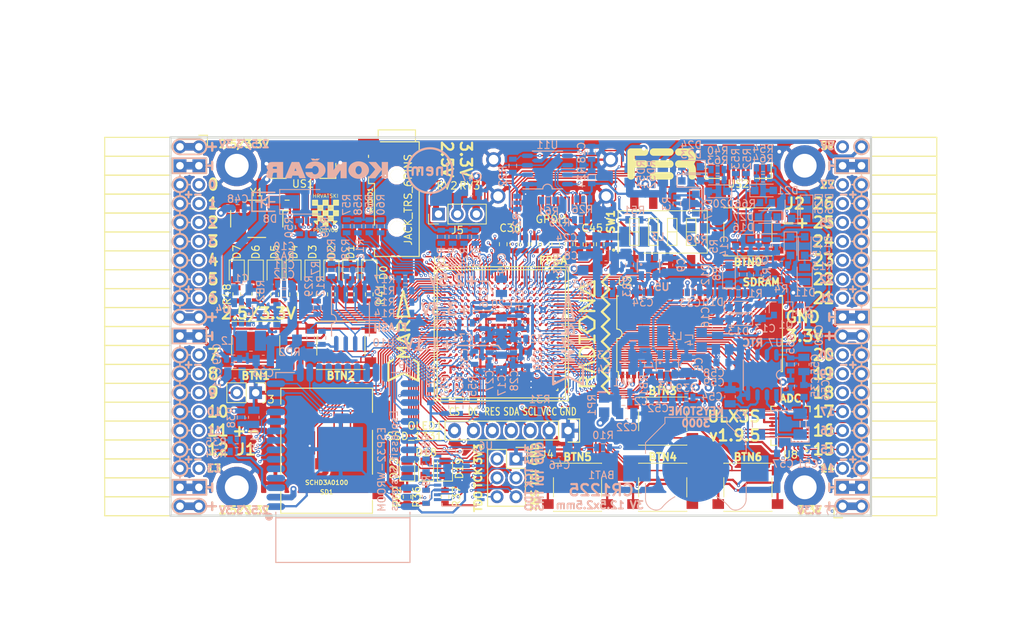
<source format=kicad_pcb>
(kicad_pcb (version 20171130) (host pcbnew 5.0.0-rc2+dfsg1-3)
  (layers (0 F.Cu signal) (1 In1.Cu signal) (2 In2.Cu signal) (31 B.Cu signal) (34 B.Paste user) (35 F.Paste user) (36 B.SilkS user) (37 F.SilkS user) (38 B.Mask user) (39 F.Mask user) (44 Edge.Cuts user))
  (net 0 "")
  (net 1 GND)
  (net 2 +5V)
  (net 3 /gpio/IN5V)
  (net 4 /gpio/OUT5V)
  (net 5 +3V3)
  (net 6 BTN_D)
  (net 7 BTN_F1)
  (net 8 BTN_F2)
  (net 9 BTN_L)
  (net 10 BTN_R)
  (net 11 BTN_U)
  (net 12 /power/FB1)
  (net 13 +2V5)
  (net 14 /power/PWREN)
  (net 15 /power/FB3)
  (net 16 /power/FB2)
  (net 17 /power/VBAT)
  (net 18 JTAG_TDI)
  (net 19 JTAG_TCK)
  (net 20 JTAG_TMS)
  (net 21 JTAG_TDO)
  (net 22 /power/WAKEUPn)
  (net 23 /power/WKUP)
  (net 24 /power/SHUT)
  (net 25 /power/WAKE)
  (net 26 /power/HOLD)
  (net 27 /power/WKn)
  (net 28 /power/OSCI_32k)
  (net 29 /power/OSCO_32k)
  (net 30 SHUTDOWN)
  (net 31 GPDI_SDA)
  (net 32 GPDI_SCL)
  (net 33 /gpdi/VREF2)
  (net 34 SD_CMD)
  (net 35 SD_CLK)
  (net 36 SD_D0)
  (net 37 SD_D1)
  (net 38 USB5V)
  (net 39 GPDI_CEC)
  (net 40 nRESET)
  (net 41 FTDI_nDTR)
  (net 42 SDRAM_CKE)
  (net 43 SDRAM_A7)
  (net 44 SDRAM_D15)
  (net 45 SDRAM_BA1)
  (net 46 SDRAM_D7)
  (net 47 SDRAM_A6)
  (net 48 SDRAM_CLK)
  (net 49 SDRAM_D13)
  (net 50 SDRAM_BA0)
  (net 51 SDRAM_D6)
  (net 52 SDRAM_A5)
  (net 53 SDRAM_D14)
  (net 54 SDRAM_A11)
  (net 55 SDRAM_D12)
  (net 56 SDRAM_D5)
  (net 57 SDRAM_A4)
  (net 58 SDRAM_A10)
  (net 59 SDRAM_D11)
  (net 60 SDRAM_A3)
  (net 61 SDRAM_D4)
  (net 62 SDRAM_D10)
  (net 63 SDRAM_D9)
  (net 64 SDRAM_A9)
  (net 65 SDRAM_D3)
  (net 66 SDRAM_D8)
  (net 67 SDRAM_A8)
  (net 68 SDRAM_A2)
  (net 69 SDRAM_A1)
  (net 70 SDRAM_A0)
  (net 71 SDRAM_D2)
  (net 72 SDRAM_D1)
  (net 73 SDRAM_D0)
  (net 74 SDRAM_DQM0)
  (net 75 SDRAM_nCS)
  (net 76 SDRAM_nRAS)
  (net 77 SDRAM_DQM1)
  (net 78 SDRAM_nCAS)
  (net 79 SDRAM_nWE)
  (net 80 /flash/FLASH_nWP)
  (net 81 /flash/FLASH_nHOLD)
  (net 82 /flash/FLASH_MOSI)
  (net 83 /flash/FLASH_MISO)
  (net 84 /flash/FLASH_SCK)
  (net 85 /flash/FLASH_nCS)
  (net 86 /flash/FPGA_PROGRAMN)
  (net 87 /flash/FPGA_DONE)
  (net 88 /flash/FPGA_INITN)
  (net 89 OLED_RES)
  (net 90 OLED_DC)
  (net 91 OLED_CS)
  (net 92 WIFI_EN)
  (net 93 FTDI_nRTS)
  (net 94 FTDI_TXD)
  (net 95 FTDI_RXD)
  (net 96 WIFI_RXD)
  (net 97 WIFI_GPIO0)
  (net 98 WIFI_TXD)
  (net 99 USB_FTDI_D+)
  (net 100 USB_FTDI_D-)
  (net 101 SD_D3)
  (net 102 AUDIO_L3)
  (net 103 AUDIO_L2)
  (net 104 AUDIO_L1)
  (net 105 AUDIO_L0)
  (net 106 AUDIO_R3)
  (net 107 AUDIO_R2)
  (net 108 AUDIO_R1)
  (net 109 AUDIO_R0)
  (net 110 OLED_CLK)
  (net 111 OLED_MOSI)
  (net 112 LED0)
  (net 113 LED1)
  (net 114 LED2)
  (net 115 LED3)
  (net 116 LED4)
  (net 117 LED5)
  (net 118 LED6)
  (net 119 LED7)
  (net 120 BTN_PWRn)
  (net 121 FTDI_nTXLED)
  (net 122 FTDI_nSLEEP)
  (net 123 /blinkey/LED_PWREN)
  (net 124 /blinkey/LED_TXLED)
  (net 125 /sdcard/SD3V3)
  (net 126 SD_D2)
  (net 127 CLK_25MHz)
  (net 128 /blinkey/BTNPUL)
  (net 129 /blinkey/BTNPUR)
  (net 130 USB_FPGA_D+)
  (net 131 /power/FTDI_nSUSPEND)
  (net 132 /blinkey/ALED0)
  (net 133 /blinkey/ALED1)
  (net 134 /blinkey/ALED2)
  (net 135 /blinkey/ALED3)
  (net 136 /blinkey/ALED4)
  (net 137 /blinkey/ALED5)
  (net 138 /blinkey/ALED6)
  (net 139 /blinkey/ALED7)
  (net 140 /usb/FTD-)
  (net 141 /usb/FTD+)
  (net 142 ADC_MISO)
  (net 143 ADC_MOSI)
  (net 144 ADC_CSn)
  (net 145 ADC_SCLK)
  (net 146 SW3)
  (net 147 SW2)
  (net 148 SW1)
  (net 149 USB_FPGA_D-)
  (net 150 /usb/FPD+)
  (net 151 /usb/FPD-)
  (net 152 WIFI_GPIO16)
  (net 153 /usb/ANT_433MHz)
  (net 154 /power/PWRBTn)
  (net 155 PROG_DONE)
  (net 156 /power/P3V3)
  (net 157 /power/P2V5)
  (net 158 /power/L1)
  (net 159 /power/L3)
  (net 160 /power/L2)
  (net 161 FTDI_TXDEN)
  (net 162 SDRAM_A12)
  (net 163 /analog/AUDIO_V)
  (net 164 AUDIO_V3)
  (net 165 AUDIO_V2)
  (net 166 AUDIO_V1)
  (net 167 AUDIO_V0)
  (net 168 /blinkey/LED_WIFI)
  (net 169 /power/P1V1)
  (net 170 +1V1)
  (net 171 SW4)
  (net 172 /blinkey/SWPU)
  (net 173 /wifi/WIFIEN)
  (net 174 FT2V5)
  (net 175 GN0)
  (net 176 GP0)
  (net 177 GN1)
  (net 178 GP1)
  (net 179 GN2)
  (net 180 GP2)
  (net 181 GN3)
  (net 182 GP3)
  (net 183 GN4)
  (net 184 GP4)
  (net 185 GN5)
  (net 186 GP5)
  (net 187 GN6)
  (net 188 GP6)
  (net 189 GN14)
  (net 190 GP14)
  (net 191 GN15)
  (net 192 GP15)
  (net 193 GN16)
  (net 194 GP16)
  (net 195 GN17)
  (net 196 GP17)
  (net 197 GN18)
  (net 198 GP18)
  (net 199 GN19)
  (net 200 GP19)
  (net 201 GN20)
  (net 202 GP20)
  (net 203 GN21)
  (net 204 GP21)
  (net 205 GN22)
  (net 206 GP22)
  (net 207 GN23)
  (net 208 GP23)
  (net 209 GN24)
  (net 210 GP24)
  (net 211 GN25)
  (net 212 GP25)
  (net 213 GN26)
  (net 214 GP26)
  (net 215 GN27)
  (net 216 GP27)
  (net 217 GN7)
  (net 218 GP7)
  (net 219 GN8)
  (net 220 GP8)
  (net 221 GN9)
  (net 222 GP9)
  (net 223 GN10)
  (net 224 GP10)
  (net 225 GN11)
  (net 226 GP11)
  (net 227 GN12)
  (net 228 GP12)
  (net 229 GN13)
  (net 230 GP13)
  (net 231 WIFI_GPIO5)
  (net 232 WIFI_GPIO17)
  (net 233 USB_FPGA_PULL_D+)
  (net 234 USB_FPGA_PULL_D-)
  (net 235 "Net-(D23-Pad2)")
  (net 236 "Net-(D24-Pad1)")
  (net 237 "Net-(D25-Pad2)")
  (net 238 "Net-(D26-Pad1)")
  (net 239 /gpdi/GPDI_ETH+)
  (net 240 FPDI_ETH+)
  (net 241 /gpdi/GPDI_ETH-)
  (net 242 FPDI_ETH-)
  (net 243 /gpdi/GPDI_D2-)
  (net 244 FPDI_D2-)
  (net 245 /gpdi/GPDI_D1-)
  (net 246 FPDI_D1-)
  (net 247 /gpdi/GPDI_D0-)
  (net 248 FPDI_D0-)
  (net 249 /gpdi/GPDI_CLK-)
  (net 250 FPDI_CLK-)
  (net 251 /gpdi/GPDI_D2+)
  (net 252 FPDI_D2+)
  (net 253 /gpdi/GPDI_D1+)
  (net 254 FPDI_D1+)
  (net 255 /gpdi/GPDI_D0+)
  (net 256 FPDI_D0+)
  (net 257 /gpdi/GPDI_CLK+)
  (net 258 FPDI_CLK+)
  (net 259 FPDI_SDA)
  (net 260 FPDI_SCL)
  (net 261 /gpdi/FPDI_CEC)
  (net 262 2V5_3V3)
  (net 263 "Net-(AUDIO1-Pad5)")
  (net 264 "Net-(AUDIO1-Pad6)")
  (net 265 "Net-(U1-PadA15)")
  (net 266 "Net-(U1-PadC9)")
  (net 267 "Net-(U1-PadD9)")
  (net 268 "Net-(U1-PadD10)")
  (net 269 "Net-(U1-PadD11)")
  (net 270 "Net-(U1-PadD12)")
  (net 271 "Net-(U1-PadE6)")
  (net 272 "Net-(U1-PadE9)")
  (net 273 "Net-(U1-PadE10)")
  (net 274 "Net-(U1-PadE11)")
  (net 275 "Net-(U1-PadJ4)")
  (net 276 "Net-(U1-PadJ5)")
  (net 277 "Net-(U1-PadK5)")
  (net 278 "Net-(U1-PadL5)")
  (net 279 "Net-(U1-PadM4)")
  (net 280 "Net-(U1-PadM5)")
  (net 281 SD_CD)
  (net 282 SD_WP)
  (net 283 "Net-(U1-PadR3)")
  (net 284 "Net-(U1-PadT16)")
  (net 285 "Net-(U1-PadW4)")
  (net 286 "Net-(U1-PadW5)")
  (net 287 "Net-(U1-PadW8)")
  (net 288 "Net-(U1-PadW9)")
  (net 289 "Net-(U1-PadW13)")
  (net 290 "Net-(U1-PadW14)")
  (net 291 "Net-(U1-PadW17)")
  (net 292 "Net-(U1-PadW18)")
  (net 293 FTDI_nRXLED)
  (net 294 "Net-(U8-Pad12)")
  (net 295 "Net-(U8-Pad25)")
  (net 296 "Net-(U9-Pad32)")
  (net 297 "Net-(U9-Pad22)")
  (net 298 "Net-(U9-Pad21)")
  (net 299 "Net-(U9-Pad20)")
  (net 300 "Net-(U9-Pad19)")
  (net 301 "Net-(U9-Pad18)")
  (net 302 "Net-(U9-Pad17)")
  (net 303 "Net-(U9-Pad12)")
  (net 304 "Net-(U9-Pad5)")
  (net 305 "Net-(U9-Pad4)")
  (net 306 "Net-(US1-Pad4)")
  (net 307 "Net-(Y2-Pad3)")
  (net 308 "Net-(Y2-Pad2)")
  (net 309 "Net-(U1-PadK16)")
  (net 310 "Net-(U1-PadK17)")
  (net 311 /usb/US2VBUS)
  (net 312 /power/SHD)
  (net 313 /power/RTCVDD)
  (net 314 "Net-(D27-Pad2)")
  (net 315 US2_ID)
  (net 316 /analog/AUDIO_L)
  (net 317 /analog/AUDIO_R)
  (net 318 /analog/ADC3V3)
  (module Keystone_3000_1x12mm-CoinCell:Keystone_3000_1x12mm-CoinCell (layer B.Cu) (at 164.585 105.87 90)
    (fp_text reference BAT1 (at -0.907 -12.685 180) (layer B.SilkS) (effects (justify mirror)))
    (fp_text value CR1225)
    (pad 1 smd rect (at 0 7.9 180) (size 3.7 3.5) (layers B.Cu B.Paste B.Mask) (net 17 /power/VBAT) (clearance 0.7))
    (pad 1 smd rect (at 0 -7.9 180) (size 3.7 3.5) (layers B.Cu B.Paste B.Mask) (net 17 /power/VBAT) (clearance 0.7))
    (pad 2 smd circle (at 0 0 180) (size 9 9) (layers B.Cu B.Mask) (net 1 GND))
  )
  (module SM8:SM8 (layer B.Cu) (at 144.68 65.8015 90)
    (fp_text reference U11 (at 3.3475 -0.019 -180) (layer B.SilkS) (effects (justify mirror)))
    (fp_text value PCA9306D)
    (pad 1 smd rect (at -1.905 -2.7) (size 1.55 0.6) (layers B.Cu B.Paste B.Mask) (net 1 GND))
    (pad 2 smd oval (at -0.635 -2.7) (size 1.55 0.6) (layers B.Cu B.Paste B.Mask) (net 13 +2V5))
    (pad 3 smd oval (at 0.635 -2.7) (size 1.55 0.6) (layers B.Cu B.Paste B.Mask) (net 260 FPDI_SCL))
    (pad 4 smd oval (at 1.905 -2.7) (size 1.55 0.6) (layers B.Cu B.Paste B.Mask) (net 259 FPDI_SDA))
    (pad 5 smd oval (at 1.905 2.7) (size 1.55 0.6) (layers B.Cu B.Paste B.Mask) (net 31 GPDI_SDA))
    (pad 6 smd oval (at 0.635 2.7) (size 1.55 0.6) (layers B.Cu B.Paste B.Mask) (net 32 GPDI_SCL))
    (pad 7 smd oval (at -0.635 2.7) (size 1.55 0.6) (layers B.Cu B.Paste B.Mask) (net 33 /gpdi/VREF2))
    (pad 8 smd oval (at -1.905 2.7) (size 1.55 0.6) (layers B.Cu B.Paste B.Mask) (net 5 +3V3))
  )
  (module TSOP54:TSOP54 (layer F.Cu) (at 165.093 87.8 90)
    (fp_text reference U2 (at 6.98 -9.993 180) (layer F.SilkS))
    (fp_text value MT48LC16M16A2TG)
    (pad 28 smd rect (at 5.53 10.4 90) (size 0.9 0.56) (layers F.Cu F.Paste F.Mask) (net 1 GND))
    (pad 1 smd rect (at -5.53 -10.4 90) (size 0.9 0.56) (layers F.Cu F.Paste F.Mask) (net 5 +3V3))
    (pad 2 smd rect (at -5.53 -9.6 90) (size 0.9 0.56) (layers F.Cu F.Paste F.Mask) (net 73 SDRAM_D0))
    (pad 3 smd rect (at -5.53 -8.8 90) (size 0.9 0.56) (layers F.Cu F.Paste F.Mask) (net 5 +3V3))
    (pad 4 smd rect (at -5.53 -8 90) (size 0.9 0.56) (layers F.Cu F.Paste F.Mask) (net 72 SDRAM_D1))
    (pad 5 smd rect (at -5.53 -7.2 90) (size 0.9 0.56) (layers F.Cu F.Paste F.Mask) (net 71 SDRAM_D2))
    (pad 6 smd rect (at -5.53 -6.4 90) (size 0.9 0.56) (layers F.Cu F.Paste F.Mask) (net 1 GND))
    (pad 7 smd rect (at -5.53 -5.6 90) (size 0.9 0.56) (layers F.Cu F.Paste F.Mask) (net 65 SDRAM_D3))
    (pad 8 smd rect (at -5.53 -4.8 90) (size 0.9 0.56) (layers F.Cu F.Paste F.Mask) (net 61 SDRAM_D4))
    (pad 9 smd rect (at -5.53 -4 90) (size 0.9 0.56) (layers F.Cu F.Paste F.Mask) (net 5 +3V3))
    (pad 10 smd rect (at -5.53 -3.2 90) (size 0.9 0.56) (layers F.Cu F.Paste F.Mask) (net 56 SDRAM_D5))
    (pad 11 smd rect (at -5.53 -2.4 90) (size 0.9 0.56) (layers F.Cu F.Paste F.Mask) (net 51 SDRAM_D6))
    (pad 12 smd rect (at -5.53 -1.6 90) (size 0.9 0.56) (layers F.Cu F.Paste F.Mask) (net 1 GND))
    (pad 13 smd rect (at -5.53 -0.8 90) (size 0.9 0.56) (layers F.Cu F.Paste F.Mask) (net 46 SDRAM_D7))
    (pad 14 smd rect (at -5.53 0 90) (size 0.9 0.56) (layers F.Cu F.Paste F.Mask) (net 5 +3V3))
    (pad 15 smd rect (at -5.53 0.8 90) (size 0.9 0.56) (layers F.Cu F.Paste F.Mask) (net 74 SDRAM_DQM0))
    (pad 16 smd rect (at -5.53 1.6 90) (size 0.9 0.56) (layers F.Cu F.Paste F.Mask) (net 79 SDRAM_nWE))
    (pad 17 smd rect (at -5.53 2.4 90) (size 0.9 0.56) (layers F.Cu F.Paste F.Mask) (net 78 SDRAM_nCAS))
    (pad 18 smd rect (at -5.53 3.2 90) (size 0.9 0.56) (layers F.Cu F.Paste F.Mask) (net 76 SDRAM_nRAS))
    (pad 19 smd rect (at -5.53 4 90) (size 0.9 0.56) (layers F.Cu F.Paste F.Mask) (net 75 SDRAM_nCS))
    (pad 20 smd rect (at -5.53 4.8 90) (size 0.9 0.56) (layers F.Cu F.Paste F.Mask) (net 50 SDRAM_BA0))
    (pad 21 smd rect (at -5.53 5.6 90) (size 0.9 0.56) (layers F.Cu F.Paste F.Mask) (net 45 SDRAM_BA1))
    (pad 22 smd rect (at -5.53 6.4 90) (size 0.9 0.56) (layers F.Cu F.Paste F.Mask) (net 58 SDRAM_A10))
    (pad 23 smd rect (at -5.53 7.2 90) (size 0.9 0.56) (layers F.Cu F.Paste F.Mask) (net 70 SDRAM_A0))
    (pad 24 smd rect (at -5.53 8 90) (size 0.9 0.56) (layers F.Cu F.Paste F.Mask) (net 69 SDRAM_A1))
    (pad 25 smd rect (at -5.53 8.8 90) (size 0.9 0.56) (layers F.Cu F.Paste F.Mask) (net 68 SDRAM_A2))
    (pad 26 smd rect (at -5.53 9.6 90) (size 0.9 0.56) (layers F.Cu F.Paste F.Mask) (net 60 SDRAM_A3))
    (pad 27 smd rect (at -5.53 10.4 90) (size 0.9 0.56) (layers F.Cu F.Paste F.Mask) (net 5 +3V3))
    (pad 29 smd rect (at 5.53 9.6 90) (size 0.9 0.56) (layers F.Cu F.Paste F.Mask) (net 57 SDRAM_A4))
    (pad 30 smd rect (at 5.53 8.8 90) (size 0.9 0.56) (layers F.Cu F.Paste F.Mask) (net 52 SDRAM_A5))
    (pad 31 smd rect (at 5.53 8 90) (size 0.9 0.56) (layers F.Cu F.Paste F.Mask) (net 47 SDRAM_A6))
    (pad 32 smd rect (at 5.53 7.2 90) (size 0.9 0.56) (layers F.Cu F.Paste F.Mask) (net 43 SDRAM_A7))
    (pad 33 smd rect (at 5.53 6.4 90) (size 0.9 0.56) (layers F.Cu F.Paste F.Mask) (net 67 SDRAM_A8))
    (pad 34 smd rect (at 5.53 5.6 90) (size 0.9 0.56) (layers F.Cu F.Paste F.Mask) (net 64 SDRAM_A9))
    (pad 35 smd rect (at 5.53 4.8 90) (size 0.9 0.56) (layers F.Cu F.Paste F.Mask) (net 54 SDRAM_A11))
    (pad 36 smd rect (at 5.53 4 90) (size 0.9 0.56) (layers F.Cu F.Paste F.Mask) (net 162 SDRAM_A12))
    (pad 37 smd rect (at 5.53 3.2 90) (size 0.9 0.56) (layers F.Cu F.Paste F.Mask) (net 42 SDRAM_CKE))
    (pad 38 smd rect (at 5.53 2.4 90) (size 0.9 0.56) (layers F.Cu F.Paste F.Mask) (net 48 SDRAM_CLK))
    (pad 39 smd rect (at 5.53 1.6 90) (size 0.9 0.56) (layers F.Cu F.Paste F.Mask) (net 77 SDRAM_DQM1))
    (pad 40 smd rect (at 5.53 0.8 90) (size 0.9 0.56) (layers F.Cu F.Paste F.Mask))
    (pad 41 smd rect (at 5.53 0 90) (size 0.9 0.56) (layers F.Cu F.Paste F.Mask) (net 1 GND))
    (pad 42 smd rect (at 5.53 -0.8 90) (size 0.9 0.56) (layers F.Cu F.Paste F.Mask) (net 66 SDRAM_D8))
    (pad 43 smd rect (at 5.53 -1.6 90) (size 0.9 0.56) (layers F.Cu F.Paste F.Mask) (net 5 +3V3))
    (pad 44 smd rect (at 5.53 -2.4 90) (size 0.9 0.56) (layers F.Cu F.Paste F.Mask) (net 63 SDRAM_D9))
    (pad 45 smd rect (at 5.53 -3.2 90) (size 0.9 0.56) (layers F.Cu F.Paste F.Mask) (net 62 SDRAM_D10))
    (pad 46 smd rect (at 5.53 -4 90) (size 0.9 0.56) (layers F.Cu F.Paste F.Mask) (net 1 GND))
    (pad 47 smd rect (at 5.53 -4.8 90) (size 0.9 0.56) (layers F.Cu F.Paste F.Mask) (net 59 SDRAM_D11))
    (pad 48 smd rect (at 5.53 -5.6 90) (size 0.9 0.56) (layers F.Cu F.Paste F.Mask) (net 55 SDRAM_D12))
    (pad 49 smd rect (at 5.53 -6.4 90) (size 0.9 0.56) (layers F.Cu F.Paste F.Mask) (net 5 +3V3))
    (pad 50 smd rect (at 5.53 -7.2 90) (size 0.9 0.56) (layers F.Cu F.Paste F.Mask) (net 49 SDRAM_D13))
    (pad 51 smd rect (at 5.53 -8 90) (size 0.9 0.56) (layers F.Cu F.Paste F.Mask) (net 53 SDRAM_D14))
    (pad 52 smd rect (at 5.53 -8.8 90) (size 0.9 0.56) (layers F.Cu F.Paste F.Mask) (net 1 GND))
    (pad 53 smd rect (at 5.53 -9.6 90) (size 0.9 0.56) (layers F.Cu F.Paste F.Mask) (net 44 SDRAM_D15))
    (pad 54 smd rect (at 5.53 -10.4 90) (size 0.9 0.56) (layers F.Cu F.Paste F.Mask) (net 1 GND))
  )
  (module SOA008-150mil:SOA008-150-208mil (layer B.Cu) (at 118.245 85.822 270)
    (fp_text reference U10 (at 3.175 -4.445) (layer B.SilkS) (effects (justify mirror)))
    (fp_text value IS25LP128F-JBLE)
    (pad 1 smd rect (at -3.302 1.905 270) (size 2.1 0.6) (layers B.Cu B.Paste B.Mask) (net 85 /flash/FLASH_nCS))
    (pad 2 smd oval (at -3.302 0.635 270) (size 2.1 0.6) (layers B.Cu B.Paste B.Mask) (net 83 /flash/FLASH_MISO))
    (pad 3 smd oval (at -3.302 -0.635 270) (size 2.1 0.6) (layers B.Cu B.Paste B.Mask) (net 80 /flash/FLASH_nWP))
    (pad 4 smd oval (at -3.302 -1.905 270) (size 2.1 0.6) (layers B.Cu B.Paste B.Mask) (net 1 GND))
    (pad 5 smd oval (at 3.302 -1.905 270) (size 2.1 0.6) (layers B.Cu B.Paste B.Mask) (net 82 /flash/FLASH_MOSI))
    (pad 6 smd oval (at 3.302 -0.635 270) (size 2.1 0.6) (layers B.Cu B.Paste B.Mask) (net 84 /flash/FLASH_SCK))
    (pad 7 smd oval (at 3.302 0.635 270) (size 2.1 0.6) (layers B.Cu B.Paste B.Mask) (net 81 /flash/FLASH_nHOLD))
    (pad 8 smd oval (at 3.302 1.905 270) (size 2.1 0.6) (layers B.Cu B.Paste B.Mask) (net 5 +3V3))
  )
  (module SOT96-1:SOT96-1 (layer B.Cu) (at 173.49 93.315 90)
    (fp_text reference U7 (at 4.318 1.778 180) (layer B.SilkS) (effects (justify mirror)))
    (fp_text value PCF8523)
    (pad 1 smd rect (at -2.7 1.905 90) (size 1.55 0.6) (layers B.Cu B.Paste B.Mask) (net 28 /power/OSCI_32k))
    (pad 2 smd oval (at -2.7 0.635 90) (size 1.55 0.6) (layers B.Cu B.Paste B.Mask) (net 29 /power/OSCO_32k))
    (pad 3 smd oval (at -2.7 -0.635 90) (size 1.55 0.6) (layers B.Cu B.Paste B.Mask) (net 17 /power/VBAT))
    (pad 4 smd oval (at -2.7 -1.905 90) (size 1.55 0.6) (layers B.Cu B.Paste B.Mask) (net 1 GND))
    (pad 5 smd oval (at 2.7 -1.905 90) (size 1.55 0.6) (layers B.Cu B.Paste B.Mask) (net 259 FPDI_SDA))
    (pad 6 smd oval (at 2.7 -0.635 90) (size 1.55 0.6) (layers B.Cu B.Paste B.Mask) (net 260 FPDI_SCL))
    (pad 7 smd oval (at 2.7 0.635 90) (size 1.55 0.6) (layers B.Cu B.Paste B.Mask) (net 22 /power/WAKEUPn))
    (pad 8 smd oval (at 2.7 1.905 90) (size 1.55 0.6) (layers B.Cu B.Paste B.Mask) (net 313 /power/RTCVDD))
  )
  (module ft231x:FT231X-SSOP-20_4.4x6.5mm_Pitch0.65mm (layer B.Cu) (at 132.835 107.14 180)
    (fp_text reference U6 (at -3.556 4.318 180) (layer B.SilkS) (effects (justify mirror)))
    (fp_text value FT231XS)
    (pad 20 smd rect (at 2.9 2.925 180) (size 1 0.4) (layers B.Cu B.Paste B.Mask) (net 94 FTDI_TXD))
    (pad 19 smd rect (at 2.9 2.275 180) (size 1 0.4) (layers B.Cu B.Paste B.Mask) (net 122 FTDI_nSLEEP))
    (pad 18 smd rect (at 2.9 1.625 180) (size 1 0.4) (layers B.Cu B.Paste B.Mask) (net 161 FTDI_TXDEN))
    (pad 17 smd rect (at 2.9 0.975 180) (size 1 0.4) (layers B.Cu B.Paste B.Mask) (net 293 FTDI_nRXLED))
    (pad 16 smd rect (at 2.9 0.325 180) (size 1 0.4) (layers B.Cu B.Paste B.Mask) (net 1 GND))
    (pad 15 smd rect (at 2.9 -0.325 180) (size 1 0.4) (layers B.Cu B.Paste B.Mask) (net 38 USB5V))
    (pad 14 smd rect (at 2.9 -0.975 180) (size 1 0.4) (layers B.Cu B.Paste B.Mask) (net 40 nRESET))
    (pad 13 smd rect (at 2.9 -1.625 180) (size 1 0.4) (layers B.Cu B.Paste B.Mask) (net 174 FT2V5))
    (pad 12 smd rect (at 2.9 -2.275 180) (size 1 0.4) (layers B.Cu B.Paste B.Mask) (net 100 USB_FTDI_D-))
    (pad 11 smd rect (at 2.9 -2.925 180) (size 1 0.4) (layers B.Cu B.Paste B.Mask) (net 99 USB_FTDI_D+))
    (pad 10 smd rect (at -2.9 -2.925 180) (size 1 0.4) (layers B.Cu B.Paste B.Mask) (net 121 FTDI_nTXLED))
    (pad 9 smd rect (at -2.9 -2.275 180) (size 1 0.4) (layers B.Cu B.Paste B.Mask) (net 21 JTAG_TDO))
    (pad 8 smd rect (at -2.9 -1.625 180) (size 1 0.4) (layers B.Cu B.Paste B.Mask) (net 20 JTAG_TMS))
    (pad 7 smd rect (at -2.9 -0.975 180) (size 1 0.4) (layers B.Cu B.Paste B.Mask) (net 19 JTAG_TCK))
    (pad 6 smd rect (at -2.9 -0.325 180) (size 1 0.4) (layers B.Cu B.Paste B.Mask) (net 1 GND))
    (pad 5 smd rect (at -2.9 0.325 180) (size 1 0.4) (layers B.Cu B.Paste B.Mask) (net 18 JTAG_TDI))
    (pad 4 smd rect (at -2.9 0.975 180) (size 1 0.4) (layers B.Cu B.Paste B.Mask) (net 95 FTDI_RXD))
    (pad 3 smd rect (at -2.9 1.625 180) (size 1 0.4) (layers B.Cu B.Paste B.Mask) (net 174 FT2V5))
    (pad 2 smd rect (at -2.9 2.275 180) (size 1 0.4) (layers B.Cu B.Paste B.Mask) (net 93 FTDI_nRTS))
    (pad 1 smd rect (at -2.9 2.925 180) (size 1 0.4) (layers B.Cu B.Paste B.Mask) (net 41 FTDI_nDTR))
  )
  (module TSOT-25:TSOT-25 (layer B.Cu) (at 158.235 78.692)
    (fp_text reference U5 (at 1.793 2.812) (layer B.SilkS) (effects (font (thickness 0.2)) (justify mirror)))
    (fp_text value TLV62569DBV)
    (pad 1 smd rect (at -0.95 -1.3) (size 0.7 1.2) (layers B.Cu B.Paste B.Mask) (net 14 /power/PWREN))
    (pad 2 smd rect (at 0 -1.3) (size 0.7 1.2) (layers B.Cu B.Paste B.Mask) (net 1 GND))
    (pad 3 smd rect (at 0.95 -1.3) (size 0.7 1.2) (layers B.Cu B.Paste B.Mask) (net 159 /power/L3))
    (pad 4 smd rect (at 0.95 1.3) (size 0.7 1.2) (layers B.Cu B.Paste B.Mask) (net 2 +5V))
    (pad 5 smd rect (at -0.95 1.3) (size 0.7 1.2) (layers B.Cu B.Paste B.Mask) (net 15 /power/FB3))
  )
  (module TSOT-25:TSOT-25 (layer B.Cu) (at 160.775 91.9)
    (fp_text reference U3 (at -0.295 2.9) (layer B.SilkS) (effects (font (thickness 0.2)) (justify mirror)))
    (fp_text value TLV62569DBV)
    (pad 1 smd rect (at -0.95 -1.3) (size 0.7 1.2) (layers B.Cu B.Paste B.Mask) (net 14 /power/PWREN))
    (pad 2 smd rect (at 0 -1.3) (size 0.7 1.2) (layers B.Cu B.Paste B.Mask) (net 1 GND))
    (pad 3 smd rect (at 0.95 -1.3) (size 0.7 1.2) (layers B.Cu B.Paste B.Mask) (net 158 /power/L1))
    (pad 4 smd rect (at 0.95 1.3) (size 0.7 1.2) (layers B.Cu B.Paste B.Mask) (net 2 +5V))
    (pad 5 smd rect (at -0.95 1.3) (size 0.7 1.2) (layers B.Cu B.Paste B.Mask) (net 12 /power/FB1))
  )
  (module TSOT-25:TSOT-25 (layer B.Cu) (at 103.625 84.915 180)
    (fp_text reference U4 (at 2.525 0.4265 180) (layer B.SilkS) (effects (font (thickness 0.2)) (justify mirror)))
    (fp_text value TLV62569DBV)
    (pad 1 smd rect (at -0.95 -1.3 180) (size 0.7 1.2) (layers B.Cu B.Paste B.Mask) (net 14 /power/PWREN))
    (pad 2 smd rect (at 0 -1.3 180) (size 0.7 1.2) (layers B.Cu B.Paste B.Mask) (net 1 GND))
    (pad 3 smd rect (at 0.95 -1.3 180) (size 0.7 1.2) (layers B.Cu B.Paste B.Mask) (net 160 /power/L2))
    (pad 4 smd rect (at 0.95 1.3 180) (size 0.7 1.2) (layers B.Cu B.Paste B.Mask) (net 2 +5V))
    (pad 5 smd rect (at -0.95 1.3 180) (size 0.7 1.2) (layers B.Cu B.Paste B.Mask) (net 16 /power/FB2))
  )
  (module ESP32:ESP32-WROOM (layer B.Cu) (at 117.23 105.75 180)
    (fp_text reference U9 (at -8.366 13.85 180) (layer B.SilkS) (effects (justify mirror)))
    (fp_text value ESP-WROOM32)
    (fp_text user "Espressif Systems" (at -6.858 0.889 90) (layer B.SilkS) (effects (justify mirror)))
    (fp_text user ESP32-WROOM (at -5.207 -0.254 90) (layer B.SilkS) (effects (justify mirror)))
    (pad 38 smd oval (at -9 -5.25 180) (size 2.5 0.9) (layers B.Cu B.Paste B.Mask) (net 1 GND))
    (pad 37 smd oval (at -9 -3.98 180) (size 2.5 0.9) (layers B.Cu B.Paste B.Mask) (net 18 JTAG_TDI))
    (pad 36 smd oval (at -9 -2.71 180) (size 2.5 0.9) (layers B.Cu B.Paste B.Mask) (net 155 PROG_DONE))
    (pad 35 smd oval (at -9 -1.44 180) (size 2.5 0.9) (layers B.Cu B.Paste B.Mask) (net 98 WIFI_TXD))
    (pad 34 smd oval (at -9 -0.17 180) (size 2.5 0.9) (layers B.Cu B.Paste B.Mask) (net 96 WIFI_RXD))
    (pad 33 smd oval (at -9 1.1 180) (size 2.5 0.9) (layers B.Cu B.Paste B.Mask) (net 20 JTAG_TMS))
    (pad 32 smd oval (at -9 2.37 180) (size 2.5 0.9) (layers B.Cu B.Paste B.Mask) (net 296 "Net-(U9-Pad32)"))
    (pad 31 smd oval (at -9 3.64 180) (size 2.5 0.9) (layers B.Cu B.Paste B.Mask) (net 21 JTAG_TDO))
    (pad 30 smd oval (at -9 4.91 180) (size 2.5 0.9) (layers B.Cu B.Paste B.Mask) (net 19 JTAG_TCK))
    (pad 29 smd oval (at -9 6.18 180) (size 2.5 0.9) (layers B.Cu B.Paste B.Mask) (net 231 WIFI_GPIO5))
    (pad 28 smd oval (at -9 7.45 180) (size 2.5 0.9) (layers B.Cu B.Paste B.Mask) (net 232 WIFI_GPIO17))
    (pad 27 smd oval (at -9 8.72 180) (size 2.5 0.9) (layers B.Cu B.Paste B.Mask) (net 152 WIFI_GPIO16))
    (pad 26 smd oval (at -9 9.99 180) (size 2.5 0.9) (layers B.Cu B.Paste B.Mask) (net 37 SD_D1))
    (pad 25 smd oval (at -9 11.26 180) (size 2.5 0.9) (layers B.Cu B.Paste B.Mask) (net 97 WIFI_GPIO0))
    (pad 24 smd oval (at -5.715 12.75 180) (size 0.9 2.5) (layers B.Cu B.Paste B.Mask) (net 36 SD_D0))
    (pad 23 smd oval (at -4.445 12.75 180) (size 0.9 2.5) (layers B.Cu B.Paste B.Mask) (net 34 SD_CMD))
    (pad 22 smd oval (at -3.175 12.75 180) (size 0.9 2.5) (layers B.Cu B.Paste B.Mask) (net 297 "Net-(U9-Pad22)"))
    (pad 21 smd oval (at -1.905 12.75 180) (size 0.9 2.5) (layers B.Cu B.Paste B.Mask) (net 298 "Net-(U9-Pad21)"))
    (pad 20 smd oval (at -0.635 12.75 180) (size 0.9 2.5) (layers B.Cu B.Paste B.Mask) (net 299 "Net-(U9-Pad20)"))
    (pad 19 smd oval (at 0.635 12.75 180) (size 0.9 2.5) (layers B.Cu B.Paste B.Mask) (net 300 "Net-(U9-Pad19)"))
    (pad 18 smd oval (at 1.905 12.75 180) (size 0.9 2.5) (layers B.Cu B.Paste B.Mask) (net 301 "Net-(U9-Pad18)"))
    (pad 17 smd oval (at 3.175 12.75 180) (size 0.9 2.5) (layers B.Cu B.Paste B.Mask) (net 302 "Net-(U9-Pad17)"))
    (pad 16 smd oval (at 4.445 12.75 180) (size 0.9 2.5) (layers B.Cu B.Paste B.Mask) (net 101 SD_D3))
    (pad 15 smd oval (at 5.715 12.75 180) (size 0.9 2.5) (layers B.Cu B.Paste B.Mask) (net 1 GND))
    (pad 14 smd oval (at 9 11.26 180) (size 2.5 0.9) (layers B.Cu B.Paste B.Mask) (net 126 SD_D2))
    (pad 13 smd oval (at 9 9.99 180) (size 2.5 0.9) (layers B.Cu B.Paste B.Mask) (net 35 SD_CLK))
    (pad 12 smd oval (at 9 8.72 180) (size 2.5 0.9) (layers B.Cu B.Paste B.Mask) (net 303 "Net-(U9-Pad12)"))
    (pad 11 smd oval (at 9 7.45 180) (size 2.5 0.9) (layers B.Cu B.Paste B.Mask) (net 225 GN11))
    (pad 10 smd oval (at 9 6.18 180) (size 2.5 0.9) (layers B.Cu B.Paste B.Mask) (net 226 GP11))
    (pad 9 smd oval (at 9 4.91 180) (size 2.5 0.9) (layers B.Cu B.Paste B.Mask) (net 227 GN12))
    (pad 8 smd oval (at 9 3.64 180) (size 2.5 0.9) (layers B.Cu B.Paste B.Mask) (net 228 GP12))
    (pad 7 smd oval (at 9 2.37 180) (size 2.5 0.9) (layers B.Cu B.Paste B.Mask) (net 229 GN13))
    (pad 6 smd oval (at 9 1.1 180) (size 2.5 0.9) (layers B.Cu B.Paste B.Mask) (net 230 GP13))
    (pad 5 smd oval (at 9 -0.17 180) (size 2.5 0.9) (layers B.Cu B.Paste B.Mask) (net 304 "Net-(U9-Pad5)"))
    (pad 4 smd oval (at 9 -1.44 180) (size 2.5 0.9) (layers B.Cu B.Paste B.Mask) (net 305 "Net-(U9-Pad4)"))
    (pad 3 smd oval (at 9 -2.71 180) (size 2.5 0.9) (layers B.Cu B.Paste B.Mask) (net 173 /wifi/WIFIEN))
    (pad 2 smd oval (at 9 -3.98 180) (size 2.5 0.9) (layers B.Cu B.Paste B.Mask) (net 5 +3V3))
    (pad 1 smd oval (at 9 -5.25 180) (size 2.5 0.9) (layers B.Cu B.Paste B.Mask) (net 1 GND))
    (pad 39 smd rect (at 0.3 2.45 180) (size 6 6) (layers B.Cu B.Paste B.Mask) (net 1 GND))
  )
  (module inem:inem (layer B.Cu) (at 128.913 65.883)
    (fp_text reference REF** hide)
    (fp_text value inem hide)
    (fp_text user inem (at 0 -0.1) (layer B.SilkS) (effects (font (size 1.5 1.5) (thickness 0.3)) (justify mirror)))
  )
  (module fer:fer4mm6 (layer F.Cu) (at 159.901 64.994)
    (fp_text reference fer hide)
    (fp_text value fer hide)
  )
  (module Socket_Strips:Socket_Strip_Angled_2x20 (layer F.Cu) (at 97.91 62.69 270)
    (fp_text reference J1 (at 40.64 -6.35) (layer F.SilkS) (effects (font (size 1.5 1.5) (thickness 0.3))))
    (fp_text value CONN_02X20 hide)
    (pad 1 thru_hole oval (at 0 0 270) (size 1.7272 1.7272) (drill 1.016) (layers *.Cu *.Mask) (net 262 2V5_3V3))
    (pad 2 thru_hole oval (at 0 2.54 270) (size 1.7272 1.7272) (drill 1.016) (layers *.Cu *.Mask) (net 262 2V5_3V3))
    (pad 3 thru_hole rect (at 2.54 0 270) (size 1.7272 1.7272) (drill 1.016) (layers *.Cu *.Mask) (net 1 GND))
    (pad 4 thru_hole rect (at 2.54 2.54 270) (size 1.7272 1.7272) (drill 1.016) (layers *.Cu *.Mask) (net 1 GND))
    (pad 5 thru_hole oval (at 5.08 0 270) (size 1.7272 1.7272) (drill 1.016) (layers *.Cu *.Mask) (net 175 GN0))
    (pad 6 thru_hole oval (at 5.08 2.54 270) (size 1.7272 1.7272) (drill 1.016) (layers *.Cu *.Mask) (net 176 GP0))
    (pad 7 thru_hole oval (at 7.62 0 270) (size 1.7272 1.7272) (drill 1.016) (layers *.Cu *.Mask) (net 177 GN1))
    (pad 8 thru_hole oval (at 7.62 2.54 270) (size 1.7272 1.7272) (drill 1.016) (layers *.Cu *.Mask) (net 178 GP1))
    (pad 9 thru_hole oval (at 10.16 0 270) (size 1.7272 1.7272) (drill 1.016) (layers *.Cu *.Mask) (net 179 GN2))
    (pad 10 thru_hole oval (at 10.16 2.54 270) (size 1.7272 1.7272) (drill 1.016) (layers *.Cu *.Mask) (net 180 GP2))
    (pad 11 thru_hole oval (at 12.7 0 270) (size 1.7272 1.7272) (drill 1.016) (layers *.Cu *.Mask) (net 181 GN3))
    (pad 12 thru_hole oval (at 12.7 2.54 270) (size 1.7272 1.7272) (drill 1.016) (layers *.Cu *.Mask) (net 182 GP3))
    (pad 13 thru_hole oval (at 15.24 0 270) (size 1.7272 1.7272) (drill 1.016) (layers *.Cu *.Mask) (net 183 GN4))
    (pad 14 thru_hole oval (at 15.24 2.54 270) (size 1.7272 1.7272) (drill 1.016) (layers *.Cu *.Mask) (net 184 GP4))
    (pad 15 thru_hole oval (at 17.78 0 270) (size 1.7272 1.7272) (drill 1.016) (layers *.Cu *.Mask) (net 185 GN5))
    (pad 16 thru_hole oval (at 17.78 2.54 270) (size 1.7272 1.7272) (drill 1.016) (layers *.Cu *.Mask) (net 186 GP5))
    (pad 17 thru_hole oval (at 20.32 0 270) (size 1.7272 1.7272) (drill 1.016) (layers *.Cu *.Mask) (net 187 GN6))
    (pad 18 thru_hole oval (at 20.32 2.54 270) (size 1.7272 1.7272) (drill 1.016) (layers *.Cu *.Mask) (net 188 GP6))
    (pad 19 thru_hole oval (at 22.86 0 270) (size 1.7272 1.7272) (drill 1.016) (layers *.Cu *.Mask) (net 262 2V5_3V3))
    (pad 20 thru_hole oval (at 22.86 2.54 270) (size 1.7272 1.7272) (drill 1.016) (layers *.Cu *.Mask) (net 262 2V5_3V3))
    (pad 21 thru_hole rect (at 25.4 0 270) (size 1.7272 1.7272) (drill 1.016) (layers *.Cu *.Mask) (net 1 GND))
    (pad 22 thru_hole rect (at 25.4 2.54 270) (size 1.7272 1.7272) (drill 1.016) (layers *.Cu *.Mask) (net 1 GND))
    (pad 23 thru_hole oval (at 27.94 0 270) (size 1.7272 1.7272) (drill 1.016) (layers *.Cu *.Mask) (net 217 GN7))
    (pad 24 thru_hole oval (at 27.94 2.54 270) (size 1.7272 1.7272) (drill 1.016) (layers *.Cu *.Mask) (net 218 GP7))
    (pad 25 thru_hole oval (at 30.48 0 270) (size 1.7272 1.7272) (drill 1.016) (layers *.Cu *.Mask) (net 219 GN8))
    (pad 26 thru_hole oval (at 30.48 2.54 270) (size 1.7272 1.7272) (drill 1.016) (layers *.Cu *.Mask) (net 220 GP8))
    (pad 27 thru_hole oval (at 33.02 0 270) (size 1.7272 1.7272) (drill 1.016) (layers *.Cu *.Mask) (net 221 GN9))
    (pad 28 thru_hole oval (at 33.02 2.54 270) (size 1.7272 1.7272) (drill 1.016) (layers *.Cu *.Mask) (net 222 GP9))
    (pad 29 thru_hole oval (at 35.56 0 270) (size 1.7272 1.7272) (drill 1.016) (layers *.Cu *.Mask) (net 223 GN10))
    (pad 30 thru_hole oval (at 35.56 2.54 270) (size 1.7272 1.7272) (drill 1.016) (layers *.Cu *.Mask) (net 224 GP10))
    (pad 31 thru_hole oval (at 38.1 0 270) (size 1.7272 1.7272) (drill 1.016) (layers *.Cu *.Mask) (net 225 GN11))
    (pad 32 thru_hole oval (at 38.1 2.54 270) (size 1.7272 1.7272) (drill 1.016) (layers *.Cu *.Mask) (net 226 GP11))
    (pad 33 thru_hole oval (at 40.64 0 270) (size 1.7272 1.7272) (drill 1.016) (layers *.Cu *.Mask) (net 227 GN12))
    (pad 34 thru_hole oval (at 40.64 2.54 270) (size 1.7272 1.7272) (drill 1.016) (layers *.Cu *.Mask) (net 228 GP12))
    (pad 35 thru_hole oval (at 43.18 0 270) (size 1.7272 1.7272) (drill 1.016) (layers *.Cu *.Mask) (net 229 GN13))
    (pad 36 thru_hole oval (at 43.18 2.54 270) (size 1.7272 1.7272) (drill 1.016) (layers *.Cu *.Mask) (net 230 GP13))
    (pad 37 thru_hole rect (at 45.72 0 270) (size 1.7272 1.7272) (drill 1.016) (layers *.Cu *.Mask) (net 1 GND))
    (pad 38 thru_hole rect (at 45.72 2.54 270) (size 1.7272 1.7272) (drill 1.016) (layers *.Cu *.Mask) (net 1 GND))
    (pad 39 thru_hole oval (at 48.26 0 270) (size 1.7272 1.7272) (drill 1.016) (layers *.Cu *.Mask) (net 262 2V5_3V3))
    (pad 40 thru_hole oval (at 48.26 2.54 270) (size 1.7272 1.7272) (drill 1.016) (layers *.Cu *.Mask) (net 262 2V5_3V3))
  )
  (module Socket_Strips:Socket_Strip_Angled_2x20 (layer F.Cu) (at 184.27 110.95 90)
    (fp_text reference J2 (at 40.64 -6.35 180) (layer F.SilkS) (effects (font (size 1.5 1.5) (thickness 0.3))))
    (fp_text value CONN_02X20 hide)
    (pad 1 thru_hole oval (at 0 0 90) (size 1.7272 1.7272) (drill 1.016) (layers *.Cu *.Mask) (net 5 +3V3))
    (pad 2 thru_hole oval (at 0 2.54 90) (size 1.7272 1.7272) (drill 1.016) (layers *.Cu *.Mask) (net 5 +3V3))
    (pad 3 thru_hole rect (at 2.54 0 90) (size 1.7272 1.7272) (drill 1.016) (layers *.Cu *.Mask) (net 1 GND))
    (pad 4 thru_hole rect (at 2.54 2.54 90) (size 1.7272 1.7272) (drill 1.016) (layers *.Cu *.Mask) (net 1 GND))
    (pad 5 thru_hole oval (at 5.08 0 90) (size 1.7272 1.7272) (drill 1.016) (layers *.Cu *.Mask) (net 189 GN14))
    (pad 6 thru_hole oval (at 5.08 2.54 90) (size 1.7272 1.7272) (drill 1.016) (layers *.Cu *.Mask) (net 190 GP14))
    (pad 7 thru_hole oval (at 7.62 0 90) (size 1.7272 1.7272) (drill 1.016) (layers *.Cu *.Mask) (net 191 GN15))
    (pad 8 thru_hole oval (at 7.62 2.54 90) (size 1.7272 1.7272) (drill 1.016) (layers *.Cu *.Mask) (net 192 GP15))
    (pad 9 thru_hole oval (at 10.16 0 90) (size 1.7272 1.7272) (drill 1.016) (layers *.Cu *.Mask) (net 193 GN16))
    (pad 10 thru_hole oval (at 10.16 2.54 90) (size 1.7272 1.7272) (drill 1.016) (layers *.Cu *.Mask) (net 194 GP16))
    (pad 11 thru_hole oval (at 12.7 0 90) (size 1.7272 1.7272) (drill 1.016) (layers *.Cu *.Mask) (net 195 GN17))
    (pad 12 thru_hole oval (at 12.7 2.54 90) (size 1.7272 1.7272) (drill 1.016) (layers *.Cu *.Mask) (net 196 GP17))
    (pad 13 thru_hole oval (at 15.24 0 90) (size 1.7272 1.7272) (drill 1.016) (layers *.Cu *.Mask) (net 197 GN18))
    (pad 14 thru_hole oval (at 15.24 2.54 90) (size 1.7272 1.7272) (drill 1.016) (layers *.Cu *.Mask) (net 198 GP18))
    (pad 15 thru_hole oval (at 17.78 0 90) (size 1.7272 1.7272) (drill 1.016) (layers *.Cu *.Mask) (net 199 GN19))
    (pad 16 thru_hole oval (at 17.78 2.54 90) (size 1.7272 1.7272) (drill 1.016) (layers *.Cu *.Mask) (net 200 GP19))
    (pad 17 thru_hole oval (at 20.32 0 90) (size 1.7272 1.7272) (drill 1.016) (layers *.Cu *.Mask) (net 201 GN20))
    (pad 18 thru_hole oval (at 20.32 2.54 90) (size 1.7272 1.7272) (drill 1.016) (layers *.Cu *.Mask) (net 202 GP20))
    (pad 19 thru_hole oval (at 22.86 0 90) (size 1.7272 1.7272) (drill 1.016) (layers *.Cu *.Mask) (net 5 +3V3))
    (pad 20 thru_hole oval (at 22.86 2.54 90) (size 1.7272 1.7272) (drill 1.016) (layers *.Cu *.Mask) (net 5 +3V3))
    (pad 21 thru_hole rect (at 25.4 0 90) (size 1.7272 1.7272) (drill 1.016) (layers *.Cu *.Mask) (net 1 GND))
    (pad 22 thru_hole rect (at 25.4 2.54 90) (size 1.7272 1.7272) (drill 1.016) (layers *.Cu *.Mask) (net 1 GND))
    (pad 23 thru_hole oval (at 27.94 0 90) (size 1.7272 1.7272) (drill 1.016) (layers *.Cu *.Mask) (net 203 GN21))
    (pad 24 thru_hole oval (at 27.94 2.54 90) (size 1.7272 1.7272) (drill 1.016) (layers *.Cu *.Mask) (net 204 GP21))
    (pad 25 thru_hole oval (at 30.48 0 90) (size 1.7272 1.7272) (drill 1.016) (layers *.Cu *.Mask) (net 205 GN22))
    (pad 26 thru_hole oval (at 30.48 2.54 90) (size 1.7272 1.7272) (drill 1.016) (layers *.Cu *.Mask) (net 206 GP22))
    (pad 27 thru_hole oval (at 33.02 0 90) (size 1.7272 1.7272) (drill 1.016) (layers *.Cu *.Mask) (net 207 GN23))
    (pad 28 thru_hole oval (at 33.02 2.54 90) (size 1.7272 1.7272) (drill 1.016) (layers *.Cu *.Mask) (net 208 GP23))
    (pad 29 thru_hole oval (at 35.56 0 90) (size 1.7272 1.7272) (drill 1.016) (layers *.Cu *.Mask) (net 209 GN24))
    (pad 30 thru_hole oval (at 35.56 2.54 90) (size 1.7272 1.7272) (drill 1.016) (layers *.Cu *.Mask) (net 210 GP24))
    (pad 31 thru_hole oval (at 38.1 0 90) (size 1.7272 1.7272) (drill 1.016) (layers *.Cu *.Mask) (net 211 GN25))
    (pad 32 thru_hole oval (at 38.1 2.54 90) (size 1.7272 1.7272) (drill 1.016) (layers *.Cu *.Mask) (net 212 GP25))
    (pad 33 thru_hole oval (at 40.64 0 90) (size 1.7272 1.7272) (drill 1.016) (layers *.Cu *.Mask) (net 213 GN26))
    (pad 34 thru_hole oval (at 40.64 2.54 90) (size 1.7272 1.7272) (drill 1.016) (layers *.Cu *.Mask) (net 214 GP26))
    (pad 35 thru_hole oval (at 43.18 0 90) (size 1.7272 1.7272) (drill 1.016) (layers *.Cu *.Mask) (net 215 GN27))
    (pad 36 thru_hole oval (at 43.18 2.54 90) (size 1.7272 1.7272) (drill 1.016) (layers *.Cu *.Mask) (net 216 GP27))
    (pad 37 thru_hole rect (at 45.72 0 90) (size 1.7272 1.7272) (drill 1.016) (layers *.Cu *.Mask) (net 1 GND))
    (pad 38 thru_hole rect (at 45.72 2.54 90) (size 1.7272 1.7272) (drill 1.016) (layers *.Cu *.Mask) (net 1 GND))
    (pad 39 thru_hole oval (at 48.26 0 90) (size 1.7272 1.7272) (drill 1.016) (layers *.Cu *.Mask) (net 3 /gpio/IN5V))
    (pad 40 thru_hole oval (at 48.26 2.54 90) (size 1.7272 1.7272) (drill 1.016) (layers *.Cu *.Mask) (net 4 /gpio/OUT5V))
  )
  (module Mounting_Holes:MountingHole_3.2mm_M3_ISO14580_Pad (layer F.Cu) (at 102.99 108.41)
    (fp_text reference H1 hide)
    (fp_text value HOLE hide)
    (pad 1 thru_hole circle (at 0 0) (size 5.5 5.5) (drill 3.2) (layers *.Cu *.Mask) (net 1 GND))
  )
  (module Mounting_Holes:MountingHole_3.2mm_M3_ISO14580_Pad (layer F.Cu) (at 179.19 108.41)
    (fp_text reference H2 hide)
    (fp_text value HOLE hide)
    (pad 1 thru_hole circle (at 0 0) (size 5.5 5.5) (drill 3.2) (layers *.Cu *.Mask) (net 1 GND))
  )
  (module Mounting_Holes:MountingHole_3.2mm_M3_ISO14580_Pad (layer F.Cu) (at 179.19 65.23)
    (fp_text reference H3 hide)
    (fp_text value HOLE hide)
    (pad 1 thru_hole circle (at 0 0) (size 5.5 5.5) (drill 3.2) (layers *.Cu *.Mask) (net 1 GND))
  )
  (module Mounting_Holes:MountingHole_3.2mm_M3_ISO14580_Pad (layer F.Cu) (at 102.99 65.23)
    (fp_text reference H4 hide)
    (fp_text value HOLE hide)
    (pad 1 thru_hole circle (at 0 0) (size 5.5 5.5) (drill 3.2) (layers *.Cu *.Mask) (net 1 GND))
  )
  (module Socket_Strips:Socket_Strip_Straight_2x03 (layer F.Cu) (at 140.455 104.6 270)
    (fp_text reference J4 (at -0.617 -4.206) (layer F.SilkS))
    (fp_text value CONN_02X03 hide)
    (pad 1 thru_hole rect (at 0 0 270) (size 1.7272 1.7272) (drill 1.016) (layers *.Cu *.Mask) (net 1 GND))
    (pad 2 thru_hole oval (at 0 2.54 270) (size 1.7272 1.7272) (drill 1.016) (layers *.Cu *.Mask) (net 5 +3V3))
    (pad 3 thru_hole oval (at 2.54 0 270) (size 1.7272 1.7272) (drill 1.016) (layers *.Cu *.Mask) (net 18 JTAG_TDI))
    (pad 4 thru_hole oval (at 2.54 2.54 270) (size 1.7272 1.7272) (drill 1.016) (layers *.Cu *.Mask) (net 19 JTAG_TCK))
    (pad 5 thru_hole oval (at 5.08 0 270) (size 1.7272 1.7272) (drill 1.016) (layers *.Cu *.Mask) (net 20 JTAG_TMS))
    (pad 6 thru_hole oval (at 5.08 2.54 270) (size 1.7272 1.7272) (drill 1.016) (layers *.Cu *.Mask) (net 21 JTAG_TDO))
  )
  (module Housings_DFN_QFN:QFN-28-1EP_5x5mm_Pitch0.5mm (layer F.Cu) (at 177.285 100.155 180)
    (fp_text reference U8 (at 0 -3.875 180) (layer F.SilkS))
    (fp_text value MAX11125)
    (pad 1 smd oval (at -2.45 -1.5 180) (size 0.85 0.3) (layers F.Cu F.Paste F.Mask) (net 192 GP15))
    (pad 2 smd oval (at -2.45 -1 180) (size 0.85 0.3) (layers F.Cu F.Paste F.Mask) (net 193 GN16))
    (pad 3 smd oval (at -2.45 -0.5 180) (size 0.85 0.3) (layers F.Cu F.Paste F.Mask) (net 194 GP16))
    (pad 4 smd oval (at -2.45 0 180) (size 0.85 0.3) (layers F.Cu F.Paste F.Mask) (net 195 GN17))
    (pad 5 smd oval (at -2.45 0.5 180) (size 0.85 0.3) (layers F.Cu F.Paste F.Mask) (net 196 GP17))
    (pad 6 smd oval (at -2.45 1 180) (size 0.85 0.3) (layers F.Cu F.Paste F.Mask) (net 1 GND))
    (pad 7 smd oval (at -2.45 1.5 180) (size 0.85 0.3) (layers F.Cu F.Paste F.Mask) (net 1 GND))
    (pad 8 smd oval (at -1.5 2.45 270) (size 0.85 0.3) (layers F.Cu F.Paste F.Mask) (net 1 GND))
    (pad 9 smd oval (at -1 2.45 270) (size 0.85 0.3) (layers F.Cu F.Paste F.Mask) (net 1 GND))
    (pad 10 smd oval (at -0.5 2.45 270) (size 0.85 0.3) (layers F.Cu F.Paste F.Mask) (net 1 GND))
    (pad 11 smd oval (at 0 2.45 270) (size 0.85 0.3) (layers F.Cu F.Paste F.Mask) (net 1 GND))
    (pad 12 smd oval (at 0.5 2.45 270) (size 0.85 0.3) (layers F.Cu F.Paste F.Mask) (net 294 "Net-(U8-Pad12)"))
    (pad 13 smd oval (at 1 2.45 270) (size 0.85 0.3) (layers F.Cu F.Paste F.Mask) (net 1 GND))
    (pad 14 smd oval (at 1.5 2.45 270) (size 0.85 0.3) (layers F.Cu F.Paste F.Mask) (net 1 GND))
    (pad 15 smd oval (at 2.45 1.5 180) (size 0.85 0.3) (layers F.Cu F.Paste F.Mask) (net 318 /analog/ADC3V3))
    (pad 16 smd oval (at 2.45 1 180) (size 0.85 0.3) (layers F.Cu F.Paste F.Mask) (net 1 GND))
    (pad 17 smd oval (at 2.45 0.5 180) (size 0.85 0.3) (layers F.Cu F.Paste F.Mask) (net 318 /analog/ADC3V3))
    (pad 18 smd oval (at 2.45 0 180) (size 0.85 0.3) (layers F.Cu F.Paste F.Mask) (net 318 /analog/ADC3V3))
    (pad 19 smd oval (at 2.45 -0.5 180) (size 0.85 0.3) (layers F.Cu F.Paste F.Mask) (net 145 ADC_SCLK))
    (pad 20 smd oval (at 2.45 -1 180) (size 0.85 0.3) (layers F.Cu F.Paste F.Mask) (net 144 ADC_CSn))
    (pad 21 smd oval (at 2.45 -1.5 180) (size 0.85 0.3) (layers F.Cu F.Paste F.Mask) (net 143 ADC_MOSI))
    (pad 22 smd oval (at 1.5 -2.45 270) (size 0.85 0.3) (layers F.Cu F.Paste F.Mask) (net 1 GND))
    (pad 23 smd oval (at 1 -2.45 270) (size 0.85 0.3) (layers F.Cu F.Paste F.Mask) (net 318 /analog/ADC3V3))
    (pad 24 smd oval (at 0.5 -2.45 270) (size 0.85 0.3) (layers F.Cu F.Paste F.Mask) (net 142 ADC_MISO))
    (pad 25 smd oval (at 0 -2.45 270) (size 0.85 0.3) (layers F.Cu F.Paste F.Mask) (net 295 "Net-(U8-Pad25)"))
    (pad 26 smd oval (at -0.5 -2.45 270) (size 0.85 0.3) (layers F.Cu F.Paste F.Mask) (net 189 GN14))
    (pad 27 smd oval (at -1 -2.45 270) (size 0.85 0.3) (layers F.Cu F.Paste F.Mask) (net 190 GP14))
    (pad 28 smd oval (at -1.5 -2.45 270) (size 0.85 0.3) (layers F.Cu F.Paste F.Mask) (net 191 GN15))
    (pad 29 smd rect (at 0.8375 0.8375 180) (size 1.675 1.675) (layers F.Cu F.Paste F.Mask) (net 1 GND))
    (pad 29 smd rect (at 0.8375 -0.8375 180) (size 1.675 1.675) (layers F.Cu F.Paste F.Mask) (net 1 GND))
    (pad 29 smd rect (at -0.8375 0.8375 180) (size 1.675 1.675) (layers F.Cu F.Paste F.Mask) (net 1 GND))
    (pad 29 smd rect (at -0.8375 -0.8375 180) (size 1.675 1.675) (layers F.Cu F.Paste F.Mask) (net 1 GND))
  )
  (module oled:oled_13xx (layer F.Cu) (at 139.82 100.79 180)
    (fp_text reference OLED1 (at 11.557 0.635 180) (layer F.SilkS))
    (fp_text value SSD_1331 (at 12.954 -0.762 180) (layer F.SilkS))
    (fp_text user CS (at 7.62 2.54 180) (layer F.SilkS) (effects (font (size 1 0.75))))
    (fp_text user DC (at 5.08 2.54 180) (layer F.SilkS) (effects (font (size 1 0.75))))
    (fp_text user RES (at 2.54 2.54 180) (layer F.SilkS) (effects (font (size 1 0.75))))
    (fp_text user SDA (at 0 2.54 180) (layer F.SilkS) (effects (font (size 1 0.75))))
    (fp_text user SCL (at -2.54 2.54 180) (layer F.SilkS) (effects (font (size 1 0.75))))
    (fp_text user VCC (at -5.08 2.54 180) (layer F.SilkS) (effects (font (size 1 0.75))))
    (fp_text user GND (at -7.62 2.54 180) (layer F.SilkS) (effects (font (size 1 0.75))))
    (pad 1 thru_hole rect (at -7.62 0 180) (size 1.7272 2.032) (drill 1.016) (layers *.Cu *.Mask) (net 1 GND))
    (pad 2 thru_hole oval (at -5.08 0 180) (size 1.7272 2.032) (drill 1.016) (layers *.Cu *.Mask) (net 5 +3V3))
    (pad 3 thru_hole oval (at -2.54 0 180) (size 1.7272 2.032) (drill 1.016) (layers *.Cu *.Mask) (net 110 OLED_CLK))
    (pad 4 thru_hole oval (at 0 0 180) (size 1.7272 2.032) (drill 1.016) (layers *.Cu *.Mask) (net 111 OLED_MOSI))
    (pad 5 thru_hole oval (at 2.54 0 180) (size 1.7272 2.032) (drill 1.016) (layers *.Cu *.Mask) (net 89 OLED_RES))
    (pad 6 thru_hole oval (at 5.08 0 180) (size 1.7272 2.032) (drill 1.016) (layers *.Cu *.Mask) (net 90 OLED_DC))
    (pad 7 thru_hole oval (at 7.62 0 180) (size 1.7272 2.032) (drill 1.016) (layers *.Cu *.Mask) (net 91 OLED_CS))
  )
  (module Buttons_Switches_SMD:SW_SPST_PTS645 (layer F.Cu) (at 171.57 74.12 180)
    (fp_text reference BTN0 (at 0 -4.05 180) (layer F.SilkS) (effects (font (thickness 0.25))))
    (fp_text value PTS645)
    (pad 2 smd rect (at -3.98 2.25 180) (size 1.55 1.3) (layers F.Cu F.Paste F.Mask) (net 1 GND))
    (pad 1 smd rect (at -3.98 -2.25 180) (size 1.55 1.3) (layers F.Cu F.Paste F.Mask) (net 154 /power/PWRBTn))
    (pad 1 smd rect (at 3.98 -2.25 180) (size 1.55 1.3) (layers F.Cu F.Paste F.Mask) (net 154 /power/PWRBTn))
    (pad 2 smd rect (at 3.98 2.25 180) (size 1.55 1.3) (layers F.Cu F.Paste F.Mask) (net 1 GND))
  )
  (module Buttons_Switches_SMD:SW_SPST_PTS645 (layer F.Cu) (at 105.53 89.36)
    (fp_text reference BTN1 (at 0 4.064) (layer F.SilkS) (effects (font (thickness 0.25))))
    (fp_text value PTS645)
    (pad 2 smd rect (at -3.98 2.25) (size 1.55 1.3) (layers F.Cu F.Paste F.Mask) (net 7 BTN_F1))
    (pad 1 smd rect (at -3.98 -2.25) (size 1.55 1.3) (layers F.Cu F.Paste F.Mask) (net 128 /blinkey/BTNPUL))
    (pad 1 smd rect (at 3.98 -2.25) (size 1.55 1.3) (layers F.Cu F.Paste F.Mask) (net 128 /blinkey/BTNPUL))
    (pad 2 smd rect (at 3.98 2.25) (size 1.55 1.3) (layers F.Cu F.Paste F.Mask) (net 7 BTN_F1))
  )
  (module Buttons_Switches_SMD:SW_SPST_PTS645 (layer F.Cu) (at 116.96 89.36)
    (fp_text reference BTN2 (at 0 4.064) (layer F.SilkS) (effects (font (thickness 0.25))))
    (fp_text value PTS645)
    (pad 2 smd rect (at -3.98 2.25) (size 1.55 1.3) (layers F.Cu F.Paste F.Mask) (net 8 BTN_F2))
    (pad 1 smd rect (at -3.98 -2.25) (size 1.55 1.3) (layers F.Cu F.Paste F.Mask) (net 128 /blinkey/BTNPUL))
    (pad 1 smd rect (at 3.98 -2.25) (size 1.55 1.3) (layers F.Cu F.Paste F.Mask) (net 128 /blinkey/BTNPUL))
    (pad 2 smd rect (at 3.98 2.25) (size 1.55 1.3) (layers F.Cu F.Paste F.Mask) (net 8 BTN_F2))
  )
  (module Buttons_Switches_SMD:SW_SPST_PTS645 (layer F.Cu) (at 160.14 99.52)
    (fp_text reference BTN3 (at 0 -4.05) (layer F.SilkS) (effects (font (thickness 0.25))))
    (fp_text value PTS645)
    (pad 2 smd rect (at -3.98 2.25) (size 1.55 1.3) (layers F.Cu F.Paste F.Mask) (net 11 BTN_U))
    (pad 1 smd rect (at -3.98 -2.25) (size 1.55 1.3) (layers F.Cu F.Paste F.Mask) (net 129 /blinkey/BTNPUR))
    (pad 1 smd rect (at 3.98 -2.25) (size 1.55 1.3) (layers F.Cu F.Paste F.Mask) (net 129 /blinkey/BTNPUR))
    (pad 2 smd rect (at 3.98 2.25) (size 1.55 1.3) (layers F.Cu F.Paste F.Mask) (net 11 BTN_U))
  )
  (module Buttons_Switches_SMD:SW_SPST_PTS645 (layer F.Cu) (at 160.14 108.41 180)
    (fp_text reference BTN4 (at 0 4.064 180) (layer F.SilkS) (effects (font (thickness 0.25))))
    (fp_text value PTS645)
    (pad 2 smd rect (at -3.98 2.25 180) (size 1.55 1.3) (layers F.Cu F.Paste F.Mask) (net 6 BTN_D))
    (pad 1 smd rect (at -3.98 -2.25 180) (size 1.55 1.3) (layers F.Cu F.Paste F.Mask) (net 129 /blinkey/BTNPUR))
    (pad 1 smd rect (at 3.98 -2.25 180) (size 1.55 1.3) (layers F.Cu F.Paste F.Mask) (net 129 /blinkey/BTNPUR))
    (pad 2 smd rect (at 3.98 2.25 180) (size 1.55 1.3) (layers F.Cu F.Paste F.Mask) (net 6 BTN_D))
  )
  (module Buttons_Switches_SMD:SW_SPST_PTS645 (layer F.Cu) (at 148.71 108.41 180)
    (fp_text reference BTN5 (at 0 4.064 180) (layer F.SilkS) (effects (font (thickness 0.25))))
    (fp_text value PTS645)
    (pad 2 smd rect (at -3.98 2.25 180) (size 1.55 1.3) (layers F.Cu F.Paste F.Mask) (net 9 BTN_L))
    (pad 1 smd rect (at -3.98 -2.25 180) (size 1.55 1.3) (layers F.Cu F.Paste F.Mask) (net 129 /blinkey/BTNPUR))
    (pad 1 smd rect (at 3.98 -2.25 180) (size 1.55 1.3) (layers F.Cu F.Paste F.Mask) (net 129 /blinkey/BTNPUR))
    (pad 2 smd rect (at 3.98 2.25 180) (size 1.55 1.3) (layers F.Cu F.Paste F.Mask) (net 9 BTN_L))
  )
  (module Buttons_Switches_SMD:SW_SPST_PTS645 (layer F.Cu) (at 171.57 108.41 180)
    (fp_text reference BTN6 (at 0 4.064 180) (layer F.SilkS) (effects (font (thickness 0.25))))
    (fp_text value PTS645)
    (pad 2 smd rect (at -3.98 2.25 180) (size 1.55 1.3) (layers F.Cu F.Paste F.Mask) (net 10 BTN_R))
    (pad 1 smd rect (at -3.98 -2.25 180) (size 1.55 1.3) (layers F.Cu F.Paste F.Mask) (net 129 /blinkey/BTNPUR))
    (pad 1 smd rect (at 3.98 -2.25 180) (size 1.55 1.3) (layers F.Cu F.Paste F.Mask) (net 129 /blinkey/BTNPUR))
    (pad 2 smd rect (at 3.98 2.25 180) (size 1.55 1.3) (layers F.Cu F.Paste F.Mask) (net 10 BTN_R))
  )
  (module Buttons_Switches_SMD:SW_DIP_x4_W8.61mm_Slide_LowProfile (layer F.Cu) (at 160.14 74.12 90)
    (fp_text reference SW1 (at 1.379 -6.97 90) (layer F.SilkS) (effects (font (thickness 0.25))))
    (fp_text value SW_DIP_x04)
    (pad 1 smd rect (at -4.305 -3.81 90) (size 2.44 1.12) (layers F.Cu F.Mask) (net 172 /blinkey/SWPU))
    (pad 5 smd rect (at 4.305 3.81 90) (size 2.44 1.12) (layers F.Cu F.Mask) (net 171 SW4))
    (pad 2 smd rect (at -4.305 -1.27 90) (size 2.44 1.12) (layers F.Cu F.Mask) (net 172 /blinkey/SWPU))
    (pad 6 smd rect (at 4.305 1.27 90) (size 2.44 1.12) (layers F.Cu F.Mask) (net 146 SW3))
    (pad 3 smd rect (at -4.305 1.27 90) (size 2.44 1.12) (layers F.Cu F.Mask) (net 172 /blinkey/SWPU))
    (pad 7 smd rect (at 4.305 -1.27 90) (size 2.44 1.12) (layers F.Cu F.Mask) (net 147 SW2))
    (pad 4 smd rect (at -4.305 3.81 90) (size 2.44 1.12) (layers F.Cu F.Mask) (net 172 /blinkey/SWPU))
    (pad 8 smd rect (at 4.305 -3.81 90) (size 2.44 1.12) (layers F.Cu F.Mask) (net 148 SW1))
  )
  (module lfe5bg381:BGA-381_pitch0.8mm_dia0.4mm (layer F.Cu) (at 138.48 87.8)
    (fp_text reference U1 (at -8.2 -9.8) (layer F.SilkS))
    (fp_text value LFE5U-85F-6BG381C)
    (pad A2 smd circle (at -6.8 -7.6) (size 0.35 0.35) (layers F.Cu F.Paste F.Mask) (net 222 GP9))
    (pad A3 smd circle (at -6 -7.6) (size 0.35 0.35) (layers F.Cu F.Paste F.Mask) (net 109 AUDIO_R0))
    (pad A4 smd circle (at -5.2 -7.6) (size 0.35 0.35) (layers F.Cu F.Paste F.Mask) (net 220 GP8))
    (pad A5 smd circle (at -4.4 -7.6) (size 0.35 0.35) (layers F.Cu F.Paste F.Mask) (net 219 GN8))
    (pad A6 smd circle (at -3.6 -7.6) (size 0.35 0.35) (layers F.Cu F.Paste F.Mask) (net 218 GP7))
    (pad A7 smd circle (at -2.8 -7.6) (size 0.35 0.35) (layers F.Cu F.Paste F.Mask) (net 184 GP4))
    (pad A8 smd circle (at -2 -7.6) (size 0.35 0.35) (layers F.Cu F.Paste F.Mask) (net 183 GN4))
    (pad A9 smd circle (at -1.2 -7.6) (size 0.35 0.35) (layers F.Cu F.Paste F.Mask) (net 180 GP2))
    (pad A10 smd circle (at -0.4 -7.6) (size 0.35 0.35) (layers F.Cu F.Paste F.Mask) (net 178 GP1))
    (pad A11 smd circle (at 0.4 -7.6) (size 0.35 0.35) (layers F.Cu F.Paste F.Mask) (net 177 GN1))
    (pad A12 smd circle (at 1.2 -7.6) (size 0.35 0.35) (layers F.Cu F.Paste F.Mask) (net 252 FPDI_D2+))
    (pad A13 smd circle (at 2 -7.6) (size 0.35 0.35) (layers F.Cu F.Paste F.Mask) (net 244 FPDI_D2-))
    (pad A14 smd circle (at 2.8 -7.6) (size 0.35 0.35) (layers F.Cu F.Paste F.Mask) (net 254 FPDI_D1+))
    (pad A15 smd circle (at 3.6 -7.6) (size 0.35 0.35) (layers F.Cu F.Paste F.Mask) (net 265 "Net-(U1-PadA15)"))
    (pad A16 smd circle (at 4.4 -7.6) (size 0.35 0.35) (layers F.Cu F.Paste F.Mask) (net 256 FPDI_D0+))
    (pad A17 smd circle (at 5.2 -7.6) (size 0.35 0.35) (layers F.Cu F.Paste F.Mask) (net 258 FPDI_CLK+))
    (pad A18 smd circle (at 6 -7.6) (size 0.35 0.35) (layers F.Cu F.Paste F.Mask) (net 261 /gpdi/FPDI_CEC))
    (pad A19 smd circle (at 6.8 -7.6) (size 0.35 0.35) (layers F.Cu F.Paste F.Mask) (net 240 FPDI_ETH+))
    (pad B1 smd circle (at -7.6 -6.8) (size 0.35 0.35) (layers F.Cu F.Paste F.Mask) (net 221 GN9))
    (pad B2 smd circle (at -6.8 -6.8) (size 0.35 0.35) (layers F.Cu F.Paste F.Mask) (net 112 LED0))
    (pad B3 smd circle (at -6 -6.8) (size 0.35 0.35) (layers F.Cu F.Paste F.Mask) (net 102 AUDIO_L3))
    (pad B4 smd circle (at -5.2 -6.8) (size 0.35 0.35) (layers F.Cu F.Paste F.Mask) (net 223 GN10))
    (pad B5 smd circle (at -4.4 -6.8) (size 0.35 0.35) (layers F.Cu F.Paste F.Mask) (net 108 AUDIO_R1))
    (pad B6 smd circle (at -3.6 -6.8) (size 0.35 0.35) (layers F.Cu F.Paste F.Mask) (net 217 GN7))
    (pad B7 smd circle (at -2.8 -6.8) (size 0.35 0.35) (layers F.Cu F.Paste F.Mask) (net 1 GND))
    (pad B8 smd circle (at -2 -6.8) (size 0.35 0.35) (layers F.Cu F.Paste F.Mask) (net 185 GN5))
    (pad B9 smd circle (at -1.2 -6.8) (size 0.35 0.35) (layers F.Cu F.Paste F.Mask) (net 182 GP3))
    (pad B10 smd circle (at -0.4 -6.8) (size 0.35 0.35) (layers F.Cu F.Paste F.Mask) (net 179 GN2))
    (pad B11 smd circle (at 0.4 -6.8) (size 0.35 0.35) (layers F.Cu F.Paste F.Mask) (net 176 GP0))
    (pad B12 smd circle (at 1.2 -6.8) (size 0.35 0.35) (layers F.Cu F.Paste F.Mask) (net 233 USB_FPGA_PULL_D+))
    (pad B13 smd circle (at 2 -6.8) (size 0.35 0.35) (layers F.Cu F.Paste F.Mask) (net 214 GP26))
    (pad B14 smd circle (at 2.8 -6.8) (size 0.35 0.35) (layers F.Cu F.Paste F.Mask) (net 1 GND))
    (pad B15 smd circle (at 3.6 -6.8) (size 0.35 0.35) (layers F.Cu F.Paste F.Mask) (net 206 GP22))
    (pad B16 smd circle (at 4.4 -6.8) (size 0.35 0.35) (layers F.Cu F.Paste F.Mask) (net 248 FPDI_D0-))
    (pad B17 smd circle (at 5.2 -6.8) (size 0.35 0.35) (layers F.Cu F.Paste F.Mask) (net 208 GP23))
    (pad B18 smd circle (at 6 -6.8) (size 0.35 0.35) (layers F.Cu F.Paste F.Mask) (net 250 FPDI_CLK-))
    (pad B19 smd circle (at 6.8 -6.8) (size 0.35 0.35) (layers F.Cu F.Paste F.Mask) (net 259 FPDI_SDA))
    (pad B20 smd circle (at 7.6 -6.8) (size 0.35 0.35) (layers F.Cu F.Paste F.Mask) (net 242 FPDI_ETH-))
    (pad C1 smd circle (at -7.6 -6) (size 0.35 0.35) (layers F.Cu F.Paste F.Mask) (net 114 LED2))
    (pad C2 smd circle (at -6.8 -6) (size 0.35 0.35) (layers F.Cu F.Paste F.Mask) (net 113 LED1))
    (pad C3 smd circle (at -6 -6) (size 0.35 0.35) (layers F.Cu F.Paste F.Mask) (net 103 AUDIO_L2))
    (pad C4 smd circle (at -5.2 -6) (size 0.35 0.35) (layers F.Cu F.Paste F.Mask) (net 224 GP10))
    (pad C5 smd circle (at -4.4 -6) (size 0.35 0.35) (layers F.Cu F.Paste F.Mask) (net 106 AUDIO_R3))
    (pad C6 smd circle (at -3.6 -6) (size 0.35 0.35) (layers F.Cu F.Paste F.Mask) (net 188 GP6))
    (pad C7 smd circle (at -2.8 -6) (size 0.35 0.35) (layers F.Cu F.Paste F.Mask) (net 187 GN6))
    (pad C8 smd circle (at -2 -6) (size 0.35 0.35) (layers F.Cu F.Paste F.Mask) (net 186 GP5))
    (pad C9 smd circle (at -1.2 -6) (size 0.35 0.35) (layers F.Cu F.Paste F.Mask) (net 266 "Net-(U1-PadC9)"))
    (pad C10 smd circle (at -0.4 -6) (size 0.35 0.35) (layers F.Cu F.Paste F.Mask) (net 181 GN3))
    (pad C11 smd circle (at 0.4 -6) (size 0.35 0.35) (layers F.Cu F.Paste F.Mask) (net 175 GN0))
    (pad C12 smd circle (at 1.2 -6) (size 0.35 0.35) (layers F.Cu F.Paste F.Mask) (net 234 USB_FPGA_PULL_D-))
    (pad C13 smd circle (at 2 -6) (size 0.35 0.35) (layers F.Cu F.Paste F.Mask) (net 213 GN26))
    (pad C14 smd circle (at 2.8 -6) (size 0.35 0.35) (layers F.Cu F.Paste F.Mask) (net 246 FPDI_D1-))
    (pad C15 smd circle (at 3.6 -6) (size 0.35 0.35) (layers F.Cu F.Paste F.Mask) (net 205 GN22))
    (pad C16 smd circle (at 4.4 -6) (size 0.35 0.35) (layers F.Cu F.Paste F.Mask) (net 210 GP24))
    (pad C17 smd circle (at 5.2 -6) (size 0.35 0.35) (layers F.Cu F.Paste F.Mask) (net 207 GN23))
    (pad C18 smd circle (at 6 -6) (size 0.35 0.35) (layers F.Cu F.Paste F.Mask) (net 204 GP21))
    (pad C19 smd circle (at 6.8 -6) (size 0.35 0.35) (layers F.Cu F.Paste F.Mask) (net 1 GND))
    (pad C20 smd circle (at 7.6 -6) (size 0.35 0.35) (layers F.Cu F.Paste F.Mask) (net 59 SDRAM_D11))
    (pad D1 smd circle (at -7.6 -5.2) (size 0.35 0.35) (layers F.Cu F.Paste F.Mask) (net 116 LED4))
    (pad D2 smd circle (at -6.8 -5.2) (size 0.35 0.35) (layers F.Cu F.Paste F.Mask) (net 115 LED3))
    (pad D3 smd circle (at -6 -5.2) (size 0.35 0.35) (layers F.Cu F.Paste F.Mask) (net 104 AUDIO_L1))
    (pad D4 smd circle (at -5.2 -5.2) (size 0.35 0.35) (layers F.Cu F.Paste F.Mask) (net 1 GND))
    (pad D5 smd circle (at -4.4 -5.2) (size 0.35 0.35) (layers F.Cu F.Paste F.Mask) (net 107 AUDIO_R2))
    (pad D6 smd circle (at -3.6 -5.2) (size 0.35 0.35) (layers F.Cu F.Paste F.Mask) (net 120 BTN_PWRn))
    (pad D7 smd circle (at -2.8 -5.2) (size 0.35 0.35) (layers F.Cu F.Paste F.Mask) (net 146 SW3))
    (pad D8 smd circle (at -2 -5.2) (size 0.35 0.35) (layers F.Cu F.Paste F.Mask) (net 147 SW2))
    (pad D9 smd circle (at -1.2 -5.2) (size 0.35 0.35) (layers F.Cu F.Paste F.Mask) (net 267 "Net-(U1-PadD9)"))
    (pad D10 smd circle (at -0.4 -5.2) (size 0.35 0.35) (layers F.Cu F.Paste F.Mask) (net 268 "Net-(U1-PadD10)"))
    (pad D11 smd circle (at 0.4 -5.2) (size 0.35 0.35) (layers F.Cu F.Paste F.Mask) (net 269 "Net-(U1-PadD11)"))
    (pad D12 smd circle (at 1.2 -5.2) (size 0.35 0.35) (layers F.Cu F.Paste F.Mask) (net 270 "Net-(U1-PadD12)"))
    (pad D13 smd circle (at 2 -5.2) (size 0.35 0.35) (layers F.Cu F.Paste F.Mask) (net 216 GP27))
    (pad D14 smd circle (at 2.8 -5.2) (size 0.35 0.35) (layers F.Cu F.Paste F.Mask) (net 212 GP25))
    (pad D15 smd circle (at 3.6 -5.2) (size 0.35 0.35) (layers F.Cu F.Paste F.Mask) (net 130 USB_FPGA_D+))
    (pad D16 smd circle (at 4.4 -5.2) (size 0.35 0.35) (layers F.Cu F.Paste F.Mask) (net 209 GN24))
    (pad D17 smd circle (at 5.2 -5.2) (size 0.35 0.35) (layers F.Cu F.Paste F.Mask) (net 203 GN21))
    (pad D18 smd circle (at 6 -5.2) (size 0.35 0.35) (layers F.Cu F.Paste F.Mask) (net 202 GP20))
    (pad D19 smd circle (at 6.8 -5.2) (size 0.35 0.35) (layers F.Cu F.Paste F.Mask) (net 62 SDRAM_D10))
    (pad D20 smd circle (at 7.6 -5.2) (size 0.35 0.35) (layers F.Cu F.Paste F.Mask) (net 63 SDRAM_D9))
    (pad E1 smd circle (at -7.6 -4.4) (size 0.35 0.35) (layers F.Cu F.Paste F.Mask) (net 118 LED6))
    (pad E2 smd circle (at -6.8 -4.4) (size 0.35 0.35) (layers F.Cu F.Paste F.Mask) (net 117 LED5))
    (pad E3 smd circle (at -6 -4.4) (size 0.35 0.35) (layers F.Cu F.Paste F.Mask) (net 225 GN11))
    (pad E4 smd circle (at -5.2 -4.4) (size 0.35 0.35) (layers F.Cu F.Paste F.Mask) (net 105 AUDIO_L0))
    (pad E5 smd circle (at -4.4 -4.4) (size 0.35 0.35) (layers F.Cu F.Paste F.Mask) (net 164 AUDIO_V3))
    (pad E6 smd circle (at -3.6 -4.4) (size 0.35 0.35) (layers F.Cu F.Paste F.Mask) (net 271 "Net-(U1-PadE6)"))
    (pad E7 smd circle (at -2.8 -4.4) (size 0.35 0.35) (layers F.Cu F.Paste F.Mask) (net 171 SW4))
    (pad E8 smd circle (at -2 -4.4) (size 0.35 0.35) (layers F.Cu F.Paste F.Mask) (net 148 SW1))
    (pad E9 smd circle (at -1.2 -4.4) (size 0.35 0.35) (layers F.Cu F.Paste F.Mask) (net 272 "Net-(U1-PadE9)"))
    (pad E10 smd circle (at -0.4 -4.4) (size 0.35 0.35) (layers F.Cu F.Paste F.Mask) (net 273 "Net-(U1-PadE10)"))
    (pad E11 smd circle (at 0.4 -4.4) (size 0.35 0.35) (layers F.Cu F.Paste F.Mask) (net 274 "Net-(U1-PadE11)"))
    (pad E12 smd circle (at 1.2 -4.4) (size 0.35 0.35) (layers F.Cu F.Paste F.Mask) (net 260 FPDI_SCL))
    (pad E13 smd circle (at 2 -4.4) (size 0.35 0.35) (layers F.Cu F.Paste F.Mask) (net 215 GN27))
    (pad E14 smd circle (at 2.8 -4.4) (size 0.35 0.35) (layers F.Cu F.Paste F.Mask) (net 211 GN25))
    (pad E15 smd circle (at 3.6 -4.4) (size 0.35 0.35) (layers F.Cu F.Paste F.Mask) (net 149 USB_FPGA_D-))
    (pad E16 smd circle (at 4.4 -4.4) (size 0.35 0.35) (layers F.Cu F.Paste F.Mask) (net 130 USB_FPGA_D+))
    (pad E17 smd circle (at 5.2 -4.4) (size 0.35 0.35) (layers F.Cu F.Paste F.Mask) (net 201 GN20))
    (pad E18 smd circle (at 6 -4.4) (size 0.35 0.35) (layers F.Cu F.Paste F.Mask) (net 55 SDRAM_D12))
    (pad E19 smd circle (at 6.8 -4.4) (size 0.35 0.35) (layers F.Cu F.Paste F.Mask) (net 66 SDRAM_D8))
    (pad E20 smd circle (at 7.6 -4.4) (size 0.35 0.35) (layers F.Cu F.Paste F.Mask) (net 77 SDRAM_DQM1))
    (pad F1 smd circle (at -7.6 -3.6) (size 0.35 0.35) (layers F.Cu F.Paste F.Mask) (net 92 WIFI_EN))
    (pad F2 smd circle (at -6.8 -3.6) (size 0.35 0.35) (layers F.Cu F.Paste F.Mask) (net 166 AUDIO_V1))
    (pad F3 smd circle (at -6 -3.6) (size 0.35 0.35) (layers F.Cu F.Paste F.Mask) (net 227 GN12))
    (pad F4 smd circle (at -5.2 -3.6) (size 0.35 0.35) (layers F.Cu F.Paste F.Mask) (net 226 GP11))
    (pad F5 smd circle (at -4.4 -3.6) (size 0.35 0.35) (layers F.Cu F.Paste F.Mask) (net 165 AUDIO_V2))
    (pad F6 smd circle (at -3.6 -3.6) (size 0.35 0.35) (layers F.Cu F.Paste F.Mask) (net 13 +2V5))
    (pad F7 smd circle (at -2.8 -3.6) (size 0.35 0.35) (layers F.Cu F.Paste F.Mask) (net 1 GND))
    (pad F8 smd circle (at -2 -3.6) (size 0.35 0.35) (layers F.Cu F.Paste F.Mask) (net 1 GND))
    (pad F9 smd circle (at -1.2 -3.6) (size 0.35 0.35) (layers F.Cu F.Paste F.Mask) (net 262 2V5_3V3))
    (pad F10 smd circle (at -0.4 -3.6) (size 0.35 0.35) (layers F.Cu F.Paste F.Mask) (net 262 2V5_3V3))
    (pad F11 smd circle (at 0.4 -3.6) (size 0.35 0.35) (layers F.Cu F.Paste F.Mask) (net 5 +3V3))
    (pad F12 smd circle (at 1.2 -3.6) (size 0.35 0.35) (layers F.Cu F.Paste F.Mask) (net 5 +3V3))
    (pad F13 smd circle (at 2 -3.6) (size 0.35 0.35) (layers F.Cu F.Paste F.Mask) (net 1 GND))
    (pad F14 smd circle (at 2.8 -3.6) (size 0.35 0.35) (layers F.Cu F.Paste F.Mask) (net 1 GND))
    (pad F15 smd circle (at 3.6 -3.6) (size 0.35 0.35) (layers F.Cu F.Paste F.Mask) (net 13 +2V5))
    (pad F16 smd circle (at 4.4 -3.6) (size 0.35 0.35) (layers F.Cu F.Paste F.Mask) (net 149 USB_FPGA_D-))
    (pad F17 smd circle (at 5.2 -3.6) (size 0.35 0.35) (layers F.Cu F.Paste F.Mask) (net 200 GP19))
    (pad F18 smd circle (at 6 -3.6) (size 0.35 0.35) (layers F.Cu F.Paste F.Mask) (net 49 SDRAM_D13))
    (pad F19 smd circle (at 6.8 -3.6) (size 0.35 0.35) (layers F.Cu F.Paste F.Mask) (net 48 SDRAM_CLK))
    (pad F20 smd circle (at 7.6 -3.6) (size 0.35 0.35) (layers F.Cu F.Paste F.Mask) (net 42 SDRAM_CKE))
    (pad G1 smd circle (at -7.6 -2.8) (size 0.35 0.35) (layers F.Cu F.Paste F.Mask) (net 153 /usb/ANT_433MHz))
    (pad G2 smd circle (at -6.8 -2.8) (size 0.35 0.35) (layers F.Cu F.Paste F.Mask) (net 127 CLK_25MHz))
    (pad G3 smd circle (at -6 -2.8) (size 0.35 0.35) (layers F.Cu F.Paste F.Mask) (net 228 GP12))
    (pad G4 smd circle (at -5.2 -2.8) (size 0.35 0.35) (layers F.Cu F.Paste F.Mask) (net 1 GND))
    (pad G5 smd circle (at -4.4 -2.8) (size 0.35 0.35) (layers F.Cu F.Paste F.Mask) (net 229 GN13))
    (pad G6 smd circle (at -3.6 -2.8) (size 0.35 0.35) (layers F.Cu F.Paste F.Mask) (net 1 GND))
    (pad G7 smd circle (at -2.8 -2.8) (size 0.35 0.35) (layers F.Cu F.Paste F.Mask) (net 1 GND))
    (pad G8 smd circle (at -2 -2.8) (size 0.35 0.35) (layers F.Cu F.Paste F.Mask) (net 1 GND))
    (pad G9 smd circle (at -1.2 -2.8) (size 0.35 0.35) (layers F.Cu F.Paste F.Mask) (net 1 GND))
    (pad G10 smd circle (at -0.4 -2.8) (size 0.35 0.35) (layers F.Cu F.Paste F.Mask) (net 1 GND))
    (pad G11 smd circle (at 0.4 -2.8) (size 0.35 0.35) (layers F.Cu F.Paste F.Mask) (net 1 GND))
    (pad G12 smd circle (at 1.2 -2.8) (size 0.35 0.35) (layers F.Cu F.Paste F.Mask) (net 1 GND))
    (pad G13 smd circle (at 2 -2.8) (size 0.35 0.35) (layers F.Cu F.Paste F.Mask) (net 1 GND))
    (pad G14 smd circle (at 2.8 -2.8) (size 0.35 0.35) (layers F.Cu F.Paste F.Mask) (net 1 GND))
    (pad G15 smd circle (at 3.6 -2.8) (size 0.35 0.35) (layers F.Cu F.Paste F.Mask) (net 1 GND))
    (pad G16 smd circle (at 4.4 -2.8) (size 0.35 0.35) (layers F.Cu F.Paste F.Mask) (net 30 SHUTDOWN))
    (pad G17 smd circle (at 5.2 -2.8) (size 0.35 0.35) (layers F.Cu F.Paste F.Mask) (net 1 GND))
    (pad G18 smd circle (at 6 -2.8) (size 0.35 0.35) (layers F.Cu F.Paste F.Mask) (net 199 GN19))
    (pad G19 smd circle (at 6.8 -2.8) (size 0.35 0.35) (layers F.Cu F.Paste F.Mask) (net 162 SDRAM_A12))
    (pad G20 smd circle (at 7.6 -2.8) (size 0.35 0.35) (layers F.Cu F.Paste F.Mask) (net 54 SDRAM_A11))
    (pad H1 smd circle (at -7.6 -2) (size 0.35 0.35) (layers F.Cu F.Paste F.Mask) (net 37 SD_D1))
    (pad H2 smd circle (at -6.8 -2) (size 0.35 0.35) (layers F.Cu F.Paste F.Mask) (net 35 SD_CLK))
    (pad H3 smd circle (at -6 -2) (size 0.35 0.35) (layers F.Cu F.Paste F.Mask) (net 119 LED7))
    (pad H4 smd circle (at -5.2 -2) (size 0.35 0.35) (layers F.Cu F.Paste F.Mask) (net 230 GP13))
    (pad H5 smd circle (at -4.4 -2) (size 0.35 0.35) (layers F.Cu F.Paste F.Mask) (net 167 AUDIO_V0))
    (pad H6 smd circle (at -3.6 -2) (size 0.35 0.35) (layers F.Cu F.Paste F.Mask) (net 262 2V5_3V3))
    (pad H7 smd circle (at -2.8 -2) (size 0.35 0.35) (layers F.Cu F.Paste F.Mask) (net 262 2V5_3V3))
    (pad H8 smd circle (at -2 -2) (size 0.35 0.35) (layers F.Cu F.Paste F.Mask) (net 170 +1V1))
    (pad H9 smd circle (at -1.2 -2) (size 0.35 0.35) (layers F.Cu F.Paste F.Mask) (net 170 +1V1))
    (pad H10 smd circle (at -0.4 -2) (size 0.35 0.35) (layers F.Cu F.Paste F.Mask) (net 170 +1V1))
    (pad H11 smd circle (at 0.4 -2) (size 0.35 0.35) (layers F.Cu F.Paste F.Mask) (net 170 +1V1))
    (pad H12 smd circle (at 1.2 -2) (size 0.35 0.35) (layers F.Cu F.Paste F.Mask) (net 170 +1V1))
    (pad H13 smd circle (at 2 -2) (size 0.35 0.35) (layers F.Cu F.Paste F.Mask) (net 170 +1V1))
    (pad H14 smd circle (at 2.8 -2) (size 0.35 0.35) (layers F.Cu F.Paste F.Mask) (net 5 +3V3))
    (pad H15 smd circle (at 3.6 -2) (size 0.35 0.35) (layers F.Cu F.Paste F.Mask) (net 5 +3V3))
    (pad H16 smd circle (at 4.4 -2) (size 0.35 0.35) (layers F.Cu F.Paste F.Mask) (net 10 BTN_R))
    (pad H17 smd circle (at 5.2 -2) (size 0.35 0.35) (layers F.Cu F.Paste F.Mask) (net 197 GN18))
    (pad H18 smd circle (at 6 -2) (size 0.35 0.35) (layers F.Cu F.Paste F.Mask) (net 198 GP18))
    (pad H19 smd circle (at 6.8 -2) (size 0.35 0.35) (layers F.Cu F.Paste F.Mask) (net 1 GND))
    (pad H20 smd circle (at 7.6 -2) (size 0.35 0.35) (layers F.Cu F.Paste F.Mask) (net 64 SDRAM_A9))
    (pad J1 smd circle (at -7.6 -1.2) (size 0.35 0.35) (layers F.Cu F.Paste F.Mask) (net 34 SD_CMD))
    (pad J2 smd circle (at -6.8 -1.2) (size 0.35 0.35) (layers F.Cu F.Paste F.Mask) (net 1 GND))
    (pad J3 smd circle (at -6 -1.2) (size 0.35 0.35) (layers F.Cu F.Paste F.Mask) (net 36 SD_D0))
    (pad J4 smd circle (at -5.2 -1.2) (size 0.35 0.35) (layers F.Cu F.Paste F.Mask) (net 275 "Net-(U1-PadJ4)"))
    (pad J5 smd circle (at -4.4 -1.2) (size 0.35 0.35) (layers F.Cu F.Paste F.Mask) (net 276 "Net-(U1-PadJ5)"))
    (pad J6 smd circle (at -3.6 -1.2) (size 0.35 0.35) (layers F.Cu F.Paste F.Mask) (net 262 2V5_3V3))
    (pad J7 smd circle (at -2.8 -1.2) (size 0.35 0.35) (layers F.Cu F.Paste F.Mask) (net 1 GND))
    (pad J8 smd circle (at -2 -1.2) (size 0.35 0.35) (layers F.Cu F.Paste F.Mask) (net 170 +1V1))
    (pad J9 smd circle (at -1.2 -1.2) (size 0.35 0.35) (layers F.Cu F.Paste F.Mask) (net 1 GND))
    (pad J10 smd circle (at -0.4 -1.2) (size 0.35 0.35) (layers F.Cu F.Paste F.Mask) (net 1 GND))
    (pad J11 smd circle (at 0.4 -1.2) (size 0.35 0.35) (layers F.Cu F.Paste F.Mask) (net 1 GND))
    (pad J12 smd circle (at 1.2 -1.2) (size 0.35 0.35) (layers F.Cu F.Paste F.Mask) (net 1 GND))
    (pad J13 smd circle (at 2 -1.2) (size 0.35 0.35) (layers F.Cu F.Paste F.Mask) (net 170 +1V1))
    (pad J14 smd circle (at 2.8 -1.2) (size 0.35 0.35) (layers F.Cu F.Paste F.Mask) (net 1 GND))
    (pad J15 smd circle (at 3.6 -1.2) (size 0.35 0.35) (layers F.Cu F.Paste F.Mask) (net 5 +3V3))
    (pad J16 smd circle (at 4.4 -1.2) (size 0.35 0.35) (layers F.Cu F.Paste F.Mask) (net 73 SDRAM_D0))
    (pad J17 smd circle (at 5.2 -1.2) (size 0.35 0.35) (layers F.Cu F.Paste F.Mask) (net 44 SDRAM_D15))
    (pad J18 smd circle (at 6 -1.2) (size 0.35 0.35) (layers F.Cu F.Paste F.Mask) (net 53 SDRAM_D14))
    (pad J19 smd circle (at 6.8 -1.2) (size 0.35 0.35) (layers F.Cu F.Paste F.Mask) (net 67 SDRAM_A8))
    (pad J20 smd circle (at 7.6 -1.2) (size 0.35 0.35) (layers F.Cu F.Paste F.Mask) (net 43 SDRAM_A7))
    (pad K1 smd circle (at -7.6 -0.4) (size 0.35 0.35) (layers F.Cu F.Paste F.Mask) (net 126 SD_D2))
    (pad K2 smd circle (at -6.8 -0.4) (size 0.35 0.35) (layers F.Cu F.Paste F.Mask) (net 101 SD_D3))
    (pad K3 smd circle (at -6 -0.4) (size 0.35 0.35) (layers F.Cu F.Paste F.Mask) (net 96 WIFI_RXD))
    (pad K4 smd circle (at -5.2 -0.4) (size 0.35 0.35) (layers F.Cu F.Paste F.Mask) (net 98 WIFI_TXD))
    (pad K5 smd circle (at -4.4 -0.4) (size 0.35 0.35) (layers F.Cu F.Paste F.Mask) (net 277 "Net-(U1-PadK5)"))
    (pad K6 smd circle (at -3.6 -0.4) (size 0.35 0.35) (layers F.Cu F.Paste F.Mask) (net 1 GND))
    (pad K7 smd circle (at -2.8 -0.4) (size 0.35 0.35) (layers F.Cu F.Paste F.Mask) (net 1 GND))
    (pad K8 smd circle (at -2 -0.4) (size 0.35 0.35) (layers F.Cu F.Paste F.Mask) (net 170 +1V1))
    (pad K9 smd circle (at -1.2 -0.4) (size 0.35 0.35) (layers F.Cu F.Paste F.Mask) (net 1 GND))
    (pad K10 smd circle (at -0.4 -0.4) (size 0.35 0.35) (layers F.Cu F.Paste F.Mask) (net 1 GND))
    (pad K11 smd circle (at 0.4 -0.4) (size 0.35 0.35) (layers F.Cu F.Paste F.Mask) (net 1 GND))
    (pad K12 smd circle (at 1.2 -0.4) (size 0.35 0.35) (layers F.Cu F.Paste F.Mask) (net 1 GND))
    (pad K13 smd circle (at 2 -0.4) (size 0.35 0.35) (layers F.Cu F.Paste F.Mask) (net 170 +1V1))
    (pad K14 smd circle (at 2.8 -0.4) (size 0.35 0.35) (layers F.Cu F.Paste F.Mask) (net 1 GND))
    (pad K15 smd circle (at 3.6 -0.4) (size 0.35 0.35) (layers F.Cu F.Paste F.Mask) (net 1 GND))
    (pad K16 smd circle (at 4.4 -0.4) (size 0.35 0.35) (layers F.Cu F.Paste F.Mask) (net 309 "Net-(U1-PadK16)"))
    (pad K17 smd circle (at 5.2 -0.4) (size 0.35 0.35) (layers F.Cu F.Paste F.Mask) (net 310 "Net-(U1-PadK17)"))
    (pad K18 smd circle (at 6 -0.4) (size 0.35 0.35) (layers F.Cu F.Paste F.Mask) (net 47 SDRAM_A6))
    (pad K19 smd circle (at 6.8 -0.4) (size 0.35 0.35) (layers F.Cu F.Paste F.Mask) (net 52 SDRAM_A5))
    (pad K20 smd circle (at 7.6 -0.4) (size 0.35 0.35) (layers F.Cu F.Paste F.Mask) (net 57 SDRAM_A4))
    (pad L1 smd circle (at -7.6 0.4) (size 0.35 0.35) (layers F.Cu F.Paste F.Mask) (net 152 WIFI_GPIO16))
    (pad L2 smd circle (at -6.8 0.4) (size 0.35 0.35) (layers F.Cu F.Paste F.Mask) (net 97 WIFI_GPIO0))
    (pad L3 smd circle (at -6 0.4) (size 0.35 0.35) (layers F.Cu F.Paste F.Mask) (net 161 FTDI_TXDEN))
    (pad L4 smd circle (at -5.2 0.4) (size 0.35 0.35) (layers F.Cu F.Paste F.Mask) (net 95 FTDI_RXD))
    (pad L5 smd circle (at -4.4 0.4) (size 0.35 0.35) (layers F.Cu F.Paste F.Mask) (net 278 "Net-(U1-PadL5)"))
    (pad L6 smd circle (at -3.6 0.4) (size 0.35 0.35) (layers F.Cu F.Paste F.Mask) (net 5 +3V3))
    (pad L7 smd circle (at -2.8 0.4) (size 0.35 0.35) (layers F.Cu F.Paste F.Mask) (net 5 +3V3))
    (pad L8 smd circle (at -2 0.4) (size 0.35 0.35) (layers F.Cu F.Paste F.Mask) (net 170 +1V1))
    (pad L9 smd circle (at -1.2 0.4) (size 0.35 0.35) (layers F.Cu F.Paste F.Mask) (net 1 GND))
    (pad L10 smd circle (at -0.4 0.4) (size 0.35 0.35) (layers F.Cu F.Paste F.Mask) (net 1 GND))
    (pad L11 smd circle (at 0.4 0.4) (size 0.35 0.35) (layers F.Cu F.Paste F.Mask) (net 1 GND))
    (pad L12 smd circle (at 1.2 0.4) (size 0.35 0.35) (layers F.Cu F.Paste F.Mask) (net 1 GND))
    (pad L13 smd circle (at 2 0.4) (size 0.35 0.35) (layers F.Cu F.Paste F.Mask) (net 170 +1V1))
    (pad L14 smd circle (at 2.8 0.4) (size 0.35 0.35) (layers F.Cu F.Paste F.Mask) (net 5 +3V3))
    (pad L15 smd circle (at 3.6 0.4) (size 0.35 0.35) (layers F.Cu F.Paste F.Mask) (net 5 +3V3))
    (pad L16 smd circle (at 4.4 0.4) (size 0.35 0.35) (layers F.Cu F.Paste F.Mask) (net 196 GP17))
    (pad L17 smd circle (at 5.2 0.4) (size 0.35 0.35) (layers F.Cu F.Paste F.Mask) (net 195 GN17))
    (pad L18 smd circle (at 6 0.4) (size 0.35 0.35) (layers F.Cu F.Paste F.Mask) (net 72 SDRAM_D1))
    (pad L19 smd circle (at 6.8 0.4) (size 0.35 0.35) (layers F.Cu F.Paste F.Mask) (net 60 SDRAM_A3))
    (pad L20 smd circle (at 7.6 0.4) (size 0.35 0.35) (layers F.Cu F.Paste F.Mask) (net 68 SDRAM_A2))
    (pad M1 smd circle (at -7.6 1.2) (size 0.35 0.35) (layers F.Cu F.Paste F.Mask) (net 94 FTDI_TXD))
    (pad M2 smd circle (at -6.8 1.2) (size 0.35 0.35) (layers F.Cu F.Paste F.Mask) (net 1 GND))
    (pad M3 smd circle (at -6 1.2) (size 0.35 0.35) (layers F.Cu F.Paste F.Mask) (net 93 FTDI_nRTS))
    (pad M4 smd circle (at -5.2 1.2) (size 0.35 0.35) (layers F.Cu F.Paste F.Mask) (net 279 "Net-(U1-PadM4)"))
    (pad M5 smd circle (at -4.4 1.2) (size 0.35 0.35) (layers F.Cu F.Paste F.Mask) (net 280 "Net-(U1-PadM5)"))
    (pad M6 smd circle (at -3.6 1.2) (size 0.35 0.35) (layers F.Cu F.Paste F.Mask) (net 5 +3V3))
    (pad M7 smd circle (at -2.8 1.2) (size 0.35 0.35) (layers F.Cu F.Paste F.Mask) (net 1 GND))
    (pad M8 smd circle (at -2 1.2) (size 0.35 0.35) (layers F.Cu F.Paste F.Mask) (net 170 +1V1))
    (pad M9 smd circle (at -1.2 1.2) (size 0.35 0.35) (layers F.Cu F.Paste F.Mask) (net 1 GND))
    (pad M10 smd circle (at -0.4 1.2) (size 0.35 0.35) (layers F.Cu F.Paste F.Mask) (net 1 GND))
    (pad M11 smd circle (at 0.4 1.2) (size 0.35 0.35) (layers F.Cu F.Paste F.Mask) (net 1 GND))
    (pad M12 smd circle (at 1.2 1.2) (size 0.35 0.35) (layers F.Cu F.Paste F.Mask) (net 1 GND))
    (pad M13 smd circle (at 2 1.2) (size 0.35 0.35) (layers F.Cu F.Paste F.Mask) (net 170 +1V1))
    (pad M14 smd circle (at 2.8 1.2) (size 0.35 0.35) (layers F.Cu F.Paste F.Mask) (net 1 GND))
    (pad M15 smd circle (at 3.6 1.2) (size 0.35 0.35) (layers F.Cu F.Paste F.Mask) (net 5 +3V3))
    (pad M16 smd circle (at 4.4 1.2) (size 0.35 0.35) (layers F.Cu F.Paste F.Mask) (net 1 GND))
    (pad M17 smd circle (at 5.2 1.2) (size 0.35 0.35) (layers F.Cu F.Paste F.Mask) (net 193 GN16))
    (pad M18 smd circle (at 6 1.2) (size 0.35 0.35) (layers F.Cu F.Paste F.Mask) (net 71 SDRAM_D2))
    (pad M19 smd circle (at 6.8 1.2) (size 0.35 0.35) (layers F.Cu F.Paste F.Mask) (net 69 SDRAM_A1))
    (pad M20 smd circle (at 7.6 1.2) (size 0.35 0.35) (layers F.Cu F.Paste F.Mask) (net 70 SDRAM_A0))
    (pad N1 smd circle (at -7.6 2) (size 0.35 0.35) (layers F.Cu F.Paste F.Mask) (net 41 FTDI_nDTR))
    (pad N2 smd circle (at -6.8 2) (size 0.35 0.35) (layers F.Cu F.Paste F.Mask) (net 91 OLED_CS))
    (pad N3 smd circle (at -6 2) (size 0.35 0.35) (layers F.Cu F.Paste F.Mask) (net 232 WIFI_GPIO17))
    (pad N4 smd circle (at -5.2 2) (size 0.35 0.35) (layers F.Cu F.Paste F.Mask) (net 231 WIFI_GPIO5))
    (pad N5 smd circle (at -4.4 2) (size 0.35 0.35) (layers F.Cu F.Paste F.Mask) (net 281 SD_CD))
    (pad N6 smd circle (at -3.6 2) (size 0.35 0.35) (layers F.Cu F.Paste F.Mask) (net 1 GND))
    (pad N7 smd circle (at -2.8 2) (size 0.35 0.35) (layers F.Cu F.Paste F.Mask) (net 1 GND))
    (pad N8 smd circle (at -2 2) (size 0.35 0.35) (layers F.Cu F.Paste F.Mask) (net 170 +1V1))
    (pad N9 smd circle (at -1.2 2) (size 0.35 0.35) (layers F.Cu F.Paste F.Mask) (net 170 +1V1))
    (pad N10 smd circle (at -0.4 2) (size 0.35 0.35) (layers F.Cu F.Paste F.Mask) (net 170 +1V1))
    (pad N11 smd circle (at 0.4 2) (size 0.35 0.35) (layers F.Cu F.Paste F.Mask) (net 170 +1V1))
    (pad N12 smd circle (at 1.2 2) (size 0.35 0.35) (layers F.Cu F.Paste F.Mask) (net 170 +1V1))
    (pad N13 smd circle (at 2 2) (size 0.35 0.35) (layers F.Cu F.Paste F.Mask) (net 170 +1V1))
    (pad N14 smd circle (at 2.8 2) (size 0.35 0.35) (layers F.Cu F.Paste F.Mask) (net 1 GND))
    (pad N15 smd circle (at 3.6 2) (size 0.35 0.35) (layers F.Cu F.Paste F.Mask) (net 1 GND))
    (pad N16 smd circle (at 4.4 2) (size 0.35 0.35) (layers F.Cu F.Paste F.Mask) (net 194 GP16))
    (pad N17 smd circle (at 5.2 2) (size 0.35 0.35) (layers F.Cu F.Paste F.Mask) (net 192 GP15))
    (pad N18 smd circle (at 6 2) (size 0.35 0.35) (layers F.Cu F.Paste F.Mask) (net 65 SDRAM_D3))
    (pad N19 smd circle (at 6.8 2) (size 0.35 0.35) (layers F.Cu F.Paste F.Mask) (net 58 SDRAM_A10))
    (pad N20 smd circle (at 7.6 2) (size 0.35 0.35) (layers F.Cu F.Paste F.Mask) (net 45 SDRAM_BA1))
    (pad P1 smd circle (at -7.6 2.8) (size 0.35 0.35) (layers F.Cu F.Paste F.Mask) (net 90 OLED_DC))
    (pad P2 smd circle (at -6.8 2.8) (size 0.35 0.35) (layers F.Cu F.Paste F.Mask) (net 89 OLED_RES))
    (pad P3 smd circle (at -6 2.8) (size 0.35 0.35) (layers F.Cu F.Paste F.Mask) (net 111 OLED_MOSI))
    (pad P4 smd circle (at -5.2 2.8) (size 0.35 0.35) (layers F.Cu F.Paste F.Mask) (net 110 OLED_CLK))
    (pad P5 smd circle (at -4.4 2.8) (size 0.35 0.35) (layers F.Cu F.Paste F.Mask) (net 282 SD_WP))
    (pad P6 smd circle (at -3.6 2.8) (size 0.35 0.35) (layers F.Cu F.Paste F.Mask) (net 13 +2V5))
    (pad P7 smd circle (at -2.8 2.8) (size 0.35 0.35) (layers F.Cu F.Paste F.Mask) (net 1 GND))
    (pad P8 smd circle (at -2 2.8) (size 0.35 0.35) (layers F.Cu F.Paste F.Mask) (net 1 GND))
    (pad P9 smd circle (at -1.2 2.8) (size 0.35 0.35) (layers F.Cu F.Paste F.Mask) (net 5 +3V3))
    (pad P10 smd circle (at -0.4 2.8) (size 0.35 0.35) (layers F.Cu F.Paste F.Mask) (net 5 +3V3))
    (pad P11 smd circle (at 0.4 2.8) (size 0.35 0.35) (layers F.Cu F.Paste F.Mask) (net 1 GND))
    (pad P12 smd circle (at 1.2 2.8) (size 0.35 0.35) (layers F.Cu F.Paste F.Mask) (net 1 GND))
    (pad P13 smd circle (at 2 2.8) (size 0.35 0.35) (layers F.Cu F.Paste F.Mask) (net 1 GND))
    (pad P14 smd circle (at 2.8 2.8) (size 0.35 0.35) (layers F.Cu F.Paste F.Mask) (net 1 GND))
    (pad P15 smd circle (at 3.6 2.8) (size 0.35 0.35) (layers F.Cu F.Paste F.Mask) (net 13 +2V5))
    (pad P16 smd circle (at 4.4 2.8) (size 0.35 0.35) (layers F.Cu F.Paste F.Mask) (net 191 GN15))
    (pad P17 smd circle (at 5.2 2.8) (size 0.35 0.35) (layers F.Cu F.Paste F.Mask) (net 145 ADC_SCLK))
    (pad P18 smd circle (at 6 2.8) (size 0.35 0.35) (layers F.Cu F.Paste F.Mask) (net 61 SDRAM_D4))
    (pad P19 smd circle (at 6.8 2.8) (size 0.35 0.35) (layers F.Cu F.Paste F.Mask) (net 50 SDRAM_BA0))
    (pad P20 smd circle (at 7.6 2.8) (size 0.35 0.35) (layers F.Cu F.Paste F.Mask) (net 75 SDRAM_nCS))
    (pad R1 smd circle (at -7.6 3.6) (size 0.35 0.35) (layers F.Cu F.Paste F.Mask) (net 7 BTN_F1))
    (pad R2 smd circle (at -6.8 3.6) (size 0.35 0.35) (layers F.Cu F.Paste F.Mask) (net 85 /flash/FLASH_nCS))
    (pad R3 smd circle (at -6 3.6) (size 0.35 0.35) (layers F.Cu F.Paste F.Mask) (net 283 "Net-(U1-PadR3)"))
    (pad R4 smd circle (at -5.2 3.6) (size 0.35 0.35) (layers F.Cu F.Paste F.Mask) (net 1 GND))
    (pad R5 smd circle (at -4.4 3.6) (size 0.35 0.35) (layers F.Cu F.Paste F.Mask) (net 18 JTAG_TDI))
    (pad R16 smd circle (at 4.4 3.6) (size 0.35 0.35) (layers F.Cu F.Paste F.Mask) (net 143 ADC_MOSI))
    (pad R17 smd circle (at 5.2 3.6) (size 0.35 0.35) (layers F.Cu F.Paste F.Mask) (net 144 ADC_CSn))
    (pad R18 smd circle (at 6 3.6) (size 0.35 0.35) (layers F.Cu F.Paste F.Mask) (net 11 BTN_U))
    (pad R19 smd circle (at 6.8 3.6) (size 0.35 0.35) (layers F.Cu F.Paste F.Mask) (net 1 GND))
    (pad R20 smd circle (at 7.6 3.6) (size 0.35 0.35) (layers F.Cu F.Paste F.Mask) (net 76 SDRAM_nRAS))
    (pad T1 smd circle (at -7.6 4.4) (size 0.35 0.35) (layers F.Cu F.Paste F.Mask) (net 8 BTN_F2))
    (pad T2 smd circle (at -6.8 4.4) (size 0.35 0.35) (layers F.Cu F.Paste F.Mask) (net 5 +3V3))
    (pad T3 smd circle (at -6 4.4) (size 0.35 0.35) (layers F.Cu F.Paste F.Mask) (net 5 +3V3))
    (pad T4 smd circle (at -5.2 4.4) (size 0.35 0.35) (layers F.Cu F.Paste F.Mask) (net 5 +3V3))
    (pad T5 smd circle (at -4.4 4.4) (size 0.35 0.35) (layers F.Cu F.Paste F.Mask) (net 19 JTAG_TCK))
    (pad T6 smd circle (at -3.6 4.4) (size 0.35 0.35) (layers F.Cu F.Paste F.Mask) (net 1 GND))
    (pad T7 smd circle (at -2.8 4.4) (size 0.35 0.35) (layers F.Cu F.Paste F.Mask) (net 1 GND))
    (pad T8 smd circle (at -2 4.4) (size 0.35 0.35) (layers F.Cu F.Paste F.Mask) (net 1 GND))
    (pad T9 smd circle (at -1.2 4.4) (size 0.35 0.35) (layers F.Cu F.Paste F.Mask) (net 1 GND))
    (pad T10 smd circle (at -0.4 4.4) (size 0.35 0.35) (layers F.Cu F.Paste F.Mask) (net 1 GND))
    (pad T11 smd circle (at 0.4 4.4) (size 0.35 0.35) (layers F.Cu F.Paste F.Mask) (net 1 GND))
    (pad T12 smd circle (at 1.2 4.4) (size 0.35 0.35) (layers F.Cu F.Paste F.Mask) (net 1 GND))
    (pad T13 smd circle (at 2 4.4) (size 0.35 0.35) (layers F.Cu F.Paste F.Mask) (net 1 GND))
    (pad T14 smd circle (at 2.8 4.4) (size 0.35 0.35) (layers F.Cu F.Paste F.Mask) (net 1 GND))
    (pad T15 smd circle (at 3.6 4.4) (size 0.35 0.35) (layers F.Cu F.Paste F.Mask) (net 1 GND))
    (pad T16 smd circle (at 4.4 4.4) (size 0.35 0.35) (layers F.Cu F.Paste F.Mask) (net 284 "Net-(U1-PadT16)"))
    (pad T17 smd circle (at 5.2 4.4) (size 0.35 0.35) (layers F.Cu F.Paste F.Mask) (net 51 SDRAM_D6))
    (pad T18 smd circle (at 6 4.4) (size 0.35 0.35) (layers F.Cu F.Paste F.Mask) (net 56 SDRAM_D5))
    (pad T19 smd circle (at 6.8 4.4) (size 0.35 0.35) (layers F.Cu F.Paste F.Mask) (net 78 SDRAM_nCAS))
    (pad T20 smd circle (at 7.6 4.4) (size 0.35 0.35) (layers F.Cu F.Paste F.Mask) (net 79 SDRAM_nWE))
    (pad U1 smd circle (at -7.6 5.2) (size 0.35 0.35) (layers F.Cu F.Paste F.Mask) (net 9 BTN_L))
    (pad U2 smd circle (at -6.8 5.2) (size 0.35 0.35) (layers F.Cu F.Paste F.Mask) (net 5 +3V3))
    (pad U3 smd circle (at -6 5.2) (size 0.35 0.35) (layers F.Cu F.Paste F.Mask) (net 84 /flash/FLASH_SCK))
    (pad U4 smd circle (at -5.2 5.2) (size 0.35 0.35) (layers F.Cu F.Paste F.Mask) (net 1 GND))
    (pad U5 smd circle (at -4.4 5.2) (size 0.35 0.35) (layers F.Cu F.Paste F.Mask) (net 20 JTAG_TMS))
    (pad U6 smd circle (at -3.6 5.2) (size 0.35 0.35) (layers F.Cu F.Paste F.Mask) (net 1 GND))
    (pad U7 smd circle (at -2.8 5.2) (size 0.35 0.35) (layers F.Cu F.Paste F.Mask) (net 1 GND))
    (pad U8 smd circle (at -2 5.2) (size 0.35 0.35) (layers F.Cu F.Paste F.Mask) (net 1 GND))
    (pad U9 smd circle (at -1.2 5.2) (size 0.35 0.35) (layers F.Cu F.Paste F.Mask) (net 1 GND))
    (pad U10 smd circle (at -0.4 5.2) (size 0.35 0.35) (layers F.Cu F.Paste F.Mask) (net 1 GND))
    (pad U11 smd circle (at 0.4 5.2) (size 0.35 0.35) (layers F.Cu F.Paste F.Mask) (net 1 GND))
    (pad U12 smd circle (at 1.2 5.2) (size 0.35 0.35) (layers F.Cu F.Paste F.Mask) (net 1 GND))
    (pad U13 smd circle (at 2 5.2) (size 0.35 0.35) (layers F.Cu F.Paste F.Mask) (net 1 GND))
    (pad U14 smd circle (at 2.8 5.2) (size 0.35 0.35) (layers F.Cu F.Paste F.Mask) (net 1 GND))
    (pad U15 smd circle (at 3.6 5.2) (size 0.35 0.35) (layers F.Cu F.Paste F.Mask) (net 1 GND))
    (pad U16 smd circle (at 4.4 5.2) (size 0.35 0.35) (layers F.Cu F.Paste F.Mask) (net 142 ADC_MISO))
    (pad U17 smd circle (at 5.2 5.2) (size 0.35 0.35) (layers F.Cu F.Paste F.Mask) (net 189 GN14))
    (pad U18 smd circle (at 6 5.2) (size 0.35 0.35) (layers F.Cu F.Paste F.Mask) (net 190 GP14))
    (pad U19 smd circle (at 6.8 5.2) (size 0.35 0.35) (layers F.Cu F.Paste F.Mask) (net 74 SDRAM_DQM0))
    (pad U20 smd circle (at 7.6 5.2) (size 0.35 0.35) (layers F.Cu F.Paste F.Mask) (net 46 SDRAM_D7))
    (pad V1 smd circle (at -7.6 6) (size 0.35 0.35) (layers F.Cu F.Paste F.Mask) (net 6 BTN_D))
    (pad V2 smd circle (at -6.8 6) (size 0.35 0.35) (layers F.Cu F.Paste F.Mask) (net 83 /flash/FLASH_MISO))
    (pad V3 smd circle (at -6 6) (size 0.35 0.35) (layers F.Cu F.Paste F.Mask) (net 88 /flash/FPGA_INITN))
    (pad V4 smd circle (at -5.2 6) (size 0.35 0.35) (layers F.Cu F.Paste F.Mask) (net 21 JTAG_TDO))
    (pad V5 smd circle (at -4.4 6) (size 0.35 0.35) (layers F.Cu F.Paste F.Mask) (net 1 GND))
    (pad V6 smd circle (at -3.6 6) (size 0.35 0.35) (layers F.Cu F.Paste F.Mask) (net 1 GND))
    (pad V7 smd circle (at -2.8 6) (size 0.35 0.35) (layers F.Cu F.Paste F.Mask) (net 1 GND))
    (pad V8 smd circle (at -2 6) (size 0.35 0.35) (layers F.Cu F.Paste F.Mask) (net 1 GND))
    (pad V9 smd circle (at -1.2 6) (size 0.35 0.35) (layers F.Cu F.Paste F.Mask) (net 1 GND))
    (pad V10 smd circle (at -0.4 6) (size 0.35 0.35) (layers F.Cu F.Paste F.Mask) (net 1 GND))
    (pad V11 smd circle (at 0.4 6) (size 0.35 0.35) (layers F.Cu F.Paste F.Mask) (net 1 GND))
    (pad V12 smd circle (at 1.2 6) (size 0.35 0.35) (layers F.Cu F.Paste F.Mask) (net 1 GND))
    (pad V13 smd circle (at 2 6) (size 0.35 0.35) (layers F.Cu F.Paste F.Mask) (net 1 GND))
    (pad V14 smd circle (at 2.8 6) (size 0.35 0.35) (layers F.Cu F.Paste F.Mask) (net 1 GND))
    (pad V15 smd circle (at 3.6 6) (size 0.35 0.35) (layers F.Cu F.Paste F.Mask) (net 1 GND))
    (pad V16 smd circle (at 4.4 6) (size 0.35 0.35) (layers F.Cu F.Paste F.Mask) (net 1 GND))
    (pad V17 smd circle (at 5.2 6) (size 0.35 0.35) (layers F.Cu F.Paste F.Mask) (net 1 GND))
    (pad V18 smd circle (at 6 6) (size 0.35 0.35) (layers F.Cu F.Paste F.Mask) (net 1 GND))
    (pad V19 smd circle (at 6.8 6) (size 0.35 0.35) (layers F.Cu F.Paste F.Mask) (net 1 GND))
    (pad V20 smd circle (at 7.6 6) (size 0.35 0.35) (layers F.Cu F.Paste F.Mask) (net 1 GND))
    (pad W1 smd circle (at -7.6 6.8) (size 0.35 0.35) (layers F.Cu F.Paste F.Mask) (net 81 /flash/FLASH_nHOLD))
    (pad W2 smd circle (at -6.8 6.8) (size 0.35 0.35) (layers F.Cu F.Paste F.Mask) (net 82 /flash/FLASH_MOSI))
    (pad W3 smd circle (at -6 6.8) (size 0.35 0.35) (layers F.Cu F.Paste F.Mask) (net 86 /flash/FPGA_PROGRAMN))
    (pad W4 smd circle (at -5.2 6.8) (size 0.35 0.35) (layers F.Cu F.Paste F.Mask) (net 285 "Net-(U1-PadW4)"))
    (pad W5 smd circle (at -4.4 6.8) (size 0.35 0.35) (layers F.Cu F.Paste F.Mask) (net 286 "Net-(U1-PadW5)"))
    (pad W6 smd circle (at -3.6 6.8) (size 0.35 0.35) (layers F.Cu F.Paste F.Mask) (net 1 GND))
    (pad W7 smd circle (at -2.8 6.8) (size 0.35 0.35) (layers F.Cu F.Paste F.Mask) (net 1 GND))
    (pad W8 smd circle (at -2 6.8) (size 0.35 0.35) (layers F.Cu F.Paste F.Mask) (net 287 "Net-(U1-PadW8)"))
    (pad W9 smd circle (at -1.2 6.8) (size 0.35 0.35) (layers F.Cu F.Paste F.Mask) (net 288 "Net-(U1-PadW9)"))
    (pad W10 smd circle (at -0.4 6.8) (size 0.35 0.35) (layers F.Cu F.Paste F.Mask))
    (pad W11 smd circle (at 0.4 6.8) (size 0.35 0.35) (layers F.Cu F.Paste F.Mask))
    (pad W12 smd circle (at 1.2 6.8) (size 0.35 0.35) (layers F.Cu F.Paste F.Mask) (net 1 GND))
    (pad W13 smd circle (at 2 6.8) (size 0.35 0.35) (layers F.Cu F.Paste F.Mask) (net 289 "Net-(U1-PadW13)"))
    (pad W14 smd circle (at 2.8 6.8) (size 0.35 0.35) (layers F.Cu F.Paste F.Mask) (net 290 "Net-(U1-PadW14)"))
    (pad W15 smd circle (at 3.6 6.8) (size 0.35 0.35) (layers F.Cu F.Paste F.Mask) (net 1 GND))
    (pad W16 smd circle (at 4.4 6.8) (size 0.35 0.35) (layers F.Cu F.Paste F.Mask) (net 1 GND))
    (pad W17 smd circle (at 5.2 6.8) (size 0.35 0.35) (layers F.Cu F.Paste F.Mask) (net 291 "Net-(U1-PadW17)"))
    (pad W18 smd circle (at 6 6.8) (size 0.35 0.35) (layers F.Cu F.Paste F.Mask) (net 292 "Net-(U1-PadW18)"))
    (pad W19 smd circle (at 6.8 6.8) (size 0.35 0.35) (layers F.Cu F.Paste F.Mask) (net 1 GND))
    (pad W20 smd circle (at 7.6 6.8) (size 0.35 0.35) (layers F.Cu F.Paste F.Mask) (net 1 GND))
    (pad Y2 smd circle (at -6.8 7.6) (size 0.35 0.35) (layers F.Cu F.Paste F.Mask) (net 80 /flash/FLASH_nWP))
    (pad Y3 smd circle (at -6 7.6) (size 0.35 0.35) (layers F.Cu F.Paste F.Mask) (net 87 /flash/FPGA_DONE))
    (pad Y5 smd circle (at -4.4 7.6) (size 0.35 0.35) (layers F.Cu F.Paste F.Mask) (net 1 GND))
    (pad Y6 smd circle (at -3.6 7.6) (size 0.35 0.35) (layers F.Cu F.Paste F.Mask) (net 1 GND))
    (pad Y7 smd circle (at -2.8 7.6) (size 0.35 0.35) (layers F.Cu F.Paste F.Mask) (net 1 GND))
    (pad Y8 smd circle (at -2 7.6) (size 0.35 0.35) (layers F.Cu F.Paste F.Mask) (net 1 GND))
    (pad Y11 smd circle (at 0.4 7.6) (size 0.35 0.35) (layers F.Cu F.Paste F.Mask) (net 1 GND))
    (pad Y12 smd circle (at 1.2 7.6) (size 0.35 0.35) (layers F.Cu F.Paste F.Mask) (net 1 GND))
    (pad Y14 smd circle (at 2.8 7.6) (size 0.35 0.35) (layers F.Cu F.Paste F.Mask) (net 1 GND))
    (pad Y15 smd circle (at 3.6 7.6) (size 0.35 0.35) (layers F.Cu F.Paste F.Mask) (net 1 GND))
    (pad Y16 smd circle (at 4.4 7.6) (size 0.35 0.35) (layers F.Cu F.Paste F.Mask) (net 1 GND))
    (pad Y17 smd circle (at 5.2 7.6) (size 0.35 0.35) (layers F.Cu F.Paste F.Mask) (net 1 GND))
    (pad Y19 smd circle (at 6.8 7.6) (size 0.35 0.35) (layers F.Cu F.Paste F.Mask) (net 1 GND))
  )
  (module radiona:radiona (layer F.Cu) (at 149.98 87.836 90)
    (fp_text reference radiona hide)
    (fp_text value radiona hide)
  )
  (module audio-jack:CUI_SJ-43516-SMT (layer F.Cu) (at 124.468 69.518)
    (fp_text reference AUDIO1 (at -3.560502 0.28335 270) (layer F.SilkS) (effects (font (size 0.6096 0.6096) (thickness 0.1524))))
    (fp_text value JACK_TRS_6PINS (at 1.519498 0.28335 270) (layer F.SilkS))
    (pad 1 smd rect (at -3.8 -6.9 270) (size 2 2.8) (layers F.Cu F.Paste F.Mask) (net 1 GND))
    (pad 4 smd rect (at -3.8 -4.1 270) (size 2.2 2.8) (layers F.Cu F.Paste F.Mask) (net 163 /analog/AUDIO_V))
    (pad 2 smd rect (at -3.8 5.3 270) (size 2.8 2.8) (layers F.Cu F.Paste F.Mask) (net 316 /analog/AUDIO_L))
    (pad 5 smd rect (at 0.75 9.4 270) (size 2.8 2.8) (layers F.Cu F.Paste F.Mask) (net 263 "Net-(AUDIO1-Pad5)"))
    (pad 3 smd rect (at 3.8 -2.2 270) (size 2.2 2.8) (layers F.Cu F.Paste F.Mask) (net 317 /analog/AUDIO_R))
    (pad 6 smd rect (at 3.8 -5 270) (size 2 2.8) (layers F.Cu F.Paste F.Mask) (net 264 "Net-(AUDIO1-Pad6)"))
    (pad "" np_thru_hole circle (at 0 -3 270) (size 1.7 1.7) (drill 1.7) (layers *.Cu *.Mask F.SilkS) (clearance 0.4))
    (pad "" np_thru_hole circle (at 0 4 270) (size 1.7 1.7) (drill 1.7) (layers *.Cu *.Mask F.SilkS) (clearance 0.4))
  )
  (module abs25:Crystal_SMD_ABS25 (layer B.Cu) (at 175.776 99.922 180)
    (fp_text reference Y2 (at 5.08 1.273 180) (layer B.SilkS) (effects (justify mirror)))
    (fp_text value 32768Hz)
    (pad 4 smd rect (at -2.8 1.4 180) (size 1.8 1.4) (layers B.Cu B.Paste B.Mask) (net 28 /power/OSCI_32k))
    (pad 3 smd rect (at 2.8 1.4 180) (size 1.8 1.4) (layers B.Cu B.Paste B.Mask) (net 307 "Net-(Y2-Pad3)"))
    (pad 2 smd rect (at 2.8 -1.4 180) (size 1.8 1.4) (layers B.Cu B.Paste B.Mask) (net 308 "Net-(Y2-Pad2)"))
    (pad 1 smd rect (at -2.8 -1.4 180) (size 1.8 1.4) (layers B.Cu B.Paste B.Mask) (net 29 /power/OSCO_32k))
  )
  (module micro-sd-schd3a0100:SCHD3A100 (layer F.Cu) (at 115.05 103.5 270)
    (fp_text reference SD1 (at 5.55 0) (layer F.SilkS) (effects (font (size 0.59944 0.59944) (thickness 0.12446))))
    (fp_text value SCHD3A0100 (at 4.28 0) (layer F.SilkS) (effects (font (size 0.59944 0.59944) (thickness 0.12446))))
    (pad 1 smd rect (at 1.75 -3.2) (size 0.7 1.5) (layers F.Cu F.Paste F.Mask) (net 126 SD_D2))
    (pad 2 smd rect (at 1.75 -2.1) (size 0.7 1.5) (layers F.Cu F.Paste F.Mask) (net 101 SD_D3))
    (pad 3 smd rect (at 1.75 -1) (size 0.7 1.5) (layers F.Cu F.Paste F.Mask) (net 34 SD_CMD))
    (pad 4 smd rect (at 1.75 0.1) (size 0.7 1.5) (layers F.Cu F.Paste F.Mask) (net 125 /sdcard/SD3V3))
    (pad 5 smd rect (at 1.75 1.2) (size 0.7 1.5) (layers F.Cu F.Paste F.Mask) (net 35 SD_CLK))
    (pad 6 smd rect (at 1.75 2.3) (size 0.7 1.5) (layers F.Cu F.Paste F.Mask) (net 1 GND))
    (pad 7 smd rect (at 1.75 3.4) (size 0.7 1.5) (layers F.Cu F.Paste F.Mask) (net 36 SD_D0))
    (pad 8 smd rect (at 1.75 4.5) (size 0.7 1.5) (layers F.Cu F.Paste F.Mask) (net 37 SD_D1))
    (pad 10 smd rect (at 6.05 -6.875) (size 1.45 0.9) (layers F.Cu F.Paste F.Mask) (net 1 GND))
    (pad 11 smd rect (at -5.65 6.875 90) (size 0.9 1.45) (layers F.Cu F.Paste F.Mask) (net 1 GND))
    (pad 9 smd rect (at 4.35 6.875) (size 1.45 2) (layers F.Cu F.Paste F.Mask) (net 1 GND))
    (pad 9 smd rect (at 4.35 -6.875) (size 1.45 2) (layers F.Cu F.Paste F.Mask) (net 1 GND))
    (pad 9 smd rect (at -3.95 -6.875) (size 1.45 2) (layers F.Cu F.Paste F.Mask) (net 1 GND))
    (pad 9 smd rect (at -3.95 6.875) (size 1.45 2) (layers F.Cu F.Paste F.Mask) (net 1 GND))
  )
  (module oscxo:Crystal_SMD_7050_4Pads (layer F.Cu) (at 105.672 72.36 180)
    (fp_text reference Y1 (at 0 3.556 180) (layer F.SilkS))
    (fp_text value FNETHE025 hide)
    (pad 1 smd rect (at -2.54 2.2 180) (size 2.2 1.8) (layers F.Cu F.Paste F.Mask) (net 5 +3V3))
    (pad 2 smd rect (at 2.54 2.2 180) (size 2.2 1.8) (layers F.Cu F.Paste F.Mask) (net 1 GND))
    (pad 3 smd rect (at 2.54 -2.2 180) (size 2.2 1.8) (layers F.Cu F.Paste F.Mask) (net 127 CLK_25MHz))
    (pad 4 smd rect (at -2.54 -2.2 180) (size 2.2 1.8) (layers F.Cu F.Paste F.Mask) (net 5 +3V3))
  )
  (module emard:emard12mm (layer B.Cu) (at 147.44 88.979 90)
    (fp_text reference REF** hide)
    (fp_text value emard12mm hide)
  )
  (module emard:emard12mm (layer F.Cu) (at 125.342 88.489 90)
    (fp_text reference REF** hide)
    (fp_text value emard12mm hide)
  )
  (module hrvatski_proizvod_veci:hrvatski (layer F.Cu) (at 114.9 71.598)
    (fp_text reference HR hide)
    (fp_text value HR hide)
    (fp_text user PROIZVOD (at 0 2.3) (layer F.SilkS) (effects (font (size 0.45 0.45) (thickness 0.075))))
    (fp_text user HRVATSKI (at 0 -2.3) (layer F.SilkS) (effects (font (size 0.5 0.5) (thickness 0.075))))
  )
  (module Capacitor_SMD:C_0805_2012Metric (layer B.Cu) (at 134.501 68.55)
    (fp_text reference C47 (at 0 -1.778) (layer B.SilkS) (effects (justify mirror)))
    (fp_text value 2.2uF)
    (pad 1 smd rect (at -0.955 0) (size 0.97 1.5) (layers B.Cu B.Paste B.Mask) (net 262 2V5_3V3))
    (pad 2 smd rect (at 0.955 0) (size 0.97 1.5) (layers B.Cu B.Paste B.Mask) (net 1 GND))
  )
  (module Capacitor_SMD:C_0805_2012Metric (layer B.Cu) (at 103.7035 81.885)
    (fp_text reference C1 (at -0.0635 -1.524) (layer B.SilkS) (effects (justify mirror)))
    (fp_text value 22uF)
    (pad 1 smd rect (at -0.955 0) (size 0.97 1.5) (layers B.Cu B.Paste B.Mask) (net 2 +5V))
    (pad 2 smd rect (at 0.955 0) (size 0.97 1.5) (layers B.Cu B.Paste B.Mask) (net 1 GND))
  )
  (module Capacitor_SMD:C_0603_1608Metric (layer B.Cu) (at 154.86 96.91)
    (fp_text reference C2 (at 2.374 -0.039) (layer B.SilkS) (effects (justify mirror)))
    (fp_text value 470pF)
    (pad 1 smd rect (at -0.875 0) (size 0.67 1) (layers B.Cu B.Paste B.Mask) (net 169 /power/P1V1))
    (pad 2 smd rect (at 0.875 0) (size 0.67 1) (layers B.Cu B.Paste B.Mask) (net 12 /power/FB1))
  )
  (module Capacitor_SMD:C_0805_2012Metric (layer B.Cu) (at 155.06 90.63)
    (fp_text reference C3 (at -2.78 0.018) (layer B.SilkS) (effects (justify mirror)))
    (fp_text value 22uF)
    (pad 2 smd rect (at 0.955 0) (size 0.97 1.5) (layers B.Cu B.Paste B.Mask) (net 1 GND))
    (pad 1 smd rect (at -0.955 0) (size 0.97 1.5) (layers B.Cu B.Paste B.Mask) (net 169 /power/P1V1))
  )
  (module Capacitor_SMD:C_0805_2012Metric (layer B.Cu) (at 155.06 92.535)
    (fp_text reference C4 (at -2.78 0.065) (layer B.SilkS) (effects (justify mirror)))
    (fp_text value 22uF)
    (pad 1 smd rect (at -0.955 0) (size 0.97 1.5) (layers B.Cu B.Paste B.Mask) (net 169 /power/P1V1))
    (pad 2 smd rect (at 0.955 0) (size 0.97 1.5) (layers B.Cu B.Paste B.Mask) (net 1 GND))
  )
  (module Capacitor_SMD:C_0805_2012Metric (layer B.Cu) (at 163.315 91.9 90)
    (fp_text reference C5 (at 0 1.666 90) (layer B.SilkS) (effects (justify mirror)))
    (fp_text value 22uF)
    (pad 2 smd rect (at 0.955 0 90) (size 0.97 1.5) (layers B.Cu B.Paste B.Mask) (net 1 GND))
    (pad 1 smd rect (at -0.955 0 90) (size 0.97 1.5) (layers B.Cu B.Paste B.Mask) (net 2 +5V))
  )
  (module Capacitor_SMD:C_0603_1608Metric (layer B.Cu) (at 152.52 82.375)
    (fp_text reference C6 (at -2.779 0.018) (layer B.SilkS) (effects (justify mirror)))
    (fp_text value 470pF)
    (pad 1 smd rect (at -0.875 0) (size 0.67 1) (layers B.Cu B.Paste B.Mask) (net 156 /power/P3V3))
    (pad 2 smd rect (at 0.875 0) (size 0.67 1) (layers B.Cu B.Paste B.Mask) (net 15 /power/FB3))
  )
  (module Capacitor_SMD:C_0805_2012Metric (layer B.Cu) (at 152.52 79.2)
    (fp_text reference C7 (at -4.684 -0.109) (layer B.SilkS) (effects (justify mirror)))
    (fp_text value 22uF)
    (pad 2 smd rect (at 0.955 0) (size 0.97 1.5) (layers B.Cu B.Paste B.Mask) (net 1 GND))
    (pad 1 smd rect (at -0.955 0) (size 0.97 1.5) (layers B.Cu B.Paste B.Mask) (net 156 /power/P3V3))
  )
  (module Capacitor_SMD:C_0805_2012Metric (layer B.Cu) (at 152.52 77.295)
    (fp_text reference C8 (at -4.684 0.018) (layer B.SilkS) (effects (justify mirror)))
    (fp_text value 22uF)
    (pad 2 smd rect (at 0.955 0) (size 0.97 1.5) (layers B.Cu B.Paste B.Mask) (net 1 GND))
    (pad 1 smd rect (at -0.955 0) (size 0.97 1.5) (layers B.Cu B.Paste B.Mask) (net 156 /power/P3V3))
  )
  (module Capacitor_SMD:C_0805_2012Metric (layer B.Cu) (at 160.775 78.565 90)
    (fp_text reference C9 (at 0 1.85 90) (layer B.SilkS) (effects (justify mirror)))
    (fp_text value 22uF)
    (pad 1 smd rect (at -0.955 0 90) (size 0.97 1.5) (layers B.Cu B.Paste B.Mask) (net 2 +5V))
    (pad 2 smd rect (at 0.955 0 90) (size 0.97 1.5) (layers B.Cu B.Paste B.Mask) (net 1 GND))
  )
  (module Capacitor_SMD:C_0603_1608Metric (layer B.Cu) (at 109.34 81.105 180)
    (fp_text reference C10 (at -0.015 5.062 180) (layer B.SilkS) (effects (justify mirror)))
    (fp_text value 470pF)
    (pad 2 smd rect (at 0.875 0 180) (size 0.67 1) (layers B.Cu B.Paste B.Mask) (net 16 /power/FB2))
    (pad 1 smd rect (at -0.875 0 180) (size 0.67 1) (layers B.Cu B.Paste B.Mask) (net 157 /power/P2V5))
  )
  (module Capacitor_SMD:C_0805_2012Metric (layer B.Cu) (at 109.34 84.28 180)
    (fp_text reference C11 (at -0.015 5.697 180) (layer B.SilkS) (effects (justify mirror)))
    (fp_text value 22uF)
    (pad 2 smd rect (at 0.955 0 180) (size 0.97 1.5) (layers B.Cu B.Paste B.Mask) (net 1 GND))
    (pad 1 smd rect (at -0.955 0 180) (size 0.97 1.5) (layers B.Cu B.Paste B.Mask) (net 157 /power/P2V5))
  )
  (module Capacitor_SMD:C_0805_2012Metric (layer B.Cu) (at 109.34 86.185 180)
    (fp_text reference C12 (at -0.015 6.332 180) (layer B.SilkS) (effects (justify mirror)))
    (fp_text value 22uF)
    (pad 1 smd rect (at -0.955 0 180) (size 0.97 1.5) (layers B.Cu B.Paste B.Mask) (net 157 /power/P2V5))
    (pad 2 smd rect (at 0.955 0 180) (size 0.97 1.5) (layers B.Cu B.Paste B.Mask) (net 1 GND))
  )
  (module Capacitor_SMD:C_0805_2012Metric (layer B.Cu) (at 173.221 84.788 90)
    (fp_text reference C13 (at -2.304 0.65 180) (layer B.SilkS) (effects (justify mirror)))
    (fp_text value 2.2uF)
    (pad 2 smd rect (at 0.955 0 90) (size 0.97 1.5) (layers B.Cu B.Paste B.Mask) (net 23 /power/WKUP))
    (pad 1 smd rect (at -0.955 0 90) (size 0.97 1.5) (layers B.Cu B.Paste B.Mask) (net 2 +5V))
  )
  (module Capacitor_SMD:C_0603_1608Metric (layer B.Cu) (at 175.38 76.025 270)
    (fp_text reference C14 (at 0.018 6.97 270) (layer B.SilkS) (effects (justify mirror)))
    (fp_text value 220nF)
    (pad 2 smd rect (at 0.875 0 270) (size 0.67 1) (layers B.Cu B.Paste B.Mask) (net 1 GND))
    (pad 1 smd rect (at -0.875 0 270) (size 0.67 1) (layers B.Cu B.Paste B.Mask) (net 24 /power/SHUT))
  )
  (module Capacitor_SMD:C_0805_2012Metric (layer B.Cu) (at 105.276 99.012 90)
    (fp_text reference C15 (at -2.939 0.142 90) (layer B.SilkS) (effects (justify mirror)))
    (fp_text value 22uF)
    (pad 1 smd rect (at -0.955 0 90) (size 0.97 1.5) (layers B.Cu B.Paste B.Mask) (net 125 /sdcard/SD3V3))
    (pad 2 smd rect (at 0.955 0 90) (size 0.97 1.5) (layers B.Cu B.Paste B.Mask) (net 1 GND))
  )
  (module Capacitor_SMD:C_0805_2012Metric (layer B.Cu) (at 167.506 87.074 90)
    (fp_text reference C16 (at 1.506 -1.636 90) (layer B.SilkS) (effects (justify mirror)))
    (fp_text value 2.2uF)
    (pad 1 smd rect (at -0.955 0 90) (size 0.97 1.5) (layers B.Cu B.Paste B.Mask) (net 5 +3V3))
    (pad 2 smd rect (at 0.955 0 90) (size 0.97 1.5) (layers B.Cu B.Paste B.Mask) (net 1 GND))
  )
  (module Capacitor_SMD:C_0805_2012Metric (layer B.Cu) (at 138.5 91.62 270)
    (fp_text reference C17 (at 3.092 -0.065 270) (layer B.SilkS) (effects (justify mirror)))
    (fp_text value 2.2uF)
    (pad 1 smd rect (at -0.955 0 270) (size 0.97 1.5) (layers B.Cu B.Paste B.Mask) (net 170 +1V1))
    (pad 2 smd rect (at 0.955 0 270) (size 0.97 1.5) (layers B.Cu B.Paste B.Mask) (net 1 GND))
  )
  (module Capacitor_SMD:C_0603_1608Metric (layer B.Cu) (at 150.5896 63.484 90)
    (fp_text reference C18 (at 0.014 -1.3566 90) (layer B.SilkS) (effects (justify mirror)))
    (fp_text value 470pF)
    (pad 1 smd rect (at -0.875 0 90) (size 0.67 1) (layers B.Cu B.Paste B.Mask) (net 33 /gpdi/VREF2))
    (pad 2 smd rect (at 0.875 0 90) (size 0.67 1) (layers B.Cu B.Paste B.Mask) (net 1 GND))
  )
  (module Capacitor_SMD:C_0805_2012Metric (layer B.Cu) (at 138.5 81.42 90)
    (fp_text reference C19 (at 3.091 0.065 90) (layer B.SilkS) (effects (justify mirror)))
    (fp_text value 2.2uF)
    (pad 1 smd rect (at -0.955 0 90) (size 0.97 1.5) (layers B.Cu B.Paste B.Mask) (net 13 +2V5))
    (pad 2 smd rect (at 0.955 0 90) (size 0.97 1.5) (layers B.Cu B.Paste B.Mask) (net 1 GND))
  )
  (module Capacitor_SMD:C_0805_2012Metric (layer B.Cu) (at 138.5 86.62 270)
    (fp_text reference C20 (at -2.83 -0.065) (layer B.SilkS) (effects (justify mirror)))
    (fp_text value 2.2uF)
    (pad 2 smd rect (at 0.955 0 270) (size 0.97 1.5) (layers B.Cu B.Paste B.Mask) (net 1 GND))
    (pad 1 smd rect (at -0.955 0 270) (size 0.97 1.5) (layers B.Cu B.Paste B.Mask) (net 5 +3V3))
  )
  (module Capacitor_SMD:C_0805_2012Metric (layer B.Cu) (at 102.751 93.061)
    (fp_text reference C21 (at -2.413 0.635 90) (layer B.SilkS) (effects (justify mirror)))
    (fp_text value 22uF)
    (pad 2 smd rect (at 0.955 0) (size 0.97 1.5) (layers B.Cu B.Paste B.Mask) (net 1 GND))
    (pad 1 smd rect (at -0.955 0) (size 0.97 1.5) (layers B.Cu B.Paste B.Mask) (net 5 +3V3))
  )
  (module Capacitor_SMD:C_0805_2012Metric (layer B.Cu) (at 155.314 98.504)
    (fp_text reference C22 (at 0 1.85) (layer B.SilkS) (effects (justify mirror)))
    (fp_text value 2.2uF)
    (pad 1 smd rect (at -0.955 0) (size 0.97 1.5) (layers B.Cu B.Paste B.Mask) (net 169 /power/P1V1))
    (pad 2 smd rect (at 0.955 0) (size 0.97 1.5) (layers B.Cu B.Paste B.Mask) (net 1 GND))
  )
  (module Capacitor_SMD:C_0805_2012Metric (layer B.Cu) (at 106.546 91.392 180)
    (fp_text reference C23 (at 0 -1.669 180) (layer B.SilkS) (effects (justify mirror)))
    (fp_text value 2.2uF)
    (pad 2 smd rect (at 0.955 0 180) (size 0.97 1.5) (layers B.Cu B.Paste B.Mask) (net 1 GND))
    (pad 1 smd rect (at -0.955 0 180) (size 0.97 1.5) (layers B.Cu B.Paste B.Mask) (net 157 /power/P2V5))
  )
  (module Capacitor_SMD:C_0805_2012Metric (layer B.Cu) (at 150.234 74.882 180)
    (fp_text reference C24 (at 2.9822 -0.018 180) (layer B.SilkS) (effects (justify mirror)))
    (fp_text value 2.2uF)
    (pad 1 smd rect (at -0.955 0 180) (size 0.97 1.5) (layers B.Cu B.Paste B.Mask) (net 156 /power/P3V3))
    (pad 2 smd rect (at 0.955 0 180) (size 0.97 1.5) (layers B.Cu B.Paste B.Mask) (net 1 GND))
  )
  (module Capacitor_SMD:C_0603_1608Metric (layer B.Cu) (at 140.9 86.22 270)
    (fp_text reference C25 (at -2.938 -0.078 270) (layer B.SilkS) (effects (justify mirror)))
    (fp_text value 22nF)
    (pad 2 smd rect (at 0.875 0 270) (size 0.67 1) (layers B.Cu B.Paste B.Mask) (net 1 GND))
    (pad 1 smd rect (at -0.875 0 270) (size 0.67 1) (layers B.Cu B.Paste B.Mask) (net 5 +3V3))
  )
  (module Capacitor_SMD:C_0603_1608Metric (layer B.Cu) (at 136.1 86.22 270)
    (fp_text reference C26 (at -3.319 -0.052 270) (layer B.SilkS) (effects (justify mirror)))
    (fp_text value 22nF)
    (pad 2 smd rect (at 0.875 0 270) (size 0.67 1) (layers B.Cu B.Paste B.Mask) (net 1 GND))
    (pad 1 smd rect (at -0.875 0 270) (size 0.67 1) (layers B.Cu B.Paste B.Mask) (net 262 2V5_3V3))
  )
  (module Capacitor_SMD:C_0603_1608Metric (layer B.Cu) (at 136.9 91.22 270)
    (fp_text reference C27 (at 2.857 -0.014 270) (layer B.SilkS) (effects (justify mirror)))
    (fp_text value 22nF)
    (pad 2 smd rect (at 0.875 0 270) (size 0.67 1) (layers B.Cu B.Paste B.Mask) (net 1 GND))
    (pad 1 smd rect (at -0.875 0 270) (size 0.67 1) (layers B.Cu B.Paste B.Mask) (net 170 +1V1))
  )
  (module Capacitor_SMD:C_0603_1608Metric (layer B.Cu) (at 140.1 91.22 270)
    (fp_text reference C28 (at 2.857 -0.116 270) (layer B.SilkS) (effects (justify mirror)))
    (fp_text value 22nF)
    (pad 1 smd rect (at -0.875 0 270) (size 0.67 1) (layers B.Cu B.Paste B.Mask) (net 170 +1V1))
    (pad 2 smd rect (at 0.875 0 270) (size 0.67 1) (layers B.Cu B.Paste B.Mask) (net 1 GND))
  )
  (module Capacitor_SMD:C_0603_1608Metric (layer B.Cu) (at 142.1 91.22 270)
    (fp_text reference C29 (at 0.063 -1.291 270) (layer B.SilkS) (effects (justify mirror)))
    (fp_text value 22nF)
    (pad 2 smd rect (at 0.875 0 270) (size 0.67 1) (layers B.Cu B.Paste B.Mask) (net 1 GND))
    (pad 1 smd rect (at -0.875 0 270) (size 0.67 1) (layers B.Cu B.Paste B.Mask) (net 13 +2V5))
  )
  (module Capacitor_SMD:C_0603_1608Metric (layer B.Cu) (at 134.9 91.02 270)
    (fp_text reference C30 (at 0.136 1.288 270) (layer B.SilkS) (effects (justify mirror)))
    (fp_text value 22nF)
    (pad 1 smd rect (at -0.875 0 270) (size 0.67 1) (layers B.Cu B.Paste B.Mask) (net 13 +2V5))
    (pad 2 smd rect (at 0.875 0 270) (size 0.67 1) (layers B.Cu B.Paste B.Mask) (net 1 GND))
  )
  (module Capacitor_SMD:C_0603_1608Metric (layer B.Cu) (at 136.1 88.42)
    (fp_text reference C31 (at -2.869 -0.058) (layer B.SilkS) (effects (justify mirror)))
    (fp_text value 22nF)
    (pad 1 smd rect (at -0.875 0) (size 0.67 1) (layers B.Cu B.Paste B.Mask) (net 5 +3V3))
    (pad 2 smd rect (at 0.875 0) (size 0.67 1) (layers B.Cu B.Paste B.Mask) (net 1 GND))
  )
  (module Capacitor_SMD:C_0603_1608Metric (layer B.Cu) (at 140.9 88.42 180)
    (fp_text reference C32 (at -2.872 -0.069 180) (layer B.SilkS) (effects (justify mirror)))
    (fp_text value 22nF)
    (pad 2 smd rect (at 0.875 0 180) (size 0.67 1) (layers B.Cu B.Paste B.Mask) (net 1 GND))
    (pad 1 smd rect (at -0.875 0 180) (size 0.67 1) (layers B.Cu B.Paste B.Mask) (net 5 +3V3))
  )
  (module Capacitor_SMD:C_0603_1608Metric (layer B.Cu) (at 164.3 82.22)
    (fp_text reference C33 (at -0.462 1.443) (layer B.SilkS) (effects (justify mirror)))
    (fp_text value 22nF)
    (pad 1 smd rect (at -0.875 0) (size 0.67 1) (layers B.Cu B.Paste B.Mask) (net 5 +3V3))
    (pad 2 smd rect (at 0.875 0) (size 0.67 1) (layers B.Cu B.Paste B.Mask) (net 1 GND))
  )
  (module Capacitor_SMD:C_0603_1608Metric (layer B.Cu) (at 157.5 82.22 180)
    (fp_text reference C34 (at 0.02 -1.38 180) (layer B.SilkS) (effects (justify mirror)))
    (fp_text value 22nF)
    (pad 1 smd rect (at -0.875 0 180) (size 0.67 1) (layers B.Cu B.Paste B.Mask) (net 5 +3V3))
    (pad 2 smd rect (at 0.875 0 180) (size 0.67 1) (layers B.Cu B.Paste B.Mask) (net 1 GND))
  )
  (module Capacitor_SMD:C_0603_1608Metric (layer B.Cu) (at 177.3 94.9 270)
    (fp_text reference C35 (at 0.066 -3.302 270) (layer B.SilkS) (effects (justify mirror)))
    (fp_text value 22nF)
    (pad 1 smd rect (at -0.875 0 270) (size 0.67 1) (layers B.Cu B.Paste B.Mask) (net 5 +3V3))
    (pad 2 smd rect (at 0.875 0 270) (size 0.67 1) (layers B.Cu B.Paste B.Mask) (net 1 GND))
  )
  (module Capacitor_SMD:C_0603_1608Metric (layer F.Cu) (at 150.361 75.771 90)
    (fp_text reference C36 (at 2.171 -10.681 180) (layer F.SilkS))
    (fp_text value 220nF)
    (pad 1 smd rect (at -0.875 0 90) (size 0.67 1) (layers F.Cu F.Paste F.Mask) (net 240 FPDI_ETH+))
    (pad 2 smd rect (at 0.875 0 90) (size 0.67 1) (layers F.Cu F.Paste F.Mask) (net 239 /gpdi/GPDI_ETH+))
  )
  (module Capacitor_SMD:C_0603_1608Metric (layer F.Cu) (at 151.758 75.771 90)
    (fp_text reference C37 hide)
    (fp_text value 220nF)
    (pad 2 smd rect (at 0.875 0 90) (size 0.67 1) (layers F.Cu F.Paste F.Mask) (net 241 /gpdi/GPDI_ETH-))
    (pad 1 smd rect (at -0.875 0 90) (size 0.67 1) (layers F.Cu F.Paste F.Mask) (net 242 FPDI_ETH-))
  )
  (module Capacitor_SMD:C_0603_1608Metric (layer F.Cu) (at 140.201 75.771 90)
    (fp_text reference C38 hide)
    (fp_text value 220nF)
    (pad 2 smd rect (at 0.875 0 90) (size 0.67 1) (layers F.Cu F.Paste F.Mask) (net 243 /gpdi/GPDI_D2-))
    (pad 1 smd rect (at -0.875 0 90) (size 0.67 1) (layers F.Cu F.Paste F.Mask) (net 244 FPDI_D2-))
  )
  (module Capacitor_SMD:C_0603_1608Metric (layer F.Cu) (at 142.995 75.771 90)
    (fp_text reference C39 hide)
    (fp_text value 220nF)
    (pad 1 smd rect (at -0.875 0 90) (size 0.67 1) (layers F.Cu F.Paste F.Mask) (net 246 FPDI_D1-))
    (pad 2 smd rect (at 0.875 0 90) (size 0.67 1) (layers F.Cu F.Paste F.Mask) (net 245 /gpdi/GPDI_D1-))
  )
  (module Capacitor_SMD:C_0603_1608Metric (layer F.Cu) (at 145.789 75.771 90)
    (fp_text reference C40 hide)
    (fp_text value 220nF)
    (pad 1 smd rect (at -0.875 0 90) (size 0.67 1) (layers F.Cu F.Paste F.Mask) (net 248 FPDI_D0-))
    (pad 2 smd rect (at 0.875 0 90) (size 0.67 1) (layers F.Cu F.Paste F.Mask) (net 247 /gpdi/GPDI_D0-))
  )
  (module Capacitor_SMD:C_0603_1608Metric (layer F.Cu) (at 148.964 75.771 90)
    (fp_text reference C41 hide)
    (fp_text value 220nF)
    (pad 2 smd rect (at 0.875 0 90) (size 0.67 1) (layers F.Cu F.Paste F.Mask) (net 249 /gpdi/GPDI_CLK-))
    (pad 1 smd rect (at -0.875 0 90) (size 0.67 1) (layers F.Cu F.Paste F.Mask) (net 250 FPDI_CLK-))
  )
  (module Capacitor_SMD:C_0603_1608Metric (layer F.Cu) (at 138.7428 75.7636 90)
    (fp_text reference C42 hide)
    (fp_text value 220nF)
    (pad 1 smd rect (at -0.875 0 90) (size 0.67 1) (layers F.Cu F.Paste F.Mask) (net 252 FPDI_D2+))
    (pad 2 smd rect (at 0.875 0 90) (size 0.67 1) (layers F.Cu F.Paste F.Mask) (net 251 /gpdi/GPDI_D2+))
  )
  (module Capacitor_SMD:C_0603_1608Metric (layer F.Cu) (at 141.598 75.771 90)
    (fp_text reference C43 hide)
    (fp_text value 220nF)
    (pad 2 smd rect (at 0.875 0 90) (size 0.67 1) (layers F.Cu F.Paste F.Mask) (net 253 /gpdi/GPDI_D1+))
    (pad 1 smd rect (at -0.875 0 90) (size 0.67 1) (layers F.Cu F.Paste F.Mask) (net 254 FPDI_D1+))
  )
  (module Capacitor_SMD:C_0603_1608Metric (layer F.Cu) (at 144.392 75.771 90)
    (fp_text reference C44 hide)
    (fp_text value 220nF)
    (pad 2 smd rect (at 0.875 0 90) (size 0.67 1) (layers F.Cu F.Paste F.Mask) (net 255 /gpdi/GPDI_D0+))
    (pad 1 smd rect (at -0.875 0 90) (size 0.67 1) (layers F.Cu F.Paste F.Mask) (net 256 FPDI_D0+))
  )
  (module Capacitor_SMD:C_0603_1608Metric (layer F.Cu) (at 147.567 75.759 90)
    (fp_text reference C45 (at 2.159 3.113 180) (layer F.SilkS))
    (fp_text value 220nF)
    (pad 1 smd rect (at -0.875 0 90) (size 0.67 1) (layers F.Cu F.Paste F.Mask) (net 258 FPDI_CLK+))
    (pad 2 smd rect (at 0.875 0 90) (size 0.67 1) (layers F.Cu F.Paste F.Mask) (net 257 /gpdi/GPDI_CLK+))
  )
  (module Capacitor_SMD:C_0805_2012Metric (layer B.Cu) (at 146.297 103.584)
    (fp_text reference C46 (at 0 1.85) (layer B.SilkS) (effects (justify mirror)))
    (fp_text value 2.2uF)
    (pad 1 smd rect (at -0.955 0) (size 0.97 1.5) (layers B.Cu B.Paste B.Mask) (net 5 +3V3))
    (pad 2 smd rect (at 0.955 0) (size 0.97 1.5) (layers B.Cu B.Paste B.Mask) (net 1 GND))
  )
  (module Capacitor_SMD:C_0603_1608Metric (layer B.Cu) (at 103.12 70.963)
    (fp_text reference C48 (at 0.012 -1.27) (layer B.SilkS) (effects (justify mirror)))
    (fp_text value 22nF)
    (pad 2 smd rect (at 0.875 0) (size 0.67 1) (layers B.Cu B.Paste B.Mask) (net 1 GND))
    (pad 1 smd rect (at -0.875 0) (size 0.67 1) (layers B.Cu B.Paste B.Mask) (net 262 2V5_3V3))
  )
  (module Capacitor_SMD:C_0603_1608Metric (layer B.Cu) (at 102.497 91.156)
    (fp_text reference C49 (at -2.159 -0.635 90) (layer B.SilkS) (effects (justify mirror)))
    (fp_text value 22nF)
    (pad 2 smd rect (at 0.875 0) (size 0.67 1) (layers B.Cu B.Paste B.Mask) (net 1 GND))
    (pad 1 smd rect (at -0.875 0) (size 0.67 1) (layers B.Cu B.Paste B.Mask) (net 262 2V5_3V3))
  )
  (module Capacitor_SMD:C_0603_1608Metric (layer B.Cu) (at 179.713 87.981 90)
    (fp_text reference C50 (at 0 1.397 90) (layer B.SilkS) (effects (justify mirror)))
    (fp_text value 22nF)
    (pad 1 smd rect (at -0.875 0 90) (size 0.67 1) (layers B.Cu B.Paste B.Mask) (net 5 +3V3))
    (pad 2 smd rect (at 0.875 0 90) (size 0.67 1) (layers B.Cu B.Paste B.Mask) (net 1 GND))
  )
  (module Capacitor_SMD:C_0603_1608Metric (layer B.Cu) (at 179.598 103.856 180)
    (fp_text reference C51 (at 0.012 -1.397 180) (layer B.SilkS) (effects (justify mirror)))
    (fp_text value 22nF)
    (pad 1 smd rect (at -0.875 0 180) (size 0.67 1) (layers B.Cu B.Paste B.Mask) (net 5 +3V3))
    (pad 2 smd rect (at 0.875 0 180) (size 0.67 1) (layers B.Cu B.Paste B.Mask) (net 1 GND))
  )
  (module Capacitor_SMD:C_0603_1608Metric (layer B.Cu) (at 159.52 96.49 180)
    (fp_text reference C52 (at 0 -1.31 180) (layer B.SilkS) (effects (justify mirror)))
    (fp_text value 22nF)
    (pad 2 smd rect (at 0.875 0 180) (size 0.67 1) (layers B.Cu B.Paste B.Mask) (net 1 GND))
    (pad 1 smd rect (at -0.875 0 180) (size 0.67 1) (layers B.Cu B.Paste B.Mask) (net 5 +3V3))
  )
  (module Capacitor_SMD:C_0603_1608Metric (layer B.Cu) (at 133.7022 86.33 180)
    (fp_text reference C53 (at 2.8842 -0.127 180) (layer B.SilkS) (effects (justify mirror)))
    (fp_text value 22nF)
    (pad 2 smd rect (at 0.875 0 180) (size 0.67 1) (layers B.Cu B.Paste B.Mask) (net 1 GND))
    (pad 1 smd rect (at -0.875 0 180) (size 0.67 1) (layers B.Cu B.Paste B.Mask) (net 262 2V5_3V3))
  )
  (module Capacitor_SMD:C_0805_2012Metric (layer B.Cu) (at 169.172 96.236 90)
    (fp_text reference C54 (at 0 -2.413) (layer B.SilkS) (effects (justify mirror)))
    (fp_text value 22uF)
    (pad 2 smd rect (at 0.955 0 90) (size 0.97 1.5) (layers B.Cu B.Paste B.Mask) (net 1 GND))
    (pad 1 smd rect (at -0.955 0 90) (size 0.97 1.5) (layers B.Cu B.Paste B.Mask) (net 17 /power/VBAT))
  )
  (module LED_SMD:LED_0805_2012Metric (layer F.Cu) (at 130.93 105.87 90)
    (fp_text reference D19 (at 0 1.92 90) (layer F.SilkS))
    (fp_text value RED)
    (pad 1 smd rect (at -0.955 0 90) (size 0.97 1.5) (layers F.Cu F.Paste F.Mask) (net 124 /blinkey/LED_TXLED))
    (pad 2 smd rect (at 0.955 0 90) (size 0.97 1.5) (layers F.Cu F.Paste F.Mask) (net 174 FT2V5))
  )
  (module LED_SMD:LED_0805_2012Metric (layer F.Cu) (at 120.77 79.599 270)
    (fp_text reference D0 (at 0 -1.92 270) (layer F.SilkS))
    (fp_text value RED)
    (pad 1 smd rect (at -0.955 0 270) (size 0.97 1.5) (layers F.Cu F.Paste F.Mask) (net 1 GND))
    (pad 2 smd rect (at 0.955 0 270) (size 0.97 1.5) (layers F.Cu F.Paste F.Mask) (net 132 /blinkey/ALED0))
  )
  (module LED_SMD:LED_0805_2012Metric (layer F.Cu) (at 118.23 79.599 270)
    (fp_text reference D1 (at -2.794 -0.015 270) (layer F.SilkS))
    (fp_text value ORANGE)
    (pad 2 smd rect (at 0.955 0 270) (size 0.97 1.5) (layers F.Cu F.Paste F.Mask) (net 133 /blinkey/ALED1))
    (pad 1 smd rect (at -0.955 0 270) (size 0.97 1.5) (layers F.Cu F.Paste F.Mask) (net 1 GND))
  )
  (module LED_SMD:LED_0805_2012Metric (layer F.Cu) (at 115.69 79.599 270)
    (fp_text reference D2 (at -2.794 -0.015 270) (layer F.SilkS))
    (fp_text value GREEN)
    (pad 1 smd rect (at -0.955 0 270) (size 0.97 1.5) (layers F.Cu F.Paste F.Mask) (net 1 GND))
    (pad 2 smd rect (at 0.955 0 270) (size 0.97 1.5) (layers F.Cu F.Paste F.Mask) (net 134 /blinkey/ALED2))
  )
  (module LED_SMD:LED_0805_2012Metric (layer F.Cu) (at 113.15 79.599 270)
    (fp_text reference D3 (at -2.794 -0.015 270) (layer F.SilkS))
    (fp_text value BLUE)
    (pad 1 smd rect (at -0.955 0 270) (size 0.97 1.5) (layers F.Cu F.Paste F.Mask) (net 1 GND))
    (pad 2 smd rect (at 0.955 0 270) (size 0.97 1.5) (layers F.Cu F.Paste F.Mask) (net 135 /blinkey/ALED3))
  )
  (module LED_SMD:LED_0805_2012Metric (layer F.Cu) (at 110.61 79.599 270)
    (fp_text reference D4 (at -2.794 -0.015 270) (layer F.SilkS))
    (fp_text value RED)
    (pad 2 smd rect (at 0.955 0 270) (size 0.97 1.5) (layers F.Cu F.Paste F.Mask) (net 136 /blinkey/ALED4))
    (pad 1 smd rect (at -0.955 0 270) (size 0.97 1.5) (layers F.Cu F.Paste F.Mask) (net 1 GND))
  )
  (module LED_SMD:LED_0805_2012Metric (layer F.Cu) (at 108.07 79.599 270)
    (fp_text reference D5 (at -2.794 -0.015 270) (layer F.SilkS))
    (fp_text value ORANGE)
    (pad 2 smd rect (at 0.955 0 270) (size 0.97 1.5) (layers F.Cu F.Paste F.Mask) (net 137 /blinkey/ALED5))
    (pad 1 smd rect (at -0.955 0 270) (size 0.97 1.5) (layers F.Cu F.Paste F.Mask) (net 1 GND))
  )
  (module LED_SMD:LED_0805_2012Metric (layer F.Cu) (at 105.545 79.599 270)
    (fp_text reference D6 (at -2.794 0 270) (layer F.SilkS))
    (fp_text value GREEN)
    (pad 1 smd rect (at -0.955 0 270) (size 0.97 1.5) (layers F.Cu F.Paste F.Mask) (net 1 GND))
    (pad 2 smd rect (at 0.955 0 270) (size 0.97 1.5) (layers F.Cu F.Paste F.Mask) (net 138 /blinkey/ALED6))
  )
  (module LED_SMD:LED_0805_2012Metric (layer F.Cu) (at 102.99 79.599 270)
    (fp_text reference D7 (at -2.794 -0.015 270) (layer F.SilkS))
    (fp_text value BLUE)
    (pad 2 smd rect (at 0.955 0 270) (size 0.97 1.5) (layers F.Cu F.Paste F.Mask) (net 139 /blinkey/ALED7))
    (pad 1 smd rect (at -0.955 0 270) (size 0.97 1.5) (layers F.Cu F.Paste F.Mask) (net 1 GND))
  )
  (module LED_SMD:LED_0805_2012Metric (layer B.Cu) (at 179.19 79.835 90)
    (fp_text reference D11 (at -2.431 0.015 180) (layer B.SilkS) (effects (justify mirror)))
    (fp_text value RED)
    (pad 1 smd rect (at -0.955 0 90) (size 0.97 1.5) (layers B.Cu B.Paste B.Mask) (net 26 /power/HOLD))
    (pad 2 smd rect (at 0.955 0 90) (size 0.97 1.5) (layers B.Cu B.Paste B.Mask) (net 5 +3V3))
  )
  (module LED_SMD:LED_0805_2012Metric (layer F.Cu) (at 128.39 105.87 90)
    (fp_text reference D18 (at 2.141 0.015 180) (layer F.SilkS))
    (fp_text value GREEN)
    (pad 1 smd rect (at -0.955 0 90) (size 0.97 1.5) (layers F.Cu F.Paste F.Mask) (net 123 /blinkey/LED_PWREN))
    (pad 2 smd rect (at 0.955 0 90) (size 0.97 1.5) (layers F.Cu F.Paste F.Mask) (net 122 FTDI_nSLEEP))
  )
  (module LED_SMD:LED_0805_2012Metric (layer F.Cu) (at 125.85 105.87 90)
    (fp_text reference D22 (at -0.018 -1.763 90) (layer F.SilkS))
    (fp_text value BLUE)
    (pad 2 smd rect (at 0.955 0 90) (size 0.97 1.5) (layers F.Cu F.Paste F.Mask) (net 231 WIFI_GPIO5))
    (pad 1 smd rect (at -0.955 0 90) (size 0.97 1.5) (layers F.Cu F.Paste F.Mask) (net 168 /blinkey/LED_WIFI))
  )
  (module conn-fci:CONN-10029449-111RLF (layer F.Cu) (at 145.296 69.312 180)
    (fp_text reference GPDI1 (at 0 -3.1115 180) (layer F.SilkS))
    (fp_text value GPDI-D)
    (pad 19 smd rect (at -4.25 -1 180) (size 0.3 1.9) (layers F.Cu F.Paste F.Mask) (net 241 /gpdi/GPDI_ETH-))
    (pad 18 smd rect (at -3.75 -1 180) (size 0.3 1.9) (layers F.Cu F.Paste F.Mask) (net 2 +5V))
    (pad 17 smd rect (at -3.25 -1 180) (size 0.3 1.9) (layers F.Cu F.Paste F.Mask) (net 1 GND))
    (pad 16 smd rect (at -2.75 -1 180) (size 0.3 1.9) (layers F.Cu F.Paste F.Mask) (net 31 GPDI_SDA))
    (pad 15 smd rect (at -2.25 -1 180) (size 0.3 1.9) (layers F.Cu F.Paste F.Mask) (net 32 GPDI_SCL))
    (pad 14 smd rect (at -1.75 -1 180) (size 0.3 1.9) (layers F.Cu F.Paste F.Mask) (net 239 /gpdi/GPDI_ETH+))
    (pad 13 smd rect (at -1.25 -1 180) (size 0.3 1.9) (layers F.Cu F.Paste F.Mask) (net 39 GPDI_CEC))
    (pad 12 smd rect (at -0.75 -1 180) (size 0.3 1.9) (layers F.Cu F.Paste F.Mask) (net 249 /gpdi/GPDI_CLK-))
    (pad 11 smd rect (at -0.25 -1 180) (size 0.3 1.9) (layers F.Cu F.Paste F.Mask) (net 1 GND))
    (pad 10 smd rect (at 0.25 -1 180) (size 0.3 1.9) (layers F.Cu F.Paste F.Mask) (net 257 /gpdi/GPDI_CLK+))
    (pad 9 smd rect (at 0.75 -1 180) (size 0.3 1.9) (layers F.Cu F.Paste F.Mask) (net 247 /gpdi/GPDI_D0-))
    (pad 8 smd rect (at 1.25 -1 180) (size 0.3 1.9) (layers F.Cu F.Paste F.Mask) (net 1 GND))
    (pad 7 smd rect (at 1.75 -1 180) (size 0.3 1.9) (layers F.Cu F.Paste F.Mask) (net 255 /gpdi/GPDI_D0+))
    (pad 6 smd rect (at 2.25 -1 180) (size 0.3 1.9) (layers F.Cu F.Paste F.Mask) (net 245 /gpdi/GPDI_D1-))
    (pad 5 smd rect (at 2.75 -1 180) (size 0.3 1.9) (layers F.Cu F.Paste F.Mask) (net 1 GND))
    (pad 4 smd rect (at 3.25 -1 180) (size 0.3 1.9) (layers F.Cu F.Paste F.Mask) (net 253 /gpdi/GPDI_D1+))
    (pad 3 smd rect (at 3.75 -1 180) (size 0.3 1.9) (layers F.Cu F.Paste F.Mask) (net 243 /gpdi/GPDI_D2-))
    (pad 2 smd rect (at 4.25 -1 180) (size 0.3 1.9) (layers F.Cu F.Paste F.Mask) (net 1 GND))
    (pad 1 smd rect (at 4.75 -1 180) (size 0.3 1.9) (layers F.Cu F.Paste F.Mask) (net 251 /gpdi/GPDI_D2+))
    (pad 0 thru_hole circle (at -7.25 0 180) (size 2 2) (drill 1.3) (layers *.Cu *.Mask) (net 1 GND))
    (pad 0 thru_hole circle (at 7.25 0 180) (size 2 2) (drill 1.3) (layers *.Cu *.Mask) (net 1 GND))
    (pad 0 thru_hole circle (at -7.85 4.9 180) (size 2 2) (drill 1.3) (layers *.Cu *.Mask) (net 1 GND))
    (pad 0 thru_hole circle (at 7.85 4.9 180) (size 2 2) (drill 1.3) (layers *.Cu *.Mask) (net 1 GND))
  )
  (module Resistor_SMD:R_0603_1608Metric (layer F.Cu) (at 120.77 82.502 90)
    (fp_text reference R41 (at 0 1.539 90) (layer F.SilkS))
    (fp_text value 680)
    (pad 1 smd rect (at -0.875 0 90) (size 0.67 1) (layers F.Cu F.Paste F.Mask) (net 112 LED0))
    (pad 2 smd rect (at 0.875 0 90) (size 0.67 1) (layers F.Cu F.Paste F.Mask) (net 132 /blinkey/ALED0))
  )
  (module Resistor_SMD:R_0603_1608Metric (layer F.Cu) (at 118.23 82.502 90)
    (fp_text reference R42 hide)
    (fp_text value 680)
    (pad 2 smd rect (at 0.875 0 90) (size 0.67 1) (layers F.Cu F.Paste F.Mask) (net 133 /blinkey/ALED1))
    (pad 1 smd rect (at -0.875 0 90) (size 0.67 1) (layers F.Cu F.Paste F.Mask) (net 113 LED1))
  )
  (module Resistor_SMD:R_0603_1608Metric (layer F.Cu) (at 115.69 82.502 90)
    (fp_text reference R43 hide)
    (fp_text value 680)
    (pad 1 smd rect (at -0.875 0 90) (size 0.67 1) (layers F.Cu F.Paste F.Mask) (net 114 LED2))
    (pad 2 smd rect (at 0.875 0 90) (size 0.67 1) (layers F.Cu F.Paste F.Mask) (net 134 /blinkey/ALED2))
  )
  (module Resistor_SMD:R_0603_1608Metric (layer F.Cu) (at 113.15 82.502 90)
    (fp_text reference R44 hide)
    (fp_text value 680)
    (pad 2 smd rect (at 0.875 0 90) (size 0.67 1) (layers F.Cu F.Paste F.Mask) (net 135 /blinkey/ALED3))
    (pad 1 smd rect (at -0.875 0 90) (size 0.67 1) (layers F.Cu F.Paste F.Mask) (net 115 LED3))
  )
  (module Resistor_SMD:R_0603_1608Metric (layer F.Cu) (at 110.61 82.502 90)
    (fp_text reference R45 hide)
    (fp_text value 680)
    (pad 2 smd rect (at 0.875 0 90) (size 0.67 1) (layers F.Cu F.Paste F.Mask) (net 136 /blinkey/ALED4))
    (pad 1 smd rect (at -0.875 0 90) (size 0.67 1) (layers F.Cu F.Paste F.Mask) (net 116 LED4))
  )
  (module Resistor_SMD:R_0603_1608Metric (layer F.Cu) (at 108.07 82.502 90)
    (fp_text reference R46 hide)
    (fp_text value 680)
    (pad 1 smd rect (at -0.875 0 90) (size 0.67 1) (layers F.Cu F.Paste F.Mask) (net 117 LED5))
    (pad 2 smd rect (at 0.875 0 90) (size 0.67 1) (layers F.Cu F.Paste F.Mask) (net 137 /blinkey/ALED5))
  )
  (module Resistor_SMD:R_0603_1608Metric (layer F.Cu) (at 105.53 82.502 90)
    (fp_text reference R47 hide)
    (fp_text value 680)
    (pad 2 smd rect (at 0.875 0 90) (size 0.67 1) (layers F.Cu F.Paste F.Mask) (net 138 /blinkey/ALED6))
    (pad 1 smd rect (at -0.875 0 90) (size 0.67 1) (layers F.Cu F.Paste F.Mask) (net 118 LED6))
  )
  (module Resistor_SMD:R_0603_1608Metric (layer F.Cu) (at 102.99 82.502 90)
    (fp_text reference R48 (at 0 -1.31 90) (layer F.SilkS))
    (fp_text value 680)
    (pad 1 smd rect (at -0.875 0 90) (size 0.67 1) (layers F.Cu F.Paste F.Mask) (net 119 LED7))
    (pad 2 smd rect (at 0.875 0 90) (size 0.67 1) (layers F.Cu F.Paste F.Mask) (net 139 /blinkey/ALED7))
  )
  (module Resistor_SMD:R_0603_1608Metric (layer F.Cu) (at 128.39 109.68 270)
    (fp_text reference R36 (at 0.018 1.255 90) (layer F.SilkS))
    (fp_text value 680)
    (pad 2 smd rect (at 0.875 0 270) (size 0.67 1) (layers F.Cu F.Paste F.Mask) (net 1 GND))
    (pad 1 smd rect (at -0.875 0 270) (size 0.67 1) (layers F.Cu F.Paste F.Mask) (net 123 /blinkey/LED_PWREN))
  )
  (module Resistor_SMD:R_0603_1608Metric (layer F.Cu) (at 130.93 109.68 90)
    (fp_text reference R37 (at 0 1.539 90) (layer F.SilkS))
    (fp_text value 680)
    (pad 1 smd rect (at -0.875 0 90) (size 0.67 1) (layers F.Cu F.Paste F.Mask) (net 121 FTDI_nTXLED))
    (pad 2 smd rect (at 0.875 0 90) (size 0.67 1) (layers F.Cu F.Paste F.Mask) (net 124 /blinkey/LED_TXLED))
  )
  (module Resistor_SMD:R_0603_1608Metric (layer F.Cu) (at 125.85 109.68 270)
    (fp_text reference R62 (at 0.018 1.382 270) (layer F.SilkS))
    (fp_text value 680)
    (pad 1 smd rect (at -0.875 0 270) (size 0.67 1) (layers F.Cu F.Paste F.Mask) (net 168 /blinkey/LED_WIFI))
    (pad 2 smd rect (at 0.875 0 270) (size 0.67 1) (layers F.Cu F.Paste F.Mask) (net 1 GND))
  )
  (module Diode_SMD:D_SOD-323_HandSoldering (layer B.Cu) (at 170.3 84.28)
    (fp_text reference D10 (at -3.414 -0.744) (layer B.SilkS) (effects (justify mirror)))
    (fp_text value 1N4148)
    (pad 1 smd rect (at -1.25 0) (size 1 1) (layers B.Cu B.Paste B.Mask) (net 25 /power/WAKE))
    (pad 2 smd rect (at 1.25 0) (size 1 1) (layers B.Cu B.Paste B.Mask) (net 23 /power/WKUP))
  )
  (module Diode_SMD:D_SOD-323_HandSoldering (layer B.Cu) (at 169.03 79.835 90)
    (fp_text reference D12 (at -0.018 -3.16 90) (layer B.SilkS) (effects (justify mirror)))
    (fp_text value BAT54W)
    (pad 2 smd rect (at 1.25 0 90) (size 1 1) (layers B.Cu B.Paste B.Mask) (net 131 /power/FTDI_nSUSPEND))
    (pad 1 smd rect (at -1.25 0 90) (size 1 1) (layers B.Cu B.Paste B.Mask) (net 14 /power/PWREN))
  )
  (module Diode_SMD:D_SOD-323_HandSoldering (layer B.Cu) (at 170.3 85.804 180)
    (fp_text reference D13 (at 0 -1.651 180) (layer B.SilkS) (effects (justify mirror)))
    (fp_text value 1N4148)
    (pad 1 smd rect (at -1.25 0 180) (size 1 1) (layers B.Cu B.Paste B.Mask) (net 23 /power/WKUP))
    (pad 2 smd rect (at 1.25 0 180) (size 1 1) (layers B.Cu B.Paste B.Mask) (net 1 GND))
  )
  (module Diode_SMD:D_SOD-323_HandSoldering (layer B.Cu) (at 179.19 76.025 90)
    (fp_text reference D14 (at -0.018 3.19 270) (layer B.SilkS) (effects (justify mirror)))
    (fp_text value 1N4148)
    (pad 2 smd rect (at 1.25 0 90) (size 1 1) (layers B.Cu B.Paste B.Mask) (net 24 /power/SHUT))
    (pad 1 smd rect (at -1.25 0 90) (size 1 1) (layers B.Cu B.Paste B.Mask) (net 5 +3V3))
  )
  (module Diode_SMD:D_SOD-323_HandSoldering (layer B.Cu) (at 177.285 76.025 270)
    (fp_text reference D15 (at 0.018 -3.571 90) (layer B.SilkS) (effects (justify mirror)))
    (fp_text value BAT54W)
    (pad 2 smd rect (at 1.25 0 270) (size 1 1) (layers B.Cu B.Paste B.Mask) (net 30 SHUTDOWN))
    (pad 1 smd rect (at -1.25 0 270) (size 1 1) (layers B.Cu B.Paste B.Mask) (net 24 /power/SHUT))
  )
  (module Diode_SMD:D_SOD-323_HandSoldering (layer B.Cu) (at 174.237 73.503)
    (fp_text reference D16 (at -3.287 0) (layer B.SilkS) (effects (justify mirror)))
    (fp_text value 1N4148)
    (pad 1 smd rect (at -1.25 0) (size 1 1) (layers B.Cu B.Paste B.Mask) (net 154 /power/PWRBTn))
    (pad 2 smd rect (at 1.25 0) (size 1 1) (layers B.Cu B.Paste B.Mask) (net 22 /power/WAKEUPn))
  )
  (module Diode_SMD:D_SOD-323_HandSoldering (layer B.Cu) (at 164.585 70.31 270)
    (fp_text reference D17 (at 0.78 -1.666 270) (layer B.SilkS) (effects (justify mirror)))
    (fp_text value 1N4148)
    (pad 1 smd rect (at -1.25 0 270) (size 1 1) (layers B.Cu B.Paste B.Mask) (net 154 /power/PWRBTn))
    (pad 2 smd rect (at 1.25 0 270) (size 1 1) (layers B.Cu B.Paste B.Mask) (net 120 BTN_PWRn))
  )
  (module Diode_SMD:D_SOD-323_HandSoldering (layer B.Cu) (at 167.506 68.659 180)
    (fp_text reference D20 (at -0.777 -1.669) (layer B.SilkS) (effects (justify mirror)))
    (fp_text value 3.6V)
    (pad 1 smd rect (at -1.25 0 180) (size 1 1) (layers B.Cu B.Paste B.Mask) (net 130 USB_FPGA_D+))
    (pad 2 smd rect (at 1.25 0 180) (size 1 1) (layers B.Cu B.Paste B.Mask) (net 1 GND))
  )
  (module Diode_SMD:D_SOD-323_HandSoldering (layer B.Cu) (at 173.729 68.55)
    (fp_text reference D21 (at 3.19 0 180) (layer B.SilkS) (effects (justify mirror)))
    (fp_text value 3.6V)
    (pad 2 smd rect (at 1.25 0) (size 1 1) (layers B.Cu B.Paste B.Mask) (net 1 GND))
    (pad 1 smd rect (at -1.25 0) (size 1 1) (layers B.Cu B.Paste B.Mask) (net 149 USB_FPGA_D-))
  )
  (module Diode_SMD:D_SOD-323_HandSoldering (layer B.Cu) (at 163.95 67.262)
    (fp_text reference D23 (at 0 -3.538) (layer B.SilkS) (effects (justify mirror)))
    (fp_text value 1N4148)
    (pad 2 smd rect (at 1.25 0) (size 1 1) (layers B.Cu B.Paste B.Mask) (net 235 "Net-(D23-Pad2)"))
    (pad 1 smd rect (at -1.25 0) (size 1 1) (layers B.Cu B.Paste B.Mask) (net 233 USB_FPGA_PULL_D+))
  )
  (module Diode_SMD:D_SOD-323_HandSoldering (layer B.Cu) (at 163.95 65.357 180)
    (fp_text reference D24 (at 0 2.903 180) (layer B.SilkS) (effects (justify mirror)))
    (fp_text value 1N4148)
    (pad 2 smd rect (at 1.25 0 180) (size 1 1) (layers B.Cu B.Paste B.Mask) (net 233 USB_FPGA_PULL_D+))
    (pad 1 smd rect (at -1.25 0 180) (size 1 1) (layers B.Cu B.Paste B.Mask) (net 236 "Net-(D24-Pad1)"))
  )
  (module Diode_SMD:D_SOD-323_HandSoldering (layer B.Cu) (at 177.412 71.072 90)
    (fp_text reference D25 (at 0.744 3.698 270) (layer B.SilkS) (effects (justify mirror)))
    (fp_text value 1N4148)
    (pad 1 smd rect (at -1.25 0 90) (size 1 1) (layers B.Cu B.Paste B.Mask) (net 234 USB_FPGA_PULL_D-))
    (pad 2 smd rect (at 1.25 0 90) (size 1 1) (layers B.Cu B.Paste B.Mask) (net 237 "Net-(D25-Pad2)"))
  )
  (module Diode_SMD:D_SOD-323_HandSoldering (layer B.Cu) (at 179.444 71.072 270)
    (fp_text reference D26 (at -0.744 -3.063 90) (layer B.SilkS) (effects (justify mirror)))
    (fp_text value 1N4148)
    (pad 1 smd rect (at -1.25 0 270) (size 1 1) (layers B.Cu B.Paste B.Mask) (net 238 "Net-(D26-Pad1)"))
    (pad 2 smd rect (at 1.25 0 270) (size 1 1) (layers B.Cu B.Paste B.Mask) (net 234 USB_FPGA_PULL_D-))
  )
  (module TestPoint:TestPoint_Pad_D1.0mm (layer B.Cu) (at 182.888 111.603)
    (fp_text reference AE1 hide)
    (fp_text value 433MHz)
    (pad 1 smd circle (at 0 0) (size 0.3 0.3) (layers B.Cu B.Mask) (net 153 /usb/ANT_433MHz))
  )
  (module Resistor_SMD:R_0603_1608Metric (layer B.Cu) (at 113.277 73.485 90)
    (fp_text reference R49 (at -0.018 1.539 90) (layer B.SilkS) (effects (justify mirror)))
    (fp_text value 27)
    (pad 1 smd rect (at -0.875 0 90) (size 0.67 1) (layers B.Cu B.Paste B.Mask) (net 100 USB_FTDI_D-))
    (pad 2 smd rect (at 0.875 0 90) (size 0.67 1) (layers B.Cu B.Paste B.Mask) (net 140 /usb/FTD-))
  )
  (module Resistor_SMD:R_0603_1608Metric (layer B.Cu) (at 111.372 73.485 90)
    (fp_text reference R50 (at -0.018 -1.382 90) (layer B.SilkS) (effects (justify mirror)))
    (fp_text value 27)
    (pad 2 smd rect (at 0.875 0 90) (size 0.67 1) (layers B.Cu B.Paste B.Mask) (net 141 /usb/FTD+))
    (pad 1 smd rect (at -0.875 0 90) (size 0.67 1) (layers B.Cu B.Paste B.Mask) (net 99 USB_FTDI_D+))
  )
  (module Resistor_SMD:R_0603_1608Metric (layer B.Cu) (at 156.33 72.487 180)
    (fp_text reference R51 (at -0.015 1.27 180) (layer B.SilkS) (effects (justify mirror)))
    (fp_text value 150)
    (pad 2 smd rect (at 0.875 0 180) (size 0.67 1) (layers B.Cu B.Paste B.Mask) (net 172 /blinkey/SWPU))
    (pad 1 smd rect (at -0.875 0 180) (size 0.67 1) (layers B.Cu B.Paste B.Mask) (net 262 2V5_3V3))
  )
  (module Resistor_SMD:R_0603_1608Metric (layer B.Cu) (at 171.331 67.153 90)
    (fp_text reference R52 (at 2.86 0.142 90) (layer B.SilkS) (effects (justify mirror)))
    (fp_text value 27)
    (pad 2 smd rect (at 0.875 0 90) (size 0.67 1) (layers B.Cu B.Paste B.Mask) (net 151 /usb/FPD-))
    (pad 1 smd rect (at -0.875 0 90) (size 0.67 1) (layers B.Cu B.Paste B.Mask) (net 149 USB_FPGA_D-))
  )
  (module Resistor_SMD:R_0603_1608Metric (layer B.Cu) (at 169.919 67.153 90)
    (fp_text reference R53 (at 2.86 0.015 90) (layer B.SilkS) (effects (justify mirror)))
    (fp_text value 27)
    (pad 1 smd rect (at -0.875 0 90) (size 0.67 1) (layers B.Cu B.Paste B.Mask) (net 130 USB_FPGA_D+))
    (pad 2 smd rect (at 0.875 0 90) (size 0.67 1) (layers B.Cu B.Paste B.Mask) (net 150 /usb/FPD+))
  )
  (module Resistor_SMD:R_0603_1608Metric (layer B.Cu) (at 173.602 65.502)
    (fp_text reference R54 (at 0 -2.522) (layer B.SilkS) (effects (justify mirror)))
    (fp_text value 1.2k)
    (pad 2 smd rect (at 0.875 0) (size 0.67 1) (layers B.Cu B.Paste B.Mask) (net 238 "Net-(D26-Pad1)"))
    (pad 1 smd rect (at -0.875 0) (size 0.67 1) (layers B.Cu B.Paste B.Mask) (net 149 USB_FPGA_D-))
  )
  (module Resistor_SMD:R_0603_1608Metric (layer B.Cu) (at 128.39 105.446 90)
    (fp_text reference R56 (at 2.733 0.015 90) (layer B.SilkS) (effects (justify mirror)))
    (fp_text value 0)
    (pad 1 smd rect (at -0.875 0 90) (size 0.67 1) (layers B.Cu B.Paste B.Mask) (net 1 GND))
    (pad 2 smd rect (at 0.875 0 90) (size 0.67 1) (layers B.Cu B.Paste B.Mask) (net 161 FTDI_TXDEN))
  )
  (module Resistor_SMD:R_0603_1608Metric (layer B.Cu) (at 117.722 73.358 90)
    (fp_text reference R57 (at 2.903 0.015 90) (layer B.SilkS) (effects (justify mirror)))
    (fp_text value 1.2k)
    (pad 2 smd rect (at 0.875 0 90) (size 0.67 1) (layers B.Cu B.Paste B.Mask) (net 163 /analog/AUDIO_V))
    (pad 1 smd rect (at -0.875 0 90) (size 0.67 1) (layers B.Cu B.Paste B.Mask) (net 167 AUDIO_V0))
  )
  (module Resistor_SMD:R_0603_1608Metric (layer B.Cu) (at 119.246 73.358 90)
    (fp_text reference R58 (at 2.903 0.015 90) (layer B.SilkS) (effects (justify mirror)))
    (fp_text value 680)
    (pad 1 smd rect (at -0.875 0 90) (size 0.67 1) (layers B.Cu B.Paste B.Mask) (net 166 AUDIO_V1))
    (pad 2 smd rect (at 0.875 0 90) (size 0.67 1) (layers B.Cu B.Paste B.Mask) (net 163 /analog/AUDIO_V))
  )
  (module Resistor_SMD:R_0603_1608Metric (layer B.Cu) (at 120.77 73.358 90)
    (fp_text reference R59 (at 2.903 0.015 90) (layer B.SilkS) (effects (justify mirror)))
    (fp_text value 330)
    (pad 2 smd rect (at 0.875 0 90) (size 0.67 1) (layers B.Cu B.Paste B.Mask) (net 163 /analog/AUDIO_V))
    (pad 1 smd rect (at -0.875 0 90) (size 0.67 1) (layers B.Cu B.Paste B.Mask) (net 165 AUDIO_V2))
  )
  (module Resistor_SMD:R_0603_1608Metric (layer B.Cu) (at 122.294 73.358 90)
    (fp_text reference R60 (at 2.903 0.015 90) (layer B.SilkS) (effects (justify mirror)))
    (fp_text value 150)
    (pad 1 smd rect (at -0.875 0 90) (size 0.67 1) (layers B.Cu B.Paste B.Mask) (net 164 AUDIO_V3))
    (pad 2 smd rect (at 0.875 0 90) (size 0.67 1) (layers B.Cu B.Paste B.Mask) (net 163 /analog/AUDIO_V))
  )
  (module Resistor_SMD:R_0603_1608Metric (layer B.Cu) (at 144.78 69.9 180)
    (fp_text reference R61 (at -0.008 -1.444 180) (layer B.SilkS) (effects (justify mirror)))
    (fp_text value 680)
    (pad 1 smd rect (at -0.875 0 180) (size 0.67 1) (layers B.Cu B.Paste B.Mask) (net 39 GPDI_CEC))
    (pad 2 smd rect (at 0.875 0 180) (size 0.67 1) (layers B.Cu B.Paste B.Mask) (net 261 /gpdi/FPDI_CEC))
  )
  (module Connector_PinHeader_2.54mm:PinHeader_1x02_P2.54mm_Vertical (layer F.Cu) (at 105.53 95.71 270)
    (fp_text reference J3 (at 0.907 -1.666) (layer F.SilkS))
    (fp_text value WIFI_OFF)
    (pad 1 thru_hole rect (at 0 0 270) (size 1.7 1.7) (drill 1) (layers *.Cu *.Mask) (net 1 GND))
    (pad 2 thru_hole oval (at 0 2.54 270) (size 1.7 1.7) (drill 1) (layers *.Cu *.Mask) (net 173 /wifi/WIFIEN))
  )
  (module Connector_PinHeader_2.54mm:PinHeader_1x03_P2.54mm_Vertical (layer F.Cu) (at 130.056 71.725 90)
    (fp_text reference J5 (at -2.159 2.54 180) (layer F.SilkS))
    (fp_text value VJ1)
    (pad 1 thru_hole rect (at 0 0 90) (size 1.7 1.7) (drill 1) (layers *.Cu *.Mask) (net 13 +2V5))
    (pad 2 thru_hole oval (at 0 2.54 90) (size 1.7 1.7) (drill 1) (layers *.Cu *.Mask) (net 262 2V5_3V3))
    (pad 3 thru_hole oval (at 0 5.08 90) (size 1.7 1.7) (drill 1) (layers *.Cu *.Mask) (net 5 +3V3))
  )
  (module Resistor_SMD:R_0603_1608Metric (layer B.Cu) (at 167.506 65.738)
    (fp_text reference R40 (at 0.015 -2.522) (layer B.SilkS) (effects (justify mirror)))
    (fp_text value 1.2k)
    (pad 1 smd rect (at -0.875 0) (size 0.67 1) (layers B.Cu B.Paste B.Mask) (net 236 "Net-(D24-Pad1)"))
    (pad 2 smd rect (at 0.875 0) (size 0.67 1) (layers B.Cu B.Paste B.Mask) (net 130 USB_FPGA_D+))
  )
  (module Resistor_SMD:R_0603_1608Metric (layer B.Cu) (at 134.74 97.615 270)
    (fp_text reference R55 (at -2.776 0.112 270) (layer B.SilkS) (effects (justify mirror)))
    (fp_text value 15k)
    (pad 1 smd rect (at -0.875 0 270) (size 0.67 1) (layers B.Cu B.Paste B.Mask) (net 87 /flash/FPGA_DONE))
    (pad 2 smd rect (at 0.875 0 270) (size 0.67 1) (layers B.Cu B.Paste B.Mask) (net 155 PROG_DONE))
  )
  (module Capacitor_SMD:C_0805_2012Metric (layer B.Cu) (at 179.078 91.918 270)
    (fp_text reference C55 (at 0 -1.524 270) (layer B.SilkS) (effects (justify mirror)))
    (fp_text value 22uF)
    (pad 1 smd rect (at -0.955 0 270) (size 0.97 1.5) (layers B.Cu B.Paste B.Mask) (net 313 /power/RTCVDD))
    (pad 2 smd rect (at 0.955 0 270) (size 0.97 1.5) (layers B.Cu B.Paste B.Mask) (net 1 GND))
  )
  (module Resistor_SMD:R_0603_1608Metric (layer B.Cu) (at 177.3 91.918 90)
    (fp_text reference R65 (at 2.794 0 90) (layer B.SilkS) (effects (justify mirror)))
    (fp_text value 680)
    (pad 1 smd rect (at -0.875 0 90) (size 0.67 1) (layers B.Cu B.Paste B.Mask) (net 5 +3V3))
    (pad 2 smd rect (at 0.875 0 90) (size 0.67 1) (layers B.Cu B.Paste B.Mask) (net 313 /power/RTCVDD))
  )
  (module L_1008_1210:L_1008_1210 (layer B.Cu) (at 158.87 88.09 180)
    (fp_text reference L1 (at -3.063 -0.018 180) (layer B.SilkS) (effects (justify mirror)))
    (fp_text value 2.2uH)
    (pad 1 smd rect (at -1.27 0 180) (size 1.5 2.7) (layers B.Cu B.Paste B.Mask) (net 158 /power/L1))
    (pad 2 smd rect (at 1.27 0 180) (size 1.5 2.7) (layers B.Cu B.Paste B.Mask) (net 169 /power/P1V1))
  )
  (module L_1008_1210:L_1008_1210 (layer B.Cu) (at 104.895 88.725)
    (fp_text reference L2 (at -3.16 0.018) (layer B.SilkS) (effects (justify mirror)))
    (fp_text value 2.2uH)
    (pad 1 smd rect (at -1.27 0) (size 1.5 2.7) (layers B.Cu B.Paste B.Mask) (net 160 /power/L2))
    (pad 2 smd rect (at 1.27 0) (size 1.5 2.7) (layers B.Cu B.Paste B.Mask) (net 157 /power/P2V5))
  )
  (module L_1008_1210:L_1008_1210 (layer B.Cu) (at 156.33 74.755 180)
    (fp_text reference L3 (at -3.19 -0.018 180) (layer B.SilkS) (effects (justify mirror)))
    (fp_text value 2.2uH)
    (pad 2 smd rect (at 1.27 0 180) (size 1.5 2.7) (layers B.Cu B.Paste B.Mask) (net 156 /power/P3V3))
    (pad 1 smd rect (at -1.27 0 180) (size 1.5 2.7) (layers B.Cu B.Paste B.Mask) (net 159 /power/L3))
  )
  (module Resistor_SMD:R_0603_1608Metric (layer B.Cu) (at 170.3 82.375)
    (fp_text reference R1 (at 2.301 0.018) (layer B.SilkS) (effects (justify mirror)))
    (fp_text value 4.7k)
    (pad 2 smd rect (at 0.875 0) (size 0.67 1) (layers B.Cu B.Paste B.Mask) (net 14 /power/PWREN))
    (pad 1 smd rect (at -0.875 0) (size 0.67 1) (layers B.Cu B.Paste B.Mask) (net 25 /power/WAKE))
  )
  (module Resistor_SMD:R_0603_1608Metric (layer B.Cu) (at 172.84 79.835 90)
    (fp_text reference R2 (at 0 1.285 90) (layer B.SilkS) (effects (justify mirror)))
    (fp_text value 18k)
    (pad 2 smd rect (at 0.875 0 90) (size 0.67 1) (layers B.Cu B.Paste B.Mask) (net 1 GND))
    (pad 1 smd rect (at -0.875 0 90) (size 0.67 1) (layers B.Cu B.Paste B.Mask) (net 14 /power/PWREN))
  )
  (module Resistor_SMD:R_0603_1608Metric (layer B.Cu) (at 162.045 70.31 90)
    (fp_text reference R3 (at -0.018 -1.382 90) (layer B.SilkS) (effects (justify mirror)))
    (fp_text value 4.7k)
    (pad 1 smd rect (at -0.875 0 90) (size 0.67 1) (layers B.Cu B.Paste B.Mask) (net 2 +5V))
    (pad 2 smd rect (at 0.875 0 90) (size 0.67 1) (layers B.Cu B.Paste B.Mask) (net 154 /power/PWRBTn))
  )
  (module Resistor_SMD:R_0603_1608Metric (layer B.Cu) (at 176.015 80.47 180)
    (fp_text reference R4 (at -0.015 -1.288 180) (layer B.SilkS) (effects (justify mirror)))
    (fp_text value 4.7k)
    (pad 1 smd rect (at -0.875 0 180) (size 0.67 1) (layers B.Cu B.Paste B.Mask) (net 26 /power/HOLD))
    (pad 2 smd rect (at 0.875 0 180) (size 0.67 1) (layers B.Cu B.Paste B.Mask) (net 14 /power/PWREN))
  )
  (module Resistor_SMD:R_0603_1608Metric (layer B.Cu) (at 174.11 76.025 270)
    (fp_text reference R5 (at 0.018 7.097 270) (layer B.SilkS) (effects (justify mirror)))
    (fp_text value 2.2M)
    (pad 1 smd rect (at -0.875 0 270) (size 0.67 1) (layers B.Cu B.Paste B.Mask) (net 24 /power/SHUT))
    (pad 2 smd rect (at 0.875 0 270) (size 0.67 1) (layers B.Cu B.Paste B.Mask) (net 1 GND))
  )
  (module Resistor_SMD:R_0603_1608Metric (layer B.Cu) (at 178.555 84.915 270)
    (fp_text reference R6 (at 0.018 -1.285 270) (layer B.SilkS) (effects (justify mirror)))
    (fp_text value 1.2k)
    (pad 2 smd rect (at 0.875 0 270) (size 0.67 1) (layers B.Cu B.Paste B.Mask) (net 22 /power/WAKEUPn))
    (pad 1 smd rect (at -0.875 0 270) (size 0.67 1) (layers B.Cu B.Paste B.Mask) (net 27 /power/WKn))
  )
  (module Resistor_SMD:R_0603_1608Metric (layer B.Cu) (at 113.785 84.28 270)
    (fp_text reference R7 (at -5.316 0.239 270) (layer B.SilkS) (effects (justify mirror)))
    (fp_text value 150)
    (pad 2 smd rect (at 0.875 0 270) (size 0.67 1) (layers B.Cu B.Paste B.Mask) (net 128 /blinkey/BTNPUL))
    (pad 1 smd rect (at -0.875 0 270) (size 0.67 1) (layers B.Cu B.Paste B.Mask) (net 5 +3V3))
  )
  (module Resistor_SMD:R_0603_1608Metric (layer B.Cu) (at 170.935 79.835 90)
    (fp_text reference R8 (at 0.109 -3.541 90) (layer B.SilkS) (effects (justify mirror)))
    (fp_text value 1.2k)
    (pad 1 smd rect (at -0.875 0 90) (size 0.67 1) (layers B.Cu B.Paste B.Mask) (net 14 /power/PWREN))
    (pad 2 smd rect (at 0.875 0 90) (size 0.67 1) (layers B.Cu B.Paste B.Mask) (net 312 /power/SHD))
  )
  (module Resistor_SMD:R_0603_1608Metric (layer B.Cu) (at 128.39 109.68 270)
    (fp_text reference R9 (at -2.141 -0.015 90) (layer B.SilkS) (effects (font (size 1 0.75)) (justify mirror)))
    (fp_text value 15k)
    (pad 2 smd rect (at 0.875 0 270) (size 0.67 1) (layers B.Cu B.Paste B.Mask) (net 174 FT2V5))
    (pad 1 smd rect (at -0.875 0 270) (size 0.67 1) (layers B.Cu B.Paste B.Mask) (net 40 nRESET))
  )
  (module Resistor_SMD:R_0603_1608Metric (layer B.Cu) (at 152.139 103.076 180)
    (fp_text reference R10 (at 0 1.65 180) (layer B.SilkS) (effects (justify mirror)))
    (fp_text value 150)
    (pad 2 smd rect (at 0.875 0 180) (size 0.67 1) (layers B.Cu B.Paste B.Mask) (net 122 FTDI_nSLEEP))
    (pad 1 smd rect (at -0.875 0 180) (size 0.67 1) (layers B.Cu B.Paste B.Mask) (net 131 /power/FTDI_nSUSPEND))
  )
  (module Resistor_SMD:R_0603_1608Metric (layer B.Cu) (at 119.515 79.218 270)
    (fp_text reference R11 (at -2.776 -0.015 270) (layer B.SilkS) (effects (justify mirror)))
    (fp_text value 15k)
    (pad 2 smd rect (at 0.875 0 270) (size 0.67 1) (layers B.Cu B.Paste B.Mask) (net 80 /flash/FLASH_nWP))
    (pad 1 smd rect (at -0.875 0 270) (size 0.67 1) (layers B.Cu B.Paste B.Mask) (net 5 +3V3))
  )
  (module Resistor_SMD:R_0603_1608Metric (layer B.Cu) (at 114.42 88.344 90)
    (fp_text reference R12 (at 6.967 -0.1755 90) (layer B.SilkS) (effects (justify mirror)))
    (fp_text value 15k)
    (pad 1 smd rect (at -0.875 0 90) (size 0.67 1) (layers B.Cu B.Paste B.Mask) (net 5 +3V3))
    (pad 2 smd rect (at 0.875 0 90) (size 0.67 1) (layers B.Cu B.Paste B.Mask) (net 81 /flash/FLASH_nHOLD))
  )
  (module Resistor_SMD:R_0603_1608Metric (layer B.Cu) (at 176.015 78.565 180)
    (fp_text reference R13 (at -5.603 -0.145 180) (layer B.SilkS) (effects (justify mirror)))
    (fp_text value 15k)
    (pad 2 smd rect (at 0.875 0 180) (size 0.67 1) (layers B.Cu B.Paste B.Mask) (net 1 GND))
    (pad 1 smd rect (at -0.875 0 180) (size 0.67 1) (layers B.Cu B.Paste B.Mask) (net 30 SHUTDOWN))
  )
  (module Resistor_SMD:R_0603_1608Metric (layer B.Cu) (at 125.596 85.06 180)
    (fp_text reference R14 (at 2.779 0 180) (layer B.SilkS) (effects (justify mirror)))
    (fp_text value 1.2k)
    (pad 2 smd rect (at 0.875 0 180) (size 0.67 1) (layers B.Cu B.Paste B.Mask) (net 316 /analog/AUDIO_L))
    (pad 1 smd rect (at -0.875 0 180) (size 0.67 1) (layers B.Cu B.Paste B.Mask) (net 105 AUDIO_L0))
  )
  (module Resistor_SMD:R_0603_1608Metric (layer B.Cu) (at 125.596 83.536 180)
    (fp_text reference R15 (at 2.779 0 180) (layer B.SilkS) (effects (justify mirror)))
    (fp_text value 680)
    (pad 1 smd rect (at -0.875 0 180) (size 0.67 1) (layers B.Cu B.Paste B.Mask) (net 104 AUDIO_L1))
    (pad 2 smd rect (at 0.875 0 180) (size 0.67 1) (layers B.Cu B.Paste B.Mask) (net 316 /analog/AUDIO_L))
  )
  (module Resistor_SMD:R_0603_1608Metric (layer B.Cu) (at 125.596 82.012 180)
    (fp_text reference R16 (at 2.779 0 180) (layer B.SilkS) (effects (justify mirror)))
    (fp_text value 330)
    (pad 2 smd rect (at 0.875 0 180) (size 0.67 1) (layers B.Cu B.Paste B.Mask) (net 316 /analog/AUDIO_L))
    (pad 1 smd rect (at -0.875 0 180) (size 0.67 1) (layers B.Cu B.Paste B.Mask) (net 103 AUDIO_L2))
  )
  (module Resistor_SMD:R_0603_1608Metric (layer B.Cu) (at 125.596 80.47 180)
    (fp_text reference R17 (at 2.779 -0.018 180) (layer B.SilkS) (effects (justify mirror)))
    (fp_text value 150)
    (pad 1 smd rect (at -0.875 0 180) (size 0.67 1) (layers B.Cu B.Paste B.Mask) (net 102 AUDIO_L3))
    (pad 2 smd rect (at 0.875 0 180) (size 0.67 1) (layers B.Cu B.Paste B.Mask) (net 316 /analog/AUDIO_L))
  )
  (module Resistor_SMD:R_0603_1608Metric (layer B.Cu) (at 130.422 74.773 90)
    (fp_text reference R18 (at -2.794 0.015 90) (layer B.SilkS) (effects (justify mirror)))
    (fp_text value 1.2k)
    (pad 2 smd rect (at 0.875 0 90) (size 0.67 1) (layers B.Cu B.Paste B.Mask) (net 317 /analog/AUDIO_R))
    (pad 1 smd rect (at -0.875 0 90) (size 0.67 1) (layers B.Cu B.Paste B.Mask) (net 109 AUDIO_R0))
  )
  (module Resistor_SMD:R_0603_1608Metric (layer B.Cu) (at 131.961 74.773 90)
    (fp_text reference R19 (at -2.794 0 90) (layer B.SilkS) (effects (justify mirror)))
    (fp_text value 680)
    (pad 2 smd rect (at 0.875 0 90) (size 0.67 1) (layers B.Cu B.Paste B.Mask) (net 317 /analog/AUDIO_R))
    (pad 1 smd rect (at -0.875 0 90) (size 0.67 1) (layers B.Cu B.Paste B.Mask) (net 108 AUDIO_R1))
  )
  (module Resistor_SMD:R_0603_1608Metric (layer B.Cu) (at 133.485 74.773 90)
    (fp_text reference R20 (at -2.794 0 90) (layer B.SilkS) (effects (justify mirror)))
    (fp_text value 330)
    (pad 2 smd rect (at 0.875 0 90) (size 0.67 1) (layers B.Cu B.Paste B.Mask) (net 317 /analog/AUDIO_R))
    (pad 1 smd rect (at -0.875 0 90) (size 0.67 1) (layers B.Cu B.Paste B.Mask) (net 107 AUDIO_R2))
  )
  (module Resistor_SMD:R_0603_1608Metric (layer B.Cu) (at 135.009 74.773 90)
    (fp_text reference R21 (at -2.794 0.127 90) (layer B.SilkS) (effects (justify mirror)))
    (fp_text value 150)
    (pad 1 smd rect (at -0.875 0 90) (size 0.67 1) (layers B.Cu B.Paste B.Mask) (net 106 AUDIO_R3))
    (pad 2 smd rect (at 0.875 0 90) (size 0.67 1) (layers B.Cu B.Paste B.Mask) (net 317 /analog/AUDIO_R))
  )
  (module Resistor_SMD:R_0603_1608Metric (layer B.Cu) (at 140.0255 65.23 90)
    (fp_text reference R22 (at -1.415 -1.3335 90) (layer B.SilkS) (effects (justify mirror)))
    (fp_text value 3.3k)
    (pad 1 smd rect (at -0.875 0 90) (size 0.67 1) (layers B.Cu B.Paste B.Mask) (net 13 +2V5))
    (pad 2 smd rect (at 0.875 0 90) (size 0.67 1) (layers B.Cu B.Paste B.Mask) (net 259 FPDI_SDA))
  )
  (module Resistor_SMD:R_0603_1608Metric (layer B.Cu) (at 140.597 70.201 270)
    (fp_text reference R23 (at 2.794 0 270) (layer B.SilkS) (effects (justify mirror)))
    (fp_text value 3.3k)
    (pad 2 smd rect (at 0.875 0 270) (size 0.67 1) (layers B.Cu B.Paste B.Mask) (net 260 FPDI_SCL))
    (pad 1 smd rect (at -0.875 0 270) (size 0.67 1) (layers B.Cu B.Paste B.Mask) (net 13 +2V5))
  )
  (module Resistor_SMD:R_0603_1608Metric (layer B.Cu) (at 150.615 66.772 90)
    (fp_text reference R24 (at 0 -1.382 90) (layer B.SilkS) (effects (justify mirror)))
    (fp_text value 100k)
    (pad 1 smd rect (at -0.875 0 90) (size 0.67 1) (layers B.Cu B.Paste B.Mask) (net 2 +5V))
    (pad 2 smd rect (at 0.875 0 90) (size 0.67 1) (layers B.Cu B.Paste B.Mask) (net 33 /gpdi/VREF2))
  )
  (module Resistor_SMD:R_0603_1608Metric (layer B.Cu) (at 149.175 72.487 180)
    (fp_text reference R25 (at 2.863 -0.381 180) (layer B.SilkS) (effects (justify mirror)))
    (fp_text value 4.7k)
    (pad 2 smd rect (at 0.875 0 180) (size 0.67 1) (layers B.Cu B.Paste B.Mask) (net 32 GPDI_SCL))
    (pad 1 smd rect (at -0.875 0 180) (size 0.67 1) (layers B.Cu B.Paste B.Mask) (net 2 +5V))
  )
  (module Resistor_SMD:R_0603_1608Metric (layer B.Cu) (at 149.487 69.693 180)
    (fp_text reference R26 (at 0.127 -1.397 180) (layer B.SilkS) (effects (justify mirror)))
    (fp_text value 4.7k)
    (pad 1 smd rect (at -0.875 0 180) (size 0.67 1) (layers B.Cu B.Paste B.Mask) (net 2 +5V))
    (pad 2 smd rect (at 0.875 0 180) (size 0.67 1) (layers B.Cu B.Paste B.Mask) (net 31 GPDI_SDA))
  )
  (module Resistor_SMD:R_0603_1608Metric (layer B.Cu) (at 129.025 96.175 90)
    (fp_text reference R27 (at 2.86 0.015 90) (layer B.SilkS) (effects (justify mirror)))
    (fp_text value 15k)
    (pad 2 smd rect (at 0.875 0 90) (size 0.67 1) (layers B.Cu B.Paste B.Mask) (net 82 /flash/FLASH_MOSI))
    (pad 1 smd rect (at -0.875 0 90) (size 0.67 1) (layers B.Cu B.Paste B.Mask) (net 5 +3V3))
  )
  (module Resistor_SMD:R_0603_1608Metric (layer B.Cu) (at 117.595 79.218 270)
    (fp_text reference R28 (at -2.776 -0.015 270) (layer B.SilkS) (effects (justify mirror)))
    (fp_text value 15k)
    (pad 1 smd rect (at -0.875 0 270) (size 0.67 1) (layers B.Cu B.Paste B.Mask) (net 5 +3V3))
    (pad 2 smd rect (at 0.875 0 270) (size 0.67 1) (layers B.Cu B.Paste B.Mask) (net 83 /flash/FLASH_MISO))
  )
  (module Resistor_SMD:R_0603_1608Metric (layer B.Cu) (at 112.896 88.344 90)
    (fp_text reference R29 (at 6.967 -0.239 90) (layer B.SilkS) (effects (justify mirror)))
    (fp_text value 1.2k)
    (pad 1 smd rect (at -0.875 0 90) (size 0.67 1) (layers B.Cu B.Paste B.Mask) (net 5 +3V3))
    (pad 2 smd rect (at 0.875 0 90) (size 0.67 1) (layers B.Cu B.Paste B.Mask) (net 84 /flash/FLASH_SCK))
  )
  (module Resistor_SMD:R_0603_1608Metric (layer B.Cu) (at 115.69 79.218 270)
    (fp_text reference R30 (at -2.776 -0.015 270) (layer B.SilkS) (effects (justify mirror)))
    (fp_text value 4.7k)
    (pad 1 smd rect (at -0.875 0 270) (size 0.67 1) (layers B.Cu B.Paste B.Mask) (net 5 +3V3))
    (pad 2 smd rect (at 0.875 0 270) (size 0.67 1) (layers B.Cu B.Paste B.Mask) (net 85 /flash/FLASH_nCS))
  )
  (module Resistor_SMD:R_0603_1608Metric (layer B.Cu) (at 143.63 98.25 180)
    (fp_text reference R31 (at 0 1.65 180) (layer B.SilkS) (effects (justify mirror)))
    (fp_text value 15k)
    (pad 2 smd rect (at 0.875 0 180) (size 0.67 1) (layers B.Cu B.Paste B.Mask) (net 86 /flash/FPGA_PROGRAMN))
    (pad 1 smd rect (at -0.875 0 180) (size 0.67 1) (layers B.Cu B.Paste B.Mask) (net 5 +3V3))
  )
  (module Resistor_SMD:R_0603_1608Metric (layer B.Cu) (at 132.835 97.615 90)
    (fp_text reference R32 (at 2.776 0.015 90) (layer B.SilkS) (effects (justify mirror)))
    (fp_text value 15k)
    (pad 1 smd rect (at -0.875 0 90) (size 0.67 1) (layers B.Cu B.Paste B.Mask) (net 5 +3V3))
    (pad 2 smd rect (at 0.875 0 90) (size 0.67 1) (layers B.Cu B.Paste B.Mask) (net 87 /flash/FPGA_DONE))
  )
  (module Resistor_SMD:R_0603_1608Metric (layer B.Cu) (at 130.93 97.615 90)
    (fp_text reference R33 (at 2.776 0.015 90) (layer B.SilkS) (effects (justify mirror)))
    (fp_text value 15k)
    (pad 2 smd rect (at 0.875 0 90) (size 0.67 1) (layers B.Cu B.Paste B.Mask) (net 88 /flash/FPGA_INITN))
    (pad 1 smd rect (at -0.875 0 90) (size 0.67 1) (layers B.Cu B.Paste B.Mask) (net 5 +3V3))
  )
  (module Resistor_SMD:R_0603_1608Metric (layer B.Cu) (at 102.99 103.6)
    (fp_text reference R34 (at -2.779 0.256) (layer B.SilkS) (effects (justify mirror)))
    (fp_text value 15k)
    (pad 1 smd rect (at -0.875 0) (size 0.67 1) (layers B.Cu B.Paste B.Mask) (net 5 +3V3))
    (pad 2 smd rect (at 0.875 0) (size 0.67 1) (layers B.Cu B.Paste B.Mask) (net 92 WIFI_EN))
  )
  (module Resistor_SMD:R_0603_1608Metric (layer B.Cu) (at 102.99 102.06 180)
    (fp_text reference R35 (at 2.779 -0.272 180) (layer B.SilkS) (effects (justify mirror)))
    (fp_text value 680)
    (pad 2 smd rect (at 0.875 0 180) (size 0.67 1) (layers B.Cu B.Paste B.Mask) (net 173 /wifi/WIFIEN))
    (pad 1 smd rect (at -0.875 0 180) (size 0.67 1) (layers B.Cu B.Paste B.Mask) (net 92 WIFI_EN))
  )
  (module Resistor_SMD:R_0603_1608Metric (layer B.Cu) (at 103.5765 99.03 90)
    (fp_text reference R38 (at 0 -1.3335 90) (layer B.SilkS) (effects (justify mirror)))
    (fp_text value 0.47)
    (pad 1 smd rect (at -0.875 0 90) (size 0.67 1) (layers B.Cu B.Paste B.Mask) (net 125 /sdcard/SD3V3))
    (pad 2 smd rect (at 0.875 0 90) (size 0.67 1) (layers B.Cu B.Paste B.Mask) (net 5 +3V3))
  )
  (module Resistor_SMD:R_0603_1608Metric (layer B.Cu) (at 163.315 96.345 180)
    (fp_text reference R39 (at -0.015 1.252 180) (layer B.SilkS) (effects (justify mirror)))
    (fp_text value 150)
    (pad 1 smd rect (at -0.875 0 180) (size 0.67 1) (layers B.Cu B.Paste B.Mask) (net 5 +3V3))
    (pad 2 smd rect (at 0.875 0 180) (size 0.67 1) (layers B.Cu B.Paste B.Mask) (net 129 /blinkey/BTNPUR))
  )
  (module Resistor_SMD:R_0603_1608Metric (layer B.Cu) (at 167.506 67.135)
    (fp_text reference R63 (at 0.015 -2.649) (layer B.SilkS) (effects (justify mirror)))
    (fp_text value 15k)
    (pad 2 smd rect (at 0.875 0) (size 0.67 1) (layers B.Cu B.Paste B.Mask) (net 130 USB_FPGA_D+))
    (pad 1 smd rect (at -0.875 0) (size 0.67 1) (layers B.Cu B.Paste B.Mask) (net 235 "Net-(D23-Pad2)"))
  )
  (module Resistor_SMD:R_0603_1608Metric (layer B.Cu) (at 173.6 66.899 180)
    (fp_text reference R64 (at 0 2.634 180) (layer B.SilkS) (effects (justify mirror)))
    (fp_text value 15k)
    (pad 1 smd rect (at -0.875 0 180) (size 0.67 1) (layers B.Cu B.Paste B.Mask) (net 237 "Net-(D25-Pad2)"))
    (pad 2 smd rect (at 0.875 0 180) (size 0.67 1) (layers B.Cu B.Paste B.Mask) (net 149 USB_FPGA_D-))
  )
  (module Resistor_SMD:R_0603_1608Metric (layer B.Cu) (at 154.86 95.64)
    (fp_text reference RA1 (at 0 -1.309) (layer B.SilkS) (effects (justify mirror)))
    (fp_text value 15k)
    (pad 1 smd rect (at -0.875 0) (size 0.67 1) (layers B.Cu B.Paste B.Mask) (net 169 /power/P1V1))
    (pad 2 smd rect (at 0.875 0) (size 0.67 1) (layers B.Cu B.Paste B.Mask) (net 12 /power/FB1))
  )
  (module Resistor_SMD:R_0603_1608Metric (layer B.Cu) (at 109.34 82.375 180)
    (fp_text reference RA2 (at -0.015 5.062 180) (layer B.SilkS) (effects (justify mirror)))
    (fp_text value 15k)
    (pad 1 smd rect (at -0.875 0 180) (size 0.67 1) (layers B.Cu B.Paste B.Mask) (net 157 /power/P2V5))
    (pad 2 smd rect (at 0.875 0 180) (size 0.67 1) (layers B.Cu B.Paste B.Mask) (net 16 /power/FB2))
  )
  (module Resistor_SMD:R_0603_1608Metric (layer B.Cu) (at 152.52 81.105)
    (fp_text reference RA3 (at -3.16 0.018) (layer B.SilkS) (effects (justify mirror)))
    (fp_text value 15k)
    (pad 1 smd rect (at -0.875 0) (size 0.67 1) (layers B.Cu B.Paste B.Mask) (net 156 /power/P3V3))
    (pad 2 smd rect (at 0.875 0) (size 0.67 1) (layers B.Cu B.Paste B.Mask) (net 15 /power/FB3))
  )
  (module Resistor_SMD:R_0603_1608Metric (layer B.Cu) (at 158.235 91.9 270)
    (fp_text reference RB1 (at 2.812 0.62 270) (layer B.SilkS) (effects (justify mirror)))
    (fp_text value 18k)
    (pad 2 smd rect (at 0.875 0 270) (size 0.67 1) (layers B.Cu B.Paste B.Mask) (net 12 /power/FB1))
    (pad 1 smd rect (at -0.875 0 270) (size 0.67 1) (layers B.Cu B.Paste B.Mask) (net 1 GND))
  )
  (module Resistor_SMD:R_0603_1608Metric (layer B.Cu) (at 106.165 84.915 90)
    (fp_text reference RB2 (at 2.903 0.015 90) (layer B.SilkS) (effects (justify mirror)))
    (fp_text value 4.7k)
    (pad 1 smd rect (at -0.875 0 90) (size 0.67 1) (layers B.Cu B.Paste B.Mask) (net 1 GND))
    (pad 2 smd rect (at 0.875 0 90) (size 0.67 1) (layers B.Cu B.Paste B.Mask) (net 16 /power/FB2))
  )
  (module Resistor_SMD:R_0603_1608Metric (layer B.Cu) (at 155.695 78.565 270)
    (fp_text reference RB3 (at 2.812 0.366 270) (layer B.SilkS) (effects (justify mirror)))
    (fp_text value 3.3k)
    (pad 2 smd rect (at 0.875 0 270) (size 0.67 1) (layers B.Cu B.Paste B.Mask) (net 15 /power/FB3))
    (pad 1 smd rect (at -0.875 0 270) (size 0.67 1) (layers B.Cu B.Paste B.Mask) (net 1 GND))
  )
  (module Resistor_SMD:R_0805_2012Metric_Pad1.29x1.40mm_HandSolder (layer B.Cu) (at 164.854 73.63 180)
    (fp_text reference RD9 (at 0.127 -1.524 180) (layer B.SilkS) (effects (justify mirror)))
    (fp_text value 0)
    (pad 1 smd rect (at -0.9675 0 180) (size 1.295 1.4) (layers B.Cu B.Paste B.Mask) (net 311 /usb/US2VBUS))
    (pad 2 smd rect (at 0.9675 0 180) (size 1.295 1.4) (layers B.Cu B.Paste B.Mask) (net 2 +5V))
  )
  (module Resistor_SMD:R_0805_2012Metric_Pad1.29x1.40mm_HandSolder (layer B.Cu) (at 155.71 66.518 90)
    (fp_text reference RD51 (at 0.127 1.524 90) (layer B.SilkS) (effects (justify mirror)))
    (fp_text value 0)
    (pad 2 smd rect (at 0.9675 0 90) (size 1.295 1.4) (layers B.Cu B.Paste B.Mask) (net 3 /gpio/IN5V))
    (pad 1 smd rect (at -0.9675 0 90) (size 1.295 1.4) (layers B.Cu B.Paste B.Mask) (net 2 +5V))
  )
  (module Resistor_SMD:R_0805_2012Metric_Pad1.29x1.40mm_HandSolder (layer B.Cu) (at 160.155 66.391 270)
    (fp_text reference RD52 (at 0 1.524 270) (layer B.SilkS) (effects (justify mirror)))
    (fp_text value 0)
    (pad 2 smd rect (at 0.9675 0 270) (size 1.295 1.4) (layers B.Cu B.Paste B.Mask) (net 2 +5V))
    (pad 1 smd rect (at -0.9675 0 270) (size 1.295 1.4) (layers B.Cu B.Paste B.Mask) (net 4 /gpio/OUT5V))
  )
  (module Resistor_SMD:R_0805_2012Metric_Pad1.29x1.40mm_HandSolder (layer B.Cu) (at 152.281 97.361 270)
    (fp_text reference RP1 (at 0 1.65 270) (layer B.SilkS) (effects (justify mirror)))
    (fp_text value 0)
    (pad 1 smd rect (at -0.9675 0 270) (size 1.295 1.4) (layers B.Cu B.Paste B.Mask) (net 169 /power/P1V1))
    (pad 2 smd rect (at 0.9675 0 270) (size 1.295 1.4) (layers B.Cu B.Paste B.Mask) (net 170 +1V1))
  )
  (module Resistor_SMD:R_0805_2012Metric_Pad1.29x1.40mm_HandSolder (layer B.Cu) (at 110.102 88.598)
    (fp_text reference RP2 (at 0 1.65) (layer B.SilkS) (effects (justify mirror)))
    (fp_text value 0)
    (pad 2 smd rect (at 0.9675 0) (size 1.295 1.4) (layers B.Cu B.Paste B.Mask) (net 13 +2V5))
    (pad 1 smd rect (at -0.9675 0) (size 1.295 1.4) (layers B.Cu B.Paste B.Mask) (net 157 /power/P2V5))
  )
  (module Resistor_SMD:R_0805_2012Metric_Pad1.29x1.40mm_HandSolder (layer B.Cu) (at 149.472 78.311 270)
    (fp_text reference RP3 (at 0 3.414 270) (layer B.SilkS) (effects (justify mirror)))
    (fp_text value 0)
    (pad 1 smd rect (at -0.9675 0 270) (size 1.295 1.4) (layers B.Cu B.Paste B.Mask) (net 156 /power/P3V3))
    (pad 2 smd rect (at 0.9675 0 270) (size 1.295 1.4) (layers B.Cu B.Paste B.Mask) (net 5 +3V3))
  )
  (module Resistor_SMD:R_0805_2012Metric_Pad1.29x1.40mm_HandSolder (layer F.Cu) (at 130.564 69.566)
    (fp_text reference RV2 (at 0.635 -1.651) (layer F.SilkS))
    (fp_text value 0)
    (pad 2 smd rect (at 0.9675 0) (size 1.295 1.4) (layers F.Cu F.Paste F.Mask) (net 262 2V5_3V3))
    (pad 1 smd rect (at -0.9675 0) (size 1.295 1.4) (layers F.Cu F.Paste F.Mask) (net 13 +2V5))
  )
  (module Resistor_SMD:R_0805_2012Metric_Pad1.29x1.40mm_HandSolder (layer F.Cu) (at 134.247 69.566)
    (fp_text reference RV3 (at 0 -1.65) (layer F.SilkS))
    (fp_text value 0)
    (pad 1 smd rect (at -0.9675 0) (size 1.295 1.4) (layers F.Cu F.Paste F.Mask) (net 262 2V5_3V3))
    (pad 2 smd rect (at 0.9675 0) (size 1.295 1.4) (layers F.Cu F.Paste F.Mask) (net 5 +3V3))
  )
  (module Diode_SMD:D_SMA (layer B.Cu) (at 112.149 70.074)
    (fp_text reference D8 (at -4.699 2.286) (layer B.SilkS) (effects (justify mirror)))
    (fp_text value STPS2L30AF)
    (pad 1 smd rect (at -2 0) (size 2.5 1.8) (layers B.Cu B.Paste B.Mask) (net 2 +5V))
    (pad 2 smd rect (at 2 0) (size 2.5 1.8) (layers B.Cu B.Paste B.Mask) (net 38 USB5V))
  )
  (module Package_TO_SOT_SMD:SOT-23 (layer B.Cu) (at 176.015 84.28 90)
    (fp_text reference Q1 (at -2.304 0.65 180) (layer B.SilkS) (effects (justify mirror)))
    (fp_text value BC857)
    (pad 3 smd rect (at 1 0 90) (size 0.9 0.8) (layers B.Cu B.Paste B.Mask) (net 23 /power/WKUP))
    (pad 2 smd rect (at -1 -0.95 90) (size 0.9 0.8) (layers B.Cu B.Paste B.Mask) (net 2 +5V))
    (pad 1 smd rect (at -1 0.95 90) (size 0.9 0.8) (layers B.Cu B.Paste B.Mask) (net 27 /power/WKn))
  )
  (module Package_TO_SOT_SMD:SOT-23 (layer B.Cu) (at 170.935 76.025 180)
    (fp_text reference Q2 (at -2.428 -1.923 180) (layer B.SilkS) (effects (justify mirror)))
    (fp_text value 2N7002)
    (pad 1 smd rect (at -1 0.95 180) (size 0.9 0.8) (layers B.Cu B.Paste B.Mask) (net 24 /power/SHUT))
    (pad 2 smd rect (at -1 -0.95 180) (size 0.9 0.8) (layers B.Cu B.Paste B.Mask) (net 1 GND))
    (pad 3 smd rect (at 1 0 180) (size 0.9 0.8) (layers B.Cu B.Paste B.Mask) (net 312 /power/SHD))
  )
  (module usb_otg:USB-MICRO-B-FCI-10118192-0001LF (layer F.Cu) (at 111.88 63.325 180)
    (fp_text reference US1 (at 0 -4.336 180) (layer F.SilkS))
    (fp_text value MICRO_USB hide)
    (pad 6 smd rect (at 3.8 0 180) (size 1.8 1.9) (layers F.Cu F.Paste F.Mask) (net 1 GND))
    (pad 6 smd rect (at -3.8 0 180) (size 1.8 1.9) (layers F.Cu F.Paste F.Mask) (net 1 GND))
    (pad 5 smd rect (at 1.3 -2.675 180) (size 0.4 1.35) (layers F.Cu F.Paste F.Mask) (net 1 GND))
    (pad 4 smd rect (at 0.65 -2.675 180) (size 0.4 1.35) (layers F.Cu F.Paste F.Mask) (net 306 "Net-(US1-Pad4)"))
    (pad 3 smd rect (at 0 -2.675 180) (size 0.4 1.35) (layers F.Cu F.Paste F.Mask) (net 141 /usb/FTD+))
    (pad 2 smd rect (at -0.65 -2.675 180) (size 0.4 1.35) (layers F.Cu F.Paste F.Mask) (net 140 /usb/FTD-))
    (pad 1 smd rect (at -1.3 -2.675 180) (size 0.4 1.35) (layers F.Cu F.Paste F.Mask) (net 38 USB5V))
    (pad 6 smd rect (at 1.2 0 180) (size 1.9 1.9) (layers F.Cu F.Paste F.Mask) (net 1 GND))
    (pad 6 smd rect (at -1.2 0 180) (size 1.9 1.9) (layers F.Cu F.Paste F.Mask) (net 1 GND))
    (pad 6 smd rect (at 3.1 -2.55 180) (size 2.1 1.6) (layers F.Cu F.Paste F.Mask) (net 1 GND))
    (pad 6 smd rect (at -3.1 -2.55 180) (size 2.1 1.6) (layers F.Cu F.Paste F.Mask) (net 1 GND))
  )
  (module usb_otg:USB-MICRO-B-FCI-10118192-0001LF (layer F.Cu) (at 170.3 63.325 180)
    (fp_text reference US2 (at 0 -4.336 180) (layer F.SilkS))
    (fp_text value MICRO_USB hide)
    (pad 6 smd rect (at -3.1 -2.55 180) (size 2.1 1.6) (layers F.Cu F.Paste F.Mask) (net 1 GND))
    (pad 6 smd rect (at 3.1 -2.55 180) (size 2.1 1.6) (layers F.Cu F.Paste F.Mask) (net 1 GND))
    (pad 6 smd rect (at -1.2 0 180) (size 1.9 1.9) (layers F.Cu F.Paste F.Mask) (net 1 GND))
    (pad 6 smd rect (at 1.2 0 180) (size 1.9 1.9) (layers F.Cu F.Paste F.Mask) (net 1 GND))
    (pad 1 smd rect (at -1.3 -2.675 180) (size 0.4 1.35) (layers F.Cu F.Paste F.Mask) (net 311 /usb/US2VBUS))
    (pad 2 smd rect (at -0.65 -2.675 180) (size 0.4 1.35) (layers F.Cu F.Paste F.Mask) (net 151 /usb/FPD-))
    (pad 3 smd rect (at 0 -2.675 180) (size 0.4 1.35) (layers F.Cu F.Paste F.Mask) (net 150 /usb/FPD+))
    (pad 4 smd rect (at 0.65 -2.675 180) (size 0.4 1.35) (layers F.Cu F.Paste F.Mask) (net 315 US2_ID))
    (pad 5 smd rect (at 1.3 -2.675 180) (size 0.4 1.35) (layers F.Cu F.Paste F.Mask) (net 1 GND))
    (pad 6 smd rect (at -3.8 0 180) (size 1.8 1.9) (layers F.Cu F.Paste F.Mask) (net 1 GND))
    (pad 6 smd rect (at 3.8 0 180) (size 1.8 1.9) (layers F.Cu F.Paste F.Mask) (net 1 GND))
  )
  (module koncar:koncar (layer B.Cu) (at 115.07 65.629 180)
    (fp_text reference svg2mod hide)
    (fp_text value G*** hide)
  )
  (module Diode_SMD:D_SOD-323_HandSoldering (layer B.Cu) (at 174.252 72.106 180)
    (fp_text reference D27 (at 3.302 0 180) (layer B.SilkS) (effects (justify mirror)))
    (fp_text value 1N4148)
    (pad 1 smd rect (at -1.25 0 180) (size 1 1) (layers B.Cu B.Paste B.Mask) (net 22 /power/WAKEUPn))
    (pad 2 smd rect (at 1.25 0 180) (size 1 1) (layers B.Cu B.Paste B.Mask) (net 314 "Net-(D27-Pad2)"))
  )
  (module Resistor_SMD:R_0603_1608Metric (layer B.Cu) (at 173.998 70.201)
    (fp_text reference R66 (at -2.794 0.127) (layer B.SilkS) (effects (justify mirror)))
    (fp_text value 1.2k)
    (pad 1 smd rect (at -0.8 0) (size 0.82 1) (layers B.Cu B.Paste B.Mask) (net 315 US2_ID))
    (pad 2 smd rect (at 0.8 0) (size 0.82 1) (layers B.Cu B.Paste B.Mask) (net 314 "Net-(D27-Pad2)"))
  )
  (module Capacitor_SMD:C_0603_1608Metric (layer B.Cu) (at 179.078 95.474 270)
    (fp_text reference C56 (at -0.127 -2.921 270) (layer B.SilkS) (effects (justify mirror)))
    (fp_text value 10pF)
    (pad 2 smd rect (at 0.8 0 270) (size 0.82 1) (layers B.Cu B.Paste B.Mask) (net 28 /power/OSCI_32k))
    (pad 1 smd rect (at -0.8 0 270) (size 0.82 1) (layers B.Cu B.Paste B.Mask) (net 1 GND))
  )
  (module Capacitor_SMD:C_0603_1608Metric (layer B.Cu) (at 176.284 103.856 180)
    (fp_text reference C57 (at 0 -1.397 180) (layer B.SilkS) (effects (justify mirror)))
    (fp_text value 10pF)
    (pad 1 smd rect (at -0.8 0 180) (size 0.82 1) (layers B.Cu B.Paste B.Mask) (net 1 GND))
    (pad 2 smd rect (at 0.8 0 180) (size 0.82 1) (layers B.Cu B.Paste B.Mask) (net 29 /power/OSCO_32k))
  )
  (module Capacitor_SMD:C_0805_2012Metric (layer B.Cu) (at 168.156 89.886)
    (fp_text reference C58 (at -1.143 3.175) (layer B.SilkS) (effects (justify mirror)))
    (fp_text value 22uF)
    (pad 1 smd rect (at -0.88 0) (size 1.12 1.4) (layers B.Cu B.Paste B.Mask) (net 318 /analog/ADC3V3))
    (pad 2 smd rect (at 0.88 0) (size 1.12 1.4) (layers B.Cu B.Paste B.Mask) (net 1 GND))
  )
  (module Capacitor_SMD:C_0603_1608Metric (layer B.Cu) (at 168.156 91.664)
    (fp_text reference C59 (at -1.143 2.667) (layer B.SilkS) (effects (justify mirror)))
    (fp_text value 220nF)
    (pad 1 smd rect (at -0.8 0) (size 0.82 1) (layers B.Cu B.Paste B.Mask) (net 318 /analog/ADC3V3))
    (pad 2 smd rect (at 0.8 0) (size 0.82 1) (layers B.Cu B.Paste B.Mask) (net 1 GND))
  )
  (module Inductor_SMD:L_0805_2012Metric_Pad1.29x1.40mm_HandSolder (layer B.Cu) (at 165.362 88.616 270)
    (fp_text reference L4 (at 0 1.65 270) (layer B.SilkS) (effects (justify mirror)))
    (fp_text value 33uH)
    (pad 1 smd rect (at -0.9675 0 270) (size 1.295 1.4) (layers B.Cu B.Paste B.Mask) (net 5 +3V3))
    (pad 2 smd rect (at 0.9675 0 270) (size 1.295 1.4) (layers B.Cu B.Paste B.Mask) (net 318 /analog/ADC3V3))
  )
  (gr_line (start 136.66 80.742) (end 135.644 80.742) (layer B.SilkS) (width 0.2))
  (gr_line (start 137.422 82.393) (end 136.66 80.742) (layer B.SilkS) (width 0.2))
  (gr_line (start 138.057 84.679) (end 134.628 84.679) (layer B.SilkS) (width 0.2))
  (gr_line (start 138.311 84.933) (end 138.057 84.679) (layer B.SilkS) (width 0.2))
  (gr_line (start 138.057 89.378) (end 138.438 89.886) (layer B.SilkS) (width 0.2))
  (gr_line (start 132.342 89.378) (end 138.057 89.378) (layer B.SilkS) (width 0.2))
  (gr_circle (center 153.551 76.551) (end 153.678 76.551) (layer F.SilkS) (width 0.2))
  (gr_circle (center 179.459 103.475) (end 179.586 103.475) (layer F.SilkS) (width 0.2))
  (gr_text 9 (at 99.703 95.728) (layer B.SilkS) (effects (font (size 1 1) (thickness 0.25)) (justify mirror)))
  (gr_text 11 (at 99.957 100.808) (layer B.SilkS) (effects (font (size 1 1) (thickness 0.25)) (justify mirror)))
  (gr_line (start 105.037 68.804) (end 108.085 68.804) (layer B.SilkS) (width 0.2))
  (gr_line (start 105.037 71.344) (end 105.037 68.804) (layer B.SilkS) (width 0.2))
  (gr_line (start 108.085 71.344) (end 105.037 71.344) (layer B.SilkS) (width 0.2))
  (gr_line (start 107.323 70.074) (end 108.085 70.074) (layer B.SilkS) (width 0.2))
  (gr_line (start 106.307 70.074) (end 105.545 70.074) (layer B.SilkS) (width 0.2))
  (gr_line (start 106.307 70.836) (end 106.307 70.074) (layer B.SilkS) (width 0.2))
  (gr_line (start 106.307 69.312) (end 106.307 70.836) (layer B.SilkS) (width 0.2))
  (gr_line (start 107.323 69.312) (end 107.323 70.836) (layer B.SilkS) (width 0.2))
  (gr_line (start 106.307 70.074) (end 107.323 69.312) (layer B.SilkS) (width 0.2))
  (gr_line (start 107.323 70.836) (end 106.307 70.074) (layer B.SilkS) (width 0.2))
  (gr_text 25 (at 182.126 72.868) (layer B.SilkS) (effects (font (size 1 1) (thickness 0.25)) (justify mirror)))
  (gr_text 22 (at 182.126 80.488) (layer B.SilkS) (effects (font (size 1 1) (thickness 0.25)) (justify mirror)))
  (gr_text 21 (at 182.126 83.028) (layer B.SilkS) (effects (font (size 1 1) (thickness 0.25)) (justify mirror)))
  (gr_text 20 (at 182.126 90.648) (layer B.SilkS) (effects (font (size 1 1) (thickness 0.25)) (justify mirror)))
  (gr_text 19 (at 182.126 93.188) (layer B.SilkS) (effects (font (size 1 1) (thickness 0.25)) (justify mirror)))
  (gr_text FLASH (at 123.579 86.965) (layer B.SilkS) (effects (font (size 1 1) (thickness 0.25)) (justify mirror)))
  (gr_text "3V 12.5x2.5mm" (at 151.68 110.8) (layer B.SilkS) (effects (font (size 1 1) (thickness 0.25)) (justify mirror)))
  (gr_text 3.3V (at 133.739 64.359 270) (layer F.SilkS) (effects (font (size 1.5 1.5) (thickness 0.3))))
  (gr_text 2.5V (at 131.199 64.359 270) (layer F.SilkS) (effects (font (size 1.5 1.5) (thickness 0.3))))
  (gr_text +- (at 104.26 100.79) (layer F.SilkS) (effects (font (size 1.5 1.5) (thickness 0.3))))
  (gr_text v1.9.5 (at 169.807 101.443) (layer F.SilkS) (effects (font (size 1.5 1.5) (thickness 0.3))))
  (gr_text "KEYSTONE\n3000" (at 164.585 99) (layer B.SilkS) (effects (font (size 1 1) (thickness 0.25)) (justify mirror)))
  (gr_line (start 182.492 87.582) (end 182.492 88.598) (layer F.SilkS) (width 0.3))
  (gr_line (start 181.984 88.09) (end 183.254 88.09) (layer F.SilkS) (width 0.3))
  (gr_line (start 182.492 87.582) (end 182.492 88.598) (layer B.SilkS) (width 0.3))
  (gr_line (start 183.254 88.09) (end 181.984 88.09) (layer B.SilkS) (width 0.3))
  (gr_line (start 182.492 110.442) (end 182.492 111.458) (layer B.SilkS) (width 0.3))
  (gr_line (start 183.254 110.95) (end 181.984 110.95) (layer B.SilkS) (width 0.3))
  (gr_line (start 182.492 110.442) (end 182.492 111.458) (layer F.SilkS) (width 0.3))
  (gr_line (start 183.254 110.95) (end 181.984 110.95) (layer F.SilkS) (width 0.3))
  (gr_line (start 99.688 110.442) (end 99.688 111.458) (layer F.SilkS) (width 0.3))
  (gr_line (start 98.926 110.95) (end 100.196 110.95) (layer F.SilkS) (width 0.3))
  (gr_line (start 99.688 62.182) (end 99.688 63.198) (layer B.SilkS) (width 0.3))
  (gr_line (start 98.926 62.69) (end 100.196 62.69) (layer B.SilkS) (width 0.3))
  (gr_line (start 99.688 110.442) (end 99.688 111.458) (layer B.SilkS) (width 0.3))
  (gr_line (start 98.926 110.95) (end 100.196 110.95) (layer B.SilkS) (width 0.3))
  (gr_line (start 99.688 85.042) (end 99.688 86.058) (layer B.SilkS) (width 0.3))
  (gr_line (start 98.926 85.55) (end 100.196 85.55) (layer B.SilkS) (width 0.3))
  (gr_line (start 99.688 62.182) (end 99.688 63.198) (layer F.SilkS) (width 0.3))
  (gr_line (start 98.926 62.69) (end 100.196 62.69) (layer F.SilkS) (width 0.3))
  (gr_line (start 99.688 85.042) (end 99.688 86.058) (layer F.SilkS) (width 0.3))
  (gr_line (start 98.926 85.55) (end 100.196 85.55) (layer F.SilkS) (width 0.3))
  (gr_arc (start 97.91 62.69) (end 97.91 61.674) (angle 180) (layer F.SilkS) (width 0.2))
  (gr_circle (center 186.81 62.69) (end 186.81 63.706) (layer B.SilkS) (width 0.2))
  (gr_line (start 184.27 87.074) (end 186.81 87.074) (layer B.SilkS) (width 0.2))
  (gr_line (start 184.27 89.106) (end 186.81 89.106) (layer B.SilkS) (width 0.2))
  (gr_arc (start 184.27 88.09) (end 184.27 89.106) (angle 180) (layer B.SilkS) (width 0.2))
  (gr_arc (start 186.81 88.09) (end 186.81 87.074) (angle 180) (layer B.SilkS) (width 0.2))
  (gr_arc (start 184.27 110.95) (end 184.27 111.966) (angle 180) (layer F.SilkS) (width 0.2))
  (gr_line (start 184.27 111.966) (end 186.81 111.966) (layer B.SilkS) (width 0.2))
  (gr_line (start 184.27 109.934) (end 186.81 109.934) (layer B.SilkS) (width 0.2))
  (gr_arc (start 184.27 110.95) (end 184.27 111.966) (angle 180) (layer B.SilkS) (width 0.2))
  (gr_arc (start 186.81 110.95) (end 186.81 109.934) (angle 180) (layer B.SilkS) (width 0.2))
  (gr_arc (start 97.91 62.69) (end 97.91 61.674) (angle 180) (layer B.SilkS) (width 0.2))
  (gr_line (start 95.37 61.674) (end 97.91 61.674) (layer B.SilkS) (width 0.2))
  (gr_line (start 95.37 63.706) (end 97.91 63.706) (layer B.SilkS) (width 0.2))
  (gr_arc (start 95.37 62.69) (end 95.37 63.706) (angle 180) (layer B.SilkS) (width 0.2))
  (gr_line (start 95.37 86.566) (end 97.91 86.566) (layer B.SilkS) (width 0.2))
  (gr_line (start 95.37 84.534) (end 97.91 84.534) (layer B.SilkS) (width 0.2))
  (gr_arc (start 95.37 85.55) (end 95.37 86.566) (angle 180) (layer B.SilkS) (width 0.2))
  (gr_arc (start 97.91 85.55) (end 97.91 84.534) (angle 180) (layer B.SilkS) (width 0.2))
  (gr_line (start 95.37 111.966) (end 97.91 111.966) (layer B.SilkS) (width 0.2))
  (gr_line (start 95.37 109.934) (end 97.91 109.934) (layer B.SilkS) (width 0.2))
  (gr_arc (start 95.37 110.95) (end 95.37 111.966) (angle 180) (layer B.SilkS) (width 0.2))
  (gr_arc (start 97.91 110.95) (end 97.91 109.934) (angle 180) (layer B.SilkS) (width 0.2))
  (gr_line (start 95.37 111.966) (end 97.91 111.966) (layer F.SilkS) (width 0.2))
  (gr_line (start 95.37 109.934) (end 97.91 109.934) (layer F.SilkS) (width 0.2))
  (gr_arc (start 97.91 110.95) (end 97.91 109.934) (angle 180) (layer F.SilkS) (width 0.2))
  (gr_arc (start 95.37 110.95) (end 95.37 111.966) (angle 180) (layer F.SilkS) (width 0.2))
  (gr_line (start 95.37 61.674) (end 97.91 61.674) (layer F.SilkS) (width 0.2))
  (gr_line (start 95.37 63.706) (end 97.91 63.706) (layer F.SilkS) (width 0.2))
  (gr_arc (start 95.37 62.69) (end 95.37 63.706) (angle 180) (layer F.SilkS) (width 0.2))
  (gr_line (start 95.37 84.534) (end 97.91 84.534) (layer F.SilkS) (width 0.2))
  (gr_line (start 95.37 86.566) (end 97.91 86.566) (layer F.SilkS) (width 0.2))
  (gr_arc (start 95.37 85.55) (end 95.37 86.566) (angle 180) (layer F.SilkS) (width 0.2))
  (gr_arc (start 97.91 85.55) (end 97.91 84.534) (angle 180) (layer F.SilkS) (width 0.2))
  (gr_circle (center 186.81 62.69) (end 187.826 62.69) (layer F.SilkS) (width 0.2))
  (gr_line (start 184.27 89.106) (end 186.81 89.106) (layer F.SilkS) (width 0.2))
  (gr_line (start 184.27 87.074) (end 186.81 87.074) (layer F.SilkS) (width 0.2))
  (gr_arc (start 184.27 88.09) (end 184.27 89.106) (angle 180) (layer F.SilkS) (width 0.2))
  (gr_arc (start 186.81 88.09) (end 186.81 87.074) (angle 180) (layer F.SilkS) (width 0.2))
  (gr_line (start 186.81 111.966) (end 184.27 111.966) (layer F.SilkS) (width 0.2))
  (gr_line (start 186.81 109.934) (end 184.27 109.934) (layer F.SilkS) (width 0.2))
  (gr_arc (start 186.81 110.95) (end 186.81 109.934) (angle 180) (layer F.SilkS) (width 0.2))
  (gr_line (start 98.926 107.394) (end 94.354 107.394) (layer B.SilkS) (width 0.2))
  (gr_line (start 98.926 109.426) (end 98.926 107.394) (layer B.SilkS) (width 0.2))
  (gr_line (start 94.354 109.426) (end 98.926 109.426) (layer B.SilkS) (width 0.2))
  (gr_line (start 94.354 107.394) (end 94.354 109.426) (layer B.SilkS) (width 0.2))
  (gr_line (start 187.826 107.394) (end 183.254 107.394) (layer B.SilkS) (width 0.2))
  (gr_line (start 187.826 109.426) (end 187.826 107.394) (layer B.SilkS) (width 0.2))
  (gr_line (start 183.254 109.426) (end 187.826 109.426) (layer B.SilkS) (width 0.2))
  (gr_line (start 183.254 107.394) (end 183.254 109.426) (layer B.SilkS) (width 0.2))
  (gr_line (start 187.826 84.534) (end 183.254 84.534) (layer B.SilkS) (width 0.2))
  (gr_line (start 187.826 86.566) (end 187.826 84.534) (layer B.SilkS) (width 0.2))
  (gr_line (start 183.254 86.566) (end 187.826 86.566) (layer B.SilkS) (width 0.2))
  (gr_line (start 183.254 84.534) (end 183.254 86.566) (layer B.SilkS) (width 0.2))
  (gr_line (start 187.826 64.214) (end 183.254 64.214) (layer B.SilkS) (width 0.2))
  (gr_line (start 187.826 66.246) (end 187.826 64.214) (layer B.SilkS) (width 0.2))
  (gr_line (start 183.254 66.246) (end 187.826 66.246) (layer B.SilkS) (width 0.2))
  (gr_line (start 183.254 64.214) (end 183.254 66.246) (layer B.SilkS) (width 0.2))
  (gr_line (start 98.926 64.214) (end 94.354 64.214) (layer B.SilkS) (width 0.2))
  (gr_line (start 98.926 66.246) (end 98.926 64.214) (layer B.SilkS) (width 0.2))
  (gr_line (start 94.354 66.246) (end 98.926 66.246) (layer B.SilkS) (width 0.2))
  (gr_line (start 94.354 64.214) (end 94.354 66.246) (layer B.SilkS) (width 0.2))
  (gr_line (start 98.926 87.074) (end 94.354 87.074) (layer B.SilkS) (width 0.2))
  (gr_line (start 98.926 89.106) (end 98.926 87.074) (layer B.SilkS) (width 0.2))
  (gr_line (start 94.354 89.106) (end 98.926 89.106) (layer B.SilkS) (width 0.2))
  (gr_line (start 94.354 87.074) (end 94.354 89.106) (layer B.SilkS) (width 0.2))
  (gr_line (start 94.354 66.246) (end 94.354 64.214) (layer F.SilkS) (width 0.2))
  (gr_line (start 98.926 66.246) (end 94.354 66.246) (layer F.SilkS) (width 0.2))
  (gr_line (start 98.926 64.214) (end 98.926 66.246) (layer F.SilkS) (width 0.2))
  (gr_line (start 94.354 64.214) (end 98.926 64.214) (layer F.SilkS) (width 0.2))
  (gr_line (start 94.354 87.074) (end 98.926 87.074) (layer F.SilkS) (width 0.2))
  (gr_line (start 94.354 89.106) (end 94.354 87.074) (layer F.SilkS) (width 0.2))
  (gr_line (start 98.926 89.106) (end 94.354 89.106) (layer F.SilkS) (width 0.2))
  (gr_line (start 98.926 87.074) (end 98.926 89.106) (layer F.SilkS) (width 0.2))
  (gr_line (start 94.354 109.426) (end 98.926 109.426) (layer F.SilkS) (width 0.2))
  (gr_line (start 94.354 107.394) (end 94.354 109.426) (layer F.SilkS) (width 0.2))
  (gr_line (start 98.926 107.394) (end 94.354 107.394) (layer F.SilkS) (width 0.2))
  (gr_line (start 98.926 109.426) (end 98.926 107.394) (layer F.SilkS) (width 0.2))
  (gr_line (start 183.254 109.426) (end 187.826 109.426) (layer F.SilkS) (width 0.2))
  (gr_line (start 183.254 107.394) (end 183.254 109.426) (layer F.SilkS) (width 0.2))
  (gr_line (start 187.826 107.394) (end 187.826 109.426) (layer F.SilkS) (width 0.2))
  (gr_line (start 183.254 107.394) (end 187.826 107.394) (layer F.SilkS) (width 0.2))
  (gr_line (start 183.254 66.246) (end 187.826 66.246) (layer F.SilkS) (width 0.2))
  (gr_line (start 183.254 64.214) (end 183.254 66.246) (layer F.SilkS) (width 0.2))
  (gr_line (start 187.826 64.214) (end 183.254 64.214) (layer F.SilkS) (width 0.2))
  (gr_line (start 187.826 66.246) (end 187.826 64.214) (layer F.SilkS) (width 0.2))
  (gr_line (start 183.254 84.534) (end 187.826 84.534) (layer F.SilkS) (width 0.2))
  (gr_line (start 183.254 86.566) (end 183.254 84.534) (layer F.SilkS) (width 0.2))
  (gr_line (start 187.826 86.566) (end 183.254 86.566) (layer F.SilkS) (width 0.2))
  (gr_line (start 187.826 84.534) (end 187.826 86.566) (layer F.SilkS) (width 0.2))
  (gr_text +- (at 185.032 91.9) (layer B.SilkS) (effects (font (size 1 1) (thickness 0.25)) (justify mirror)))
  (gr_text +- (at 185.032 69.04) (layer B.SilkS) (effects (font (size 1 1) (thickness 0.25)) (justify mirror)))
  (gr_text +- (at 185.032 81.74) (layer B.SilkS) (effects (font (size 1 1) (thickness 0.25)) (justify mirror)))
  (gr_text +- (at 185.032 104.6) (layer B.SilkS) (effects (font (size 1 1) (thickness 0.25)) (justify mirror)))
  (gr_text -+ (at 97.148 104.6) (layer B.SilkS) (effects (font (size 1 1) (thickness 0.25)) (justify mirror)))
  (gr_text -+ (at 97.148 91.9) (layer B.SilkS) (effects (font (size 1 1) (thickness 0.25)) (justify mirror)))
  (gr_text -+ (at 97.148 81.74) (layer B.SilkS) (effects (font (size 1 1) (thickness 0.25)) (justify mirror)))
  (gr_text -+ (at 97.148 69.04) (layer B.SilkS) (effects (font (size 1 1) (thickness 0.25)) (justify mirror)))
  (gr_text +- (at 97.148 69.04) (layer F.SilkS) (effects (font (size 1 1) (thickness 0.25))))
  (gr_text +- (at 97.148 81.74) (layer F.SilkS) (effects (font (size 1 1) (thickness 0.25))))
  (gr_text +- (at 97.148 91.9) (layer F.SilkS) (effects (font (size 1 1) (thickness 0.25))))
  (gr_text +- (at 97.148 104.6) (layer F.SilkS) (effects (font (size 1 1) (thickness 0.25))))
  (gr_text -+ (at 185.032 104.6) (layer F.SilkS) (effects (font (size 1 1) (thickness 0.25))))
  (gr_text -+ (at 185.032 91.9) (layer F.SilkS) (effects (font (size 1 1) (thickness 0.25))))
  (gr_text -+ (at 185.032 81.74) (layer F.SilkS) (effects (font (size 1 1) (thickness 0.25))))
  (gr_text -+ (at 185.032 69.04) (layer F.SilkS) (effects (font (size 1 1) (thickness 0.25))))
  (gr_line (start 182.492 107.902) (end 182.492 108.918) (layer B.SilkS) (width 0.3))
  (gr_line (start 183.254 108.41) (end 182.492 108.41) (layer B.SilkS) (width 0.3))
  (gr_line (start 95.37 96.726) (end 95.37 97.234) (layer B.SilkS) (width 0.2))
  (gr_line (start 96.386 95.71) (end 96.64 95.71) (layer B.SilkS) (width 0.2))
  (gr_line (start 94.354 95.71) (end 94.1 95.71) (layer B.SilkS) (width 0.2))
  (gr_line (start 187.826 98.25) (end 188.08 98.25) (layer B.SilkS) (width 0.2))
  (gr_line (start 187.826 83.01) (end 188.08 83.01) (layer B.SilkS) (width 0.2))
  (gr_text -+ (at 177.92 72.85) (layer F.SilkS) (effects (font (size 1.5 1.5) (thickness 0.3))))
  (gr_line (start 95.37 107.14) (end 95.37 106.886) (layer B.SilkS) (width 0.2))
  (gr_line (start 96.386 105.87) (end 96.64 105.87) (layer B.SilkS) (width 0.2))
  (gr_line (start 94.354 105.87) (end 94.1 105.87) (layer B.SilkS) (width 0.2))
  (gr_line (start 94.354 103.33) (end 94.1 103.33) (layer B.SilkS) (width 0.2))
  (gr_line (start 95.37 104.346) (end 95.37 104.854) (layer B.SilkS) (width 0.2))
  (gr_line (start 96.386 103.33) (end 96.64 103.33) (layer B.SilkS) (width 0.2))
  (gr_line (start 94.354 100.79) (end 94.1 100.79) (layer B.SilkS) (width 0.2))
  (gr_line (start 95.37 102.314) (end 95.37 101.806) (layer B.SilkS) (width 0.2))
  (gr_line (start 96.386 100.79) (end 96.64 100.79) (layer B.SilkS) (width 0.2))
  (gr_line (start 95.37 99.266) (end 95.37 99.774) (layer B.SilkS) (width 0.2))
  (gr_line (start 94.354 98.25) (end 94.1 98.25) (layer B.SilkS) (width 0.2))
  (gr_line (start 96.386 98.25) (end 96.64 98.25) (layer B.SilkS) (width 0.2))
  (gr_line (start 95.37 94.186) (end 95.37 94.694) (layer B.SilkS) (width 0.2))
  (gr_line (start 96.386 93.17) (end 96.64 93.17) (layer B.SilkS) (width 0.2))
  (gr_line (start 94.354 93.17) (end 94.1 93.17) (layer B.SilkS) (width 0.2))
  (gr_line (start 94.354 90.63) (end 94.1 90.63) (layer B.SilkS) (width 0.2))
  (gr_line (start 95.37 91.646) (end 95.37 92.154) (layer B.SilkS) (width 0.2))
  (gr_line (start 96.64 90.63) (end 96.386 90.63) (layer B.SilkS) (width 0.2))
  (gr_line (start 95.37 89.36) (end 95.37 89.614) (layer B.SilkS) (width 0.2))
  (gr_line (start 94.354 83.01) (end 94.1 83.01) (layer B.SilkS) (width 0.2))
  (gr_line (start 95.37 84.28) (end 95.37 84.026) (layer B.SilkS) (width 0.2))
  (gr_line (start 96.386 83.01) (end 96.64 83.01) (layer B.SilkS) (width 0.2))
  (gr_line (start 95.37 81.486) (end 95.37 81.994) (layer B.SilkS) (width 0.2))
  (gr_line (start 94.354 80.47) (end 94.1 80.47) (layer B.SilkS) (width 0.2))
  (gr_line (start 96.64 80.47) (end 96.386 80.47) (layer B.SilkS) (width 0.2))
  (gr_line (start 95.37 78.946) (end 95.37 79.454) (layer B.SilkS) (width 0.2))
  (gr_line (start 96.386 77.93) (end 96.64 77.93) (layer B.SilkS) (width 0.2))
  (gr_line (start 94.354 77.93) (end 94.1 77.93) (layer B.SilkS) (width 0.2))
  (gr_line (start 95.37 76.406) (end 95.37 76.914) (layer B.SilkS) (width 0.2))
  (gr_line (start 94.354 75.39) (end 94.1 75.39) (layer B.SilkS) (width 0.2))
  (gr_line (start 96.386 75.39) (end 96.64 75.39) (layer B.SilkS) (width 0.2))
  (gr_line (start 95.37 73.866) (end 95.37 74.374) (layer B.SilkS) (width 0.2))
  (gr_line (start 96.386 72.85) (end 96.64 72.85) (layer B.SilkS) (width 0.2))
  (gr_line (start 94.1 72.85) (end 94.354 72.85) (layer B.SilkS) (width 0.2))
  (gr_line (start 94.354 70.31) (end 94.1 70.31) (layer B.SilkS) (width 0.2))
  (gr_line (start 96.64 70.31) (end 96.386 70.31) (layer B.SilkS) (width 0.2))
  (gr_line (start 95.37 71.326) (end 95.37 71.834) (layer B.SilkS) (width 0.2))
  (gr_line (start 95.37 68.786) (end 95.37 69.294) (layer B.SilkS) (width 0.2))
  (gr_line (start 96.386 67.77) (end 96.64 67.77) (layer B.SilkS) (width 0.2))
  (gr_line (start 94.354 67.77) (end 94.1 67.77) (layer B.SilkS) (width 0.2))
  (gr_line (start 95.37 66.5) (end 95.37 66.754) (layer B.SilkS) (width 0.2))
  (gr_line (start 187.826 105.87) (end 188.08 105.87) (layer B.SilkS) (width 0.2))
  (gr_line (start 186.81 107.14) (end 186.81 106.886) (layer B.SilkS) (width 0.2))
  (gr_line (start 185.54 105.87) (end 185.794 105.87) (layer B.SilkS) (width 0.2))
  (gr_line (start 186.81 104.346) (end 186.81 104.854) (layer B.SilkS) (width 0.2))
  (gr_line (start 187.826 103.33) (end 188.08 103.33) (layer B.SilkS) (width 0.2))
  (gr_line (start 185.54 103.33) (end 185.794 103.33) (layer B.SilkS) (width 0.2))
  (gr_line (start 186.81 101.806) (end 186.81 102.314) (layer B.SilkS) (width 0.2))
  (gr_line (start 187.826 100.79) (end 188.08 100.79) (layer B.SilkS) (width 0.2))
  (gr_line (start 185.54 100.79) (end 185.794 100.79) (layer B.SilkS) (width 0.2))
  (gr_line (start 186.81 99.266) (end 186.81 99.774) (layer B.SilkS) (width 0.2))
  (gr_line (start 185.54 98.25) (end 185.794 98.25) (layer B.SilkS) (width 0.2))
  (gr_line (start 186.81 97.234) (end 186.81 96.726) (layer B.SilkS) (width 0.2))
  (gr_line (start 187.826 95.71) (end 188.08 95.71) (layer B.SilkS) (width 0.2))
  (gr_line (start 185.54 95.71) (end 185.794 95.71) (layer B.SilkS) (width 0.2))
  (gr_line (start 186.81 94.694) (end 186.81 94.186) (layer B.SilkS) (width 0.2))
  (gr_line (start 187.826 93.17) (end 188.08 93.17) (layer B.SilkS) (width 0.2))
  (gr_line (start 185.54 93.17) (end 185.794 93.17) (layer B.SilkS) (width 0.2))
  (gr_line (start 186.81 92.154) (end 186.81 91.646) (layer B.SilkS) (width 0.2))
  (gr_line (start 187.826 90.63) (end 188.08 90.63) (layer B.SilkS) (width 0.2))
  (gr_line (start 185.54 90.63) (end 185.794 90.63) (layer B.SilkS) (width 0.2))
  (gr_line (start 186.81 89.36) (end 186.81 89.614) (layer B.SilkS) (width 0.2))
  (gr_line (start 186.81 84.28) (end 186.81 84.026) (layer B.SilkS) (width 0.2))
  (gr_line (start 185.54 83.01) (end 185.794 83.01) (layer B.SilkS) (width 0.2))
  (gr_line (start 186.81 81.994) (end 186.81 81.486) (layer B.SilkS) (width 0.2))
  (gr_line (start 185.794 80.47) (end 185.54 80.47) (layer B.SilkS) (width 0.2))
  (gr_line (start 187.826 80.47) (end 188.08 80.47) (layer B.SilkS) (width 0.2))
  (gr_line (start 186.81 78.946) (end 186.81 79.454) (layer B.SilkS) (width 0.2))
  (gr_line (start 185.794 77.93) (end 185.54 77.93) (layer B.SilkS) (width 0.2))
  (gr_line (start 187.826 77.93) (end 188.08 77.93) (layer B.SilkS) (width 0.2))
  (gr_line (start 186.81 76.406) (end 186.81 76.914) (layer B.SilkS) (width 0.2))
  (gr_line (start 186.81 73.866) (end 186.81 74.374) (layer B.SilkS) (width 0.2))
  (gr_line (start 185.794 75.39) (end 185.54 75.39) (layer B.SilkS) (width 0.2))
  (gr_line (start 187.826 75.39) (end 188.08 75.39) (layer B.SilkS) (width 0.2))
  (gr_line (start 187.826 72.85) (end 188.08 72.85) (layer B.SilkS) (width 0.2))
  (gr_line (start 185.54 72.85) (end 185.794 72.85) (layer B.SilkS) (width 0.2))
  (gr_line (start 186.81 71.834) (end 186.81 71.326) (layer B.SilkS) (width 0.2))
  (gr_line (start 187.826 70.31) (end 188.08 70.31) (layer B.SilkS) (width 0.2))
  (gr_line (start 185.54 70.31) (end 185.794 70.31) (layer B.SilkS) (width 0.2))
  (gr_line (start 187.826 67.77) (end 188.08 67.77) (layer B.SilkS) (width 0.2))
  (gr_line (start 186.81 68.786) (end 186.81 69.294) (layer B.SilkS) (width 0.2))
  (gr_line (start 185.54 67.77) (end 185.794 67.77) (layer B.SilkS) (width 0.2))
  (gr_line (start 186.81 66.5) (end 186.81 66.754) (layer B.SilkS) (width 0.2))
  (gr_circle (center 186.81 67.77) (end 187.826 67.77) (layer B.SilkS) (width 0.2))
  (gr_circle (center 186.81 70.31) (end 187.826 70.31) (layer B.SilkS) (width 0.2))
  (gr_circle (center 186.81 72.85) (end 187.826 72.85) (layer B.SilkS) (width 0.2))
  (gr_circle (center 186.81 75.39) (end 187.826 75.39) (layer B.SilkS) (width 0.2))
  (gr_circle (center 186.81 77.93) (end 187.826 77.93) (layer B.SilkS) (width 0.2))
  (gr_circle (center 186.81 80.47) (end 187.826 80.47) (layer B.SilkS) (width 0.2))
  (gr_circle (center 186.81 83.01) (end 187.826 83.01) (layer B.SilkS) (width 0.2))
  (gr_circle (center 186.81 90.63) (end 187.826 90.63) (layer B.SilkS) (width 0.2))
  (gr_circle (center 186.81 93.17) (end 187.826 93.17) (layer B.SilkS) (width 0.2))
  (gr_circle (center 186.81 95.71) (end 187.826 95.71) (layer B.SilkS) (width 0.2))
  (gr_circle (center 186.81 98.25) (end 187.826 98.25) (layer B.SilkS) (width 0.2))
  (gr_circle (center 186.81 100.79) (end 187.826 100.79) (layer B.SilkS) (width 0.2))
  (gr_circle (center 186.81 103.33) (end 187.826 103.33) (layer B.SilkS) (width 0.2))
  (gr_circle (center 186.81 105.87) (end 187.826 105.87) (layer B.SilkS) (width 0.2))
  (gr_circle (center 186.81 67.77) (end 187.826 67.77) (layer F.SilkS) (width 0.2))
  (gr_circle (center 186.81 70.31) (end 187.826 70.31) (layer F.SilkS) (width 0.2))
  (gr_circle (center 186.81 72.85) (end 187.826 72.85) (layer F.SilkS) (width 0.2))
  (gr_circle (center 186.81 75.39) (end 187.826 75.39) (layer F.SilkS) (width 0.2))
  (gr_circle (center 186.81 77.93) (end 187.826 77.93) (layer F.SilkS) (width 0.2))
  (gr_circle (center 186.81 80.47) (end 187.826 80.47) (layer F.SilkS) (width 0.2))
  (gr_circle (center 186.81 83.01) (end 187.826 83.01) (layer F.SilkS) (width 0.2))
  (gr_circle (center 186.81 90.63) (end 187.826 90.63) (layer F.SilkS) (width 0.2))
  (gr_circle (center 186.81 93.17) (end 187.826 93.17) (layer F.SilkS) (width 0.2))
  (gr_circle (center 186.81 95.71) (end 187.826 95.71) (layer F.SilkS) (width 0.2))
  (gr_circle (center 186.81 98.25) (end 187.826 98.25) (layer F.SilkS) (width 0.2))
  (gr_circle (center 186.81 100.79) (end 187.826 100.79) (layer F.SilkS) (width 0.2))
  (gr_circle (center 186.81 103.33) (end 187.826 103.33) (layer F.SilkS) (width 0.2))
  (gr_circle (center 186.81 105.87) (end 187.826 105.87) (layer F.SilkS) (width 0.2))
  (gr_circle (center 95.37 105.87) (end 96.386 105.87) (layer F.SilkS) (width 0.2))
  (gr_circle (center 95.37 103.33) (end 96.386 103.33) (layer F.SilkS) (width 0.2))
  (gr_circle (center 95.37 100.79) (end 96.386 100.79) (layer F.SilkS) (width 0.2))
  (gr_circle (center 95.37 98.25) (end 96.386 98.25) (layer F.SilkS) (width 0.2))
  (gr_circle (center 95.37 95.71) (end 96.386 95.71) (layer F.SilkS) (width 0.2))
  (gr_circle (center 95.37 93.17) (end 96.386 93.17) (layer F.SilkS) (width 0.2))
  (gr_circle (center 95.37 90.63) (end 96.386 90.63) (layer F.SilkS) (width 0.2))
  (gr_circle (center 95.37 83.01) (end 96.386 83.01) (layer F.SilkS) (width 0.2))
  (gr_circle (center 95.37 80.47) (end 96.386 80.47) (layer F.SilkS) (width 0.2))
  (gr_circle (center 95.37 77.93) (end 96.386 77.93) (layer F.SilkS) (width 0.2))
  (gr_circle (center 95.37 75.39) (end 96.386 75.39) (layer F.SilkS) (width 0.2))
  (gr_circle (center 95.37 72.85) (end 96.386 72.85) (layer F.SilkS) (width 0.2))
  (gr_circle (center 95.37 70.31) (end 96.386 70.31) (layer F.SilkS) (width 0.2))
  (gr_circle (center 95.37 67.77) (end 96.386 67.77) (layer F.SilkS) (width 0.2))
  (gr_circle (center 95.37 105.87) (end 96.386 105.87) (layer B.SilkS) (width 0.2))
  (gr_circle (center 95.37 103.33) (end 96.386 103.33) (layer B.SilkS) (width 0.2))
  (gr_circle (center 95.37 100.79) (end 96.386 100.79) (layer B.SilkS) (width 0.2))
  (gr_circle (center 95.37 98.25) (end 96.386 98.25) (layer B.SilkS) (width 0.2))
  (gr_circle (center 95.37 95.71) (end 96.386 95.71) (layer B.SilkS) (width 0.2))
  (gr_circle (center 95.37 93.17) (end 96.386 93.17) (layer B.SilkS) (width 0.2))
  (gr_circle (center 95.37 90.63) (end 96.386 90.63) (layer B.SilkS) (width 0.2))
  (gr_circle (center 95.37 83.01) (end 96.386 83.01) (layer B.SilkS) (width 0.2))
  (gr_circle (center 95.37 80.47) (end 96.386 80.47) (layer B.SilkS) (width 0.2))
  (gr_circle (center 95.37 77.93) (end 96.386 77.93) (layer B.SilkS) (width 0.2))
  (gr_circle (center 95.37 75.39) (end 96.386 75.39) (layer B.SilkS) (width 0.2))
  (gr_circle (center 95.37 72.85) (end 96.386 72.85) (layer B.SilkS) (width 0.2))
  (gr_circle (center 95.37 70.31) (end 96.386 70.31) (layer B.SilkS) (width 0.2))
  (gr_circle (center 95.37 67.77) (end 96.386 67.77) (layer B.SilkS) (width 0.2))
  (gr_text 5V (at 182.238 62.563) (layer B.SilkS) (effects (font (size 1 1) (thickness 0.25)) (justify mirror)))
  (gr_line (start 182.492 64.722) (end 182.492 65.738) (layer B.SilkS) (width 0.3))
  (gr_line (start 183.254 65.23) (end 182.492 65.23) (layer B.SilkS) (width 0.3))
  (gr_text 27 (at 182.238 67.77) (layer B.SilkS) (effects (font (size 1 1) (thickness 0.25)) (justify mirror)))
  (gr_line (start 182.492 85.042) (end 182.492 86.058) (layer B.SilkS) (width 0.3))
  (gr_line (start 183.254 85.55) (end 182.492 85.55) (layer B.SilkS) (width 0.3))
  (gr_text 17 (at 182.238 98.25) (layer B.SilkS) (effects (font (size 1 1) (thickness 0.25)) (justify mirror)))
  (gr_text 16 (at 182.238 100.79) (layer B.SilkS) (effects (font (size 1 1) (thickness 0.25)) (justify mirror)))
  (gr_text 15 (at 182.238 103.33) (layer B.SilkS) (effects (font (size 1 1) (thickness 0.25)) (justify mirror)))
  (gr_text 14 (at 182.238 105.87) (layer B.SilkS) (effects (font (size 1 1) (thickness 0.25)) (justify mirror)))
  (gr_text 3.3V (at 181.618 111.476) (layer B.SilkS) (effects (font (size 1 1) (thickness 0.25)) (justify left mirror)))
  (gr_line (start 99.688 108.918) (end 99.688 107.902) (layer B.SilkS) (width 0.3))
  (gr_line (start 98.926 108.41) (end 99.688 108.41) (layer B.SilkS) (width 0.3))
  (gr_line (start 99.688 88.598) (end 99.688 87.582) (layer B.SilkS) (width 0.3))
  (gr_line (start 98.926 88.09) (end 99.688 88.09) (layer B.SilkS) (width 0.3))
  (gr_line (start 99.688 64.722) (end 99.688 65.738) (layer B.SilkS) (width 0.3))
  (gr_line (start 98.926 65.23) (end 99.688 65.23) (layer B.SilkS) (width 0.3))
  (gr_text 2.5/3.3V (at 100.465 111.476) (layer B.SilkS) (effects (font (size 1 1) (thickness 0.25)) (justify right mirror)))
  (gr_text 13 (at 99.942 105.87) (layer B.SilkS) (effects (font (size 1 1) (thickness 0.25)) (justify mirror)))
  (gr_text 10 (at 99.957 98.268) (layer B.SilkS) (effects (font (size 1 1) (thickness 0.25)) (justify mirror)))
  (gr_text 6 (at 99.703 83.01) (layer B.SilkS) (effects (font (size 1 1) (thickness 0.25)) (justify mirror)))
  (gr_text 5 (at 99.703 80.47) (layer B.SilkS) (effects (font (size 1 1) (thickness 0.25)) (justify mirror)))
  (gr_text 4 (at 99.703 77.93) (layer B.SilkS) (effects (font (size 1 1) (thickness 0.25)) (justify mirror)))
  (gr_text 3 (at 99.688 75.39) (layer B.SilkS) (effects (font (size 1 1) (thickness 0.25)) (justify mirror)))
  (gr_text 2 (at 99.688 72.85) (layer B.SilkS) (effects (font (size 1 1) (thickness 0.25)) (justify mirror)))
  (gr_text 1 (at 99.688 70.31) (layer B.SilkS) (effects (font (size 1 1) (thickness 0.25)) (justify mirror)))
  (gr_text 0 (at 99.703 67.77) (layer B.SilkS) (effects (font (size 1 1) (thickness 0.25)) (justify mirror)))
  (gr_text 2.5/3.3V (at 100.465 62.327) (layer B.SilkS) (effects (font (size 1 1) (thickness 0.25)) (justify right mirror)))
  (gr_text GND (at 178.936 85.55) (layer F.SilkS) (effects (font (size 1.5 1.5) (thickness 0.3))))
  (gr_line (start 182.492 86.058) (end 182.492 85.042) (layer F.SilkS) (width 0.3))
  (gr_line (start 183.254 85.55) (end 182.492 85.55) (layer F.SilkS) (width 0.3))
  (gr_line (start 182.492 107.902) (end 182.492 108.918) (layer F.SilkS) (width 0.3))
  (gr_line (start 182.492 108.41) (end 183.254 108.41) (layer F.SilkS) (width 0.3))
  (gr_text 14 (at 182.238 105.87) (layer F.SilkS) (effects (font (size 1 1) (thickness 0.25))))
  (gr_text 27 (at 182.238 67.77) (layer F.SilkS) (effects (font (size 1 1) (thickness 0.25))))
  (gr_line (start 182.492 64.722) (end 182.492 65.738) (layer F.SilkS) (width 0.3))
  (gr_line (start 182.492 65.23) (end 183.254 65.23) (layer F.SilkS) (width 0.3))
  (gr_line (start 99.688 107.902) (end 99.688 108.918) (layer F.SilkS) (width 0.3))
  (gr_line (start 98.926 108.41) (end 99.688 108.41) (layer F.SilkS) (width 0.3))
  (gr_text 3 (at 99.815 75.39) (layer F.SilkS) (effects (font (size 1.5 1.5) (thickness 0.3))))
  (gr_text 4 (at 99.815 77.93) (layer F.SilkS) (effects (font (size 1.5 1.5) (thickness 0.3))))
  (gr_text 5 (at 99.815 80.47) (layer F.SilkS) (effects (font (size 1.5 1.5) (thickness 0.3))))
  (gr_text 13 (at 99.942 105.87) (layer F.SilkS) (effects (font (size 1 1) (thickness 0.25))))
  (gr_text 7 (at 99.815 90.63) (layer F.SilkS) (effects (font (size 1.5 1.5) (thickness 0.3))))
  (gr_line (start 99.688 87.582) (end 99.688 88.598) (layer F.SilkS) (width 0.3))
  (gr_line (start 98.926 88.09) (end 99.688 88.09) (layer F.SilkS) (width 0.3))
  (gr_line (start 99.688 64.722) (end 99.688 65.738) (layer F.SilkS) (width 0.3))
  (gr_line (start 98.926 65.23) (end 99.688 65.23) (layer F.SilkS) (width 0.3))
  (gr_text 2.5/3.3V (at 100.465 62.327) (layer F.SilkS) (effects (font (size 1 1) (thickness 0.25)) (justify left)))
  (gr_text 3.3V (at 181.618 111.458) (layer F.SilkS) (effects (font (size 1 1) (thickness 0.25)) (justify right)))
  (gr_text 2.5/3.3V (at 100.719 85.06) (layer F.SilkS) (effects (font (size 1.5 1.5) (thickness 0.3)) (justify left)))
  (gr_text 2.5/3.3V (at 100.465 111.476) (layer F.SilkS) (effects (font (size 1 1) (thickness 0.25)) (justify left)))
  (gr_text 5V (at 182.238 62.563) (layer F.SilkS) (effects (font (size 1 1) (thickness 0.25))))
  (gr_text 26 (at 181.73 70.31) (layer F.SilkS) (effects (font (size 1.5 1.5) (thickness 0.3))))
  (gr_text 25 (at 181.73 72.85) (layer F.SilkS) (effects (font (size 1.5 1.5) (thickness 0.3))))
  (gr_text 24 (at 181.73 75.39) (layer F.SilkS) (effects (font (size 1.5 1.5) (thickness 0.3))))
  (gr_text 23 (at 181.73 77.93) (layer F.SilkS) (effects (font (size 1.5 1.5) (thickness 0.3))))
  (gr_text 22 (at 181.73 80.47) (layer F.SilkS) (effects (font (size 1.5 1.5) (thickness 0.3))))
  (gr_text 21 (at 181.73 83.01) (layer F.SilkS) (effects (font (size 1.5 1.5) (thickness 0.3))))
  (gr_text 3.3V (at 179.19 88.09) (layer F.SilkS) (effects (font (size 1.5 1.5) (thickness 0.3))))
  (gr_text 20 (at 181.73 90.63) (layer F.SilkS) (effects (font (size 1.5 1.5) (thickness 0.3))))
  (gr_text 19 (at 181.73 93.17) (layer F.SilkS) (effects (font (size 1.5 1.5) (thickness 0.3))))
  (gr_text 18 (at 181.73 95.71) (layer F.SilkS) (effects (font (size 1.5 1.5) (thickness 0.3))))
  (gr_text 17 (at 181.73 98.25) (layer F.SilkS) (effects (font (size 1.5 1.5) (thickness 0.3))))
  (gr_text 16 (at 181.73 100.79) (layer F.SilkS) (effects (font (size 1.5 1.5) (thickness 0.3))))
  (gr_text 15 (at 181.73 103.33) (layer F.SilkS) (effects (font (size 1.5 1.5) (thickness 0.3))))
  (gr_line (start 186.81 66.5) (end 186.81 66.754) (layer F.SilkS) (width 0.2))
  (gr_line (start 187.826 67.77) (end 188.08 67.77) (layer F.SilkS) (width 0.2))
  (gr_line (start 185.54 67.77) (end 185.794 67.77) (layer F.SilkS) (width 0.2))
  (gr_line (start 186.81 69.294) (end 186.81 68.786) (layer F.SilkS) (width 0.2))
  (gr_line (start 187.826 70.31) (end 188.08 70.31) (layer F.SilkS) (width 0.2))
  (gr_line (start 185.54 70.31) (end 185.794 70.31) (layer F.SilkS) (width 0.2))
  (gr_line (start 186.81 71.326) (end 186.81 71.834) (layer F.SilkS) (width 0.2))
  (gr_line (start 187.826 72.85) (end 188.08 72.85) (layer F.SilkS) (width 0.2))
  (gr_line (start 185.54 72.85) (end 185.794 72.85) (layer F.SilkS) (width 0.2))
  (gr_line (start 186.81 73.866) (end 186.81 74.374) (layer F.SilkS) (width 0.2))
  (gr_line (start 187.826 75.39) (end 188.08 75.39) (layer F.SilkS) (width 0.2))
  (gr_line (start 185.54 75.39) (end 185.794 75.39) (layer F.SilkS) (width 0.2))
  (gr_line (start 186.81 76.406) (end 186.81 76.914) (layer F.SilkS) (width 0.2))
  (gr_line (start 187.826 77.93) (end 188.08 77.93) (layer F.SilkS) (width 0.2))
  (gr_line (start 185.54 77.93) (end 185.794 77.93) (layer F.SilkS) (width 0.2))
  (gr_line (start 186.81 79.454) (end 186.81 78.946) (layer F.SilkS) (width 0.2))
  (gr_line (start 187.826 80.47) (end 188.08 80.47) (layer F.SilkS) (width 0.2))
  (gr_line (start 185.54 80.47) (end 185.794 80.47) (layer F.SilkS) (width 0.2))
  (gr_line (start 186.81 81.994) (end 186.81 81.486) (layer F.SilkS) (width 0.2))
  (gr_line (start 187.826 83.01) (end 188.08 83.01) (layer F.SilkS) (width 0.2))
  (gr_line (start 185.54 83.01) (end 185.794 83.01) (layer F.SilkS) (width 0.2))
  (gr_line (start 186.81 84.026) (end 186.81 84.28) (layer F.SilkS) (width 0.2))
  (gr_line (start 186.81 89.36) (end 186.81 89.614) (layer F.SilkS) (width 0.2))
  (gr_line (start 187.826 90.63) (end 188.08 90.63) (layer F.SilkS) (width 0.2))
  (gr_line (start 185.54 90.63) (end 185.794 90.63) (layer F.SilkS) (width 0.2))
  (gr_line (start 186.81 91.646) (end 186.81 92.154) (layer F.SilkS) (width 0.2))
  (gr_line (start 187.826 93.17) (end 188.08 93.17) (layer F.SilkS) (width 0.2))
  (gr_line (start 185.54 93.17) (end 185.794 93.17) (layer F.SilkS) (width 0.2))
  (gr_line (start 186.81 94.186) (end 186.81 94.694) (layer F.SilkS) (width 0.2))
  (gr_line (start 187.826 95.71) (end 188.08 95.71) (layer F.SilkS) (width 0.2))
  (gr_line (start 185.54 95.71) (end 185.794 95.71) (layer F.SilkS) (width 0.2))
  (gr_line (start 186.81 97.234) (end 186.81 96.726) (layer F.SilkS) (width 0.2))
  (gr_line (start 187.826 98.25) (end 188.08 98.25) (layer F.SilkS) (width 0.2))
  (gr_line (start 185.54 98.25) (end 185.794 98.25) (layer F.SilkS) (width 0.2))
  (gr_line (start 187.826 100.79) (end 188.08 100.79) (layer F.SilkS) (width 0.2))
  (gr_line (start 185.54 100.79) (end 185.794 100.79) (layer F.SilkS) (width 0.2))
  (gr_line (start 186.81 99.266) (end 186.81 99.774) (layer F.SilkS) (width 0.2))
  (gr_line (start 186.81 102.314) (end 186.81 101.806) (layer F.SilkS) (width 0.2))
  (gr_line (start 187.826 103.33) (end 188.08 103.33) (layer F.SilkS) (width 0.2))
  (gr_line (start 185.54 103.33) (end 185.794 103.33) (layer F.SilkS) (width 0.2))
  (gr_line (start 186.81 104.346) (end 186.81 104.854) (layer F.SilkS) (width 0.2))
  (gr_line (start 185.54 105.87) (end 185.794 105.87) (layer F.SilkS) (width 0.2))
  (gr_line (start 187.826 105.87) (end 188.08 105.87) (layer F.SilkS) (width 0.2))
  (gr_line (start 186.81 106.886) (end 186.81 107.14) (layer F.SilkS) (width 0.2))
  (gr_line (start 95.37 66.754) (end 95.37 66.5) (layer F.SilkS) (width 0.2))
  (gr_line (start 96.386 67.77) (end 96.64 67.77) (layer F.SilkS) (width 0.2))
  (gr_line (start 94.1 67.77) (end 94.354 67.77) (layer F.SilkS) (width 0.2))
  (gr_line (start 95.37 68.786) (end 95.37 69.294) (layer F.SilkS) (width 0.2))
  (gr_line (start 96.386 70.31) (end 96.64 70.31) (layer F.SilkS) (width 0.2))
  (gr_line (start 94.1 70.31) (end 94.354 70.31) (layer F.SilkS) (width 0.2))
  (gr_line (start 95.37 71.326) (end 95.37 71.834) (layer F.SilkS) (width 0.2))
  (gr_line (start 96.386 72.85) (end 96.64 72.85) (layer F.SilkS) (width 0.2))
  (gr_line (start 94.1 72.85) (end 94.354 72.85) (layer F.SilkS) (width 0.2))
  (gr_line (start 95.37 73.866) (end 95.37 74.374) (layer F.SilkS) (width 0.2))
  (gr_line (start 96.386 75.39) (end 96.64 75.39) (layer F.SilkS) (width 0.2))
  (gr_line (start 95.37 76.406) (end 95.37 76.914) (layer F.SilkS) (width 0.2))
  (gr_line (start 96.386 77.93) (end 96.64 77.93) (layer F.SilkS) (width 0.2))
  (gr_line (start 94.1 77.93) (end 94.354 77.93) (layer F.SilkS) (width 0.2))
  (gr_line (start 95.37 79.454) (end 95.37 78.946) (layer F.SilkS) (width 0.2))
  (gr_line (start 96.386 80.47) (end 96.64 80.47) (layer F.SilkS) (width 0.2))
  (gr_line (start 94.1 80.47) (end 94.354 80.47) (layer F.SilkS) (width 0.2))
  (gr_line (start 95.37 81.486) (end 95.37 81.994) (layer F.SilkS) (width 0.2))
  (gr_line (start 96.386 83.01) (end 96.64 83.01) (layer F.SilkS) (width 0.2))
  (gr_line (start 95.37 84.026) (end 95.37 84.28) (layer F.SilkS) (width 0.2))
  (gr_line (start 94.1 83.01) (end 94.354 83.01) (layer F.SilkS) (width 0.2))
  (gr_line (start 95.37 106.886) (end 95.37 107.14) (layer F.SilkS) (width 0.2))
  (gr_line (start 95.37 89.36) (end 95.37 89.614) (layer F.SilkS) (width 0.2))
  (gr_line (start 96.386 93.17) (end 96.64 93.17) (layer F.SilkS) (width 0.2))
  (gr_line (start 94.1 93.17) (end 94.354 93.17) (layer F.SilkS) (width 0.2))
  (gr_line (start 95.37 94.186) (end 95.37 94.694) (layer F.SilkS) (width 0.2))
  (gr_line (start 94.1 90.63) (end 94.354 90.63) (layer F.SilkS) (width 0.2))
  (gr_line (start 96.386 90.63) (end 96.64 90.63) (layer F.SilkS) (width 0.2))
  (gr_line (start 95.37 92.154) (end 95.37 91.646) (layer F.SilkS) (width 0.2))
  (gr_line (start 96.386 95.71) (end 96.64 95.71) (layer F.SilkS) (width 0.2))
  (gr_line (start 94.1 95.71) (end 94.354 95.71) (layer F.SilkS) (width 0.2))
  (gr_line (start 96.386 98.25) (end 96.64 98.25) (layer F.SilkS) (width 0.2))
  (gr_line (start 94.354 98.25) (end 94.1 98.25) (layer F.SilkS) (width 0.2))
  (gr_line (start 95.37 96.726) (end 95.37 97.234) (layer F.SilkS) (width 0.2))
  (gr_line (start 95.37 99.266) (end 95.37 99.774) (layer F.SilkS) (width 0.2))
  (gr_line (start 94.1 100.79) (end 94.354 100.79) (layer F.SilkS) (width 0.2))
  (gr_line (start 96.386 100.79) (end 96.64 100.79) (layer F.SilkS) (width 0.2))
  (gr_line (start 94.1 103.33) (end 94.354 103.33) (layer F.SilkS) (width 0.2))
  (gr_line (start 96.386 103.33) (end 96.64 103.33) (layer F.SilkS) (width 0.2))
  (gr_line (start 95.37 101.806) (end 95.37 102.314) (layer F.SilkS) (width 0.2))
  (gr_line (start 95.37 104.346) (end 95.37 104.854) (layer F.SilkS) (width 0.2))
  (gr_line (start 96.386 105.87) (end 96.64 105.87) (layer F.SilkS) (width 0.2))
  (gr_line (start 94.1 105.87) (end 94.354 105.87) (layer F.SilkS) (width 0.2))
  (gr_text 12 (at 100.45 103.33) (layer F.SilkS) (effects (font (size 1.5 1.5) (thickness 0.3))))
  (gr_text 11 (at 100.45 100.79) (layer F.SilkS) (effects (font (size 1.5 1.5) (thickness 0.3))))
  (gr_text 10 (at 100.45 98.25) (layer F.SilkS) (effects (font (size 1.5 1.5) (thickness 0.3))))
  (gr_text 9 (at 99.815 95.71) (layer F.SilkS) (effects (font (size 1.5 1.5) (thickness 0.3))))
  (gr_text 8 (at 99.815 93.17) (layer F.SilkS) (effects (font (size 1.5 1.5) (thickness 0.3))))
  (gr_text 6 (at 99.815 83.01) (layer F.SilkS) (effects (font (size 1.5 1.5) (thickness 0.3))))
  (gr_text 2 (at 99.815 72.85) (layer F.SilkS) (effects (font (size 1.5 1.5) (thickness 0.3))))
  (gr_text 1 (at 99.815 70.31) (layer F.SilkS) (effects (font (size 1.5 1.5) (thickness 0.3))))
  (gr_text 0 (at 99.815 67.77) (layer F.SilkS) (effects (font (size 1.5 1.5) (thickness 0.3))))
  (gr_text CR1225 (at 151.885 108.8) (layer B.SilkS) (effects (font (size 1.5 1.5) (thickness 0.3)) (justify mirror)))
  (gr_text +2.5V (at 132.088 80.615) (layer B.SilkS) (effects (font (size 1.5 1.5) (thickness 0.3)) (justify mirror)))
  (gr_text +3.3V (at 131.072 84.552) (layer B.SilkS) (effects (font (size 1.5 1.5) (thickness 0.3)) (justify mirror)))
  (gr_text +1.1V (at 128.786 89.251) (layer B.SilkS) (effects (font (size 1.5 1.5) (thickness 0.3)) (justify mirror)))
  (gr_text TCK (at 142.233 107.14 90) (layer B.SilkS) (effects (font (size 1 1) (thickness 0.25)) (justify mirror)))
  (gr_text 3V3 (at 142.233 103.965 90) (layer B.SilkS) (effects (font (size 1 1) (thickness 0.25)) (justify mirror)))
  (gr_text TDO (at 142.233 110.188 90) (layer B.SilkS) (effects (font (size 1 1) (thickness 0.25)) (justify mirror)))
  (gr_text GND (at 143.63 103.838 90) (layer B.SilkS) (effects (font (size 1 1) (thickness 0.25)) (justify mirror)))
  (gr_text TDI (at 143.63 107.14 90) (layer B.SilkS) (effects (font (size 1 1) (thickness 0.25)) (justify mirror)))
  (gr_text TMS (at 143.63 110.188 90) (layer B.SilkS) (effects (font (size 1 1) (thickness 0.25)) (justify mirror)))
  (gr_text RTC (at 172.22 88.997) (layer B.SilkS) (effects (font (size 1 1) (thickness 0.25)) (justify mirror)))
  (gr_text ULX3S (at 169.68 98.903) (layer F.SilkS) (effects (font (size 1.5 1.5) (thickness 0.3))))
  (gr_text FPGA (at 145.423 77.948) (layer F.SilkS) (effects (font (size 1 1) (thickness 0.25))))
  (gr_text SDRAM (at 173.363 80.869) (layer F.SilkS) (effects (font (size 1 1) (thickness 0.25))))
  (gr_text ADC (at 177.3 96.49) (layer F.SilkS) (effects (font (size 1 1) (thickness 0.25))))
  (gr_text TMS (at 142.995 110.188 90) (layer F.SilkS) (effects (font (size 1 1) (thickness 0.25))))
  (gr_text TDI (at 142.995 107.14 90) (layer F.SilkS) (effects (font (size 1 1) (thickness 0.25))))
  (gr_text GND (at 142.995 103.965 90) (layer F.SilkS) (effects (font (size 1 1) (thickness 0.25))))
  (gr_text TDO (at 135.375 110.315 90) (layer F.SilkS) (effects (font (size 1 1) (thickness 0.25))))
  (gr_text TCK (at 135.375 107.14 90) (layer F.SilkS) (effects (font (size 1 1) (thickness 0.25))))
  (gr_text 3V3 (at 135.375 103.965 90) (layer F.SilkS) (effects (font (size 1 1) (thickness 0.25))))
  (gr_line (start 94.1 61.42) (end 94.1 112.22) (layer Edge.Cuts) (width 0.3))
  (gr_line (start 188.08 61.42) (end 94.1 61.42) (layer Edge.Cuts) (width 0.3))
  (gr_line (start 188.08 112.22) (end 188.08 61.42) (layer Edge.Cuts) (width 0.3))
  (gr_line (start 94.1 112.22) (end 188.08 112.22) (layer Edge.Cuts) (width 0.3))
  (via (at 124.632693 93.120351) (size 0.4) (drill 0.2) (layers F.Cu B.Cu) (net 0))
  (segment (start 112.75 102.874) (end 112.784 102.84) (width 0.7) (layer F.Cu) (net 1))
  (segment (start 112.75 105.25) (end 112.75 102.874) (width 0.7) (layer F.Cu) (net 1))
  (via (at 112.784 102.84) (size 0.7) (drill 0.3) (layers F.Cu B.Cu) (net 1))
  (segment (start 153.146 64.412) (end 152.146001 65.411999) (width 0.3) (layer F.Cu) (net 1))
  (segment (start 152.146001 65.411999) (end 151.809999 65.411999) (width 0.3) (layer F.Cu) (net 1))
  (segment (start 153.146 64.412) (end 151.466 64.412) (width 0.3) (layer F.Cu) (net 1))
  (segment (start 151.466 64.412) (end 151.392 64.486) (width 0.3) (layer F.Cu) (net 1))
  (segment (start 125.85 110.555) (end 125.02 110.555) (width 0.3) (layer F.Cu) (net 1))
  (segment (start 125.02 110.555) (end 123.437 108.972) (width 0.3) (layer F.Cu) (net 1))
  (segment (start 128.39 110.555) (end 125.85 110.555) (width 0.3) (layer F.Cu) (net 1))
  (segment (start 118.23 78.644) (end 120.77 78.644) (width 0.3) (layer F.Cu) (net 1))
  (segment (start 115.69 78.644) (end 118.23 78.644) (width 0.3) (layer F.Cu) (net 1))
  (segment (start 113.15 78.644) (end 115.69 78.644) (width 0.3) (layer F.Cu) (net 1))
  (segment (start 110.61 78.644) (end 113.15 78.644) (width 0.3) (layer F.Cu) (net 1))
  (segment (start 108.07 78.644) (end 110.61 78.644) (width 0.3) (layer F.Cu) (net 1))
  (segment (start 105.545 78.644) (end 108.07 78.644) (width 0.3) (layer F.Cu) (net 1))
  (segment (start 102.99 78.644) (end 105.545 78.644) (width 0.3) (layer F.Cu) (net 1))
  (segment (start 141.046 69.062) (end 141.069639 69.038361) (width 0.3) (layer F.Cu) (net 1))
  (segment (start 141.069639 69.038361) (end 141.460005 69.038361) (width 0.3) (layer F.Cu) (net 1))
  (segment (start 141.460005 69.038361) (end 141.742847 69.038361) (width 0.3) (layer F.Cu) (net 1))
  (segment (start 141.046 70.312) (end 141.046 69.062) (width 0.3) (layer F.Cu) (net 1))
  (via (at 141.742847 69.038361) (size 0.4) (drill 0.2) (layers F.Cu B.Cu) (net 1))
  (segment (start 141.105001 89.174999) (end 141.28 89) (width 0.3) (layer F.Cu) (net 1))
  (segment (start 141.105001 89.425001) (end 141.105001 89.174999) (width 0.3) (layer F.Cu) (net 1))
  (segment (start 142.08 89.8) (end 142.211038 89.8) (width 0.3) (layer F.Cu) (net 1))
  (segment (start 142.705001 89.306037) (end 142.705001 89.174999) (width 0.3) (layer F.Cu) (net 1))
  (segment (start 142.705001 89.174999) (end 142.88 89) (width 0.3) (layer F.Cu) (net 1))
  (segment (start 141.48 89.8) (end 141.105001 89.425001) (width 0.3) (layer F.Cu) (net 1))
  (segment (start 142.211038 89.8) (end 142.705001 89.306037) (width 0.3) (layer F.Cu) (net 1))
  (segment (start 152.154 69.704) (end 152.154 70.610213) (width 0.3) (layer B.Cu) (net 1))
  (segment (start 152.154 70.610213) (end 152.408 70.864213) (width 0.3) (layer B.Cu) (net 1))
  (segment (start 152.408 70.864213) (end 152.408 72.1695) (width 0.3) (layer B.Cu) (net 1))
  (via (at 152.408 72.1695) (size 0.4) (drill 0.2) (layers F.Cu B.Cu) (net 1))
  (segment (start 152.546 69.312) (end 151.546001 68.312001) (width 0.3) (layer F.Cu) (net 1))
  (segment (start 151.546001 68.312001) (end 148.835999 68.312001) (width 0.3) (layer F.Cu) (net 1))
  (segment (start 148.835999 68.312001) (end 148.598 68.55) (width 0.3) (layer F.Cu) (net 1))
  (segment (start 148.454999 68.312001) (end 148.4075 68.3595) (width 0.3) (layer F.Cu) (net 1))
  (segment (start 146.058 68.3595) (end 148.4075 68.3595) (width 0.3) (layer F.Cu) (net 1))
  (segment (start 148.4075 68.3595) (end 148.598 68.55) (width 0.3) (layer F.Cu) (net 1))
  (segment (start 148.598 68.55) (end 148.598 69.01) (width 0.3) (layer F.Cu) (net 1))
  (segment (start 145.546 68.8715) (end 146.058 68.3595) (width 0.3) (layer F.Cu) (net 1))
  (segment (start 145.546 69.062) (end 145.546 68.8715) (width 0.3) (layer F.Cu) (net 1))
  (segment (start 148.546 70.312) (end 148.546 69.062) (width 0.3) (layer F.Cu) (net 1))
  (segment (start 148.546 69.062) (end 148.598 69.01) (width 0.3) (layer F.Cu) (net 1))
  (segment (start 144.046 70.312) (end 144.046 68.951) (width 0.3) (layer F.Cu) (net 1))
  (segment (start 145.546 70.312) (end 145.546 69.062) (width 0.3) (layer F.Cu) (net 1))
  (segment (start 145.546 69.062) (end 145.55 69.058) (width 0.3) (layer F.Cu) (net 1))
  (segment (start 142.5655 69.3755) (end 142.5655 69.058) (width 0.3) (layer F.Cu) (net 1))
  (segment (start 142.546 70.312) (end 142.546 69.395) (width 0.3) (layer F.Cu) (net 1))
  (segment (start 142.546 69.395) (end 142.5655 69.3755) (width 0.3) (layer F.Cu) (net 1))
  (segment (start 152.903398 83.282) (end 152.510125 82.888727) (width 0.3) (layer B.Cu) (net 1))
  (segment (start 154.588 83.282) (end 152.903398 83.282) (width 0.3) (layer B.Cu) (net 1))
  (segment (start 152.510125 82.888727) (end 152.510125 82.119493) (width 0.3) (layer B.Cu) (net 1))
  (segment (start 155.65 82.22) (end 154.588 83.282) (width 0.3) (layer B.Cu) (net 1))
  (segment (start 156.262773 81.349374) (end 156.262773 81.932773) (width 0.3) (layer B.Cu) (net 1))
  (segment (start 156.55 82.22) (end 155.65 82.22) (width 0.3) (layer B.Cu) (net 1))
  (segment (start 156.262773 81.932773) (end 156.55 82.22) (width 0.3) (layer B.Cu) (net 1))
  (segment (start 152.510125 82.119493) (end 152.510125 81.695229) (width 0.3) (layer B.Cu) (net 1))
  (segment (start 169.172 95.1935) (end 170.7635 95.1935) (width 0.3) (layer B.Cu) (net 1))
  (segment (start 170.7635 95.1935) (end 171.585 96.015) (width 0.3) (layer B.Cu) (net 1))
  (via (at 138.48 92.6) (size 0.4) (drill 0.2) (layers F.Cu B.Cu) (net 1))
  (segment (start 138.48 92.2) (end 138.88 92.2) (width 0.3) (layer F.Cu) (net 1))
  (segment (start 138.08 92.2) (end 138.48 92.2) (width 0.3) (layer F.Cu) (net 1))
  (segment (start 138.48 92.2) (end 138.48 92.6) (width 0.3) (layer F.Cu) (net 1))
  (via (at 140.08 92.6) (size 0.4) (drill 0.2) (layers F.Cu B.Cu) (net 1))
  (segment (start 140.08 92.2) (end 140.48 92.2) (width 0.3) (layer F.Cu) (net 1))
  (segment (start 139.68 92.2) (end 140.08 92.2) (width 0.3) (layer F.Cu) (net 1))
  (segment (start 140.08 92.2) (end 140.08 92.6) (width 0.3) (layer F.Cu) (net 1))
  (segment (start 139.68 95.4) (end 141.28 95.4) (width 0.3) (layer F.Cu) (net 1))
  (segment (start 136.48 95.4) (end 138.88 95.4) (width 0.3) (layer F.Cu) (net 1))
  (segment (start 136.188509 87.050148) (end 136.609374 87.050148) (width 0.5) (layer B.Cu) (net 1))
  (segment (start 136.609374 87.050148) (end 136.85 87.290774) (width 0.5) (layer B.Cu) (net 1))
  (segment (start 136.85 87.290774) (end 136.85 88.027041) (width 0.5) (layer B.Cu) (net 1))
  (segment (start 140.48 92.2) (end 140.48 91.827547) (width 0.3) (layer F.Cu) (net 1))
  (segment (start 140.48 91.827547) (end 140.874194 91.433353) (width 0.3) (layer F.Cu) (net 1))
  (segment (start 141.28 92.2) (end 141.28 91.839159) (width 0.3) (layer F.Cu) (net 1))
  (segment (start 141.28 91.839159) (end 140.874194 91.433353) (width 0.3) (layer F.Cu) (net 1))
  (segment (start 139.68 92.2) (end 139.68 92.030569) (width 0.3) (layer F.Cu) (net 1))
  (segment (start 139.68 92.030569) (end 139.264636 91.615205) (width 0.3) (layer F.Cu) (net 1))
  (segment (start 138.88 92.2) (end 138.88 91.999841) (width 0.3) (layer F.Cu) (net 1))
  (segment (start 138.88 91.999841) (end 139.264636 91.615205) (width 0.3) (layer F.Cu) (net 1))
  (segment (start 139.68 90.6) (end 139.68 92.2) (width 0.3) (layer F.Cu) (net 1))
  (segment (start 135.68 90.6) (end 135.68 92.2) (width 0.3) (layer F.Cu) (net 1))
  (segment (start 135.342764 89.38163) (end 135.342764 89.462764) (width 0.3) (layer F.Cu) (net 1))
  (segment (start 135.342764 89.462764) (end 135.68 89.8) (width 0.3) (layer F.Cu) (net 1))
  (segment (start 135.342764 89.38163) (end 135.342764 89.337236) (width 0.3) (layer F.Cu) (net 1))
  (segment (start 135.342764 89.337236) (end 135.68 89) (width 0.3) (layer F.Cu) (net 1))
  (segment (start 135.342764 89.38163) (end 135.29837 89.38163) (width 0.3) (layer F.Cu) (net 1))
  (segment (start 135.29837 89.38163) (end 134.88 89.8) (width 0.3) (layer F.Cu) (net 1))
  (segment (start 135.68 89.8) (end 135.28 89.8) (width 0.3) (layer F.Cu) (net 1))
  (segment (start 135.28 89.8) (end 134.88 89.8) (width 0.3) (layer F.Cu) (net 1))
  (segment (start 135.28 89.727236) (end 135.28 89.8) (width 0.3) (layer F.Cu) (net 1))
  (segment (start 135.342764 89.38163) (end 135.342764 89.664472) (width 0.3) (layer F.Cu) (net 1))
  (segment (start 135.342764 89.664472) (end 135.28 89.727236) (width 0.3) (layer F.Cu) (net 1))
  (segment (start 135.28 87) (end 136.07 87) (width 0.3) (layer B.Cu) (net 1))
  (segment (start 136.07 87) (end 136.1 86.97) (width 0.3) (layer B.Cu) (net 1))
  (segment (start 135.28 87) (end 135.68 86.6) (width 0.3) (layer F.Cu) (net 1))
  (segment (start 135.28 87) (end 134.88 87.4) (width 0.3) (layer F.Cu) (net 1))
  (via (at 135.28 87) (size 0.4) (drill 0.2) (layers F.Cu B.Cu) (net 1))
  (segment (start 135.68 87) (end 135.68 87.4) (width 0.3) (layer F.Cu) (net 1))
  (segment (start 135.68 86.6) (end 135.68 87) (width 0.3) (layer F.Cu) (net 1))
  (segment (start 135.68 87) (end 135.28 87) (width 0.3) (layer F.Cu) (net 1))
  (segment (start 139.68 90.6) (end 139.830784 90.750784) (width 0.3) (layer F.Cu) (net 1))
  (segment (start 139.830784 90.750784) (end 140.329216 90.750784) (width 0.3) (layer F.Cu) (net 1))
  (segment (start 140.329216 90.750784) (end 140.48 90.6) (width 0.3) (layer F.Cu) (net 1))
  (segment (start 145.683354 90.996646) (end 145.687392 90.996646) (width 0.3) (layer F.Cu) (net 1))
  (segment (start 145.28 91.4) (end 145.683354 90.996646) (width 0.3) (layer F.Cu) (net 1))
  (via (at 145.687392 90.996646) (size 0.4) (drill 0.2) (layers F.Cu B.Cu) (net 1))
  (segment (start 141.675979 86.986521) (end 141.675979 87.004021) (width 0.3) (layer F.Cu) (net 1))
  (segment (start 141.675979 87.004021) (end 141.28 87.4) (width 0.3) (layer F.Cu) (net 1))
  (segment (start 141.675979 86.986521) (end 141.675979 86.995979) (width 0.3) (layer F.Cu) (net 1))
  (segment (start 141.675979 86.995979) (end 142.08 87.4) (width 0.3) (layer F.Cu) (net 1))
  (segment (start 141.666521 86.986521) (end 141.675979 86.986521) (width 0.3) (layer F.Cu) (net 1))
  (segment (start 141.28 86.6) (end 141.666521 86.986521) (width 0.3) (layer F.Cu) (net 1))
  (segment (start 141.6625 87) (end 141.675979 86.986521) (width 0.3) (layer B.Cu) (net 1))
  (segment (start 139.28 87) (end 141.6625 87) (width 0.3) (layer B.Cu) (net 1))
  (segment (start 141.354953 86.986521) (end 141.675979 86.986521) (width 0.3) (layer B.Cu) (net 1))
  (segment (start 140.773938 86.994997) (end 140.782414 86.986521) (width 0.3) (layer B.Cu) (net 1))
  (segment (start 140.782414 86.986521) (end 141.354953 86.986521) (width 0.3) (layer B.Cu) (net 1))
  (via (at 141.675979 86.986521) (size 0.454) (drill 0.254) (layers F.Cu B.Cu) (net 1))
  (segment (start 140.927464 84.552536) (end 140.876932 84.552536) (width 0.3) (layer F.Cu) (net 1))
  (segment (start 141.28 84.2) (end 140.927464 84.552536) (width 0.3) (layer F.Cu) (net 1))
  (via (at 140.876932 84.552536) (size 0.4) (drill 0.2) (layers F.Cu B.Cu) (net 1))
  (segment (start 133.28 85) (end 132.915369 84.635369) (width 0.3) (layer F.Cu) (net 1))
  (segment (start 132.915369 84.635369) (end 132.882184 84.635369) (width 0.3) (layer F.Cu) (net 1))
  (via (at 132.882184 84.635369) (size 0.4) (drill 0.2) (layers F.Cu B.Cu) (net 1))
  (segment (start 133.28 82.6) (end 132.879996 82.199996) (width 0.3) (layer F.Cu) (net 1))
  (segment (start 132.879996 82.199996) (end 132.879996 82.103336) (width 0.3) (layer F.Cu) (net 1))
  (via (at 132.879996 82.103336) (size 0.4) (drill 0.2) (layers F.Cu B.Cu) (net 1))
  (segment (start 133.68 91) (end 132.88 91.8) (width 0.3) (layer B.Cu) (net 1))
  (segment (start 134.45 91.77) (end 133.68 91) (width 0.3) (layer B.Cu) (net 1))
  (segment (start 134.9 91.77) (end 134.45 91.77) (width 0.3) (layer B.Cu) (net 1))
  (via (at 140.922639 81.447441) (size 0.4) (drill 0.2) (layers F.Cu B.Cu) (net 1))
  (segment (start 141.28 81) (end 140.922639 81.357361) (width 0.3) (layer F.Cu) (net 1))
  (segment (start 140.922639 81.357361) (end 140.922639 81.447441) (width 0.3) (layer F.Cu) (net 1))
  (segment (start 177.3 95.85) (end 177.3 96.766645) (width 0.3) (layer B.Cu) (net 1))
  (segment (start 177.3 96.766645) (end 177.287984 96.778661) (width 0.3) (layer B.Cu) (net 1))
  (segment (start 177.285 96.781645) (end 177.287984 96.778661) (width 0.3) (layer F.Cu) (net 1))
  (segment (start 177.285 97.705) (end 177.285 96.781645) (width 0.3) (layer F.Cu) (net 1))
  (via (at 177.287984 96.778661) (size 0.4) (drill 0.2) (layers F.Cu B.Cu) (net 1))
  (segment (start 184.23 85.55) (end 182.920003 84.240003) (width 0.5) (layer F.Cu) (net 1))
  (segment (start 182.920003 84.240003) (end 182.920003 84.225534) (width 0.5) (layer F.Cu) (net 1))
  (segment (start 184.27 85.55) (end 184.23 85.55) (width 0.3) (layer F.Cu) (net 1))
  (segment (start 184.27 85.61) (end 182.952738 86.927262) (width 0.5) (layer F.Cu) (net 1))
  (segment (start 182.952738 86.927262) (end 182.916738 86.927262) (width 0.5) (layer F.Cu) (net 1))
  (segment (start 184.27 85.55) (end 184.27 85.61) (width 0.3) (layer F.Cu) (net 1))
  (segment (start 97.91 88.09) (end 99.203955 86.796045) (width 0.5) (layer F.Cu) (net 1))
  (segment (start 99.203955 86.796045) (end 99.203955 86.791266) (width 0.5) (layer F.Cu) (net 1))
  (segment (start 155.96203 83.029572) (end 155.02397 83.029572) (width 0.3) (layer F.Cu) (net 1))
  (segment (start 155.02397 83.029572) (end 153.689627 81.695229) (width 0.3) (layer F.Cu) (net 1))
  (segment (start 156.205 82.786602) (end 155.96203 83.029572) (width 0.3) (layer F.Cu) (net 1))
  (via (at 152.510125 81.695229) (size 0.6) (drill 0.3) (layers F.Cu B.Cu) (net 1))
  (segment (start 153.689627 81.695229) (end 152.934389 81.695229) (width 0.3) (layer F.Cu) (net 1))
  (segment (start 152.934389 81.695229) (end 152.510125 81.695229) (width 0.3) (layer F.Cu) (net 1))
  (segment (start 156.205 81.92) (end 156.205 82.786602) (width 0.3) (layer F.Cu) (net 1))
  (segment (start 139.16386 75.537864) (end 137.472985 77.228739) (width 0.3) (layer B.Cu) (net 1))
  (segment (start 139.16386 73.73386) (end 139.16386 75.537864) (width 0.3) (layer B.Cu) (net 1))
  (segment (start 137.472985 77.228739) (end 137.472985 78.092985) (width 0.3) (layer B.Cu) (net 1))
  (segment (start 137.68 71.55) (end 137.68 72.25) (width 0.3) (layer B.Cu) (net 1))
  (segment (start 137.68 72.25) (end 139.16386 73.73386) (width 0.3) (layer B.Cu) (net 1))
  (segment (start 138.5 79.12) (end 138.5 80.17) (width 0.3) (layer B.Cu) (net 1))
  (segment (start 137.472985 78.092985) (end 138.5 79.12) (width 0.3) (layer B.Cu) (net 1))
  (segment (start 135.505001 87.225001) (end 135.68 87.4) (width 0.3) (layer F.Cu) (net 1))
  (segment (start 135.054999 87.225001) (end 135.505001 87.225001) (width 0.3) (layer F.Cu) (net 1))
  (segment (start 134.88 87.4) (end 135.054999 87.225001) (width 0.3) (layer F.Cu) (net 1))
  (segment (start 131.30711 86.22711) (end 131.264297 86.22711) (width 0.3) (layer F.Cu) (net 1))
  (via (at 131.264297 86.22711) (size 0.4) (drill 0.2) (layers F.Cu B.Cu) (net 1))
  (segment (start 131.68 86.6) (end 131.30711 86.22711) (width 0.3) (layer F.Cu) (net 1))
  (segment (start 105.276 97.762) (end 105.276 95.964) (width 0.3) (layer B.Cu) (net 1))
  (segment (start 105.276 95.964) (end 105.53 95.71) (width 0.3) (layer B.Cu) (net 1))
  (segment (start 138.5 87.87) (end 137.137029 87.87) (width 0.3) (layer B.Cu) (net 1))
  (segment (start 137.137029 87.87) (end 136.979988 88.027041) (width 0.3) (layer B.Cu) (net 1))
  (segment (start 136.979988 88.027041) (end 136.85 88.027041) (width 0.3) (layer B.Cu) (net 1))
  (segment (start 140.15 88.42) (end 140.15 87.836) (width 0.3) (layer B.Cu) (net 1))
  (segment (start 140.15 87.836) (end 140.15 87.618935) (width 0.3) (layer B.Cu) (net 1))
  (segment (start 138.5 87.87) (end 140.116 87.87) (width 0.3) (layer B.Cu) (net 1))
  (segment (start 140.116 87.87) (end 140.15 87.836) (width 0.3) (layer B.Cu) (net 1))
  (segment (start 139.28 88.6) (end 139.23 88.6) (width 0.3) (layer B.Cu) (net 1))
  (segment (start 139.23 88.6) (end 138.5 87.87) (width 0.3) (layer B.Cu) (net 1))
  (segment (start 137.68 88.6) (end 137.77 88.6) (width 0.3) (layer B.Cu) (net 1))
  (segment (start 137.77 88.6) (end 138.5 87.87) (width 0.3) (layer B.Cu) (net 1))
  (segment (start 147.547 103.584) (end 147.547 100.897) (width 1) (layer B.Cu) (net 1))
  (segment (start 147.547 100.897) (end 147.44 100.79) (width 0.3) (layer B.Cu) (net 1))
  (segment (start 164.882869 80.938986) (end 164.882869 81.852869) (width 0.3) (layer B.Cu) (net 1))
  (segment (start 164.882869 81.852869) (end 165.25 82.22) (width 0.3) (layer B.Cu) (net 1))
  (segment (start 139.264636 91.615205) (end 139.745205 91.615205) (width 0.3) (layer B.Cu) (net 1))
  (segment (start 139.745205 91.615205) (end 140.1 91.97) (width 0.3) (layer B.Cu) (net 1))
  (segment (start 140.15 88.42) (end 140.15 87.606614) (width 0.5) (layer B.Cu) (net 1))
  (segment (start 140.15 87.606614) (end 139.543386 87) (width 0.5) (layer B.Cu) (net 1))
  (segment (start 139.543386 87) (end 139.28 87) (width 0.3) (layer B.Cu) (net 1))
  (segment (start 140.15 87.618935) (end 140.773938 86.994997) (width 0.5) (layer B.Cu) (net 1))
  (segment (start 137.68 87) (end 137.68 87.05) (width 0.3) (layer B.Cu) (net 1))
  (segment (start 137.68 87.05) (end 138.5 87.87) (width 0.3) (layer B.Cu) (net 1))
  (segment (start 139.28 87) (end 139.28 87.09) (width 0.3) (layer B.Cu) (net 1))
  (segment (start 139.28 87.09) (end 138.5 87.87) (width 0.3) (layer B.Cu) (net 1))
  (segment (start 140.15 88.42) (end 141.15 89.42) (width 0.3) (layer B.Cu) (net 1))
  (segment (start 140.15 88.42) (end 139.46 88.42) (width 0.3) (layer B.Cu) (net 1))
  (segment (start 139.46 88.42) (end 139.28 88.6) (width 0.3) (layer B.Cu) (net 1))
  (segment (start 137.68 87) (end 137.68 87.298789) (width 0.3) (layer B.Cu) (net 1))
  (segment (start 137.68 87.298789) (end 136.85 88.128789) (width 0.5) (layer B.Cu) (net 1))
  (segment (start 136.85 88.128789) (end 136.85 88.42) (width 0.3) (layer B.Cu) (net 1))
  (segment (start 136.11099 86.995403) (end 136.11099 87.288031) (width 0.3) (layer B.Cu) (net 1))
  (segment (start 136.85 88.027041) (end 136.85 88.42) (width 0.3) (layer B.Cu) (net 1))
  (segment (start 136.11099 86.995403) (end 137.675403 86.995403) (width 0.3) (layer B.Cu) (net 1))
  (segment (start 137.675403 86.995403) (end 137.68 87) (width 0.3) (layer B.Cu) (net 1))
  (segment (start 135.85 90.22) (end 135.85 89.545) (width 0.3) (layer B.Cu) (net 1))
  (segment (start 135.85 89.545) (end 136.795 88.6) (width 0.3) (layer B.Cu) (net 1))
  (segment (start 136.795 88.6) (end 137.397158 88.6) (width 0.3) (layer B.Cu) (net 1))
  (segment (start 137.397158 88.6) (end 137.68 88.6) (width 0.3) (layer B.Cu) (net 1))
  (segment (start 135.66163 89.38163) (end 135.625606 89.38163) (width 0.3) (layer F.Cu) (net 1))
  (segment (start 135.625606 89.38163) (end 135.342764 89.38163) (width 0.3) (layer F.Cu) (net 1))
  (segment (start 135.68 89.4) (end 135.66163 89.38163) (width 0.3) (layer F.Cu) (net 1))
  (via (at 135.342764 89.38163) (size 0.4) (drill 0.2) (layers F.Cu B.Cu) (net 1))
  (segment (start 139.505001 90.774999) (end 139.68 90.6) (width 0.3) (layer F.Cu) (net 1))
  (segment (start 139.054999 90.774999) (end 139.505001 90.774999) (width 0.3) (layer F.Cu) (net 1))
  (segment (start 138.88 90.6) (end 139.054999 90.774999) (width 0.3) (layer F.Cu) (net 1))
  (segment (start 144.0196 84.6604) (end 144.103496 84.6604) (width 0.3) (layer F.Cu) (net 1))
  (segment (start 143.68 85) (end 144.0196 84.6604) (width 0.3) (layer F.Cu) (net 1))
  (via (at 144.103496 84.6604) (size 0.4) (drill 0.2) (layers F.Cu B.Cu) (net 1))
  (segment (start 177.252609 82.281349) (end 177.658444 82.281349) (width 0.3) (layer F.Cu) (net 1))
  (segment (start 177.24126 82.27) (end 177.252609 82.281349) (width 0.3) (layer F.Cu) (net 1))
  (via (at 177.658444 82.281349) (size 1) (drill 0.5) (layers F.Cu B.Cu) (net 1))
  (via (at 145.68 81.405125) (size 0.4) (drill 0.2) (layers F.Cu B.Cu) (net 1))
  (segment (start 145.28 81.8) (end 145.674875 81.405125) (width 0.3) (layer F.Cu) (net 1))
  (segment (start 145.674875 81.405125) (end 145.68 81.405125) (width 0.3) (layer F.Cu) (net 1))
  (segment (start 145.691238 93.811238) (end 145.691238 93.88391) (width 0.3) (layer F.Cu) (net 1))
  (segment (start 145.68 93.8) (end 145.691238 93.811238) (width 0.3) (layer F.Cu) (net 1))
  (segment (start 145.691238 93.88391) (end 145.691238 94.166752) (width 0.3) (layer F.Cu) (net 1))
  (via (at 145.691238 94.166752) (size 0.4) (drill 0.2) (layers F.Cu B.Cu) (net 1))
  (segment (start 121.925 107.45) (end 121.925 109.15) (width 0.3) (layer F.Cu) (net 1))
  (segment (start 163.456097 94.578489) (end 162.956098 95.078488) (width 0.3) (layer F.Cu) (net 1))
  (segment (start 163.48 94.554586) (end 163.456097 94.578489) (width 0.3) (layer F.Cu) (net 1))
  (segment (start 163.48 93.33) (end 163.48 94.554586) (width 0.3) (layer F.Cu) (net 1))
  (via (at 162.956098 95.078488) (size 1) (drill 0.5) (layers F.Cu B.Cu) (net 1))
  (via (at 158.539988 94.868772) (size 1) (drill 0.5) (layers F.Cu B.Cu) (net 1))
  (segment (start 161.075765 81.416286) (end 161.075765 80.992022) (width 0.3) (layer F.Cu) (net 1))
  (segment (start 161.075765 82.265765) (end 161.075765 81.416286) (width 0.3) (layer F.Cu) (net 1))
  (segment (start 161.08 82.27) (end 161.075765 82.265765) (width 0.3) (layer F.Cu) (net 1))
  (via (at 161.075765 80.992022) (size 0.6) (drill 0.3) (layers F.Cu B.Cu) (net 1))
  (via (at 164.882869 80.938986) (size 0.6) (drill 0.3) (layers F.Cu B.Cu) (net 1))
  (via (at 156.262773 81.349374) (size 0.6) (drill 0.3) (layers F.Cu B.Cu) (net 1))
  (segment (start 156.28 82.27) (end 156.28 81.366601) (width 0.3) (layer F.Cu) (net 1))
  (segment (start 156.28 81.366601) (end 156.262773 81.349374) (width 0.3) (layer F.Cu) (net 1))
  (segment (start 175.48 82.27) (end 177.24126 82.27) (width 0.5) (layer F.Cu) (net 1))
  (segment (start 134.455822 94.267172) (end 134.455822 94.224178) (width 0.3) (layer F.Cu) (net 1))
  (segment (start 134.455822 94.224178) (end 134.88 93.8) (width 0.3) (layer F.Cu) (net 1))
  (segment (start 133.415999 107.664999) (end 133.216 107.465) (width 0.3) (layer B.Cu) (net 1))
  (segment (start 133.612013 107.861013) (end 133.415999 107.664999) (width 0.3) (layer B.Cu) (net 1))
  (segment (start 131.991648 111.780338) (end 133.612013 110.159973) (width 0.3) (layer B.Cu) (net 1))
  (segment (start 127.810434 111.780338) (end 131.991648 111.780338) (width 0.3) (layer B.Cu) (net 1))
  (segment (start 133.612013 110.159973) (end 133.612013 107.861013) (width 0.3) (layer B.Cu) (net 1))
  (segment (start 127.060434 111.030338) (end 127.810434 111.780338) (width 0.3) (layer B.Cu) (net 1))
  (segment (start 126.260434 111.030338) (end 127.060434 111.030338) (width 0.3) (layer B.Cu) (net 1))
  (segment (start 121.93 107.465) (end 123.437 108.972) (width 0.3) (layer F.Cu) (net 1))
  (via (at 123.437 108.972) (size 0.6) (drill 0.3) (layers F.Cu B.Cu) (net 1))
  (segment (start 184.27 108.41) (end 186.81 108.41) (width 1) (layer B.Cu) (net 1))
  (segment (start 184.27 85.55) (end 186.81 85.55) (width 1) (layer B.Cu) (net 1))
  (segment (start 184.27 65.23) (end 186.81 65.23) (width 1) (layer B.Cu) (net 1))
  (segment (start 95.37 65.23) (end 97.91 65.23) (width 1) (layer B.Cu) (net 1))
  (segment (start 95.37 88.09) (end 97.91 88.09) (width 1) (layer B.Cu) (net 1))
  (segment (start 95.37 108.41) (end 97.91 108.41) (width 1) (layer B.Cu) (net 1))
  (segment (start 184.27 65.23) (end 186.81 65.23) (width 1) (layer F.Cu) (net 1))
  (segment (start 184.27 85.55) (end 186.81 85.55) (width 1) (layer F.Cu) (net 1))
  (segment (start 184.27 108.41) (end 186.81 108.41) (width 1) (layer F.Cu) (net 1))
  (segment (start 95.37 108.41) (end 97.91 108.41) (width 1) (layer F.Cu) (net 1))
  (segment (start 97.91 88.09) (end 99.01359 89.19359) (width 0.5) (layer F.Cu) (net 1))
  (segment (start 99.01359 89.19359) (end 99.060056 89.19359) (width 0.3) (layer F.Cu) (net 1))
  (segment (start 95.37 88.09) (end 97.91 88.09) (width 1) (layer F.Cu) (net 1))
  (segment (start 95.37 65.23) (end 97.91 65.23) (width 1) (layer F.Cu) (net 1))
  (segment (start 139.264636 90.984636) (end 139.295364 90.984636) (width 0.3) (layer F.Cu) (net 1))
  (segment (start 139.295364 90.984636) (end 139.68 90.6) (width 0.3) (layer F.Cu) (net 1))
  (segment (start 140.48 90.6) (end 140.48 92.2) (width 0.3) (layer F.Cu) (net 1))
  (segment (start 135.281276 80.601276) (end 135.281276 80.583119) (width 0.3) (layer F.Cu) (net 1))
  (segment (start 135.68 81) (end 135.281276 80.601276) (width 0.3) (layer F.Cu) (net 1))
  (via (at 135.281276 80.583119) (size 0.4) (drill 0.2) (layers F.Cu B.Cu) (net 1))
  (segment (start 131.279502 89.400498) (end 131.279502 89.407325) (width 0.3) (layer F.Cu) (net 1))
  (via (at 131.279502 89.407325) (size 0.4) (drill 0.2) (layers F.Cu B.Cu) (net 1))
  (segment (start 131.68 89) (end 131.279502 89.400498) (width 0.3) (layer F.Cu) (net 1))
  (segment (start 108.260434 111.030338) (end 109.060434 111.030338) (width 0.3) (layer B.Cu) (net 1))
  (segment (start 109.060434 111.030338) (end 109.140772 110.95) (width 0.3) (layer B.Cu) (net 1))
  (segment (start 110.957617 110.95) (end 112.38 109.527617) (width 0.3) (layer B.Cu) (net 1))
  (segment (start 109.140772 110.95) (end 110.957617 110.95) (width 0.3) (layer B.Cu) (net 1))
  (segment (start 112.38 109.527617) (end 112.38 107.854384) (width 0.3) (layer B.Cu) (net 1))
  (segment (start 112.38 107.854384) (end 116.904046 103.330338) (width 0.3) (layer B.Cu) (net 1))
  (segment (start 116.904046 103.330338) (end 116.960434 103.330338) (width 0.3) (layer B.Cu) (net 1))
  (segment (start 167.506 85.824) (end 169.927068 85.824) (width 0.3) (layer B.Cu) (net 1))
  (segment (start 169.927068 85.824) (end 170.10954 85.641528) (width 0.3) (layer B.Cu) (net 1))
  (segment (start 170.10954 85.641528) (end 170.309539 85.441529) (width 0.3) (layer B.Cu) (net 1))
  (via (at 170.309539 85.441529) (size 0.4) (drill 0.2) (layers F.Cu B.Cu) (net 1))
  (segment (start 145.672808 85.407192) (end 145.672808 85.396062) (width 0.3) (layer F.Cu) (net 1))
  (segment (start 145.28 85.8) (end 145.672808 85.407192) (width 0.3) (layer F.Cu) (net 1))
  (via (at 145.672808 85.396062) (size 0.4) (drill 0.2) (layers F.Cu B.Cu) (net 1))
  (segment (start 133.216 107.465) (end 132.214478 107.465) (width 0.3) (layer B.Cu) (net 1))
  (segment (start 135.735 107.465) (end 133.216 107.465) (width 0.3) (layer B.Cu) (net 1))
  (via (at 133.216 107.465) (size 0.4) (drill 0.2) (layers F.Cu B.Cu) (net 1))
  (segment (start 132.214478 107.465) (end 131.572496 106.823018) (width 0.3) (layer B.Cu) (net 1))
  (segment (start 131.572496 106.823018) (end 129.919874 106.823018) (width 0.3) (layer B.Cu) (net 1))
  (segment (start 126.260434 111.030338) (end 124.660659 111.030338) (width 0.3) (layer B.Cu) (net 1))
  (segment (start 124.660659 111.030338) (end 116.960659 103.330338) (width 0.3) (layer B.Cu) (net 1))
  (segment (start 116.960659 103.330338) (end 116.960434 103.330338) (width 0.3) (layer B.Cu) (net 1))
  (via (at 137.68 88.6) (size 0.4) (drill 0.2) (layers F.Cu B.Cu) (net 1))
  (segment (start 137.28 89) (end 137.68 88.6) (width 0.3) (layer F.Cu) (net 1))
  (via (at 142.48 95) (size 0.4) (drill 0.2) (layers F.Cu B.Cu) (net 1))
  (segment (start 142.48 94.6) (end 142.88 94.6) (width 0.3) (layer F.Cu) (net 1))
  (segment (start 142.08 94.6) (end 142.48 94.6) (width 0.3) (layer F.Cu) (net 1))
  (segment (start 142.48 94.6) (end 142.48 95) (width 0.3) (layer F.Cu) (net 1))
  (via (at 141.68 92.6) (size 0.4) (drill 0.2) (layers F.Cu B.Cu) (net 1))
  (segment (start 141.68 92.2) (end 142.08 92.2) (width 0.3) (layer F.Cu) (net 1))
  (segment (start 141.28 92.2) (end 141.68 92.2) (width 0.3) (layer F.Cu) (net 1))
  (segment (start 141.68 92.2) (end 141.68 92.6) (width 0.3) (layer F.Cu) (net 1))
  (segment (start 135.284627 95.395373) (end 135.284627 95.268139) (width 0.3) (layer F.Cu) (net 1))
  (segment (start 135.28 95.4) (end 135.284627 95.395373) (width 0.3) (layer F.Cu) (net 1))
  (segment (start 135.284627 95.268139) (end 135.284627 94.985297) (width 0.3) (layer F.Cu) (net 1))
  (via (at 135.284627 94.985297) (size 0.4) (drill 0.2) (layers F.Cu B.Cu) (net 1))
  (segment (start 135.288625 93.942777) (end 135.288625 94.225619) (width 0.3) (layer F.Cu) (net 1))
  (segment (start 135.288625 93.808625) (end 135.288625 93.942777) (width 0.3) (layer F.Cu) (net 1))
  (segment (start 135.28 93.8) (end 135.288625 93.808625) (width 0.3) (layer F.Cu) (net 1))
  (via (at 135.288625 94.225619) (size 0.4) (drill 0.2) (layers F.Cu B.Cu) (net 1))
  (segment (start 134.455822 94.175822) (end 134.455822 94.267172) (width 0.3) (layer F.Cu) (net 1))
  (segment (start 134.08 93.8) (end 134.455822 94.175822) (width 0.3) (layer F.Cu) (net 1))
  (via (at 134.455822 94.267172) (size 0.4) (drill 0.2) (layers F.Cu B.Cu) (net 1))
  (segment (start 145.28 94.6) (end 145.28 95.4) (width 0.3) (layer F.Cu) (net 1))
  (segment (start 143.498655 93.891906) (end 143.590561 93.8) (width 0.3) (layer F.Cu) (net 1))
  (segment (start 143.040733 93.891906) (end 143.498655 93.891906) (width 0.3) (layer F.Cu) (net 1))
  (segment (start 142.88 93.8) (end 142.948827 93.8) (width 0.3) (layer F.Cu) (net 1))
  (segment (start 142.948827 93.8) (end 143.040733 93.891906) (width 0.3) (layer F.Cu) (net 1))
  (segment (start 143.590561 93.8) (end 143.68 93.8) (width 0.3) (layer F.Cu) (net 1))
  (segment (start 145.28 93.8) (end 144.48 93.8) (width 0.3) (layer F.Cu) (net 1))
  (segment (start 146.08 94.6) (end 146.08 93.8) (width 0.3) (layer F.Cu) (net 1))
  (segment (start 145.28 94.6) (end 146.08 94.6) (width 0.3) (layer F.Cu) (net 1))
  (segment (start 142.08 95.4) (end 142.08 94.6) (width 0.3) (layer F.Cu) (net 1))
  (segment (start 142.88 95.4) (end 142.88 94.6) (width 0.3) (layer F.Cu) (net 1))
  (segment (start 142.88 95.4) (end 143.68 95.4) (width 0.3) (layer F.Cu) (net 1))
  (segment (start 142.08 95.4) (end 142.88 95.4) (width 0.3) (layer F.Cu) (net 1))
  (segment (start 141.28 95.4) (end 142.08 95.4) (width 0.3) (layer F.Cu) (net 1))
  (segment (start 142.08 93) (end 142.08 93.8) (width 0.3) (layer F.Cu) (net 1))
  (segment (start 138.88 92.2) (end 138.88 93) (width 0.3) (layer F.Cu) (net 1))
  (segment (start 139.68 92.2) (end 139.68 93) (width 0.3) (layer F.Cu) (net 1))
  (segment (start 140.48 93) (end 140.48 92.2) (width 0.3) (layer F.Cu) (net 1))
  (segment (start 141.28 93) (end 141.28 92.2) (width 0.3) (layer F.Cu) (net 1))
  (segment (start 142.08 93) (end 141.28 93) (width 0.3) (layer F.Cu) (net 1))
  (segment (start 142.08 92.2) (end 142.08 93) (width 0.3) (layer F.Cu) (net 1))
  (segment (start 140.48 92.2) (end 141.28 92.2) (width 0.3) (layer F.Cu) (net 1))
  (segment (start 138.88 92.2) (end 139.68 92.2) (width 0.3) (layer F.Cu) (net 1))
  (segment (start 129.935 106.815) (end 128.659 106.815) (width 0.3) (layer B.Cu) (net 1))
  (segment (start 128.659 106.815) (end 128.39 106.546) (width 0.3) (layer B.Cu) (net 1))
  (segment (start 128.39 106.546) (end 128.558 106.546) (width 0.3) (layer B.Cu) (net 1))
  (segment (start 136.126306 93.4) (end 136.095958 93.369652) (width 0.3) (layer B.Cu) (net 1))
  (segment (start 136.095958 93.08681) (end 136.095958 93.369652) (width 0.3) (layer F.Cu) (net 1))
  (segment (start 136.08 93) (end 136.095958 93.015958) (width 0.3) (layer F.Cu) (net 1))
  (segment (start 136.88 92.6) (end 136.110348 93.369652) (width 0.3) (layer B.Cu) (net 1))
  (segment (start 136.095958 93.015958) (end 136.095958 93.08681) (width 0.3) (layer F.Cu) (net 1))
  (segment (start 136.049652 93.369652) (end 136.095958 93.369652) (width 0.3) (layer B.Cu) (net 1))
  (segment (start 137.68 93.4) (end 136.126306 93.4) (width 0.3) (layer B.Cu) (net 1))
  (segment (start 135.28 92.6) (end 136.049652 93.369652) (width 0.3) (layer B.Cu) (net 1))
  (segment (start 136.110348 93.369652) (end 136.095958 93.369652) (width 0.3) (layer B.Cu) (net 1))
  (via (at 136.095958 93.369652) (size 0.4) (drill 0.2) (layers F.Cu B.Cu) (net 1))
  (segment (start 139.264636 91.294179) (end 139.264636 91.615205) (width 0.3) (layer F.Cu) (net 1))
  (segment (start 139.264636 90.984636) (end 139.264636 91.294179) (width 0.3) (layer F.Cu) (net 1))
  (segment (start 138.88 90.6) (end 139.264636 90.984636) (width 0.3) (layer F.Cu) (net 1))
  (segment (start 139.264636 92.054364) (end 139.264636 91.936231) (width 0.3) (layer B.Cu) (net 1))
  (segment (start 139.264636 91.936231) (end 139.264636 91.615205) (width 0.3) (layer B.Cu) (net 1))
  (segment (start 138.55 92.769) (end 139.264636 92.054364) (width 0.3) (layer B.Cu) (net 1))
  (via (at 139.264636 91.615205) (size 0.454) (drill 0.254) (layers F.Cu B.Cu) (net 1))
  (segment (start 136.88 92.6) (end 137.68 93.4) (width 0.3) (layer B.Cu) (net 1))
  (segment (start 136.88 92.6) (end 138.381 92.6) (width 0.3) (layer B.Cu) (net 1))
  (segment (start 138.381 92.6) (end 138.55 92.769) (width 0.3) (layer B.Cu) (net 1))
  (segment (start 135.28 92.6) (end 136.88 92.6) (width 0.3) (layer B.Cu) (net 1))
  (segment (start 138.55 92.769) (end 138.649 92.769) (width 0.3) (layer B.Cu) (net 1))
  (segment (start 138.649 92.769) (end 139.28 93.4) (width 0.3) (layer B.Cu) (net 1))
  (segment (start 138.55 92.769) (end 138.311 92.769) (width 0.3) (layer B.Cu) (net 1))
  (segment (start 138.311 92.769) (end 137.68 93.4) (width 0.3) (layer B.Cu) (net 1))
  (via (at 116.880503 64.80294) (size 1) (drill 0.5) (layers F.Cu B.Cu) (net 1))
  (via (at 106.974809 64.953974) (size 1) (drill 0.5) (layers F.Cu B.Cu) (net 1))
  (segment (start 175.495631 72.230631) (end 175.495631 71.740274) (width 0.3) (layer F.Cu) (net 1))
  (segment (start 175.535 72.27) (end 175.495631 72.230631) (width 0.3) (layer F.Cu) (net 1))
  (segment (start 178.785 97.705) (end 178.785 98.655) (width 0.3) (layer F.Cu) (net 1))
  (segment (start 178.785 98.655) (end 178.1225 99.3175) (width 0.3) (layer F.Cu) (net 1))
  (segment (start 176.285 97.705) (end 175.785 97.705) (width 0.3) (layer F.Cu) (net 1))
  (segment (start 175.785 102.605) (end 175.785 101.655) (width 0.3) (layer F.Cu) (net 1))
  (segment (start 175.785 101.655) (end 176.4475 100.9925) (width 0.3) (layer F.Cu) (net 1))
  (segment (start 178.1225 99.3175) (end 178.1225 100.9925) (width 0.3) (layer F.Cu) (net 1))
  (segment (start 176.4475 99.3175) (end 178.1225 99.3175) (width 0.3) (layer F.Cu) (net 1))
  (segment (start 176.4475 100.9925) (end 178.1225 100.9925) (width 0.3) (layer F.Cu) (net 1))
  (segment (start 178.1225 99.3175) (end 178.285 99.155) (width 0.3) (layer F.Cu) (net 1))
  (segment (start 178.285 99.155) (end 179.735 99.155) (width 0.3) (layer F.Cu) (net 1))
  (segment (start 179.735 98.655) (end 179.735 99.155) (width 0.3) (layer F.Cu) (net 1))
  (segment (start 177.785 97.705) (end 177.92 97.705) (width 0.3) (layer F.Cu) (net 1))
  (segment (start 177.92 97.705) (end 178.285 97.705) (width 0.3) (layer F.Cu) (net 1))
  (segment (start 178.285 97.705) (end 178.785 97.705) (width 0.3) (layer F.Cu) (net 1))
  (segment (start 177.285 97.705) (end 177.785 97.705) (width 0.3) (layer F.Cu) (net 1))
  (segment (start 175.785 97.705) (end 175.785 98.655) (width 0.3) (layer F.Cu) (net 1))
  (segment (start 175.785 98.655) (end 176.4475 99.3175) (width 0.3) (layer F.Cu) (net 1))
  (segment (start 174.835 99.155) (end 176.285 99.155) (width 0.3) (layer F.Cu) (net 1))
  (segment (start 176.285 99.155) (end 176.4475 99.3175) (width 0.3) (layer F.Cu) (net 1))
  (segment (start 135.054999 84.825001) (end 137.08 84.825001) (width 0.3) (layer F.Cu) (net 1))
  (segment (start 137.28 85) (end 137.105001 84.825001) (width 0.3) (layer F.Cu) (net 1))
  (segment (start 137.105001 84.825001) (end 137.08 84.825001) (width 0.3) (layer F.Cu) (net 1))
  (segment (start 138.28 85.088351) (end 137.368351 85.088351) (width 0.3) (layer F.Cu) (net 1))
  (segment (start 137.368351 85.088351) (end 137.28 85) (width 0.3) (layer F.Cu) (net 1))
  (segment (start 139.68 86.6) (end 139.28 87) (width 0.3) (layer F.Cu) (net 1))
  (segment (start 139.68 88.2) (end 139.68 89) (width 0.3) (layer F.Cu) (net 1))
  (segment (start 139.68 87.4) (end 139.68 88.2) (width 0.3) (layer F.Cu) (net 1))
  (segment (start 139.68 86.6) (end 139.68 87.4) (width 0.3) (layer F.Cu) (net 1))
  (segment (start 137.28 88.2) (end 137.28 89) (width 0.3) (layer F.Cu) (net 1))
  (segment (start 137.28 87.4) (end 137.28 88.2) (width 0.3) (layer F.Cu) (net 1))
  (segment (start 137.28 86.6) (end 137.28 87.4) (width 0.3) (layer F.Cu) (net 1))
  (segment (start 138.88 87.4) (end 138.88 88.2) (width 0.3) (layer F.Cu) (net 1))
  (segment (start 138.88 86.6) (end 138.88 87.4) (width 0.3) (layer F.Cu) (net 1))
  (segment (start 138.08 87.4) (end 138.08 86.6) (width 0.3) (layer F.Cu) (net 1))
  (segment (start 138.08 88.2) (end 138.08 87.4) (width 0.3) (layer F.Cu) (net 1))
  (segment (start 138.08 89) (end 138.08 88.2) (width 0.3) (layer F.Cu) (net 1))
  (segment (start 138.08 88.2) (end 138.88 88.2) (width 0.3) (layer F.Cu) (net 1))
  (segment (start 138.08 87.4) (end 138.88 87.4) (width 0.3) (layer F.Cu) (net 1))
  (segment (start 137.28 87.4) (end 138.08 87.4) (width 0.3) (layer F.Cu) (net 1))
  (segment (start 141.28 89.8) (end 141.48 89.8) (width 0.3) (layer F.Cu) (net 1))
  (segment (start 141.48 89.8) (end 142.08 89.8) (width 0.3) (layer F.Cu) (net 1))
  (segment (start 141.454999 90.425001) (end 141.454999 89.825001) (width 0.3) (layer F.Cu) (net 1))
  (segment (start 141.454999 89.825001) (end 141.48 89.8) (width 0.3) (layer F.Cu) (net 1))
  (segment (start 103.625 84.915) (end 105.215 84.915) (width 0.3) (layer B.Cu) (net 1))
  (segment (start 103.625 86.215) (end 103.625 84.915) (width 0.3) (layer B.Cu) (net 1))
  (segment (start 105.215 84.915) (end 106.165 85.865) (width 0.3) (layer B.Cu) (net 1))
  (segment (start 106.165 85.865) (end 106.165 86.015) (width 0.3) (layer B.Cu) (net 1))
  (segment (start 106.165 86.015) (end 107.92 86.015) (width 0.3) (layer B.Cu) (net 1))
  (segment (start 107.92 86.015) (end 108.09 86.185) (width 0.3) (layer B.Cu) (net 1))
  (segment (start 140.874194 90.605806) (end 140.874194 91.150511) (width 0.3) (layer F.Cu) (net 1))
  (segment (start 140.88 90.6) (end 140.874194 90.605806) (width 0.3) (layer F.Cu) (net 1))
  (segment (start 140.874194 91.150511) (end 140.874194 91.433353) (width 0.3) (layer F.Cu) (net 1))
  (via (at 140.874194 91.433353) (size 0.4) (drill 0.2) (layers F.Cu B.Cu) (net 1))
  (segment (start 140.48 90.6) (end 140.88 90.6) (width 0.3) (layer F.Cu) (net 1))
  (segment (start 140.88 90.6) (end 141.28 90.6) (width 0.3) (layer F.Cu) (net 1))
  (segment (start 153.77 77.295) (end 155.525 77.295) (width 1) (layer B.Cu) (net 1))
  (segment (start 155.525 77.295) (end 155.695 77.465) (width 0.3) (layer B.Cu) (net 1))
  (segment (start 153.77 79.2) (end 153.77 77.295) (width 1) (layer B.Cu) (net 1))
  (segment (start 174.11 77.125) (end 174.745 77.125) (width 0.3) (layer B.Cu) (net 1))
  (segment (start 174.745 77.125) (end 175.23 77.125) (width 0.3) (layer B.Cu) (net 1))
  (segment (start 174.915 78.565) (end 174.915 77.295) (width 0.3) (layer B.Cu) (net 1))
  (segment (start 174.915 77.295) (end 174.745 77.125) (width 0.3) (layer B.Cu) (net 1))
  (segment (start 175.23 77.125) (end 175.38 76.975) (width 0.3) (layer B.Cu) (net 1))
  (segment (start 173.96 76.975) (end 174.11 77.125) (width 0.3) (layer B.Cu) (net 1))
  (segment (start 141.28 85) (end 141.28 84.8) (width 0.3) (layer F.Cu) (net 1))
  (segment (start 141.28 84.2) (end 141.28 85) (width 0.3) (layer F.Cu) (net 1))
  (segment (start 140.48 84.2) (end 141.28 84.2) (width 0.3) (layer F.Cu) (net 1))
  (segment (start 141.28 84.8) (end 141.28 84.2) (width 0.3) (layer F.Cu) (net 1))
  (segment (start 141.905001 84.825001) (end 141.305001 84.825001) (width 0.3) (layer F.Cu) (net 1))
  (segment (start 141.305001 84.825001) (end 141.28 84.8) (width 0.3) (layer F.Cu) (net 1))
  (segment (start 140.48 85) (end 140.48 84.2) (width 0.3) (layer F.Cu) (net 1))
  (segment (start 139.68 85) (end 139.68 84.898347) (width 0.3) (layer F.Cu) (net 1))
  (segment (start 139.68 84.898347) (end 139.753346 84.825001) (width 0.3) (layer F.Cu) (net 1))
  (segment (start 138.28 85.088351) (end 138.68 85.088351) (width 0.3) (layer F.Cu) (net 1))
  (segment (start 138.28 85.088351) (end 139.489996 85.088351) (width 0.3) (layer F.Cu) (net 1))
  (segment (start 138.08 85) (end 138.191649 85) (width 0.3) (layer F.Cu) (net 1))
  (segment (start 138.191649 85) (end 138.28 85.088351) (width 0.3) (layer F.Cu) (net 1))
  (segment (start 138.88 85) (end 138.768351 85) (width 0.3) (layer F.Cu) (net 1))
  (segment (start 138.768351 85) (end 138.68 85.088351) (width 0.3) (layer F.Cu) (net 1))
  (segment (start 135.68 84.2) (end 135.68 84.8) (width 0.3) (layer F.Cu) (net 1))
  (segment (start 135.68 84.8) (end 135.68 85) (width 0.3) (layer F.Cu) (net 1))
  (segment (start 135.054999 84.825001) (end 135.654999 84.825001) (width 0.3) (layer F.Cu) (net 1))
  (segment (start 135.654999 84.825001) (end 135.68 84.8) (width 0.3) (layer F.Cu) (net 1))
  (segment (start 136.48 85) (end 136.48 84.2) (width 0.3) (layer F.Cu) (net 1))
  (segment (start 134.88 85) (end 135.054999 84.825001) (width 0.3) (layer F.Cu) (net 1))
  (segment (start 138.88 87.4) (end 139.68 87.4) (width 0.3) (layer F.Cu) (net 1))
  (segment (start 138.88 88.2) (end 138.88 89) (width 0.3) (layer F.Cu) (net 1))
  (segment (start 138.88 88.2) (end 139.68 88.2) (width 0.3) (layer F.Cu) (net 1))
  (segment (start 137.28 88.2) (end 138.08 88.2) (width 0.3) (layer F.Cu) (net 1))
  (segment (start 141.28 90.6) (end 141.454999 90.425001) (width 0.3) (layer F.Cu) (net 1))
  (segment (start 145.68 93.8) (end 145.28 93.8) (width 0.3) (layer F.Cu) (net 1))
  (segment (start 146.08 93.8) (end 145.68 93.8) (width 0.3) (layer F.Cu) (net 1))
  (segment (start 135.68 89.4) (end 135.68 89.8) (width 0.3) (layer F.Cu) (net 1))
  (segment (start 135.68 89) (end 135.68 89.4) (width 0.3) (layer F.Cu) (net 1))
  (segment (start 135.28 95.4) (end 135.68 95.4) (width 0.3) (layer F.Cu) (net 1))
  (segment (start 134.88 95.4) (end 135.28 95.4) (width 0.3) (layer F.Cu) (net 1))
  (segment (start 135.28 93.8) (end 135.68 93.8) (width 0.3) (layer F.Cu) (net 1))
  (segment (start 134.88 93.8) (end 135.28 93.8) (width 0.3) (layer F.Cu) (net 1))
  (via (at 142.48 94.2) (size 0.4) (drill 0.2) (layers F.Cu B.Cu) (net 1))
  (segment (start 142.48 93.8) (end 142.08 93.8) (width 0.3) (layer F.Cu) (net 1))
  (segment (start 142.88 93.8) (end 142.48 93.8) (width 0.3) (layer F.Cu) (net 1))
  (segment (start 142.48 93.8) (end 142.48 94.2) (width 0.3) (layer F.Cu) (net 1))
  (via (at 140.88 93.4) (size 0.4) (drill 0.2) (layers F.Cu B.Cu) (net 1))
  (segment (start 140.88 93) (end 141.28 93) (width 0.3) (layer F.Cu) (net 1))
  (segment (start 140.48 93) (end 140.88 93) (width 0.3) (layer F.Cu) (net 1))
  (segment (start 140.88 93) (end 140.88 93.4) (width 0.3) (layer F.Cu) (net 1))
  (via (at 139.28 93.4) (size 0.4) (drill 0.2) (layers F.Cu B.Cu) (net 1))
  (segment (start 139.28 93) (end 138.88 93) (width 0.3) (layer F.Cu) (net 1))
  (segment (start 139.68 93) (end 139.28 93) (width 0.3) (layer F.Cu) (net 1))
  (segment (start 139.28 93) (end 139.28 93.4) (width 0.3) (layer F.Cu) (net 1))
  (via (at 137.68 93.4) (size 0.4) (drill 0.2) (layers F.Cu B.Cu) (net 1))
  (segment (start 137.68 93) (end 137.28 93) (width 0.3) (layer F.Cu) (net 1))
  (segment (start 137.68 93) (end 137.68 93.4) (width 0.3) (layer F.Cu) (net 1))
  (segment (start 138.08 93) (end 137.68 93) (width 0.3) (layer F.Cu) (net 1))
  (segment (start 136.08 93) (end 135.68 93) (width 0.3) (layer F.Cu) (net 1))
  (segment (start 136.48 93) (end 136.08 93) (width 0.3) (layer F.Cu) (net 1))
  (via (at 136.88 92.6) (size 0.4) (drill 0.2) (layers F.Cu B.Cu) (net 1))
  (segment (start 136.88 93) (end 136.48 93) (width 0.3) (layer F.Cu) (net 1))
  (segment (start 137.28 93) (end 136.88 93) (width 0.3) (layer F.Cu) (net 1))
  (segment (start 136.88 93) (end 136.88 92.6) (width 0.3) (layer F.Cu) (net 1))
  (via (at 135.28 92.6) (size 0.4) (drill 0.2) (layers F.Cu B.Cu) (net 1))
  (segment (start 135.28 93) (end 135.68 93) (width 0.3) (layer F.Cu) (net 1))
  (segment (start 134.88 93) (end 135.28 93) (width 0.3) (layer F.Cu) (net 1))
  (segment (start 135.28 93) (end 135.28 92.6) (width 0.3) (layer F.Cu) (net 1))
  (segment (start 133.28 91.4) (end 132.88 91.8) (width 0.3) (layer F.Cu) (net 1))
  (via (at 132.88 91.8) (size 0.4) (drill 0.2) (layers F.Cu B.Cu) (net 1))
  (via (at 132.88 93.4) (size 0.4) (drill 0.2) (layers F.Cu B.Cu) (net 1))
  (segment (start 133.28 93) (end 132.88 93.4) (width 0.3) (layer F.Cu) (net 1))
  (segment (start 139.753346 84.825001) (end 141.905001 84.825001) (width 0.3) (layer F.Cu) (net 1))
  (segment (start 139.489996 85.088351) (end 139.753346 84.825001) (width 0.3) (layer F.Cu) (net 1))
  (segment (start 141.905001 84.825001) (end 142.08 85) (width 0.3) (layer F.Cu) (net 1))
  (segment (start 159.85 78.365) (end 158.235 78.365) (width 0.3) (layer B.Cu) (net 1))
  (segment (start 158.235 78.365) (end 156.445 78.365) (width 0.3) (layer B.Cu) (net 1))
  (segment (start 158.235 77.235) (end 158.235 78.365) (width 0.3) (layer B.Cu) (net 1))
  (segment (start 160.775 77.315) (end 160.775 77.44) (width 0.3) (layer B.Cu) (net 1))
  (segment (start 160.775 77.44) (end 159.85 78.365) (width 0.3) (layer B.Cu) (net 1))
  (segment (start 156.445 78.365) (end 155.695 77.615) (width 0.3) (layer B.Cu) (net 1))
  (segment (start 155.695 77.615) (end 155.695 77.465) (width 0.3) (layer B.Cu) (net 1))
  (segment (start 156.31 90.63) (end 156.31 92.535) (width 1) (layer B.Cu) (net 1))
  (segment (start 158.235 90.8) (end 156.48 90.8) (width 1) (layer B.Cu) (net 1))
  (segment (start 156.48 90.8) (end 156.31 90.63) (width 0.3) (layer B.Cu) (net 1))
  (segment (start 163.315 90.65) (end 163.315 90.834602) (width 0.3) (layer B.Cu) (net 1))
  (segment (start 163.315 90.834602) (end 162.249602 91.9) (width 0.3) (layer B.Cu) (net 1))
  (segment (start 162.249602 91.9) (end 160.775 91.9) (width 0.3) (layer B.Cu) (net 1))
  (segment (start 106.165 85.944374) (end 106.165 86.015) (width 0.3) (layer B.Cu) (net 1))
  (segment (start 159.185 91.9) (end 160.775 91.9) (width 0.3) (layer B.Cu) (net 1))
  (segment (start 160.775 90.6) (end 160.775 91.9) (width 0.3) (layer B.Cu) (net 1))
  (segment (start 158.235 90.8) (end 158.235 90.95) (width 0.3) (layer B.Cu) (net 1))
  (segment (start 158.235 90.95) (end 159.185 91.9) (width 0.3) (layer B.Cu) (net 1))
  (segment (start 108.09 84.28) (end 108.09 86.185) (width 0.3) (layer B.Cu) (net 1))
  (segment (start 108.07 84.26) (end 108.09 84.28) (width 0.3) (layer B.Cu) (net 1))
  (via (at 139.28 87) (size 0.454) (drill 0.254) (layers F.Cu B.Cu) (net 1))
  (segment (start 136.48 90.6) (end 136.48 92.2) (width 0.3) (layer F.Cu) (net 1))
  (segment (start 139.68 89) (end 139.28 88.6) (width 0.3) (layer F.Cu) (net 1))
  (via (at 137.68 87) (size 0.454) (drill 0.254) (layers F.Cu B.Cu) (net 1))
  (segment (start 137.28 86.6) (end 137.68 87) (width 0.3) (layer F.Cu) (net 1))
  (segment (start 136.48 84.2) (end 136.08 84.6) (width 0.3) (layer F.Cu) (net 1))
  (via (at 136.08 84.6) (size 0.454) (drill 0.254) (layers F.Cu B.Cu) (net 1))
  (segment (start 141.28 86.6) (end 141.28 87.4) (width 0.3) (layer F.Cu) (net 1))
  (segment (start 142.08 87.4) (end 141.28 87.4) (width 0.3) (layer F.Cu) (net 1))
  (segment (start 135.68 84.2) (end 136.48 84.2) (width 0.3) (layer F.Cu) (net 1))
  (segment (start 138.88 86.6) (end 139.68 86.6) (width 0.3) (layer F.Cu) (net 1))
  (segment (start 138.08 86.6) (end 138.88 86.6) (width 0.3) (layer F.Cu) (net 1))
  (segment (start 137.28 86.6) (end 138.08 86.6) (width 0.3) (layer F.Cu) (net 1))
  (segment (start 138.88 89) (end 139.68 89) (width 0.3) (layer F.Cu) (net 1))
  (segment (start 138.08 89) (end 138.88 89) (width 0.3) (layer F.Cu) (net 1))
  (segment (start 137.28 89) (end 138.08 89) (width 0.3) (layer F.Cu) (net 1))
  (segment (start 135.68 90.6) (end 135.68 89.8) (width 0.3) (layer F.Cu) (net 1))
  (segment (start 135.68 90.6) (end 136.48 90.6) (width 0.3) (layer F.Cu) (net 1))
  (segment (start 140.48 93) (end 139.68 93) (width 0.3) (layer F.Cu) (net 1))
  (segment (start 139.68 93.8) (end 140.48 93.8) (width 0.3) (layer F.Cu) (net 1))
  (segment (start 139.68 93.8) (end 139.68 94.6) (width 0.3) (layer F.Cu) (net 1))
  (segment (start 139.68 95.4) (end 139.68 94.6) (width 0.3) (layer F.Cu) (net 1))
  (segment (start 138.88 95.4) (end 139.68 95.4) (width 0.3) (layer F.Cu) (net 1))
  (segment (start 135.68 95.4) (end 136.48 95.4) (width 0.3) (layer F.Cu) (net 1))
  (segment (start 135.68 95.4) (end 135.68 94.6) (width 0.3) (layer F.Cu) (net 1))
  (segment (start 134.88 95.4) (end 134.08 95.4) (width 0.3) (layer F.Cu) (net 1))
  (segment (start 134.88 94.6) (end 134.88 95.4) (width 0.3) (layer F.Cu) (net 1))
  (segment (start 134.08 93.8) (end 134.88 93.8) (width 0.3) (layer F.Cu) (net 1))
  (segment (start 134.88 94.6) (end 134.88 93.8) (width 0.3) (layer F.Cu) (net 1))
  (segment (start 135.68 94.6) (end 134.88 94.6) (width 0.3) (layer F.Cu) (net 1))
  (segment (start 135.68 93.8) (end 135.68 94.6) (width 0.3) (layer F.Cu) (net 1))
  (segment (start 134.88 93) (end 134.88 93.8) (width 0.3) (layer F.Cu) (net 1))
  (segment (start 134.88 92.2) (end 134.88 93) (width 0.3) (layer F.Cu) (net 1))
  (segment (start 135.68 92.2) (end 134.88 92.2) (width 0.3) (layer F.Cu) (net 1))
  (segment (start 135.68 93.8) (end 136.48 93.8) (width 0.3) (layer F.Cu) (net 1))
  (segment (start 135.68 93) (end 135.68 93.8) (width 0.3) (layer F.Cu) (net 1))
  (segment (start 135.68 92.2) (end 135.68 93) (width 0.3) (layer F.Cu) (net 1))
  (segment (start 135.68 92.2) (end 136.48 92.2) (width 0.3) (layer F.Cu) (net 1))
  (segment (start 136.48 92.2) (end 137.28 92.2) (width 0.3) (layer F.Cu) (net 1))
  (segment (start 137.28 93.8) (end 137.28 93) (width 0.3) (layer F.Cu) (net 1))
  (segment (start 136.48 93.8) (end 137.28 93.8) (width 0.3) (layer F.Cu) (net 1))
  (segment (start 136.48 93) (end 136.48 93.8) (width 0.3) (layer F.Cu) (net 1))
  (segment (start 136.48 92.2) (end 136.48 93) (width 0.3) (layer F.Cu) (net 1))
  (segment (start 137.28 92.2) (end 138.08 92.2) (width 0.3) (layer F.Cu) (net 1))
  (segment (start 137.28 93.8) (end 138.08 93.8) (width 0.3) (layer F.Cu) (net 1))
  (segment (start 137.28 92.2) (end 137.28 93) (width 0.3) (layer F.Cu) (net 1))
  (segment (start 138.08 92.2) (end 138.08 93) (width 0.3) (layer F.Cu) (net 1))
  (segment (start 138.08 93) (end 138.88 93) (width 0.3) (layer F.Cu) (net 1))
  (segment (start 138.08 93.8) (end 138.08 93) (width 0.3) (layer F.Cu) (net 1))
  (segment (start 138.88 93.8) (end 138.08 93.8) (width 0.3) (layer F.Cu) (net 1))
  (segment (start 138.88 93) (end 138.88 93.8) (width 0.3) (layer F.Cu) (net 1))
  (segment (start 139.68 93.8) (end 139.68 93) (width 0.3) (layer F.Cu) (net 1))
  (segment (start 138.88 93.8) (end 139.68 93.8) (width 0.3) (layer F.Cu) (net 1))
  (segment (start 140.48 93) (end 140.48 93.8) (width 0.3) (layer F.Cu) (net 1))
  (segment (start 141.28 93) (end 141.28 93.8) (width 0.3) (layer F.Cu) (net 1))
  (segment (start 141.28 93.8) (end 142.08 93.8) (width 0.3) (layer F.Cu) (net 1))
  (segment (start 140.48 93.8) (end 141.28 93.8) (width 0.3) (layer F.Cu) (net 1))
  (segment (start 142.08 93.8) (end 142.08 94.6) (width 0.3) (layer F.Cu) (net 1))
  (segment (start 142.88 94.6) (end 142.88 93.8) (width 0.3) (layer F.Cu) (net 1))
  (segment (start 145.28 93.8) (end 145.28 94.6) (width 0.3) (layer F.Cu) (net 1))
  (via (at 139.28 88.6) (size 0.454) (drill 0.254) (layers F.Cu B.Cu) (net 1))
  (segment (start 103.625 82.9795) (end 103.625 84.915) (width 0.3) (layer B.Cu) (net 1))
  (segment (start 104.6585 81.885) (end 104.6585 81.946) (width 0.3) (layer B.Cu) (net 1))
  (segment (start 104.6585 81.946) (end 103.625 82.9795) (width 0.3) (layer B.Cu) (net 1))
  (segment (start 109.555 66) (end 109.28 65.725) (width 0.3) (layer F.Cu) (net 1))
  (segment (start 110.58 66) (end 109.555 66) (width 0.3) (layer F.Cu) (net 1))
  (segment (start 167.975 66) (end 167.7 65.725) (width 0.3) (layer F.Cu) (net 1))
  (segment (start 169 66) (end 167.975 66) (width 0.3) (layer F.Cu) (net 1))
  (segment (start 172.84 77.087) (end 172.728 76.975) (width 0.3) (layer B.Cu) (net 1))
  (segment (start 172.84 78.96) (end 172.84 77.087) (width 0.3) (layer B.Cu) (net 1))
  (segment (start 172.435 76.975) (end 172.728 76.975) (width 0.3) (layer B.Cu) (net 1))
  (segment (start 172.728 76.975) (end 173.96 76.975) (width 0.3) (layer B.Cu) (net 1))
  (via (at 175.776 63.343) (size 1) (drill 0.5) (layers F.Cu B.Cu) (net 1))
  (segment (start 175.068894 63.343) (end 164.854 63.343) (width 0.3) (layer B.Cu) (net 1))
  (segment (start 175.776 63.343) (end 175.068894 63.343) (width 0.3) (layer B.Cu) (net 1))
  (via (at 164.854 63.343) (size 1) (drill 0.5) (layers F.Cu B.Cu) (net 1))
  (segment (start 174.475 71.87) (end 174.252 71.647) (width 0.3) (layer F.Cu) (net 1))
  (segment (start 175.55 71.87) (end 174.475 71.87) (width 0.3) (layer F.Cu) (net 1))
  (segment (start 174.252 71.647) (end 174.252 71.471) (width 0.3) (layer F.Cu) (net 1))
  (via (at 174.252 71.471) (size 0.4) (drill 0.2) (layers F.Cu B.Cu) (net 1))
  (segment (start 173.236 86.249527) (end 173.236 85.758) (width 0.3) (layer B.Cu) (net 2))
  (segment (start 172.047074 87.438453) (end 173.236 86.249527) (width 0.3) (layer B.Cu) (net 2))
  (segment (start 173.236 85.758) (end 173.221 85.743) (width 0.3) (layer B.Cu) (net 2))
  (segment (start 166.245264 79.350736) (end 166.076 79.52) (width 1) (layer B.Cu) (net 2))
  (segment (start 166.255545 79.350736) (end 166.245264 79.350736) (width 1) (layer B.Cu) (net 2))
  (segment (start 166.076 79.52) (end 160.775 79.52) (width 1) (layer B.Cu) (net 2))
  (segment (start 160.742 79.52) (end 160.536 79.726) (width 0.3) (layer B.Cu) (net 2))
  (segment (start 160.775 79.52) (end 160.742 79.52) (width 0.3) (layer B.Cu) (net 2))
  (segment (start 160.536 79.726) (end 159.451 79.726) (width 1) (layer B.Cu) (net 2))
  (segment (start 159.451 79.726) (end 159.185 79.992) (width 1) (layer B.Cu) (net 2))
  (segment (start 150.249 69.806) (end 150.249 72.016) (width 0.3) (layer B.Cu) (net 2))
  (segment (start 150.249 72.016) (end 150.05 72.215) (width 0.3) (layer B.Cu) (net 2))
  (segment (start 150.362 69.693) (end 150.249 69.806) (width 0.3) (layer B.Cu) (net 2))
  (segment (start 150.615 67.647) (end 152.770962 67.647) (width 0.3) (layer B.Cu) (net 2))
  (segment (start 152.770962 67.647) (end 154.123962 69) (width 0.3) (layer B.Cu) (net 2))
  (segment (start 150.362 68.8815) (end 150.615 68.6285) (width 0.3) (layer B.Cu) (net 2))
  (segment (start 150.615 68.6285) (end 150.615 67.647) (width 0.3) (layer B.Cu) (net 2))
  (segment (start 154.123962 69) (end 155.695 69) (width 0.3) (layer B.Cu) (net 2))
  (segment (start 149.452342 68.8675) (end 150.376 68.8675) (width 0.3) (layer B.Cu) (net 2))
  (segment (start 150.362 68.8815) (end 150.376 68.8675) (width 0.3) (layer B.Cu) (net 2))
  (segment (start 150.362 69.693) (end 150.362 68.8815) (width 0.3) (layer B.Cu) (net 2))
  (segment (start 149.1695 68.8675) (end 149.452342 68.8675) (width 0.3) (layer B.Cu) (net 2))
  (segment (start 149.046 68.991) (end 149.1695 68.8675) (width 0.3) (layer F.Cu) (net 2))
  (segment (start 149.046 70.312) (end 149.046 68.991) (width 0.3) (layer F.Cu) (net 2))
  (via (at 149.1695 68.8675) (size 0.4) (drill 0.2) (layers F.Cu B.Cu) (net 2))
  (segment (start 162.045 71.41) (end 162.045 73.229108) (width 1) (layer B.Cu) (net 2))
  (segment (start 162.045 73.229108) (end 165.775427 76.959535) (width 1) (layer B.Cu) (net 2))
  (via (at 166.275426 77.459534) (size 1) (drill 0.5) (layers F.Cu B.Cu) (net 2))
  (segment (start 165.775427 76.959535) (end 166.275426 77.459534) (width 1) (layer B.Cu) (net 2))
  (segment (start 106.407114 69.940886) (end 106.407114 67.658006) (width 1) (layer B.Cu) (net 2))
  (segment (start 106.521492 67.543628) (end 107.021491 67.043629) (width 1) (layer B.Cu) (net 2))
  (segment (start 106.407114 67.658006) (end 106.521492 67.543628) (width 1) (layer B.Cu) (net 2))
  (via (at 107.021491 67.043629) (size 1) (drill 0.5) (layers F.Cu B.Cu) (net 2))
  (via (at 172.047074 87.438453) (size 0.4) (drill 0.2) (layers F.Cu B.Cu) (net 2))
  (segment (start 106.407114 69.940886) (end 106.407114 72.833672) (width 1) (layer B.Cu) (net 2))
  (segment (start 106.407114 72.833672) (end 101.707889 77.532897) (width 1) (layer B.Cu) (net 2))
  (segment (start 101.707889 77.532897) (end 101.707889 81.716074) (width 1) (layer B.Cu) (net 2))
  (segment (start 101.707889 81.716074) (end 101.707889 82.42318) (width 1) (layer B.Cu) (net 2))
  (via (at 166.255545 79.350736) (size 1) (drill 0.5) (layers F.Cu B.Cu) (net 2))
  (segment (start 162.045 71.41) (end 162.045 71.26) (width 1) (layer B.Cu) (net 2))
  (segment (start 155.695 69) (end 157.8 69) (width 1) (layer B.Cu) (net 2))
  (segment (start 157.8 69) (end 160.14 69) (width 1) (layer B.Cu) (net 2))
  (segment (start 157.807568 68.376375) (end 157.8 68.383943) (width 0.3) (layer B.Cu) (net 2))
  (segment (start 157.807568 67.669269) (end 157.807568 68.376375) (width 1) (layer B.Cu) (net 2))
  (segment (start 157.8 68.383943) (end 157.8 69) (width 1) (layer B.Cu) (net 2))
  (via (at 157.807568 67.669269) (size 1) (drill 0.5) (layers F.Cu B.Cu) (net 2))
  (segment (start 101.733051 82.42318) (end 101.707889 82.42318) (width 0.3) (layer B.Cu) (net 2))
  (segment (start 101.913492 82.603621) (end 101.733051 82.42318) (width 0.3) (layer B.Cu) (net 2))
  (via (at 101.707889 82.42318) (size 1) (drill 0.5) (layers F.Cu B.Cu) (net 2))
  (segment (start 166.284693 94.494693) (end 166.284693 95.025145) (width 1) (layer B.Cu) (net 2))
  (segment (start 164.94 93.15) (end 166.284693 94.494693) (width 1) (layer B.Cu) (net 2))
  (segment (start 163.315 93.15) (end 164.94 93.15) (width 1) (layer B.Cu) (net 2))
  (via (at 166.284693 95.025145) (size 1) (drill 0.5) (layers F.Cu B.Cu) (net 2))
  (segment (start 101.684316 83.665) (end 101.913492 83.435824) (width 0.3) (layer B.Cu) (net 2))
  (segment (start 101.913492 83.435824) (end 101.913492 82.603621) (width 1) (layer B.Cu) (net 2))
  (segment (start 160.14 69) (end 160.14 69.85) (width 1) (layer B.Cu) (net 2))
  (segment (start 160.14 69.85) (end 161.7 71.41) (width 1) (layer B.Cu) (net 2))
  (segment (start 109.975 69.802) (end 106.546 69.802) (width 1) (layer B.Cu) (net 2))
  (segment (start 106.546 69.802) (end 106.419 69.929) (width 1) (layer B.Cu) (net 2))
  (segment (start 106.419 69.929) (end 106.407114 69.940886) (width 1) (layer B.Cu) (net 2))
  (segment (start 106.419 69.675) (end 106.419 69.929) (width 0.3) (layer B.Cu) (net 2))
  (segment (start 160.79 79.8) (end 160.775 79.815) (width 0.3) (layer B.Cu) (net 2))
  (segment (start 164.925 93.15) (end 164.24 93.15) (width 0.3) (layer B.Cu) (net 2))
  (segment (start 164.24 93.15) (end 163.315 93.15) (width 0.3) (layer B.Cu) (net 2))
  (segment (start 160.755 79.835) (end 160.775 79.815) (width 0.3) (layer B.Cu) (net 2))
  (segment (start 161.725 93.2) (end 163.265 93.2) (width 1) (layer B.Cu) (net 2))
  (segment (start 163.265 93.2) (end 163.315 93.15) (width 0.3) (layer B.Cu) (net 2))
  (segment (start 102.625 83.665) (end 102.675 83.615) (width 0.3) (layer B.Cu) (net 2))
  (segment (start 161.7 71.41) (end 162.045 71.41) (width 0.3) (layer B.Cu) (net 2))
  (segment (start 162.045 71.753) (end 162.045 71.41) (width 0.3) (layer B.Cu) (net 2))
  (segment (start 102.246069 81.885) (end 101.707889 82.42318) (width 1) (layer B.Cu) (net 2))
  (segment (start 102.7485 81.885) (end 102.246069 81.885) (width 1) (layer B.Cu) (net 2))
  (segment (start 102.025 83.615) (end 102.675 83.615) (width 0.7) (layer B.Cu) (net 2))
  (segment (start 101.913492 83.503492) (end 102.025 83.615) (width 0.3) (layer B.Cu) (net 2))
  (segment (start 101.913492 83.435824) (end 101.913492 83.503492) (width 0.3) (layer B.Cu) (net 2))
  (segment (start 162.445892 73.63) (end 162.045 73.229108) (width 1) (layer B.Cu) (net 2))
  (segment (start 163.8865 73.63) (end 162.445892 73.63) (width 1) (layer B.Cu) (net 2))
  (segment (start 160.155 68.985) (end 160.14 69) (width 0.3) (layer B.Cu) (net 2))
  (segment (start 160.155 67.3585) (end 160.155 68.985) (width 1) (layer B.Cu) (net 2))
  (segment (start 155.71 68.985) (end 155.695 69) (width 0.3) (layer B.Cu) (net 2))
  (segment (start 155.71 67.4855) (end 155.71 68.985) (width 1) (layer B.Cu) (net 2))
  (segment (start 174.602 85.743) (end 175.065 85.28) (width 0.3) (layer B.Cu) (net 2))
  (segment (start 173.221 85.743) (end 174.602 85.743) (width 0.3) (layer B.Cu) (net 2))
  (segment (start 156.119337 62.944) (end 157.6 62.944) (width 1) (layer B.Cu) (net 3))
  (via (at 157.6 62.944) (size 1) (drill 0.5) (layers F.Cu B.Cu) (net 3))
  (segment (start 155.71 63.353337) (end 155.71 65.5505) (width 1) (layer B.Cu) (net 3))
  (segment (start 156.119337 62.944) (end 155.71 63.353337) (width 1) (layer B.Cu) (net 3))
  (segment (start 180.8814 61.9968) (end 163.076 61.9968) (width 0.6) (layer B.Cu) (net 4))
  (segment (start 183 63.96) (end 182.8446 63.96) (width 0.3) (layer B.Cu) (net 4))
  (segment (start 182.8446 63.96) (end 180.8814 61.9968) (width 0.6) (layer B.Cu) (net 4))
  (segment (start 185.54 63.96) (end 186.81 62.69) (width 0.5) (layer B.Cu) (net 4))
  (segment (start 183 63.96) (end 185.54 63.96) (width 0.5) (layer B.Cu) (net 4))
  (segment (start 186.81 62.877865) (end 186.81 62.69) (width 0.3) (layer F.Cu) (net 4))
  (segment (start 162.6342 61.9968) (end 163.076 61.9968) (width 0.6) (layer B.Cu) (net 4))
  (segment (start 160.155 64.476) (end 162.6342 61.9968) (width 0.6) (layer B.Cu) (net 4))
  (segment (start 160.155 65.4235) (end 160.155 64.476) (width 0.6) (layer B.Cu) (net 4))
  (segment (start 177.3 92.793) (end 177.3 94.025) (width 0.3) (layer B.Cu) (net 5))
  (segment (start 175.522 94.007914) (end 175.802544 94.288458) (width 0.5) (layer F.Cu) (net 5))
  (segment (start 175.522 93.442) (end 175.522 94.007914) (width 0.5) (layer F.Cu) (net 5))
  (segment (start 175.802544 94.288458) (end 176.25494 94.288458) (width 0.5) (layer F.Cu) (net 5))
  (segment (start 161.08 93.636243) (end 161.08 94.781075) (width 0.5) (layer F.Cu) (net 5))
  (segment (start 161.08 94.781075) (end 160.905403 94.955672) (width 0.5) (layer F.Cu) (net 5))
  (segment (start 160.905403 94.955672) (end 160.905403 95.006436) (width 0.5) (layer F.Cu) (net 5))
  (segment (start 156.28 93.33) (end 156.28 94.396) (width 0.3) (layer F.Cu) (net 5))
  (segment (start 156.28 94.396) (end 156.091 94.585) (width 0.3) (layer F.Cu) (net 5))
  (segment (start 154.693 94.457) (end 154.694 94.458) (width 0.3) (layer F.Cu) (net 5))
  (segment (start 154.693 93.33) (end 154.693 94.457) (width 0.3) (layer F.Cu) (net 5))
  (segment (start 154.694 94.458) (end 154.593901 94.558099) (width 0.3) (layer F.Cu) (net 5))
  (segment (start 154.593901 94.558099) (end 154.593901 94.607945) (width 0.3) (layer F.Cu) (net 5))
  (segment (start 167.506 88.029) (end 172.703224 88.029) (width 0.3) (layer B.Cu) (net 5))
  (segment (start 172.703224 88.029) (end 173.137949 87.594275) (width 0.3) (layer B.Cu) (net 5))
  (segment (start 144.9 99.523) (end 144.505 99.128) (width 0.3) (layer B.Cu) (net 5))
  (segment (start 144.9 100.79) (end 144.9 99.523) (width 0.3) (layer B.Cu) (net 5))
  (segment (start 144.505 99.128) (end 144.505 98.25) (width 0.3) (layer B.Cu) (net 5))
  (segment (start 144.9 100.79) (end 144.9 103.437) (width 1) (layer B.Cu) (net 5))
  (segment (start 144.73 100.62) (end 144.9 100.79) (width 0.3) (layer B.Cu) (net 5))
  (segment (start 144.9 103.437) (end 145.047 103.584) (width 0.3) (layer B.Cu) (net 5))
  (segment (start 129.025 98.522) (end 129.025 98.8) (width 0.3) (layer B.Cu) (net 5))
  (segment (start 129.025 97.275) (end 129.025 98.522) (width 0.3) (layer B.Cu) (net 5))
  (segment (start 130.93 98.49) (end 129.057 98.49) (width 0.3) (layer B.Cu) (net 5))
  (segment (start 129.057 98.49) (end 129.025 98.522) (width 0.3) (layer B.Cu) (net 5))
  (segment (start 132.835 98.49) (end 130.93 98.49) (width 0.3) (layer B.Cu) (net 5))
  (via (at 119.692151 77.49412) (size 0.4) (drill 0.2) (layers F.Cu B.Cu) (net 5))
  (segment (start 160.395 96.49) (end 160.395 95.516839) (width 0.3) (layer B.Cu) (net 5))
  (segment (start 160.395 95.516839) (end 160.905403 95.006436) (width 0.3) (layer B.Cu) (net 5))
  (segment (start 149.472 79.2735) (end 148.491869 79.2735) (width 1) (layer B.Cu) (net 5))
  (segment (start 148.491869 79.2735) (end 148.268387 79.050018) (width 1) (layer B.Cu) (net 5))
  (segment (start 139.272517 85.259517) (end 139.327 85.314) (width 0.3) (layer B.Cu) (net 5))
  (segment (start 139.272517 84.611349) (end 139.272517 85.259517) (width 0.3) (layer B.Cu) (net 5))
  (segment (start 139.327 85.314) (end 138.851 85.314) (width 0.3) (layer B.Cu) (net 5))
  (segment (start 138.851 85.314) (end 138.5 85.665) (width 0.3) (layer B.Cu) (net 5))
  (segment (start 135.263 87.783) (end 135.263 87.727) (width 0.3) (layer F.Cu) (net 5))
  (segment (start 134.88 88.6) (end 135.263 88.217) (width 0.3) (layer F.Cu) (net 5))
  (segment (start 135.263 88.009842) (end 135.263 87.727) (width 0.3) (layer F.Cu) (net 5))
  (segment (start 135.263 88.217) (end 135.263 88.009842) (width 0.3) (layer F.Cu) (net 5))
  (segment (start 135.35 88.42) (end 135.263 88.333) (width 0.3) (layer B.Cu) (net 5))
  (segment (start 135.263 88.333) (end 135.263 88.009842) (width 0.3) (layer B.Cu) (net 5))
  (segment (start 135.68 88.2) (end 135.263 87.783) (width 0.3) (layer F.Cu) (net 5))
  (segment (start 135.263 88.009842) (end 135.263 87.727) (width 0.3) (layer B.Cu) (net 5))
  (via (at 135.263 87.727) (size 0.4) (drill 0.2) (layers F.Cu B.Cu) (net 5))
  (segment (start 141.74 89.250994) (end 141.74 88.455) (width 0.3) (layer B.Cu) (net 5))
  (segment (start 141.74 88.455) (end 141.775 88.42) (width 0.3) (layer B.Cu) (net 5))
  (segment (start 141.763091 88.580633) (end 141.74 88.603724) (width 0.3) (layer F.Cu) (net 5))
  (segment (start 141.74 88.94) (end 141.74 88.968158) (width 0.3) (layer F.Cu) (net 5))
  (segment (start 141.68 88.2) (end 141.763091 88.283091) (width 0.3) (layer F.Cu) (net 5))
  (via (at 141.74 89.250994) (size 0.4) (drill 0.2) (layers F.Cu B.Cu) (net 5))
  (segment (start 141.74 88.968158) (end 141.74 89.250994) (width 0.3) (layer F.Cu) (net 5))
  (segment (start 142.08 88.6) (end 141.74 88.94) (width 0.3) (layer F.Cu) (net 5))
  (segment (start 142.08 88.2) (end 141.763091 88.516909) (width 0.3) (layer F.Cu) (net 5))
  (segment (start 141.763091 88.516909) (end 141.763091 88.580633) (width 0.3) (layer F.Cu) (net 5))
  (segment (start 141.74 88.603724) (end 141.74 88.968158) (width 0.3) (layer F.Cu) (net 5))
  (segment (start 141.763091 88.283091) (end 141.763091 88.580633) (width 0.3) (layer F.Cu) (net 5))
  (segment (start 115.593 89.52) (end 115.292 89.219) (width 0.3) (layer B.Cu) (net 5))
  (segment (start 116.325 89.52) (end 115.593 89.52) (width 0.3) (layer B.Cu) (net 5))
  (segment (start 115.292 89.219) (end 114.42 89.219) (width 0.3) (layer B.Cu) (net 5))
  (segment (start 113.660608 89.375718) (end 114.263282 89.375718) (width 0.3) (layer B.Cu) (net 5))
  (segment (start 114.263282 89.375718) (end 114.42 89.219) (width 0.3) (layer B.Cu) (net 5))
  (segment (start 113.660608 89.375718) (end 113.052718 89.375718) (width 0.3) (layer B.Cu) (net 5))
  (segment (start 113.052718 89.375718) (end 112.896 89.219) (width 0.3) (layer B.Cu) (net 5))
  (via (at 156.091 94.585) (size 0.6) (drill 0.3) (layers F.Cu B.Cu) (net 5))
  (segment (start 135.0317 69.7692) (end 135.0317 71.6207) (width 0.3) (layer F.Cu) (net 5))
  (segment (start 135.0317 71.6207) (end 135.136 71.725) (width 0.3) (layer F.Cu) (net 5))
  (segment (start 137.803 90.923) (end 137.803 91.381158) (width 0.3) (layer F.Cu) (net 5))
  (segment (start 137.803 91.381158) (end 137.803 91.664) (width 0.3) (layer F.Cu) (net 5))
  (segment (start 137.68 90.8) (end 137.803 90.923) (width 0.3) (layer F.Cu) (net 5))
  (via (at 137.803 91.664) (size 0.4) (drill 0.2) (layers F.Cu B.Cu) (net 5))
  (segment (start 137.28 90.6) (end 137.407485 90.727485) (width 0.3) (layer F.Cu) (net 5))
  (segment (start 137.407485 90.727485) (end 137.952515 90.727485) (width 0.3) (layer F.Cu) (net 5))
  (segment (start 137.952515 90.727485) (end 138.08 90.6) (width 0.3) (layer F.Cu) (net 5))
  (segment (start 142.08 85.8) (end 141.68 86.2) (width 0.3) (layer F.Cu) (net 5))
  (segment (start 142.08 85.8) (end 142.08 86.2) (width 0.3) (layer F.Cu) (net 5))
  (segment (start 142.08 86.2) (end 142.08 86.6) (width 0.3) (layer F.Cu) (net 5))
  (segment (start 141.68 86.2) (end 142.08 86.2) (width 0.3) (layer F.Cu) (net 5))
  (segment (start 180.363731 104.188521) (end 180.855919 104.680709) (width 0.6) (layer B.Cu) (net 5))
  (segment (start 180.363731 103.837683) (end 180.363731 104.188521) (width 0.6) (layer B.Cu) (net 5))
  (via (at 181.155918 104.980708) (size 0.6) (drill 0.3) (layers F.Cu B.Cu) (net 5))
  (segment (start 180.855919 104.680709) (end 181.155918 104.980708) (width 0.6) (layer B.Cu) (net 5))
  (segment (start 180.348 103.856) (end 180.348 103.938888) (width 0.6) (layer B.Cu) (net 5))
  (segment (start 176.25494 94.288458) (end 176.961542 94.288458) (width 0.3) (layer B.Cu) (net 5))
  (segment (start 176.961542 94.288458) (end 177.3 93.95) (width 0.3) (layer B.Cu) (net 5))
  (via (at 135.105588 66.616618) (size 1) (drill 0.5) (layers F.Cu B.Cu) (net 5))
  (segment (start 135.105588 66.805157) (end 135.105588 66.616618) (width 0.3) (layer F.Cu) (net 5))
  (segment (start 135.105588 71.694588) (end 135.105588 66.616618) (width 1) (layer F.Cu) (net 5))
  (segment (start 135.037757 66.872988) (end 135.105588 66.805157) (width 0.3) (layer F.Cu) (net 5))
  (segment (start 101.877202 103.767545) (end 100.512455 103.767545) (width 0.3) (layer B.Cu) (net 5))
  (segment (start 100.512455 103.767545) (end 100.08 104.2) (width 0.3) (layer B.Cu) (net 5))
  (segment (start 135.105588 71.694588) (end 135.136 71.725) (width 0.3) (layer F.Cu) (net 5))
  (segment (start 181.253 91.156) (end 181.491 91.156) (width 0.3) (layer B.Cu) (net 5))
  (via (at 181.491 91.156) (size 0.4) (drill 0.2) (layers F.Cu B.Cu) (net 5))
  (segment (start 181.202 91.105) (end 181.253 91.156) (width 0.3) (layer B.Cu) (net 5))
  (segment (start 113.660608 89.434608) (end 113.660608 89.375718) (width 0.3) (layer B.Cu) (net 5))
  (segment (start 113.67 89.444) (end 113.660608 89.434608) (width 0.3) (layer B.Cu) (net 5))
  (segment (start 113.660608 89.429392) (end 113.660608 89.375718) (width 0.3) (layer B.Cu) (net 5))
  (segment (start 113.646 89.444) (end 113.660608 89.429392) (width 0.3) (layer B.Cu) (net 5))
  (via (at 113.660608 89.375718) (size 0.4) (drill 0.2) (layers F.Cu B.Cu) (net 5))
  (via (at 148.268387 79.050018) (size 1) (drill 0.5) (layers F.Cu B.Cu) (net 5))
  (segment (start 149.080093 79.019093) (end 149.472 79.411) (width 0.3) (layer B.Cu) (net 5))
  (segment (start 163.462982 80.942429) (end 163.462982 82.107018) (width 0.3) (layer B.Cu) (net 5))
  (segment (start 163.462982 82.107018) (end 163.35 82.22) (width 0.3) (layer B.Cu) (net 5))
  (segment (start 158.45 82.22) (end 158.45 81.330062) (width 0.3) (layer B.Cu) (net 5))
  (segment (start 158.45 81.330062) (end 158.731133 81.048929) (width 0.3) (layer B.Cu) (net 5))
  (segment (start 141.68 85.4) (end 140.9 85.4) (width 0.4) (layer B.Cu) (net 5))
  (segment (start 140.9 85.4) (end 138.53 85.4) (width 0.4) (layer B.Cu) (net 5))
  (segment (start 140.5 85.47) (end 140.83 85.47) (width 0.3) (layer B.Cu) (net 5))
  (segment (start 140.83 85.47) (end 140.9 85.4) (width 0.3) (layer B.Cu) (net 5))
  (segment (start 138.43 85.44) (end 138.5 85.37) (width 0.3) (layer B.Cu) (net 5))
  (segment (start 138.53 85.4) (end 138.5 85.37) (width 0.3) (layer B.Cu) (net 5))
  (segment (start 113.785 83.138366) (end 114.313936 82.60943) (width 0.3) (layer B.Cu) (net 5))
  (segment (start 113.785 83.18) (end 113.785 83.138366) (width 0.3) (layer B.Cu) (net 5))
  (segment (start 114.313936 82.60943) (end 114.513935 82.409431) (width 0.3) (layer B.Cu) (net 5))
  (via (at 114.513935 82.409431) (size 0.4) (drill 0.2) (layers F.Cu B.Cu) (net 5))
  (segment (start 132.110753 92.244636) (end 132.110753 92.527478) (width 0.3) (layer F.Cu) (net 5))
  (via (at 132.110753 92.527478) (size 0.4) (drill 0.2) (layers F.Cu B.Cu) (net 5))
  (segment (start 132.110753 92.230753) (end 132.110753 92.244636) (width 0.3) (layer F.Cu) (net 5))
  (segment (start 132.08 92.2) (end 132.110753 92.230753) (width 0.3) (layer F.Cu) (net 5))
  (segment (start 179.19 78.735) (end 179.19 77.275) (width 0.3) (layer B.Cu) (net 5))
  (segment (start 165.803369 96.833369) (end 165.803369 97.062041) (width 0.3) (layer B.Cu) (net 5))
  (segment (start 165.315 96.345) (end 165.803369 96.833369) (width 0.3) (layer B.Cu) (net 5))
  (segment (start 165.803369 97.062041) (end 165.803369 97.344883) (width 0.3) (layer B.Cu) (net 5))
  (segment (start 164.415 96.345) (end 165.315 96.345) (width 0.3) (layer B.Cu) (net 5))
  (via (at 165.803369 97.344883) (size 0.4) (drill 0.2) (layers F.Cu B.Cu) (net 5))
  (via (at 160.905403 95.006436) (size 1) (drill 0.5) (layers F.Cu B.Cu) (net 5))
  (segment (start 158.731133 82.218867) (end 158.731133 81.473193) (width 0.3) (layer F.Cu) (net 5))
  (segment (start 158.731133 81.473193) (end 158.731133 81.048929) (width 0.3) (layer F.Cu) (net 5))
  (segment (start 158.68 82.27) (end 158.731133 82.218867) (width 0.3) (layer F.Cu) (net 5))
  (via (at 158.731133 81.048929) (size 0.6) (drill 0.3) (layers F.Cu B.Cu) (net 5))
  (via (at 154.593901 94.607945) (size 0.6) (drill 0.3) (layers F.Cu B.Cu) (net 5))
  (segment (start 165.125729 94.482472) (end 164.62573 94.982471) (width 0.3) (layer F.Cu) (net 5))
  (segment (start 165.125729 93.375729) (end 165.125729 94.482472) (width 0.3) (layer F.Cu) (net 5))
  (segment (start 165.08 93.33) (end 165.125729 93.375729) (width 0.3) (layer F.Cu) (net 5))
  (via (at 164.62573 94.982471) (size 1) (drill 0.5) (layers F.Cu B.Cu) (net 5))
  (segment (start 163.462982 81.366693) (end 163.462982 80.942429) (width 0.3) (layer F.Cu) (net 5))
  (segment (start 163.462982 82.252982) (end 163.462982 81.366693) (width 0.3) (layer F.Cu) (net 5))
  (segment (start 163.48 82.27) (end 163.462982 82.252982) (width 0.3) (layer F.Cu) (net 5))
  (via (at 163.462982 80.942429) (size 0.6) (drill 0.3) (layers F.Cu B.Cu) (net 5))
  (via (at 176.25494 94.288458) (size 1) (drill 0.5) (layers F.Cu B.Cu) (net 5))
  (segment (start 110.593913 109.202143) (end 110.593913 108.636458) (width 0.8) (layer B.Cu) (net 5))
  (segment (start 110.593913 109.476859) (end 110.593913 109.202143) (width 0.8) (layer B.Cu) (net 5))
  (segment (start 110.310434 109.760338) (end 110.593913 109.476859) (width 0.8) (layer B.Cu) (net 5))
  (segment (start 108.260434 109.760338) (end 110.310434 109.760338) (width 0.8) (layer B.Cu) (net 5))
  (via (at 110.593913 108.636458) (size 0.8) (drill 0.4) (layers F.Cu B.Cu) (net 5))
  (segment (start 179.19 77.075) (end 179.431932 77.316932) (width 0.3) (layer B.Cu) (net 5))
  (segment (start 179.431932 77.316932) (end 180.057942 77.316932) (width 0.3) (layer B.Cu) (net 5))
  (segment (start 180.057942 77.316932) (end 180.340784 77.316932) (width 0.3) (layer B.Cu) (net 5))
  (via (at 180.340784 77.316932) (size 0.4) (drill 0.2) (layers F.Cu B.Cu) (net 5))
  (segment (start 184.27 110.95) (end 186.81 110.95) (width 1) (layer B.Cu) (net 5))
  (segment (start 184.27 88.09) (end 186.81 88.09) (width 1) (layer B.Cu) (net 5))
  (segment (start 184.27 88.09) (end 186.81 88.09) (width 1) (layer F.Cu) (net 5))
  (segment (start 184.27 110.95) (end 186.81 110.95) (width 1) (layer F.Cu) (net 5))
  (segment (start 129.025 98.8) (end 129.025 100.155) (width 0.3) (layer B.Cu) (net 5))
  (via (at 173.137949 87.594275) (size 0.4) (drill 0.2) (layers F.Cu B.Cu) (net 5))
  (segment (start 129.025 100.155) (end 129.005202 100.174798) (width 0.3) (layer B.Cu) (net 5))
  (via (at 129.005202 100.174798) (size 0.4) (drill 0.2) (layers F.Cu B.Cu) (net 5))
  (segment (start 129.025 97.275) (end 129.025 98.175) (width 0.3) (layer B.Cu) (net 5))
  (via (at 100.08 104.2) (size 0.4) (drill 0.2) (layers F.Cu B.Cu) (net 5))
  (segment (start 116.305 89.5) (end 116.325 89.52) (width 0.3) (layer B.Cu) (net 5))
  (segment (start 137.68 90.8) (end 137.88 90.8) (width 0.3) (layer F.Cu) (net 5))
  (segment (start 137.48 90.8) (end 137.68 90.8) (width 0.3) (layer F.Cu) (net 5))
  (segment (start 137.88 90.8) (end 138.08 90.6) (width 0.3) (layer F.Cu) (net 5))
  (segment (start 137.28 90.6) (end 137.48 90.8) (width 0.3) (layer F.Cu) (net 5))
  (segment (start 132.88 92.6) (end 133.28 92.2) (width 0.3) (layer F.Cu) (net 5))
  (segment (start 132.48 92.2) (end 132.88 92.6) (width 0.3) (layer F.Cu) (net 5))
  (segment (start 139.272517 84.328507) (end 139.272517 84.611349) (width 0.3) (layer F.Cu) (net 5))
  (segment (start 139.272517 84.207483) (end 139.272517 84.328507) (width 0.3) (layer F.Cu) (net 5))
  (via (at 139.272517 84.611349) (size 0.4) (drill 0.2) (layers F.Cu B.Cu) (net 5))
  (segment (start 139.28 84.2) (end 139.272517 84.207483) (width 0.3) (layer F.Cu) (net 5))
  (segment (start 142.08 88.6) (end 142.08 89) (width 0.3) (layer F.Cu) (net 5))
  (segment (start 142.08 88.2) (end 142.08 88.6) (width 0.3) (layer F.Cu) (net 5))
  (via (at 141.68 86.2) (size 0.4) (drill 0.2) (layers F.Cu B.Cu) (net 5))
  (segment (start 141.68 85.8) (end 141.68 86.2) (width 0.3) (layer F.Cu) (net 5))
  (via (at 132.88 92.6) (size 0.4) (drill 0.2) (layers F.Cu B.Cu) (net 5))
  (segment (start 132.08 92.2) (end 132.48 92.2) (width 0.3) (layer F.Cu) (net 5))
  (segment (start 131.68 92.2) (end 132.08 92.2) (width 0.3) (layer F.Cu) (net 5))
  (segment (start 131.68 93) (end 131.68 92.2) (width 0.3) (layer F.Cu) (net 5))
  (segment (start 134.88 88.6) (end 134.88 89) (width 0.3) (layer F.Cu) (net 5))
  (segment (start 134.88 88.2) (end 134.88 88.6) (width 0.3) (layer F.Cu) (net 5))
  (segment (start 141.68 88.2) (end 142.08 88.2) (width 0.3) (layer F.Cu) (net 5))
  (segment (start 141.28 88.2) (end 141.68 88.2) (width 0.3) (layer F.Cu) (net 5))
  (via (at 141.68 85.4) (size 0.4) (drill 0.2) (layers F.Cu B.Cu) (net 5))
  (segment (start 141.68 85.8) (end 142.08 85.8) (width 0.3) (layer F.Cu) (net 5))
  (segment (start 141.28 85.8) (end 141.68 85.8) (width 0.3) (layer F.Cu) (net 5))
  (segment (start 141.68 85.8) (end 141.68 85.4) (width 0.3) (layer F.Cu) (net 5))
  (segment (start 139.28 84.2) (end 139.68 84.2) (width 0.3) (layer F.Cu) (net 5))
  (segment (start 138.88 84.2) (end 139.28 84.2) (width 0.3) (layer F.Cu) (net 5))
  (segment (start 134.88 88.2) (end 135.68 88.2) (width 0.3) (layer F.Cu) (net 5))
  (segment (start 103.5765 98.155) (end 103.5625 98.141) (width 0.7) (layer B.Cu) (net 5))
  (via (at 102.624 98.141) (size 0.7) (drill 0.35) (layers F.Cu B.Cu) (net 5))
  (segment (start 103.5625 98.141) (end 103.118974 98.141) (width 0.7) (layer B.Cu) (net 5))
  (segment (start 103.118974 98.141) (end 102.624 98.141) (width 0.7) (layer B.Cu) (net 5))
  (via (at 100.973 94.331) (size 1) (drill 0.5) (layers F.Cu B.Cu) (net 5))
  (segment (start 101.796 93.061) (end 101.796 93.508) (width 1) (layer B.Cu) (net 5))
  (segment (start 101.796 93.508) (end 100.973 94.331) (width 1) (layer B.Cu) (net 5))
  (segment (start 184.27 88.09) (end 181.491 88.09) (width 0.3) (layer B.Cu) (net 5))
  (segment (start 181.491 91.156) (end 181.491 90.873158) (width 0.3) (layer B.Cu) (net 5))
  (segment (start 179.713 88.856) (end 181.477 88.856) (width 0.3) (layer B.Cu) (net 5))
  (segment (start 181.477 88.856) (end 181.491 88.87) (width 0.3) (layer B.Cu) (net 5))
  (segment (start 181.491 90.873158) (end 181.491 88.87) (width 0.3) (layer B.Cu) (net 5))
  (segment (start 181.491 88.87) (end 181.491 88.09) (width 0.3) (layer B.Cu) (net 5))
  (segment (start 119.515 77.671271) (end 119.692151 77.49412) (width 0.3) (layer B.Cu) (net 5))
  (segment (start 119.515 78.343) (end 119.515 77.671271) (width 0.3) (layer B.Cu) (net 5))
  (segment (start 119.515 78.343) (end 117.595 78.343) (width 0.3) (layer B.Cu) (net 5))
  (segment (start 117.595 78.343) (end 115.69 78.343) (width 0.3) (layer B.Cu) (net 5))
  (segment (start 109.612 70.16) (end 110.117 70.665) (width 0.3) (layer F.Cu) (net 5))
  (segment (start 108.212 70.16) (end 109.612 70.16) (width 0.3) (layer F.Cu) (net 5))
  (segment (start 109.612 74.56) (end 110.117 74.055) (width 0.3) (layer F.Cu) (net 5))
  (segment (start 108.212 74.56) (end 109.612 74.56) (width 0.3) (layer F.Cu) (net 5))
  (via (at 110.117 71.852) (size 0.4) (drill 0.2) (layers F.Cu B.Cu) (net 5))
  (segment (start 110.117 74.055) (end 110.117 71.852) (width 0.3) (layer F.Cu) (net 5))
  (segment (start 110.117 71.852) (end 110.117 70.665) (width 0.3) (layer F.Cu) (net 5))
  (via (at 148.979 67.529972) (size 0.4) (drill 0.2) (layers F.Cu B.Cu) (net 5))
  (segment (start 147.38 67.7065) (end 148.802472 67.7065) (width 0.3) (layer B.Cu) (net 5))
  (segment (start 148.802472 67.7065) (end 148.979 67.529972) (width 0.3) (layer B.Cu) (net 5))
  (segment (start 165.655 88.029) (end 165.362 87.736) (width 0.3) (layer B.Cu) (net 5))
  (segment (start 167.506 88.029) (end 165.655 88.029) (width 0.3) (layer B.Cu) (net 5))
  (segment (start 156.218 105.152986) (end 157.514986 105.152986) (width 0.19) (layer F.Cu) (net 6))
  (segment (start 154.948 105.152986) (end 156.218 105.152986) (width 0.19) (layer F.Cu) (net 6))
  (segment (start 156.16 106.16) (end 156.16 105.210986) (width 0.19) (layer F.Cu) (net 6))
  (segment (start 156.16 105.210986) (end 156.218 105.152986) (width 0.19) (layer F.Cu) (net 6))
  (segment (start 157.996 106.16) (end 164.12 106.16) (width 0.19) (layer F.Cu) (net 6))
  (segment (start 156.16 106.16) (end 157.996 106.16) (width 0.19) (layer F.Cu) (net 6))
  (segment (start 157.514986 105.152986) (end 157.996 105.634) (width 0.19) (layer F.Cu) (net 6))
  (segment (start 157.996 105.634) (end 157.996 106.16) (width 0.19) (layer F.Cu) (net 6))
  (segment (start 154.948 105.152986) (end 148.153982 98.358968) (width 0.19) (layer F.Cu) (net 6))
  (segment (start 156.69 106.56) (end 156.355014 106.56) (width 0.19) (layer F.Cu) (net 6))
  (segment (start 145.980952 98.358968) (end 144.481958 96.859974) (width 0.19) (layer F.Cu) (net 6))
  (segment (start 148.153982 98.358968) (end 145.980952 98.358968) (width 0.19) (layer F.Cu) (net 6))
  (segment (start 144.481958 96.859974) (end 136.018451 96.859974) (width 0.19) (layer F.Cu) (net 6))
  (segment (start 136.009197 96.85072) (end 135.341455 96.85072) (width 0.19) (layer F.Cu) (net 6))
  (segment (start 135.332201 96.859974) (end 130.865089 96.859974) (width 0.19) (layer F.Cu) (net 6))
  (segment (start 136.018451 96.859974) (end 136.009197 96.85072) (width 0.19) (layer F.Cu) (net 6))
  (segment (start 130.865089 96.859974) (end 129.85365 95.848535) (width 0.19) (layer F.Cu) (net 6))
  (segment (start 135.341455 96.85072) (end 135.332201 96.859974) (width 0.19) (layer F.Cu) (net 6))
  (segment (start 130.705001 94.187437) (end 130.705001 93.974999) (width 0.19) (layer F.Cu) (net 6))
  (segment (start 129.85365 95.848535) (end 129.85365 95.038788) (width 0.19) (layer F.Cu) (net 6))
  (segment (start 129.85365 95.038788) (end 130.705001 94.187437) (width 0.19) (layer F.Cu) (net 6))
  (segment (start 130.705001 93.974999) (end 130.88 93.8) (width 0.19) (layer F.Cu) (net 6))
  (via (at 121.494155 90.235621) (size 0.4) (drill 0.2) (layers F.Cu B.Cu) (net 7))
  (segment (start 108.339 91.61) (end 108.339 92.553) (width 0.19) (layer F.Cu) (net 7))
  (segment (start 110.371 92.807) (end 110.641664 92.536336) (width 0.19) (layer F.Cu) (net 7))
  (segment (start 108.085 91.61) (end 108.339 91.61) (width 0.19) (layer F.Cu) (net 7))
  (segment (start 108.339 92.553) (end 108.593 92.807) (width 0.19) (layer F.Cu) (net 7))
  (segment (start 108.593 92.807) (end 110.371 92.807) (width 0.19) (layer F.Cu) (net 7))
  (segment (start 110.641664 92.536336) (end 110.641664 91.664) (width 0.19) (layer F.Cu) (net 7))
  (segment (start 110.641664 91.664) (end 110.587664 91.61) (width 0.19) (layer F.Cu) (net 7))
  (segment (start 110.587664 91.61) (end 109.51 91.61) (width 0.19) (layer F.Cu) (net 7))
  (segment (start 109.51 91.61) (end 108.085 91.61) (width 0.19) (layer F.Cu) (net 7))
  (segment (start 108.085 91.61) (end 101.55 91.61) (width 0.19) (layer F.Cu) (net 7))
  (segment (start 130.156046 91.732979) (end 130.019546 91.732979) (width 0.19) (layer F.Cu) (net 7))
  (via (at 130.019546 91.732979) (size 0.4) (drill 0.2) (layers F.Cu B.Cu) (net 7))
  (segment (start 130.489025 91.4) (end 130.156046 91.732979) (width 0.19) (layer F.Cu) (net 7))
  (segment (start 130.88 91.4) (end 130.489025 91.4) (width 0.19) (layer F.Cu) (net 7))
  (segment (start 121.398534 90.14) (end 121.494155 90.235621) (width 0.19) (layer F.Cu) (net 7))
  (segment (start 110.641664 91.664) (end 110.641664 91.393336) (width 0.19) (layer F.Cu) (net 7))
  (segment (start 111.895 90.14) (end 121.398534 90.14) (width 0.19) (layer F.Cu) (net 7))
  (segment (start 110.641664 91.393336) (end 111.895 90.14) (width 0.19) (layer F.Cu) (net 7))
  (segment (start 119.642 91.029) (end 120.023 90.648) (width 0.19) (layer F.Cu) (net 8))
  (segment (start 119.642 91.61) (end 119.642 91.029) (width 0.19) (layer F.Cu) (net 8))
  (segment (start 120.023 90.648) (end 120.883158 90.648) (width 0.19) (layer F.Cu) (net 8))
  (segment (start 120.883158 90.648) (end 121.166 90.648) (width 0.19) (layer F.Cu) (net 8))
  (segment (start 120.94 91.61) (end 119.642 91.61) (width 0.19) (layer F.Cu) (net 8))
  (segment (start 119.642 91.61) (end 119.32029 91.61) (width 0.19) (layer F.Cu) (net 8))
  (segment (start 121.166 90.648) (end 121.166 91.384) (width 0.19) (layer F.Cu) (net 8))
  (segment (start 121.166 91.384) (end 120.94 91.61) (width 0.19) (layer F.Cu) (net 8))
  (via (at 121.166 90.648) (size 0.4) (drill 0.2) (layers F.Cu B.Cu) (net 8))
  (segment (start 119.32029 91.61) (end 119.317645 91.607355) (width 0.19) (layer F.Cu) (net 8))
  (segment (start 119.317645 91.607355) (end 112.980537 91.607355) (width 0.19) (layer F.Cu) (net 8))
  (segment (start 130.88 92.2) (end 130.495272 92.584728) (width 0.19) (layer F.Cu) (net 8))
  (via (at 130.38454 92.584728) (size 0.4) (drill 0.2) (layers F.Cu B.Cu) (net 8))
  (segment (start 130.495272 92.584728) (end 130.38454 92.584728) (width 0.19) (layer F.Cu) (net 8))
  (segment (start 152.408 104.872) (end 152.69 105.154) (width 0.19) (layer F.Cu) (net 9))
  (segment (start 151.170694 104.872) (end 152.408 104.872) (width 0.19) (layer F.Cu) (net 9))
  (segment (start 152.69 105.154) (end 152.69 106.16) (width 0.19) (layer F.Cu) (net 9))
  (segment (start 151.170694 101.824) (end 151.170694 104.872) (width 0.19) (layer F.Cu) (net 9))
  (segment (start 151.170694 104.872) (end 151.170694 106.127306) (width 0.19) (layer F.Cu) (net 9))
  (segment (start 148.022673 98.675979) (end 151.170694 101.824) (width 0.19) (layer F.Cu) (net 9))
  (segment (start 144.73 106.16) (end 151.138 106.16) (width 0.19) (layer F.Cu) (net 9))
  (segment (start 151.138 106.16) (end 152.69 106.16) (width 0.19) (layer F.Cu) (net 9))
  (segment (start 151.170694 106.127306) (end 151.138 106.16) (width 0.19) (layer F.Cu) (net 9))
  (segment (start 130.733779 97.176985) (end 135.463511 97.176985) (width 0.19) (layer F.Cu) (net 9))
  (segment (start 130.88 93) (end 130.81648 93.06352) (width 0.19) (layer F.Cu) (net 9))
  (segment (start 135.463511 97.176985) (end 135.472765 97.167731) (width 0.19) (layer F.Cu) (net 9))
  (segment (start 135.472765 97.167731) (end 135.877887 97.167731) (width 0.19) (layer F.Cu) (net 9))
  (segment (start 130.541105 93.06352) (end 129.513368 94.091257) (width 0.19) (layer F.Cu) (net 9))
  (segment (start 144.350648 97.176985) (end 145.849642 98.675979) (width 0.19) (layer F.Cu) (net 9))
  (segment (start 135.877887 97.167731) (end 135.887141 97.176985) (width 0.19) (layer F.Cu) (net 9))
  (segment (start 129.513368 95.956574) (end 130.733779 97.176985) (width 0.19) (layer F.Cu) (net 9))
  (segment (start 130.81648 93.06352) (end 130.541105 93.06352) (width 0.19) (layer F.Cu) (net 9))
  (segment (start 145.849642 98.675979) (end 148.022673 98.675979) (width 0.19) (layer F.Cu) (net 9))
  (segment (start 129.513368 94.091257) (end 129.513368 95.956574) (width 0.19) (layer F.Cu) (net 9))
  (segment (start 135.887141 97.176985) (end 144.350648 97.176985) (width 0.19) (layer F.Cu) (net 9))
  (segment (start 167.521 104.745) (end 168.537 104.745) (width 0.19) (layer F.Cu) (net 10))
  (segment (start 167.59 106.16) (end 167.59 104.814) (width 0.19) (layer F.Cu) (net 10))
  (segment (start 154.988334 104.745) (end 167.521 104.745) (width 0.19) (layer F.Cu) (net 10))
  (segment (start 167.59 104.814) (end 167.521 104.745) (width 0.19) (layer F.Cu) (net 10))
  (segment (start 147.056868 97.996) (end 148.239334 97.996) (width 0.19) (layer F.Cu) (net 10))
  (segment (start 146.394787 97.333919) (end 147.056868 97.996) (width 0.19) (layer F.Cu) (net 10))
  (segment (start 168.537 104.745) (end 169.426 105.634) (width 0.19) (layer F.Cu) (net 10))
  (segment (start 169.426 105.634) (end 169.426 106.16) (width 0.19) (layer F.Cu) (net 10))
  (segment (start 148.239334 97.996) (end 154.988334 104.745) (width 0.19) (layer F.Cu) (net 10))
  (segment (start 169.426 106.16) (end 175.55 106.16) (width 0.19) (layer F.Cu) (net 10))
  (segment (start 167.59 106.16) (end 169.426 106.16) (width 0.19) (layer F.Cu) (net 10))
  (via (at 146.394787 97.333919) (size 0.4) (drill 0.2) (layers F.Cu B.Cu) (net 10))
  (via (at 143.3 86.22) (size 0.4) (drill 0.2) (layers F.Cu B.Cu) (net 10))
  (segment (start 142.88 85.8) (end 143.3 86.22) (width 0.19) (layer F.Cu) (net 10))
  (segment (start 157.488 101.77) (end 156.16 101.77) (width 0.19) (layer F.Cu) (net 11))
  (segment (start 157.742 101.77) (end 157.488 101.77) (width 0.19) (layer F.Cu) (net 11))
  (segment (start 157.488 101.516) (end 157.488 101.77) (width 0.19) (layer F.Cu) (net 11))
  (segment (start 154.821 101.062) (end 155.075 100.808) (width 0.19) (layer F.Cu) (net 11))
  (segment (start 154.821 101.77) (end 154.821 101.062) (width 0.19) (layer F.Cu) (net 11))
  (segment (start 155.075 100.808) (end 157.234 100.808) (width 0.19) (layer F.Cu) (net 11))
  (segment (start 157.234 100.808) (end 157.488 101.062) (width 0.19) (layer F.Cu) (net 11))
  (segment (start 157.488 101.062) (end 157.488 101.516) (width 0.19) (layer F.Cu) (net 11))
  (segment (start 154.24 101.77) (end 154.821 101.77) (width 0.19) (layer F.Cu) (net 11))
  (segment (start 154.821 101.77) (end 156.16 101.77) (width 0.19) (layer F.Cu) (net 11))
  (segment (start 164.12 101.77) (end 157.742 101.77) (width 0.19) (layer F.Cu) (net 11))
  (segment (start 152.461654 101.77) (end 154.24 101.77) (width 0.19) (layer F.Cu) (net 11))
  (segment (start 144.9 91.87354) (end 144.891603 91.881937) (width 0.19) (layer F.Cu) (net 11))
  (segment (start 144.9 91.82) (end 144.9 91.87354) (width 0.19) (layer F.Cu) (net 11))
  (via (at 144.891603 91.881937) (size 0.4) (drill 0.2) (layers F.Cu B.Cu) (net 11))
  (segment (start 144.48 91.4) (end 144.9 91.82) (width 0.19) (layer F.Cu) (net 11))
  (segment (start 152.461654 101.77) (end 148.225572 97.533918) (width 0.19) (layer F.Cu) (net 11))
  (segment (start 148.225572 97.533918) (end 147.375984 97.533918) (width 0.19) (layer F.Cu) (net 11))
  (segment (start 147.375984 97.533918) (end 147.175985 97.333919) (width 0.19) (layer F.Cu) (net 11))
  (segment (start 146.493162 96.651096) (end 146.975986 97.13392) (width 0.19) (layer B.Cu) (net 11))
  (segment (start 146.975986 97.13392) (end 147.175985 97.333919) (width 0.19) (layer B.Cu) (net 11))
  (segment (start 147.7 93.82) (end 147.7 94.825565) (width 0.19) (layer B.Cu) (net 11))
  (segment (start 147.7 94.825565) (end 146.493162 96.032403) (width 0.19) (layer B.Cu) (net 11))
  (segment (start 146.493162 96.032403) (end 146.493162 96.651096) (width 0.19) (layer B.Cu) (net 11))
  (via (at 147.175985 97.333919) (size 0.4) (drill 0.2) (layers F.Cu B.Cu) (net 11))
  (via (at 147.7 93.82) (size 0.4) (drill 0.2) (layers F.Cu B.Cu) (net 11))
  (segment (start 158.235 93) (end 159.625 93) (width 0.3) (layer B.Cu) (net 12))
  (segment (start 157.145126 94.239874) (end 158.235 93.15) (width 0.3) (layer B.Cu) (net 12))
  (segment (start 155.735 95.64) (end 156.687 95.64) (width 0.3) (layer B.Cu) (net 12))
  (segment (start 158.235 93.15) (end 158.235 93) (width 0.3) (layer B.Cu) (net 12))
  (segment (start 157.145126 95.181874) (end 157.145126 94.239874) (width 0.3) (layer B.Cu) (net 12))
  (segment (start 156.687 95.64) (end 157.145126 95.181874) (width 0.3) (layer B.Cu) (net 12))
  (segment (start 159.625 93) (end 159.825 93.2) (width 0.3) (layer B.Cu) (net 12))
  (segment (start 155.735 95.64) (end 155.735 96.91) (width 0.3) (layer B.Cu) (net 12))
  (segment (start 140.597 69.326) (end 140.597 68.356323) (width 0.3) (layer B.Cu) (net 13))
  (segment (start 140.597 68.356323) (end 140.028677 67.788) (width 0.3) (layer B.Cu) (net 13))
  (segment (start 140.028677 67.788) (end 140.03243 67.28693) (width 0.3) (layer B.Cu) (net 13))
  (segment (start 141.98 66.435) (end 141.612 66.435) (width 0.3) (layer B.Cu) (net 13))
  (segment (start 142.48 83.8) (end 142.679999 83.999999) (width 0.4) (layer B.Cu) (net 13))
  (segment (start 142.521001 89.778999) (end 142.48 89.82) (width 0.4) (layer B.Cu) (net 13))
  (segment (start 142.679999 89.620001) (end 142.521001 89.778999) (width 0.4) (layer B.Cu) (net 13))
  (segment (start 142.679999 83.999999) (end 142.679999 89.620001) (width 0.4) (layer B.Cu) (net 13))
  (segment (start 138.5 82.375) (end 138.5 83.75) (width 0.3) (layer B.Cu) (net 13))
  (segment (start 138.5 83.75) (end 138.55 83.8) (width 0.3) (layer B.Cu) (net 13))
  (segment (start 133.9676 85.642798) (end 133.9676 87.2444) (width 0.2) (layer B.Cu) (net 13))
  (segment (start 134.296398 85.314) (end 133.9676 85.642798) (width 0.2) (layer B.Cu) (net 13))
  (segment (start 133.9676 87.2444) (end 134.125802 87.402602) (width 0.2) (layer B.Cu) (net 13))
  (segment (start 134.125802 87.402602) (end 134.48 87.402602) (width 0.2) (layer B.Cu) (net 13))
  (segment (start 134.3105 85.314) (end 134.296398 85.314) (width 0.3) (layer B.Cu) (net 13))
  (segment (start 134.48 83.8) (end 134.48 85.1445) (width 0.3) (layer B.Cu) (net 13))
  (segment (start 134.48 85.1445) (end 134.3105 85.314) (width 0.3) (layer B.Cu) (net 13))
  (segment (start 134.48 87.402602) (end 134.48 90.62) (width 0.3) (layer B.Cu) (net 13))
  (segment (start 142.280331 90.715424) (end 142.107219 90.888536) (width 0.3) (layer B.Cu) (net 13))
  (segment (start 142.08 90.6) (end 142.08 91.173797) (width 0.3) (layer F.Cu) (net 13))
  (segment (start 142.107219 90.918174) (end 142.107219 91.201016) (width 0.3) (layer B.Cu) (net 13))
  (segment (start 142.107219 90.888536) (end 142.107219 90.918174) (width 0.3) (layer B.Cu) (net 13))
  (via (at 142.107219 91.201016) (size 0.4) (drill 0.2) (layers F.Cu B.Cu) (net 13))
  (segment (start 142.08 91.173797) (end 142.107219 91.201016) (width 0.3) (layer F.Cu) (net 13))
  (segment (start 142.280331 90.019669) (end 142.280331 90.715424) (width 0.4) (layer B.Cu) (net 13))
  (segment (start 142.48 89.82) (end 142.280331 90.019669) (width 0.4) (layer B.Cu) (net 13))
  (segment (start 142.1 90.47) (end 142.280331 90.650331) (width 0.3) (layer B.Cu) (net 13))
  (segment (start 142.280331 90.650331) (end 142.280331 90.715424) (width 0.3) (layer B.Cu) (net 13))
  (segment (start 138.350001 83.600001) (end 138.55 83.8) (width 0.4) (layer B.Cu) (net 13))
  (segment (start 134.48 83.8) (end 134.679999 83.600001) (width 0.4) (layer B.Cu) (net 13))
  (segment (start 134.679999 83.600001) (end 138.350001 83.600001) (width 0.4) (layer B.Cu) (net 13))
  (segment (start 134.48 90.62) (end 134.48 90.22) (width 0.4) (layer B.Cu) (net 13))
  (segment (start 134.9 90.27) (end 134.53 90.27) (width 0.3) (layer B.Cu) (net 13))
  (segment (start 134.53 90.27) (end 134.48 90.22) (width 0.3) (layer B.Cu) (net 13))
  (segment (start 142.65 89.42) (end 142.65 89.65) (width 0.3) (layer B.Cu) (net 13))
  (segment (start 142.65 89.65) (end 142.48 89.82) (width 0.3) (layer B.Cu) (net 13))
  (segment (start 134.48 91) (end 134.48 90.62) (width 0.4) (layer B.Cu) (net 13))
  (segment (start 134.35 90.22) (end 134.35 90.49) (width 0.3) (layer B.Cu) (net 13))
  (segment (start 134.35 90.49) (end 134.48 90.62) (width 0.3) (layer B.Cu) (net 13))
  (segment (start 111.124699 88.838819) (end 111.124699 89.032343) (width 1) (layer B.Cu) (net 13))
  (segment (start 111.124699 89.032343) (end 110.12889 90.028152) (width 1) (layer B.Cu) (net 13))
  (via (at 110.12889 90.028152) (size 1) (drill 0.5) (layers F.Cu B.Cu) (net 13))
  (segment (start 138.55 83.8) (end 142.48 83.8) (width 0.4) (layer B.Cu) (net 13))
  (segment (start 142.254999 84.025001) (end 142.48 83.8) (width 0.3) (layer F.Cu) (net 13))
  (via (at 142.48 83.8) (size 0.4) (drill 0.2) (layers F.Cu B.Cu) (net 13))
  (segment (start 142.08 84.2) (end 142.254999 84.025001) (width 0.3) (layer F.Cu) (net 13))
  (via (at 134.48 83.8) (size 0.4) (drill 0.2) (layers F.Cu B.Cu) (net 13))
  (segment (start 134.88 84.2) (end 134.48 83.8) (width 0.3) (layer F.Cu) (net 13))
  (via (at 134.48 91) (size 0.4) (drill 0.2) (layers F.Cu B.Cu) (net 13))
  (segment (start 134.88 90.6) (end 134.48 91) (width 0.3) (layer F.Cu) (net 13))
  (segment (start 140.108362 66.4365) (end 141.98 66.4365) (width 0.3) (layer B.Cu) (net 13))
  (segment (start 140.026862 66.518) (end 140.108362 66.4365) (width 0.3) (layer B.Cu) (net 13))
  (segment (start 140.026862 66.518) (end 140.03243 67.28693) (width 0.3) (layer B.Cu) (net 13))
  (segment (start 140.0255 66.33) (end 140.026862 66.518) (width 0.3) (layer B.Cu) (net 13))
  (via (at 139.2 66.137) (size 0.4) (drill 0.2) (layers F.Cu B.Cu) (net 13))
  (segment (start 140.0255 66.105) (end 139.232 66.105) (width 0.3) (layer B.Cu) (net 13))
  (segment (start 139.232 66.105) (end 139.2 66.137) (width 0.3) (layer B.Cu) (net 13))
  (segment (start 139.2 66.137) (end 136.406 66.137) (width 0.3) (layer F.Cu) (net 13))
  (segment (start 133.866 65.502) (end 132.346 67.022) (width 0.3) (layer F.Cu) (net 13))
  (segment (start 136.406 66.137) (end 135.771 65.502) (width 0.3) (layer F.Cu) (net 13))
  (segment (start 135.771 65.502) (end 133.866 65.502) (width 0.3) (layer F.Cu) (net 13))
  (segment (start 132.346 67.022) (end 132.342 67.022) (width 0.3) (layer F.Cu) (net 13))
  (segment (start 129.7235 71.3925) (end 130.056 71.725) (width 0.8) (layer F.Cu) (net 13))
  (segment (start 129.7235 69.566) (end 129.7235 71.3925) (width 0.8) (layer F.Cu) (net 13))
  (segment (start 132.088 67.022) (end 132.346 67.022) (width 0.3) (layer F.Cu) (net 13))
  (segment (start 129.5965 69.5135) (end 132.088 67.022) (width 0.3) (layer F.Cu) (net 13))
  (segment (start 129.5965 69.566) (end 129.5965 69.5135) (width 0.3) (layer F.Cu) (net 13))
  (segment (start 158.88 89.754) (end 159.726 90.6) (width 0.3) (layer B.Cu) (net 14))
  (segment (start 158.88 85.8) (end 158.88 89.754) (width 0.3) (layer B.Cu) (net 14))
  (segment (start 166.265 83.6) (end 161.08 83.6) (width 0.3) (layer B.Cu) (net 14))
  (segment (start 161.08 83.6) (end 158.88 85.8) (width 0.3) (layer B.Cu) (net 14))
  (segment (start 167.18355 81.105) (end 167.18355 82.68145) (width 0.3) (layer B.Cu) (net 14))
  (segment (start 167.18355 82.68145) (end 166.265 83.6) (width 0.3) (layer B.Cu) (net 14))
  (segment (start 159.726 90.6) (end 159.825 90.6) (width 0.3) (layer B.Cu) (net 14))
  (segment (start 157.156 77.235) (end 156.319773 76.398773) (width 0.3) (layer B.Cu) (net 14))
  (segment (start 156.319773 76.398773) (end 156.319773 71.574763) (width 0.3) (layer B.Cu) (net 14))
  (segment (start 157.285 77.235) (end 157.156 77.235) (width 0.3) (layer B.Cu) (net 14))
  (segment (start 156.319773 71.574763) (end 156.33 71.564536) (width 0.3) (layer B.Cu) (net 14))
  (segment (start 170.935 81.362) (end 171.175 81.602) (width 0.3) (layer B.Cu) (net 14))
  (segment (start 171.175 81.602) (end 171.175 82.375) (width 0.3) (layer B.Cu) (net 14))
  (segment (start 170.935 80.71) (end 170.935 81.362) (width 0.3) (layer B.Cu) (net 14))
  (segment (start 174.157 80.71) (end 174.397 80.47) (width 0.3) (layer B.Cu) (net 14))
  (segment (start 174.397 80.47) (end 175.14 80.47) (width 0.3) (layer B.Cu) (net 14))
  (segment (start 172.84 80.71) (end 174.157 80.71) (width 0.3) (layer B.Cu) (net 14))
  (segment (start 170.935 80.71) (end 172.84 80.71) (width 0.3) (layer B.Cu) (net 14))
  (segment (start 169.718 81.085) (end 170.093 80.71) (width 0.3) (layer B.Cu) (net 14))
  (segment (start 169.03 81.085) (end 169.718 81.085) (width 0.3) (layer B.Cu) (net 14))
  (segment (start 170.093 80.71) (end 170.935 80.71) (width 0.3) (layer B.Cu) (net 14))
  (segment (start 156.33 71.564536) (end 154.861587 71.564536) (width 0.3) (layer B.Cu) (net 14))
  (segment (start 154.313 69.785342) (end 154.313 69.5025) (width 0.3) (layer B.Cu) (net 14))
  (segment (start 154.313 71.015949) (end 154.313 69.785342) (width 0.3) (layer B.Cu) (net 14))
  (segment (start 154.861587 71.564536) (end 154.313 71.015949) (width 0.3) (layer B.Cu) (net 14))
  (via (at 154.313 69.5025) (size 0.4) (drill 0.2) (layers F.Cu B.Cu) (net 14))
  (segment (start 120.664983 70.94452) (end 120.664983 71.227362) (width 0.3) (layer B.Cu) (net 14))
  (segment (start 120.664983 68.793511) (end 120.664983 70.94452) (width 0.3) (layer B.Cu) (net 14))
  (via (at 120.664983 71.227362) (size 0.4) (drill 0.2) (layers F.Cu B.Cu) (net 14))
  (segment (start 122.926177 66.532317) (end 120.664983 68.793511) (width 0.3) (layer B.Cu) (net 14))
  (via (at 122.926177 66.532317) (size 0.4) (drill 0.2) (layers F.Cu B.Cu) (net 14))
  (segment (start 156.33 71.564536) (end 158.568523 71.564536) (width 0.3) (layer B.Cu) (net 14))
  (segment (start 166.628506 78.573735) (end 167.18355 79.128779) (width 0.3) (layer B.Cu) (net 14))
  (segment (start 164.02139 78.573735) (end 166.628506 78.573735) (width 0.3) (layer B.Cu) (net 14))
  (segment (start 159.926293 72.922306) (end 159.926293 74.478638) (width 0.3) (layer B.Cu) (net 14))
  (segment (start 158.568523 71.564536) (end 159.926293 72.922306) (width 0.3) (layer B.Cu) (net 14))
  (segment (start 167.18355 79.128779) (end 167.18355 81.105) (width 0.3) (layer B.Cu) (net 14))
  (segment (start 159.926293 74.478638) (end 164.02139 78.573735) (width 0.3) (layer B.Cu) (net 14))
  (segment (start 105.24501 86.312717) (end 105.24501 86.595559) (width 0.3) (layer B.Cu) (net 14))
  (segment (start 105.24501 86.23501) (end 105.24501 86.312717) (width 0.3) (layer B.Cu) (net 14))
  (segment (start 104.575 86.215) (end 105.225 86.215) (width 0.3) (layer B.Cu) (net 14))
  (segment (start 105.225 86.215) (end 105.24501 86.23501) (width 0.3) (layer B.Cu) (net 14))
  (via (at 105.24501 86.595559) (size 0.4) (drill 0.2) (layers F.Cu B.Cu) (net 14))
  (segment (start 169.03 80.885) (end 167.40355 80.885) (width 0.3) (layer B.Cu) (net 14))
  (segment (start 167.40355 80.885) (end 167.18355 81.105) (width 0.3) (layer B.Cu) (net 14))
  (segment (start 168.98 80.885) (end 169.03 80.885) (width 0.3) (layer B.Cu) (net 14))
  (segment (start 155.21 79.665) (end 155.695 79.665) (width 0.3) (layer B.Cu) (net 15))
  (segment (start 153.62 81.105) (end 153.77 81.105) (width 0.3) (layer B.Cu) (net 15))
  (segment (start 153.77 81.105) (end 155.21 79.665) (width 0.3) (layer B.Cu) (net 15))
  (segment (start 153.62 81.105) (end 153.62 82.225) (width 0.3) (layer B.Cu) (net 15))
  (segment (start 153.62 82.225) (end 153.47 82.375) (width 0.3) (layer B.Cu) (net 15))
  (segment (start 155.695 79.665) (end 157.115 79.665) (width 0.3) (layer B.Cu) (net 15))
  (segment (start 157.115 79.665) (end 157.285 79.835) (width 0.3) (layer B.Cu) (net 15))
  (segment (start 108.465 82.375) (end 108.465 81.105) (width 0.3) (layer B.Cu) (net 16))
  (segment (start 107.83 82.375) (end 108.465 82.375) (width 0.3) (layer B.Cu) (net 16))
  (segment (start 104.575 83.615) (end 105.74 83.615) (width 0.3) (layer B.Cu) (net 16))
  (segment (start 105.74 83.615) (end 106.165 84.04) (width 0.3) (layer B.Cu) (net 16))
  (segment (start 107.83 82.375) (end 106.165 84.04) (width 0.3) (layer B.Cu) (net 16))
  (segment (start 104.775 83.815) (end 104.575 83.615) (width 0.3) (layer B.Cu) (net 16))
  (segment (start 169.172 97.2785) (end 170.222 97.2785) (width 0.3) (layer B.Cu) (net 17))
  (segment (start 170.222 97.2785) (end 170.619505 97.676005) (width 0.3) (layer B.Cu) (net 17))
  (segment (start 170.619505 97.676005) (end 171.566133 97.676005) (width 0.3) (layer B.Cu) (net 17))
  (segment (start 172.855 96.015) (end 172.855 97.011291) (width 0.3) (layer B.Cu) (net 17))
  (segment (start 172.855 97.011291) (end 172.567532 97.298759) (width 0.3) (layer B.Cu) (net 17))
  (segment (start 172.567532 97.298759) (end 171.943379 97.298759) (width 0.3) (layer B.Cu) (net 17))
  (segment (start 171.943379 97.298759) (end 171.566133 97.676005) (width 0.3) (layer B.Cu) (net 17))
  (segment (start 171.566133 97.676005) (end 171.566133 103.001133) (width 0.3) (layer B.Cu) (net 17))
  (segment (start 172.485 103.92) (end 172.485 105.87) (width 0.3) (layer B.Cu) (net 17))
  (segment (start 171.566133 103.001133) (end 172.485 103.92) (width 0.3) (layer B.Cu) (net 17))
  (segment (start 172.585 105.87) (end 172.485 105.87) (width 0.3) (layer B.Cu) (net 17))
  (via (at 156.725998 108.301) (size 0.4) (drill 0.2) (layers F.Cu B.Cu) (net 17))
  (segment (start 156.685 108.260002) (end 156.725998 108.301) (width 0.3) (layer B.Cu) (net 17))
  (segment (start 156.685 105.87) (end 156.685 108.260002) (width 0.3) (layer B.Cu) (net 17))
  (segment (start 156.725998 108.301) (end 157.614998 107.412) (width 0.3) (layer F.Cu) (net 17))
  (segment (start 157.614998 107.412) (end 169.553004 107.412) (width 0.3) (layer F.Cu) (net 17))
  (segment (start 172.485 105.87) (end 172.385 105.87) (width 0.3) (layer B.Cu) (net 17))
  (segment (start 172.385 105.87) (end 170.315004 107.939996) (width 0.3) (layer B.Cu) (net 17))
  (segment (start 170.115005 107.974001) (end 170.315004 108.174) (width 0.3) (layer F.Cu) (net 17))
  (segment (start 169.553004 107.412) (end 170.115005 107.974001) (width 0.3) (layer F.Cu) (net 17))
  (segment (start 170.315004 107.939996) (end 170.315004 108.174) (width 0.3) (layer B.Cu) (net 17))
  (via (at 170.315004 108.174) (size 0.4) (drill 0.2) (layers F.Cu B.Cu) (net 17))
  (segment (start 127.933496 109.813327) (end 128.216338 109.813327) (width 0.19) (layer B.Cu) (net 18))
  (segment (start 127.113423 109.813327) (end 127.933496 109.813327) (width 0.19) (layer B.Cu) (net 18))
  (via (at 128.216338 109.813327) (size 0.4) (drill 0.2) (layers F.Cu B.Cu) (net 18))
  (segment (start 127.107096 109.807) (end 127.113423 109.813327) (width 0.19) (layer B.Cu) (net 18))
  (segment (start 135.059378 93.301878) (end 135.425772 93.301878) (width 0.19) (layer B.Cu) (net 18))
  (segment (start 133.879999 92.122499) (end 135.059378 93.301878) (width 0.19) (layer B.Cu) (net 18))
  (segment (start 133.879999 91.999999) (end 133.879999 92.122499) (width 0.19) (layer B.Cu) (net 18))
  (segment (start 136.050273 93.926379) (end 136.050273 97.631387) (width 0.19) (layer B.Cu) (net 18))
  (segment (start 136.050273 97.631387) (end 136.050273 97.914229) (width 0.19) (layer B.Cu) (net 18))
  (segment (start 133.68 91.8) (end 133.879999 91.999999) (width 0.19) (layer B.Cu) (net 18))
  (via (at 136.050273 97.914229) (size 0.4) (drill 0.2) (layers F.Cu B.Cu) (net 18))
  (segment (start 135.425772 93.301878) (end 136.050273 93.926379) (width 0.19) (layer B.Cu) (net 18))
  (segment (start 132.708 109.68) (end 133.755686 108.632314) (width 0.19) (layer F.Cu) (net 18))
  (segment (start 133.755686 108.632314) (end 133.755686 107.805473) (width 0.19) (layer F.Cu) (net 18))
  (segment (start 133.755686 107.805473) (end 134.550647 107.010512) (width 0.19) (layer F.Cu) (net 18))
  (segment (start 134.550647 107.010512) (end 134.750646 106.810513) (width 0.19) (layer F.Cu) (net 18))
  (via (at 132.708 109.68) (size 0.4) (drill 0.2) (layers F.Cu B.Cu) (net 18))
  (segment (start 137.254415 105.873269) (end 139.188269 105.873269) (width 0.19) (layer B.Cu) (net 18))
  (segment (start 139.188269 105.873269) (end 140.455 107.14) (width 0.19) (layer B.Cu) (net 18))
  (segment (start 135.735 106.856777) (end 135.71895 106.872827) (width 0.19) (layer B.Cu) (net 18))
  (segment (start 135.71895 106.872827) (end 135.656636 106.810513) (width 0.19) (layer B.Cu) (net 18))
  (via (at 134.750646 106.810513) (size 0.4) (drill 0.2) (layers F.Cu B.Cu) (net 18))
  (segment (start 135.656636 106.810513) (end 135.033488 106.810513) (width 0.19) (layer B.Cu) (net 18))
  (segment (start 135.033488 106.810513) (end 134.750646 106.810513) (width 0.19) (layer B.Cu) (net 18))
  (segment (start 137.254415 105.873269) (end 136.254857 106.872827) (width 0.19) (layer B.Cu) (net 18))
  (segment (start 135.735 106.815) (end 135.735 106.856777) (width 0.19) (layer B.Cu) (net 18))
  (segment (start 136.254857 106.872827) (end 135.71895 106.872827) (width 0.19) (layer B.Cu) (net 18))
  (via (at 133.68 91.8) (size 0.4) (drill 0.2) (layers F.Cu B.Cu) (net 18))
  (segment (start 134.08 91.4) (end 133.68 91.8) (width 0.19) (layer F.Cu) (net 18))
  (segment (start 133.68 92.6) (end 134.698889 93.618889) (width 0.19) (layer B.Cu) (net 19))
  (segment (start 135.294462 93.618889) (end 135.716999 94.041426) (width 0.19) (layer B.Cu) (net 19))
  (via (at 135.517 97.633) (size 0.4) (drill 0.2) (layers F.Cu B.Cu) (net 19))
  (segment (start 135.716999 97.433001) (end 135.517 97.633) (width 0.19) (layer B.Cu) (net 19))
  (segment (start 135.716999 94.041426) (end 135.716999 97.433001) (width 0.19) (layer B.Cu) (net 19))
  (segment (start 134.698889 93.618889) (end 135.294462 93.618889) (width 0.19) (layer B.Cu) (net 19))
  (segment (start 133.449289 102.232615) (end 131.722624 102.232615) (width 0.19) (layer B.Cu) (net 19))
  (segment (start 127.700434 100.870338) (end 126.260434 100.870338) (width 0.19) (layer B.Cu) (net 19))
  (segment (start 131.722624 102.232615) (end 130.360347 100.870338) (width 0.19) (layer B.Cu) (net 19))
  (segment (start 130.360347 100.870338) (end 127.700434 100.870338) (width 0.19) (layer B.Cu) (net 19))
  (segment (start 135.735 108.115) (end 136.94 108.115) (width 0.19) (layer B.Cu) (net 19))
  (segment (start 136.94 108.115) (end 137.915 107.14) (width 0.19) (layer B.Cu) (net 19))
  (segment (start 135.644172 108.131585) (end 134.95871 108.131585) (width 0.19) (layer B.Cu) (net 19))
  (segment (start 134.95871 108.131585) (end 134.675868 108.131585) (width 0.19) (layer B.Cu) (net 19))
  (segment (start 135.669098 108.106659) (end 135.644172 108.131585) (width 0.19) (layer B.Cu) (net 19))
  (via (at 134.675868 108.131585) (size 0.4) (drill 0.2) (layers F.Cu B.Cu) (net 19))
  (segment (start 135.726659 108.106659) (end 135.669098 108.106659) (width 0.19) (layer B.Cu) (net 19))
  (segment (start 135.735 108.115) (end 135.726659 108.106659) (width 0.19) (layer B.Cu) (net 19))
  (via (at 133.449289 102.232615) (size 0.454) (drill 0.254) (layers F.Cu B.Cu) (net 19))
  (via (at 133.68 92.6) (size 0.4) (drill 0.2) (layers F.Cu B.Cu) (net 19))
  (segment (start 134.08 92.2) (end 133.68 92.6) (width 0.19) (layer F.Cu) (net 19))
  (segment (start 127.86583 103.630989) (end 132.615997 103.630989) (width 0.19) (layer F.Cu) (net 20))
  (segment (start 132.645646 103.60134) (end 132.928488 103.60134) (width 0.19) (layer F.Cu) (net 20))
  (segment (start 132.615997 103.630989) (end 132.645646 103.60134) (width 0.19) (layer F.Cu) (net 20))
  (segment (start 127.419091 104.077728) (end 127.86583 103.630989) (width 0.19) (layer F.Cu) (net 20))
  (via (at 132.928488 103.60134) (size 0.4) (drill 0.2) (layers F.Cu B.Cu) (net 20))
  (segment (start 126.816481 104.680338) (end 127.219092 104.277727) (width 0.19) (layer B.Cu) (net 20))
  (segment (start 127.219092 104.277727) (end 127.419091 104.077728) (width 0.19) (layer B.Cu) (net 20))
  (segment (start 126.260434 104.680338) (end 126.816481 104.680338) (width 0.19) (layer B.Cu) (net 20))
  (via (at 127.419091 104.077728) (size 0.4) (drill 0.2) (layers F.Cu B.Cu) (net 20))
  (segment (start 134.08 93) (end 133.685482 93.394518) (width 0.19) (layer F.Cu) (net 20))
  (via (at 133.685482 93.402296) (size 0.4) (drill 0.2) (layers F.Cu B.Cu) (net 20))
  (segment (start 133.685482 93.394518) (end 133.685482 93.402296) (width 0.19) (layer F.Cu) (net 20))
  (segment (start 135.735 108.765) (end 136.425 108.765) (width 0.19) (layer B.Cu) (net 20))
  (segment (start 136.595601 108.594399) (end 139.369399 108.594399) (width 0.19) (layer B.Cu) (net 20))
  (segment (start 139.369399 108.594399) (end 139.591401 108.816401) (width 0.19) (layer B.Cu) (net 20))
  (segment (start 136.425 108.765) (end 136.595601 108.594399) (width 0.19) (layer B.Cu) (net 20))
  (segment (start 139.591401 108.816401) (end 140.455 109.68) (width 0.19) (layer B.Cu) (net 20))
  (segment (start 134.540971 108.765) (end 134.463998 108.841973) (width 0.19) (layer B.Cu) (net 20))
  (segment (start 135.735 108.765) (end 134.540971 108.765) (width 0.19) (layer B.Cu) (net 20))
  (via (at 134.463998 108.841973) (size 0.4) (drill 0.2) (layers F.Cu B.Cu) (net 20))
  (segment (start 132.846234 94.197073) (end 132.846234 95.083073) (width 0.19) (layer B.Cu) (net 21))
  (segment (start 132.846234 95.083073) (end 131.986331 95.942976) (width 0.19) (layer B.Cu) (net 21))
  (segment (start 131.986331 95.942976) (end 131.986331 96.121951) (width 0.19) (layer B.Cu) (net 21))
  (segment (start 131.986331 96.121951) (end 131.986331 96.404793) (width 0.19) (layer B.Cu) (net 21))
  (via (at 131.986331 96.404793) (size 0.4) (drill 0.2) (layers F.Cu B.Cu) (net 21))
  (segment (start 126.260434 102.140338) (end 130.99241 102.140338) (width 0.19) (layer B.Cu) (net 21))
  (segment (start 130.99241 102.140338) (end 131.039072 102.187) (width 0.19) (layer B.Cu) (net 21))
  (via (at 131.039072 102.187) (size 0.4) (drill 0.2) (layers F.Cu B.Cu) (net 21))
  (segment (start 136.69 109.68) (end 137.915 109.68) (width 0.19) (layer B.Cu) (net 21))
  (segment (start 135.735 109.415) (end 136.425 109.415) (width 0.19) (layer B.Cu) (net 21))
  (segment (start 136.425 109.415) (end 136.69 109.68) (width 0.19) (layer B.Cu) (net 21))
  (segment (start 134.636872 109.71995) (end 134.941822 109.415) (width 0.19) (layer B.Cu) (net 21))
  (segment (start 134.941822 109.415) (end 135.735 109.415) (width 0.19) (layer B.Cu) (net 21))
  (via (at 134.636872 109.71995) (size 0.4) (drill 0.2) (layers F.Cu B.Cu) (net 21))
  (segment (start 133.28 93.8) (end 132.882927 94.197073) (width 0.19) (layer F.Cu) (net 21))
  (via (at 132.846234 94.197073) (size 0.4) (drill 0.2) (layers F.Cu B.Cu) (net 21))
  (segment (start 132.882927 94.197073) (end 132.846234 94.197073) (width 0.19) (layer F.Cu) (net 21))
  (segment (start 174.840623 89.424377) (end 174.125 90.14) (width 0.3) (layer B.Cu) (net 22))
  (segment (start 177.253623 89.424377) (end 174.840623 89.424377) (width 0.3) (layer B.Cu) (net 22))
  (segment (start 177.935 88.743) (end 177.253623 89.424377) (width 0.3) (layer B.Cu) (net 22))
  (segment (start 177.935 87.565) (end 177.935 88.743) (width 0.3) (layer B.Cu) (net 22))
  (segment (start 178.555 86.915) (end 178.57 86.93) (width 0.3) (layer B.Cu) (net 22))
  (segment (start 175.487 73.503) (end 176.287 73.503) (width 0.3) (layer B.Cu) (net 22))
  (segment (start 174.125 90.14) (end 174.125 90.615) (width 0.3) (layer B.Cu) (net 22))
  (segment (start 178.57 86.93) (end 177.935 87.565) (width 0.3) (layer B.Cu) (net 22))
  (segment (start 181.494 73.249) (end 182.481998 74.236998) (width 0.3) (layer B.Cu) (net 22))
  (segment (start 182.481998 81.938002) (end 178.555 85.865) (width 0.3) (layer B.Cu) (net 22))
  (segment (start 176.287 73.503) (end 176.541 73.249) (width 0.3) (layer B.Cu) (net 22))
  (segment (start 178.555 85.865) (end 178.555 86.915) (width 0.3) (layer B.Cu) (net 22))
  (segment (start 182.481998 74.236998) (end 182.481998 81.938002) (width 0.3) (layer B.Cu) (net 22))
  (segment (start 176.541 73.249) (end 181.494 73.249) (width 0.3) (layer B.Cu) (net 22))
  (segment (start 175.502 73.488) (end 175.487 73.503) (width 0.3) (layer B.Cu) (net 22))
  (segment (start 175.502 72.106) (end 175.502 73.488) (width 0.3) (layer B.Cu) (net 22))
  (segment (start 171.984 84.28) (end 172.431 83.833) (width 0.3) (layer B.Cu) (net 23))
  (segment (start 171.55 84.28) (end 171.984 84.28) (width 0.3) (layer B.Cu) (net 23))
  (segment (start 172.431 83.833) (end 173.221 83.833) (width 0.3) (layer B.Cu) (net 23))
  (segment (start 171.55 84.28) (end 171.55 85.804) (width 0.3) (layer B.Cu) (net 23))
  (segment (start 173.774 83.28) (end 173.221 83.833) (width 0.3) (layer B.Cu) (net 23))
  (segment (start 176.015 83.28) (end 173.774 83.28) (width 0.3) (layer B.Cu) (net 23))
  (segment (start 177.285 74.775) (end 179.19 74.775) (width 0.3) (layer B.Cu) (net 24))
  (segment (start 175.38 75.15) (end 176.91 75.15) (width 0.3) (layer B.Cu) (net 24))
  (segment (start 176.91 75.15) (end 177.285 74.775) (width 0.3) (layer B.Cu) (net 24))
  (segment (start 174.11 75.15) (end 175.38 75.15) (width 0.3) (layer B.Cu) (net 24))
  (segment (start 174.035 75.075) (end 174.11 75.15) (width 0.3) (layer B.Cu) (net 24))
  (segment (start 172.01 75.15) (end 171.935 75.075) (width 0.3) (layer B.Cu) (net 24))
  (segment (start 174.11 75.15) (end 172.01 75.15) (width 0.3) (layer B.Cu) (net 24))
  (segment (start 169.05 83.404) (end 169.425 83.029) (width 0.3) (layer B.Cu) (net 25))
  (segment (start 169.05 84.28) (end 169.05 83.404) (width 0.3) (layer B.Cu) (net 25))
  (segment (start 169.425 83.029) (end 169.425 82.375) (width 0.3) (layer B.Cu) (net 25))
  (segment (start 177.115 80.47) (end 178.725 80.47) (width 0.3) (layer B.Cu) (net 26))
  (segment (start 178.725 80.47) (end 179.19 80.935) (width 0.3) (layer B.Cu) (net 26))
  (segment (start 178.38 83.815) (end 178.555 83.815) (width 0.3) (layer B.Cu) (net 27))
  (segment (start 176.965 85.23) (end 178.38 83.815) (width 0.3) (layer B.Cu) (net 27))
  (segment (start 179.332 98.87) (end 179.344 98.882) (width 0.3) (layer B.Cu) (net 28))
  (segment (start 179.078 98.02) (end 178.576 98.522) (width 0.3) (layer B.Cu) (net 28))
  (segment (start 179.078 96.274) (end 179.078 98.02) (width 0.3) (layer B.Cu) (net 28))
  (segment (start 176.967958 98.522) (end 178.576 98.522) (width 0.3) (layer B.Cu) (net 28))
  (segment (start 175.395 96.015) (end 175.395 96.949042) (width 0.3) (layer B.Cu) (net 28))
  (segment (start 175.395 96.949042) (end 176.967958 98.522) (width 0.3) (layer B.Cu) (net 28))
  (segment (start 174.125 96.015) (end 174.125 97.182087) (width 0.3) (layer B.Cu) (net 29))
  (segment (start 175.357 98.414087) (end 174.125 97.182087) (width 0.3) (layer B.Cu) (net 29))
  (segment (start 178.576 101.322) (end 175.363 101.322) (width 0.3) (layer B.Cu) (net 29))
  (segment (start 175.357 104.237) (end 175.357 101.316) (width 0.3) (layer B.Cu) (net 29))
  (segment (start 175.363 101.322) (end 175.357 101.316) (width 0.3) (layer B.Cu) (net 29))
  (segment (start 175.357 101.316) (end 175.357 98.414087) (width 0.3) (layer B.Cu) (net 29))
  (segment (start 177.115 78.565) (end 176.965 78.565) (width 0.19) (layer B.Cu) (net 30))
  (segment (start 176.965 78.565) (end 176.1 79.43) (width 0.19) (layer B.Cu) (net 30))
  (segment (start 176.1 79.43) (end 176.1 80.98163) (width 0.19) (layer B.Cu) (net 30))
  (segment (start 176.1 80.98163) (end 176.936434 81.818064) (width 0.19) (layer B.Cu) (net 30))
  (segment (start 176.936434 81.818064) (end 176.936434 84.006426) (width 0.19) (layer B.Cu) (net 30))
  (segment (start 176.936434 84.006426) (end 176.72286 84.22) (width 0.19) (layer B.Cu) (net 30))
  (segment (start 176.72286 84.22) (end 176.7 84.22) (width 0.19) (layer B.Cu) (net 30))
  (via (at 176.7 84.22) (size 0.4) (drill 0.2) (layers F.Cu B.Cu) (net 30))
  (via (at 143.26 84.62) (size 0.4) (drill 0.2) (layers F.Cu B.Cu) (net 30))
  (segment (start 142.88 85) (end 143.26 84.62) (width 0.19) (layer F.Cu) (net 30))
  (segment (start 177.285 77.075) (end 177.285 78.395) (width 0.19) (layer B.Cu) (net 30))
  (segment (start 177.285 78.395) (end 177.115 78.565) (width 0.19) (layer B.Cu) (net 30))
  (segment (start 147.38 63.895) (end 148.403021 63.895) (width 0.19) (layer B.Cu) (net 31))
  (segment (start 148.403021 63.895) (end 148.608485 64.100464) (width 0.19) (layer B.Cu) (net 31))
  (segment (start 148.608485 64.100464) (end 148.608485 65.471704) (width 0.19) (layer B.Cu) (net 31))
  (segment (start 148.324189 65.756) (end 146.566 65.756) (width 0.19) (layer B.Cu) (net 31))
  (segment (start 148.608485 65.471704) (end 148.324189 65.756) (width 0.19) (layer B.Cu) (net 31))
  (segment (start 146.058 67.725543) (end 147.199957 68.8675) (width 0.19) (layer B.Cu) (net 31))
  (segment (start 146.566 65.756) (end 146.058 66.264) (width 0.19) (layer B.Cu) (net 31))
  (segment (start 146.058 66.264) (end 146.058 67.725543) (width 0.19) (layer B.Cu) (net 31))
  (segment (start 147.199957 68.8675) (end 148.09 68.8675) (width 0.19) (layer B.Cu) (net 31))
  (segment (start 148.09 68.8675) (end 148.4765 68.8675) (width 0.19) (layer B.Cu) (net 31))
  (segment (start 148.4765 68.8675) (end 148.612 69.003) (width 0.19) (layer B.Cu) (net 31))
  (segment (start 148.612 69.003) (end 148.612 69.693) (width 0.19) (layer B.Cu) (net 31))
  (segment (start 148.3975 69.566) (end 148.5245 69.693) (width 0.19) (layer B.Cu) (net 31))
  (segment (start 148.046 68.9115) (end 148.09 68.8675) (width 0.19) (layer F.Cu) (net 31))
  (via (at 148.09 68.8675) (size 0.4) (drill 0.2) (layers F.Cu B.Cu) (net 31))
  (segment (start 148.046 70.312) (end 148.046 68.9115) (width 0.19) (layer F.Cu) (net 31))
  (segment (start 146.708679 65.165) (end 145.740989 66.13269) (width 0.19) (layer B.Cu) (net 32))
  (segment (start 145.740989 67.856853) (end 147.582 69.697864) (width 0.19) (layer B.Cu) (net 32))
  (segment (start 147.582 71.251656) (end 147.582 71.534498) (width 0.19) (layer B.Cu) (net 32))
  (segment (start 145.740989 66.13269) (end 145.740989 67.856853) (width 0.19) (layer B.Cu) (net 32))
  (segment (start 147.38 65.165) (end 146.708679 65.165) (width 0.19) (layer B.Cu) (net 32))
  (segment (start 147.582 69.697864) (end 147.582 71.251656) (width 0.19) (layer B.Cu) (net 32))
  (segment (start 147.582 72.106) (end 147.709 72.233) (width 0.19) (layer B.Cu) (net 32))
  (segment (start 147.727 72.215) (end 148.3 72.215) (width 0.19) (layer B.Cu) (net 32))
  (segment (start 147.582 71.534498) (end 147.582 72.106) (width 0.19) (layer B.Cu) (net 32))
  (segment (start 147.709 72.233) (end 147.727 72.215) (width 0.19) (layer B.Cu) (net 32))
  (segment (start 147.546 70.312) (end 147.546 71.498498) (width 0.19) (layer F.Cu) (net 32))
  (segment (start 147.546 71.498498) (end 147.582 71.534498) (width 0.19) (layer F.Cu) (net 32))
  (via (at 147.582 71.534498) (size 0.4) (drill 0.2) (layers F.Cu B.Cu) (net 32))
  (segment (start 150.615 65.672) (end 150.615 64.3844) (width 0.3) (layer B.Cu) (net 33))
  (segment (start 150.615 64.3844) (end 150.5896 64.359) (width 0.3) (layer B.Cu) (net 33))
  (segment (start 147.38 66.4365) (end 149.8505 66.4365) (width 0.3) (layer B.Cu) (net 33))
  (segment (start 149.8505 66.4365) (end 150.615 65.672) (width 0.3) (layer B.Cu) (net 33))
  (segment (start 121.645158 95.855) (end 121.928 95.855) (width 0.19) (layer F.Cu) (net 34))
  (segment (start 118.255436 95.855) (end 121.645158 95.855) (width 0.19) (layer F.Cu) (net 34))
  (segment (start 116.05 98.060436) (end 118.255436 95.855) (width 0.19) (layer F.Cu) (net 34))
  (segment (start 116.05 105.25) (end 116.05 98.060436) (width 0.19) (layer F.Cu) (net 34))
  (segment (start 126.001792 87.603286) (end 122.942647 90.662431) (width 0.19) (layer F.Cu) (net 34))
  (segment (start 127.435362 87.603286) (end 126.001792 87.603286) (width 0.19) (layer F.Cu) (net 34))
  (segment (start 129.388972 87.604079) (end 127.436155 87.604079) (width 0.19) (layer F.Cu) (net 34))
  (segment (start 122.942647 95.475353) (end 122.563 95.855) (width 0.19) (layer F.Cu) (net 34))
  (segment (start 130.88 86.6) (end 130.393051 86.6) (width 0.19) (layer F.Cu) (net 34))
  (segment (start 127.436155 87.604079) (end 127.435362 87.603286) (width 0.19) (layer F.Cu) (net 34))
  (segment (start 122.563 95.855) (end 122.210842 95.855) (width 0.19) (layer F.Cu) (net 34))
  (segment (start 130.393051 86.6) (end 129.388972 87.604079) (width 0.19) (layer F.Cu) (net 34))
  (segment (start 122.942647 90.662431) (end 122.942647 95.475353) (width 0.19) (layer F.Cu) (net 34))
  (segment (start 122.210842 95.855) (end 121.928 95.855) (width 0.19) (layer F.Cu) (net 34))
  (segment (start 121.728001 95.655001) (end 121.928 95.855) (width 0.19) (layer B.Cu) (net 34))
  (via (at 121.928 95.855) (size 0.4) (drill 0.2) (layers F.Cu B.Cu) (net 34))
  (segment (start 121.675 95.602) (end 121.728001 95.655001) (width 0.19) (layer B.Cu) (net 34))
  (segment (start 121.675 93) (end 121.675 95.602) (width 0.19) (layer B.Cu) (net 34))
  (segment (start 115.593957 98.664957) (end 113.85 100.408914) (width 0.19) (layer F.Cu) (net 35))
  (segment (start 113.85 100.408914) (end 113.85 105.25) (width 0.19) (layer F.Cu) (net 35))
  (via (at 115.593957 98.664957) (size 0.4) (drill 0.2) (layers F.Cu B.Cu) (net 35))
  (segment (start 108.260434 95.790338) (end 107.460434 95.790338) (width 0.19) (layer B.Cu) (net 35))
  (segment (start 125.817059 86.443056) (end 121.991614 90.268501) (width 0.19) (layer F.Cu) (net 35))
  (segment (start 114.080973 98.095029) (end 114.280972 98.295028) (width 0.19) (layer B.Cu) (net 35))
  (segment (start 115.593957 98.664957) (end 114.650901 98.664957) (width 0.19) (layer B.Cu) (net 35))
  (segment (start 114.480971 98.495027) (end 114.280972 98.295028) (width 0.19) (layer B.Cu) (net 35))
  (segment (start 131.68 85.8) (end 131.28 85.4) (width 0.19) (layer F.Cu) (net 35))
  (segment (start 131.28 85.4) (end 130.682647 85.4) (width 0.19) (layer F.Cu) (net 35))
  (segment (start 130.682647 85.4) (end 129.373203 86.709444) (width 0.19) (layer F.Cu) (net 35))
  (segment (start 129.373203 86.709444) (end 128.467583 86.709444) (width 0.19) (layer F.Cu) (net 35))
  (segment (start 128.467583 86.709444) (end 128.201195 86.443056) (width 0.19) (layer F.Cu) (net 35))
  (segment (start 121.991614 90.268501) (end 121.991614 93.186787) (width 0.19) (layer F.Cu) (net 35))
  (via (at 114.280972 98.295028) (size 0.4) (drill 0.2) (layers F.Cu B.Cu) (net 35))
  (segment (start 111.745944 95.76) (end 114.080973 98.095029) (width 0.19) (layer B.Cu) (net 35))
  (segment (start 108.23 95.76) (end 111.745944 95.76) (width 0.19) (layer B.Cu) (net 35))
  (segment (start 114.650901 98.664957) (end 114.480971 98.495027) (width 0.19) (layer B.Cu) (net 35))
  (segment (start 121.991614 93.186787) (end 120.837557 94.340844) (width 0.19) (layer F.Cu) (net 35))
  (segment (start 118.235156 94.340844) (end 114.480971 98.095029) (width 0.19) (layer F.Cu) (net 35))
  (segment (start 120.837557 94.340844) (end 118.235156 94.340844) (width 0.19) (layer F.Cu) (net 35))
  (segment (start 114.480971 98.095029) (end 114.280972 98.295028) (width 0.19) (layer F.Cu) (net 35))
  (segment (start 128.201195 86.443056) (end 125.817059 86.443056) (width 0.19) (layer F.Cu) (net 35))
  (segment (start 118.315115 95.347) (end 122.026158 95.347) (width 0.19) (layer F.Cu) (net 36))
  (segment (start 111.65 105.25) (end 111.65 102.012115) (width 0.19) (layer F.Cu) (net 36))
  (segment (start 111.65 102.012115) (end 118.315115 95.347) (width 0.19) (layer F.Cu) (net 36))
  (segment (start 122.026158 95.347) (end 122.309 95.347) (width 0.19) (layer F.Cu) (net 36))
  (segment (start 122.945 94.711) (end 122.309 95.347) (width 0.19) (layer B.Cu) (net 36))
  (segment (start 122.945 93) (end 122.945 94.711) (width 0.19) (layer B.Cu) (net 36))
  (via (at 122.309 95.347) (size 0.4) (drill 0.2) (layers F.Cu B.Cu) (net 36))
  (segment (start 122.309 95.347) (end 122.625636 95.030364) (width 0.19) (layer F.Cu) (net 36))
  (segment (start 122.625636 90.531121) (end 125.974688 87.182069) (width 0.19) (layer F.Cu) (net 36))
  (segment (start 122.625636 95.030364) (end 122.625636 90.531121) (width 0.19) (layer F.Cu) (net 36))
  (segment (start 125.974688 87.182069) (end 127.810351 87.182069) (width 0.19) (layer F.Cu) (net 36))
  (segment (start 129.66 85.804) (end 128.281931 87.182069) (width 0.19) (layer B.Cu) (net 36))
  (segment (start 128.281931 87.182069) (end 128.093193 87.182069) (width 0.19) (layer B.Cu) (net 36))
  (segment (start 128.093193 87.182069) (end 127.810351 87.182069) (width 0.19) (layer B.Cu) (net 36))
  (segment (start 132.083026 86.260405) (end 131.626621 85.804) (width 0.19) (layer B.Cu) (net 36))
  (segment (start 131.626621 85.804) (end 129.66 85.804) (width 0.19) (layer B.Cu) (net 36))
  (via (at 127.810351 87.182069) (size 0.4) (drill 0.2) (layers F.Cu B.Cu) (net 36))
  (segment (start 132.140405 86.260405) (end 132.083026 86.260405) (width 0.19) (layer F.Cu) (net 36))
  (segment (start 132.48 86.6) (end 132.140405 86.260405) (width 0.19) (layer F.Cu) (net 36))
  (via (at 132.083026 86.260405) (size 0.4) (drill 0.2) (layers F.Cu B.Cu) (net 36))
  (segment (start 110.55 105.25) (end 110.55 102.663794) (width 0.19) (layer F.Cu) (net 37))
  (segment (start 118.42842 94.785374) (end 122.003637 94.785374) (width 0.19) (layer F.Cu) (net 37))
  (segment (start 110.55 102.663794) (end 118.42842 94.785374) (width 0.19) (layer F.Cu) (net 37))
  (segment (start 122.003637 94.785374) (end 122.203636 94.585375) (width 0.19) (layer F.Cu) (net 37))
  (segment (start 122.203636 94.585375) (end 122.308625 94.585375) (width 0.19) (layer F.Cu) (net 37))
  (via (at 122.203636 94.585375) (size 0.4) (drill 0.2) (layers F.Cu B.Cu) (net 37))
  (segment (start 122.308625 90.399811) (end 125.948369 86.760067) (width 0.19) (layer F.Cu) (net 37))
  (segment (start 128.279301 87.026455) (end 129.518276 87.026455) (width 0.19) (layer F.Cu) (net 37))
  (segment (start 122.308625 94.585375) (end 122.308625 90.399811) (width 0.19) (layer F.Cu) (net 37))
  (segment (start 130.705001 85.974999) (end 130.88 85.8) (width 0.19) (layer F.Cu) (net 37))
  (segment (start 125.948369 86.760067) (end 128.012913 86.760067) (width 0.19) (layer F.Cu) (net 37))
  (segment (start 128.012913 86.760067) (end 128.279301 87.026455) (width 0.19) (layer F.Cu) (net 37))
  (segment (start 129.518276 87.026455) (end 130.569732 85.974999) (width 0.19) (layer F.Cu) (net 37))
  (segment (start 130.569732 85.974999) (end 130.705001 85.974999) (width 0.19) (layer F.Cu) (net 37))
  (segment (start 125.887131 96.102869) (end 125.131863 96.102869) (width 0.19) (layer B.Cu) (net 37))
  (via (at 124.849021 96.102869) (size 0.4) (drill 0.2) (layers F.Cu B.Cu) (net 37))
  (segment (start 126.23 95.76) (end 125.887131 96.102869) (width 0.19) (layer B.Cu) (net 37))
  (segment (start 125.131863 96.102869) (end 124.849021 96.102869) (width 0.19) (layer B.Cu) (net 37))
  (segment (start 113.15725 69.68225) (end 113.15725 67.626471) (width 0.3) (layer B.Cu) (net 38))
  (segment (start 113.277 69.802) (end 113.15725 69.68225) (width 0.3) (layer B.Cu) (net 38))
  (via (at 113.15725 67.343629) (size 0.4) (drill 0.2) (layers F.Cu B.Cu) (net 38))
  (segment (start 113.15725 67.060787) (end 113.15725 67.343629) (width 0.3) (layer F.Cu) (net 38))
  (segment (start 113.15725 66.65775) (end 113.15725 67.060787) (width 0.3) (layer F.Cu) (net 38))
  (segment (start 113.18 66.635) (end 113.15725 66.65775) (width 0.3) (layer F.Cu) (net 38))
  (segment (start 113.15725 67.626471) (end 113.15725 67.343629) (width 0.3) (layer B.Cu) (net 38))
  (segment (start 114.761 72.03742) (end 115.998001 73.274421) (width 0.3) (layer B.Cu) (net 38))
  (segment (start 114.761 69.802) (end 114.761 72.03742) (width 0.3) (layer B.Cu) (net 38))
  (via (at 116.198 73.47442) (size 0.4) (drill 0.2) (layers F.Cu B.Cu) (net 38))
  (segment (start 115.998001 73.274421) (end 116.198 73.47442) (width 0.3) (layer B.Cu) (net 38))
  (segment (start 127.786602 107.675045) (end 127.586603 107.875044) (width 0.3) (layer B.Cu) (net 38))
  (segment (start 129.935 107.465) (end 127.996647 107.465) (width 0.3) (layer B.Cu) (net 38))
  (segment (start 127.996647 107.465) (end 127.786602 107.675045) (width 0.3) (layer B.Cu) (net 38))
  (via (at 127.586603 107.875044) (size 0.4) (drill 0.2) (layers F.Cu B.Cu) (net 38))
  (segment (start 145.655 69.21) (end 145.918918 68.946082) (width 0.19) (layer B.Cu) (net 39))
  (segment (start 145.655 69.9) (end 145.655 69.21) (width 0.19) (layer B.Cu) (net 39))
  (segment (start 145.918918 68.946082) (end 146.233418 68.946082) (width 0.19) (layer B.Cu) (net 39))
  (segment (start 146.546 69.258664) (end 146.233418 68.946082) (width 0.19) (layer F.Cu) (net 39))
  (segment (start 146.546 70.312) (end 146.546 69.258664) (width 0.19) (layer F.Cu) (net 39))
  (via (at 146.233418 68.946082) (size 0.4) (drill 0.2) (layers F.Cu B.Cu) (net 39))
  (segment (start 129.935 108.115) (end 128.895397 108.115) (width 0.19) (layer B.Cu) (net 40))
  (segment (start 128.895397 108.115) (end 128.373228 108.637169) (width 0.19) (layer B.Cu) (net 40))
  (segment (start 127.354969 91.893955) (end 127.354969 97.943585) (width 0.19) (layer F.Cu) (net 41))
  (segment (start 129.94079 102.786977) (end 131.032539 102.786977) (width 0.19) (layer F.Cu) (net 41))
  (segment (start 127.354971 100.201158) (end 129.94079 102.786977) (width 0.19) (layer F.Cu) (net 41))
  (segment (start 127.354971 97.943587) (end 127.354971 100.201158) (width 0.19) (layer F.Cu) (net 41))
  (segment (start 128.888979 90.359945) (end 127.354969 91.893955) (width 0.19) (layer F.Cu) (net 41))
  (segment (start 130.632513 89.8) (end 130.609357 89.823156) (width 0.19) (layer F.Cu) (net 41))
  (segment (start 130.88 89.8) (end 130.632513 89.8) (width 0.19) (layer F.Cu) (net 41))
  (segment (start 130.609357 89.823156) (end 130.189497 89.823156) (width 0.19) (layer F.Cu) (net 41))
  (segment (start 131.032539 102.786977) (end 131.253854 103.008292) (width 0.19) (layer F.Cu) (net 41))
  (segment (start 130.189497 89.823156) (end 129.652708 90.359945) (width 0.19) (layer F.Cu) (net 41))
  (segment (start 129.652708 90.359945) (end 128.888979 90.359945) (width 0.19) (layer F.Cu) (net 41))
  (segment (start 127.354969 97.943585) (end 127.354971 97.943587) (width 0.19) (layer F.Cu) (net 41))
  (segment (start 131.253854 103.008292) (end 131.453853 103.208291) (width 0.19) (layer F.Cu) (net 41))
  (segment (start 134.52926 103.008292) (end 131.653852 103.008292) (width 0.19) (layer B.Cu) (net 41))
  (segment (start 135.760266 104.239298) (end 134.52926 103.008292) (width 0.19) (layer B.Cu) (net 41))
  (segment (start 131.653852 103.008292) (end 131.453853 103.208291) (width 0.19) (layer B.Cu) (net 41))
  (via (at 131.453853 103.208291) (size 0.4) (drill 0.2) (layers F.Cu B.Cu) (net 41))
  (segment (start 166.517936 84.982375) (end 168.28 83.220311) (width 0.19) (layer F.Cu) (net 42))
  (segment (start 156.772672 84.986638) (end 156.776935 84.982375) (width 0.19) (layer F.Cu) (net 42))
  (segment (start 148.835255 84.982375) (end 154.209065 84.982375) (width 0.19) (layer F.Cu) (net 42))
  (segment (start 148.052881 84.2) (end 148.835255 84.982375) (width 0.19) (layer F.Cu) (net 42))
  (segment (start 168.28 83.220311) (end 168.28 82.27) (width 0.19) (layer F.Cu) (net 42))
  (segment (start 146.08 84.2) (end 148.052881 84.2) (width 0.19) (layer F.Cu) (net 42))
  (segment (start 154.209065 84.982375) (end 154.213328 84.986638) (width 0.19) (layer F.Cu) (net 42))
  (segment (start 156.776935 84.982375) (end 166.517936 84.982375) (width 0.19) (layer F.Cu) (net 42))
  (segment (start 154.213328 84.986638) (end 156.772672 84.986638) (width 0.19) (layer F.Cu) (net 42))
  (segment (start 146.327487 86.6) (end 146.08 86.6) (width 0.19) (layer F.Cu) (net 43))
  (segment (start 146.360057 86.56743) (end 146.327487 86.6) (width 0.19) (layer F.Cu) (net 43))
  (segment (start 153.552515 86.56743) (end 146.360057 86.56743) (width 0.19) (layer F.Cu) (net 43))
  (segment (start 157.433485 86.56743) (end 157.429222 86.571693) (width 0.19) (layer F.Cu) (net 43))
  (segment (start 172.36367 82.762836) (end 168.559076 86.56743) (width 0.19) (layer F.Cu) (net 43))
  (segment (start 168.559076 86.56743) (end 157.433485 86.56743) (width 0.19) (layer F.Cu) (net 43))
  (segment (start 153.556778 86.571693) (end 153.552515 86.56743) (width 0.19) (layer F.Cu) (net 43))
  (segment (start 172.36367 81.986643) (end 172.36367 82.762836) (width 0.19) (layer F.Cu) (net 43))
  (segment (start 157.429222 86.571693) (end 153.556778 86.571693) (width 0.19) (layer F.Cu) (net 43))
  (segment (start 150.105201 81.774991) (end 150.070136 81.774991) (width 0.19) (layer F.Cu) (net 44))
  (segment (start 155.48 82.27) (end 155.48 81.547884) (width 0.19) (layer F.Cu) (net 44))
  (segment (start 149.987293 81.97499) (end 149.787294 81.774991) (width 0.19) (layer B.Cu) (net 44))
  (segment (start 150.154496 84.010256) (end 150.154496 82.142193) (width 0.19) (layer B.Cu) (net 44))
  (segment (start 148.299372 85.86538) (end 150.154496 84.010256) (width 0.19) (layer B.Cu) (net 44))
  (segment (start 145.206679 85.86538) (end 148.299372 85.86538) (width 0.19) (layer B.Cu) (net 44))
  (segment (start 144.409261 85.870739) (end 145.20132 85.870739) (width 0.19) (layer B.Cu) (net 44))
  (segment (start 145.20132 85.870739) (end 145.206679 85.86538) (width 0.19) (layer B.Cu) (net 44))
  (segment (start 144.08 86.2) (end 144.409261 85.870739) (width 0.19) (layer B.Cu) (net 44))
  (segment (start 155.48 81.547884) (end 155.067161 81.135045) (width 0.19) (layer F.Cu) (net 44))
  (segment (start 155.067161 81.135045) (end 150.745147 81.135045) (width 0.19) (layer F.Cu) (net 44))
  (segment (start 150.070136 81.774991) (end 149.787294 81.774991) (width 0.19) (layer F.Cu) (net 44))
  (segment (start 150.745147 81.135045) (end 150.105201 81.774991) (width 0.19) (layer F.Cu) (net 44))
  (segment (start 150.154496 82.142193) (end 149.987293 81.97499) (width 0.19) (layer B.Cu) (net 44))
  (via (at 149.787294 81.774991) (size 0.4) (drill 0.2) (layers F.Cu B.Cu) (net 44))
  (via (at 144.08 86.2) (size 0.4) (drill 0.2) (layers F.Cu B.Cu) (net 44))
  (segment (start 143.68 86.6) (end 144.08 86.2) (width 0.19) (layer F.Cu) (net 44))
  (segment (start 147.118875 89.8) (end 147.228392 89.690483) (width 0.19) (layer F.Cu) (net 45))
  (segment (start 146.08 89.8) (end 147.118875 89.8) (width 0.19) (layer F.Cu) (net 45))
  (segment (start 147.228392 89.690483) (end 150.614913 89.690483) (width 0.19) (layer F.Cu) (net 45))
  (segment (start 150.614913 89.690483) (end 150.754361 89.551035) (width 0.19) (layer F.Cu) (net 45))
  (segment (start 170.68 92.156) (end 170.68 93.33) (width 0.19) (layer F.Cu) (net 45))
  (segment (start 168.075035 89.551035) (end 170.68 92.156) (width 0.19) (layer F.Cu) (net 45))
  (segment (start 150.754361 89.551035) (end 168.075035 89.551035) (width 0.19) (layer F.Cu) (net 45))
  (segment (start 150.887353 92.55629) (end 151.673531 91.770112) (width 0.19) (layer F.Cu) (net 46))
  (segment (start 163.467738 91.770112) (end 164.28 92.582374) (width 0.19) (layer F.Cu) (net 46))
  (segment (start 151.673531 91.770112) (end 163.467738 91.770112) (width 0.19) (layer F.Cu) (net 46))
  (segment (start 164.28 92.582374) (end 164.28 93.33) (width 0.19) (layer F.Cu) (net 46))
  (segment (start 146.08 93) (end 146.881538 93) (width 0.19) (layer F.Cu) (net 46))
  (segment (start 147.32525 92.55629) (end 150.887353 92.55629) (width 0.19) (layer F.Cu) (net 46))
  (segment (start 146.881538 93) (end 147.32525 92.55629) (width 0.19) (layer F.Cu) (net 46))
  (segment (start 173.18241 81.935472) (end 173.18241 83.165471) (width 0.19) (layer F.Cu) (net 47))
  (segment (start 149.835987 86.98944) (end 149.553145 86.98944) (width 0.19) (layer F.Cu) (net 47))
  (segment (start 149.533922 86.90994) (end 149.553145 86.929163) (width 0.19) (layer B.Cu) (net 47))
  (segment (start 169.358441 86.98944) (end 149.835987 86.98944) (width 0.19) (layer F.Cu) (net 47))
  (segment (start 173.18241 83.165471) (end 169.358441 86.98944) (width 0.19) (layer F.Cu) (net 47))
  (segment (start 149.553145 86.929163) (end 149.553145 86.98944) (width 0.19) (layer B.Cu) (net 47))
  (segment (start 144.894316 86.977564) (end 145.244485 86.627395) (width 0.19) (layer B.Cu) (net 47))
  (segment (start 145.244485 86.627395) (end 149.251377 86.627395) (width 0.19) (layer B.Cu) (net 47))
  (segment (start 149.251377 86.627395) (end 149.533922 86.90994) (width 0.19) (layer B.Cu) (net 47))
  (via (at 149.553145 86.98944) (size 0.4) (drill 0.2) (layers F.Cu B.Cu) (net 47))
  (segment (start 144.894316 86.985684) (end 144.894316 86.977564) (width 0.19) (layer F.Cu) (net 47))
  (segment (start 144.48 87.4) (end 144.894316 86.985684) (width 0.19) (layer F.Cu) (net 47))
  (via (at 144.894316 86.977564) (size 0.4) (drill 0.2) (layers F.Cu B.Cu) (net 47))
  (segment (start 148.966565 84.665364) (end 154.340375 84.665364) (width 0.19) (layer F.Cu) (net 48))
  (segment (start 156.645625 84.665364) (end 166.042849 84.665364) (width 0.19) (layer F.Cu) (net 48))
  (segment (start 156.641362 84.669627) (end 156.645625 84.665364) (width 0.19) (layer F.Cu) (net 48))
  (segment (start 154.340375 84.665364) (end 154.344638 84.669627) (width 0.19) (layer F.Cu) (net 48))
  (segment (start 148.103369 83.802167) (end 148.966565 84.665364) (width 0.19) (layer F.Cu) (net 48))
  (segment (start 145.677833 83.802167) (end 148.103369 83.802167) (width 0.19) (layer F.Cu) (net 48))
  (segment (start 145.28 84.2) (end 145.677833 83.802167) (width 0.19) (layer F.Cu) (net 48))
  (segment (start 154.344638 84.669627) (end 156.641362 84.669627) (width 0.19) (layer F.Cu) (net 48))
  (segment (start 167.48 83.228213) (end 167.48 82.27) (width 0.19) (layer F.Cu) (net 48))
  (segment (start 166.042849 84.665364) (end 167.48 83.228213) (width 0.19) (layer F.Cu) (net 48))
  (segment (start 144.816047 83.863953) (end 144.8967 83.863953) (width 0.2) (layer F.Cu) (net 49))
  (segment (start 144.48 84.2) (end 144.816047 83.863953) (width 0.2) (layer F.Cu) (net 49))
  (segment (start 149.343514 83.644024) (end 148.923586 84.063952) (width 0.19) (layer B.Cu) (net 49))
  (segment (start 149.349682 81.015545) (end 149.349682 83.481067) (width 0.19) (layer B.Cu) (net 49))
  (segment (start 145.096699 84.063952) (end 144.8967 83.863953) (width 0.19) (layer B.Cu) (net 49))
  (segment (start 148.923586 84.063952) (end 145.096699 84.063952) (width 0.19) (layer B.Cu) (net 49))
  (segment (start 149.343514 83.487235) (end 149.343514 83.644024) (width 0.19) (layer B.Cu) (net 49))
  (segment (start 149.527221 80.838006) (end 149.349682 81.015545) (width 0.19) (layer B.Cu) (net 49))
  (segment (start 149.349682 83.481067) (end 149.343514 83.487235) (width 0.19) (layer B.Cu) (net 49))
  (via (at 144.8967 83.863953) (size 0.4) (drill 0.2) (layers F.Cu B.Cu) (net 49))
  (segment (start 157.821798 81.134824) (end 157.187997 80.501023) (width 0.19) (layer F.Cu) (net 49))
  (segment (start 149.864204 80.501023) (end 149.72722 80.638007) (width 0.19) (layer F.Cu) (net 49))
  (segment (start 157.187997 80.501023) (end 149.864204 80.501023) (width 0.19) (layer F.Cu) (net 49))
  (segment (start 149.72722 80.638007) (end 149.527221 80.838006) (width 0.19) (layer F.Cu) (net 49))
  (segment (start 157.821798 81.95726) (end 157.821798 81.134824) (width 0.19) (layer F.Cu) (net 49))
  (via (at 149.527221 80.838006) (size 0.4) (drill 0.2) (layers F.Cu B.Cu) (net 49))
  (segment (start 169.88 92.118) (end 169.88 93.33) (width 0.19) (layer F.Cu) (net 50))
  (segment (start 167.630046 89.868046) (end 169.88 92.118) (width 0.19) (layer F.Cu) (net 50))
  (segment (start 147.228392 90.654224) (end 150.099493 90.654224) (width 0.19) (layer F.Cu) (net 50))
  (segment (start 145.678604 90.201396) (end 146.775564 90.201396) (width 0.19) (layer F.Cu) (net 50))
  (segment (start 145.28 90.6) (end 145.678604 90.201396) (width 0.19) (layer F.Cu) (net 50))
  (segment (start 150.099493 90.654224) (end 150.885671 89.868046) (width 0.19) (layer F.Cu) (net 50))
  (segment (start 146.775564 90.201396) (end 147.228392 90.654224) (width 0.19) (layer F.Cu) (net 50))
  (segment (start 150.885671 89.868046) (end 167.630046 89.868046) (width 0.19) (layer F.Cu) (net 50))
  (segment (start 151.018663 92.873301) (end 147.687716 92.873301) (width 0.19) (layer F.Cu) (net 51))
  (segment (start 162.68 92.53158) (end 162.235543 92.087123) (width 0.19) (layer F.Cu) (net 51))
  (segment (start 151.804841 92.087123) (end 151.018663 92.873301) (width 0.19) (layer F.Cu) (net 51))
  (segment (start 162.68 93.33) (end 162.68 92.53158) (width 0.19) (layer F.Cu) (net 51))
  (segment (start 147.687716 92.873301) (end 147.57089 92.990127) (width 0.19) (layer F.Cu) (net 51))
  (segment (start 147.57089 92.990127) (end 147.343891 93.217126) (width 0.19) (layer F.Cu) (net 51))
  (segment (start 162.235543 92.087123) (end 151.804841 92.087123) (width 0.19) (layer F.Cu) (net 51))
  (via (at 147.343891 93.217126) (size 0.454) (drill 0.254) (layers F.Cu B.Cu) (net 51))
  (segment (start 147.022865 93.217126) (end 147.343891 93.217126) (width 0.19) (layer B.Cu) (net 51))
  (segment (start 144.741612 93.217126) (end 147.022865 93.217126) (width 0.19) (layer B.Cu) (net 51))
  (segment (start 144.113248 92.588762) (end 144.741612 93.217126) (width 0.19) (layer B.Cu) (net 51))
  (segment (start 144.068762 92.588762) (end 144.113248 92.588762) (width 0.19) (layer F.Cu) (net 51))
  (segment (start 143.68 92.2) (end 144.068762 92.588762) (width 0.19) (layer F.Cu) (net 51))
  (via (at 144.113248 92.588762) (size 0.4) (drill 0.2) (layers F.Cu B.Cu) (net 51))
  (segment (start 169.76053 87.331958) (end 173.981 83.111488) (width 0.19) (layer F.Cu) (net 52))
  (segment (start 147.116207 86.884441) (end 148.823582 86.884441) (width 0.19) (layer F.Cu) (net 52))
  (segment (start 145.28 87.4) (end 145.68 87) (width 0.19) (layer F.Cu) (net 52))
  (segment (start 173.981 83.111488) (end 173.981 82.66) (width 0.19) (layer F.Cu) (net 52))
  (segment (start 149.835191 87.331958) (end 169.76053 87.331958) (width 0.19) (layer F.Cu) (net 52))
  (segment (start 145.68 87) (end 147.000648 87) (width 0.19) (layer F.Cu) (net 52))
  (segment (start 173.981 82.66) (end 173.981 81.92) (width 0.19) (layer F.Cu) (net 52))
  (segment (start 149.755707 87.411442) (end 149.835191 87.331958) (width 0.19) (layer F.Cu) (net 52))
  (segment (start 147.000648 87) (end 147.116207 86.884441) (width 0.19) (layer F.Cu) (net 52))
  (segment (start 149.350583 87.411442) (end 149.755707 87.411442) (width 0.19) (layer F.Cu) (net 52))
  (segment (start 148.823582 86.884441) (end 149.350583 87.411442) (width 0.19) (layer F.Cu) (net 52))
  (segment (start 150.471507 84.141566) (end 150.471507 81.587591) (width 0.19) (layer B.Cu) (net 53))
  (segment (start 150.471507 81.587591) (end 150.136031 81.252115) (width 0.19) (layer B.Cu) (net 53))
  (segment (start 144.875155 86.292748) (end 148.320325 86.292748) (width 0.19) (layer B.Cu) (net 53))
  (segment (start 150.053188 81.052116) (end 149.853189 81.252115) (width 0.19) (layer F.Cu) (net 53))
  (segment (start 150.28727 80.818034) (end 150.053188 81.052116) (width 0.19) (layer F.Cu) (net 53))
  (segment (start 157.08 81.181531) (end 156.716503 80.818034) (width 0.19) (layer F.Cu) (net 53))
  (segment (start 150.136031 81.252115) (end 149.853189 81.252115) (width 0.19) (layer B.Cu) (net 53))
  (segment (start 148.320325 86.292748) (end 150.471507 84.141566) (width 0.19) (layer B.Cu) (net 53))
  (segment (start 157.08 82.27) (end 157.08 81.181531) (width 0.19) (layer F.Cu) (net 53))
  (segment (start 156.716503 80.818034) (end 150.28727 80.818034) (width 0.19) (layer F.Cu) (net 53))
  (via (at 149.853189 81.252115) (size 0.4) (drill 0.2) (layers F.Cu B.Cu) (net 53))
  (via (at 144.875155 86.292748) (size 0.4) (drill 0.2) (layers F.Cu B.Cu) (net 53))
  (segment (start 144.787252 86.292748) (end 144.875155 86.292748) (width 0.19) (layer F.Cu) (net 53))
  (segment (start 144.48 86.6) (end 144.787252 86.292748) (width 0.19) (layer F.Cu) (net 53))
  (segment (start 167.279886 85.616397) (end 169.88 83.016283) (width 0.19) (layer F.Cu) (net 54))
  (segment (start 169.88 83.016283) (end 169.88 82.27) (width 0.19) (layer F.Cu) (net 54))
  (segment (start 157.035292 85.62066) (end 157.039555 85.616397) (width 0.19) (layer F.Cu) (net 54))
  (segment (start 147.333801 85) (end 147.423756 84.910045) (width 0.19) (layer F.Cu) (net 54))
  (segment (start 148.572635 85.616397) (end 153.946445 85.616397) (width 0.19) (layer F.Cu) (net 54))
  (segment (start 157.039555 85.616397) (end 167.279886 85.616397) (width 0.19) (layer F.Cu) (net 54))
  (segment (start 146.08 85) (end 147.333801 85) (width 0.19) (layer F.Cu) (net 54))
  (segment (start 147.423756 84.910045) (end 147.866283 84.910045) (width 0.19) (layer F.Cu) (net 54))
  (segment (start 153.950708 85.62066) (end 157.035292 85.62066) (width 0.19) (layer F.Cu) (net 54))
  (segment (start 153.946445 85.616397) (end 153.950708 85.62066) (width 0.19) (layer F.Cu) (net 54))
  (segment (start 147.866283 84.910045) (end 148.572635 85.616397) (width 0.19) (layer F.Cu) (net 54))
  (segment (start 144.860058 83.019942) (end 144.916886 83.019942) (width 0.2) (layer F.Cu) (net 55))
  (segment (start 147.466871 82.991358) (end 147.438287 83.019942) (width 0.19) (layer B.Cu) (net 55))
  (segment (start 145.199728 83.019942) (end 144.916886 83.019942) (width 0.19) (layer B.Cu) (net 55))
  (segment (start 147.438287 83.019942) (end 145.199728 83.019942) (width 0.19) (layer B.Cu) (net 55))
  (segment (start 144.48 83.4) (end 144.860058 83.019942) (width 0.2) (layer F.Cu) (net 55))
  (via (at 144.916886 83.019942) (size 0.4) (drill 0.2) (layers F.Cu B.Cu) (net 55))
  (segment (start 159.445423 81.946101) (end 159.445423 80.788171) (width 0.19) (layer F.Cu) (net 55))
  (segment (start 159.445423 80.788171) (end 158.841264 80.184012) (width 0.19) (layer F.Cu) (net 55))
  (segment (start 158.841264 80.184012) (end 149.373947 80.184012) (width 0.19) (layer F.Cu) (net 55))
  (segment (start 149.373947 80.184012) (end 148.896111 80.661848) (width 0.19) (layer F.Cu) (net 55))
  (segment (start 148.896111 80.661848) (end 148.696112 80.861847) (width 0.19) (layer F.Cu) (net 55))
  (segment (start 148.896111 81.061846) (end 148.696112 80.861847) (width 0.19) (layer B.Cu) (net 55))
  (segment (start 148.142234 82.797999) (end 149.032671 81.907562) (width 0.19) (layer B.Cu) (net 55))
  (segment (start 149.032671 81.198406) (end 148.896111 81.061846) (width 0.19) (layer B.Cu) (net 55))
  (segment (start 149.032671 81.907562) (end 149.032671 81.198406) (width 0.19) (layer B.Cu) (net 55))
  (segment (start 147.90408 82.991358) (end 148.097439 82.797999) (width 0.19) (layer B.Cu) (net 55))
  (segment (start 147.466871 82.991358) (end 147.90408 82.991358) (width 0.19) (layer B.Cu) (net 55))
  (segment (start 148.097439 82.797999) (end 148.142234 82.797999) (width 0.19) (layer B.Cu) (net 55))
  (via (at 148.696112 80.861847) (size 0.4) (drill 0.2) (layers F.Cu B.Cu) (net 55))
  (segment (start 147.481096 83.005583) (end 147.466871 82.991358) (width 0.19) (layer B.Cu) (net 55))
  (segment (start 148.670036 93.322307) (end 148.34901 93.322307) (width 0.19) (layer F.Cu) (net 56))
  (segment (start 161.88 92.661103) (end 161.623031 92.404134) (width 0.19) (layer F.Cu) (net 56))
  (segment (start 161.88 93.33) (end 161.88 92.661103) (width 0.19) (layer F.Cu) (net 56))
  (segment (start 151.017978 93.322307) (end 148.670036 93.322307) (width 0.19) (layer F.Cu) (net 56))
  (segment (start 151.936151 92.404134) (end 151.017978 93.322307) (width 0.19) (layer F.Cu) (net 56))
  (segment (start 161.623031 92.404134) (end 151.936151 92.404134) (width 0.19) (layer F.Cu) (net 56))
  (segment (start 144.882352 92.57799) (end 147.604693 92.57799) (width 0.19) (layer B.Cu) (net 56))
  (segment (start 147.604693 92.57799) (end 148.122011 93.095308) (width 0.19) (layer B.Cu) (net 56))
  (segment (start 148.122011 93.095308) (end 148.34901 93.322307) (width 0.19) (layer B.Cu) (net 56))
  (via (at 148.34901 93.322307) (size 0.454) (drill 0.254) (layers F.Cu B.Cu) (net 56))
  (segment (start 144.85799 92.57799) (end 144.882352 92.57799) (width 0.19) (layer F.Cu) (net 56))
  (segment (start 144.48 92.2) (end 144.85799 92.57799) (width 0.19) (layer F.Cu) (net 56))
  (via (at 144.882352 92.57799) (size 0.4) (drill 0.2) (layers F.Cu B.Cu) (net 56))
  (segment (start 149.219273 87.728453) (end 149.887017 87.728453) (width 0.19) (layer F.Cu) (net 57))
  (segment (start 146.08 87.4) (end 147.590703 87.4) (width 0.19) (layer F.Cu) (net 57))
  (segment (start 174.789 82.955019) (end 174.789 82.66) (width 0.19) (layer F.Cu) (net 57))
  (segment (start 174.789 82.66) (end 174.789 81.92) (width 0.19) (layer F.Cu) (net 57))
  (segment (start 147.590703 87.4) (end 147.789251 87.201452) (width 0.19) (layer F.Cu) (net 57))
  (segment (start 149.887017 87.728453) (end 149.966501 87.648969) (width 0.19) (layer F.Cu) (net 57))
  (segment (start 148.692272 87.201452) (end 149.219273 87.728453) (width 0.19) (layer F.Cu) (net 57))
  (segment (start 149.966501 87.648969) (end 170.09505 87.648969) (width 0.19) (layer F.Cu) (net 57))
  (segment (start 147.789251 87.201452) (end 148.692272 87.201452) (width 0.19) (layer F.Cu) (net 57))
  (segment (start 170.09505 87.648969) (end 174.789 82.955019) (width 0.19) (layer F.Cu) (net 57))
  (segment (start 171.48 92.194) (end 171.48 92.69) (width 0.19) (layer F.Cu) (net 58))
  (segment (start 168.520024 89.234024) (end 171.48 92.194) (width 0.19) (layer F.Cu) (net 58))
  (segment (start 171.48 92.69) (end 171.48 93.33) (width 0.19) (layer F.Cu) (net 58))
  (segment (start 147.097082 89.373472) (end 150.483603 89.373472) (width 0.19) (layer F.Cu) (net 58))
  (segment (start 147.070554 89.4) (end 147.097082 89.373472) (width 0.19) (layer F.Cu) (net 58))
  (segment (start 145.28 89.8) (end 145.68 89.4) (width 0.19) (layer F.Cu) (net 58))
  (segment (start 150.483603 89.373472) (end 150.623051 89.234024) (width 0.19) (layer F.Cu) (net 58))
  (segment (start 145.68 89.4) (end 147.070554 89.4) (width 0.19) (layer F.Cu) (net 58))
  (segment (start 150.623051 89.234024) (end 168.520024 89.234024) (width 0.19) (layer F.Cu) (net 58))
  (segment (start 146.08 81.8) (end 148.012999 79.867001) (width 0.19) (layer F.Cu) (net 59))
  (segment (start 148.012999 79.867001) (end 159.447001 79.867001) (width 0.19) (layer F.Cu) (net 59))
  (segment (start 159.447001 79.867001) (end 160.28 80.7) (width 0.19) (layer F.Cu) (net 59))
  (segment (start 160.28 80.7) (end 160.28 81.63) (width 0.19) (layer F.Cu) (net 59))
  (segment (start 160.28 81.63) (end 160.28 82.27) (width 0.19) (layer F.Cu) (net 59))
  (segment (start 174.68 93.33) (end 174.68 92.622471) (width 0.19) (layer F.Cu) (net 60))
  (segment (start 145.454999 88.025001) (end 145.28 88.2) (width 0.19) (layer F.Cu) (net 60))
  (segment (start 147.588498 88.105428) (end 147.28307 87.8) (width 0.19) (layer F.Cu) (net 60))
  (segment (start 149.958363 88.105428) (end 147.588498 88.105428) (width 0.19) (layer F.Cu) (net 60))
  (segment (start 174.68 92.622471) (end 170.023509 87.96598) (width 0.19) (layer F.Cu) (net 60))
  (segment (start 150.097811 87.96598) (end 149.958363 88.105428) (width 0.19) (layer F.Cu) (net 60))
  (segment (start 145.68 87.8) (end 145.454999 88.025001) (width 0.19) (layer F.Cu) (net 60))
  (segment (start 147.28307 87.8) (end 145.68 87.8) (width 0.19) (layer F.Cu) (net 60))
  (segment (start 170.023509 87.96598) (end 150.097811 87.96598) (width 0.19) (layer F.Cu) (net 60))
  (segment (start 145.129543 91.037926) (end 144.902941 91.037926) (width 0.19) (layer B.Cu) (net 61))
  (segment (start 148.291913 91.418647) (end 145.510264 91.418647) (width 0.19) (layer B.Cu) (net 61))
  (segment (start 148.747982 95.669626) (end 148.547983 95.469627) (width 0.19) (layer B.Cu) (net 61))
  (segment (start 149.115023 92.241757) (end 148.291913 91.418647) (width 0.19) (layer B.Cu) (net 61))
  (segment (start 148.547983 94.236179) (end 149.115023 93.669139) (width 0.19) (layer B.Cu) (net 61))
  (segment (start 148.547983 95.469627) (end 148.547983 94.236179) (width 0.19) (layer B.Cu) (net 61))
  (segment (start 149.115023 93.669139) (end 149.115023 92.241757) (width 0.19) (layer B.Cu) (net 61))
  (segment (start 145.510264 91.418647) (end 145.129543 91.037926) (width 0.19) (layer B.Cu) (net 61))
  (segment (start 144.48 90.6) (end 144.902941 91.022941) (width 0.19) (layer F.Cu) (net 61))
  (via (at 144.902941 91.037926) (size 0.4) (drill 0.2) (layers F.Cu B.Cu) (net 61))
  (segment (start 144.902941 91.022941) (end 144.902941 91.037926) (width 0.19) (layer F.Cu) (net 61))
  (segment (start 160.28 94.645645) (end 158.527646 96.397999) (width 0.19) (layer F.Cu) (net 61))
  (segment (start 160.28 93.33) (end 160.28 94.645645) (width 0.19) (layer F.Cu) (net 61))
  (segment (start 158.527646 96.397999) (end 149.476355 96.397999) (width 0.19) (layer F.Cu) (net 61))
  (segment (start 149.476355 96.397999) (end 148.947981 95.869625) (width 0.19) (layer F.Cu) (net 61))
  (segment (start 148.947981 95.869625) (end 148.747982 95.669626) (width 0.19) (layer F.Cu) (net 61))
  (via (at 148.747982 95.669626) (size 0.4) (drill 0.2) (layers F.Cu B.Cu) (net 61))
  (segment (start 156.120385 83.39732) (end 161.298944 83.39732) (width 0.19) (layer F.Cu) (net 62))
  (segment (start 161.88 82.816264) (end 161.88 82.27) (width 0.19) (layer F.Cu) (net 62))
  (segment (start 154.865615 83.39732) (end 154.869878 83.401583) (width 0.19) (layer F.Cu) (net 62))
  (segment (start 154.869878 83.401583) (end 156.116122 83.401583) (width 0.19) (layer F.Cu) (net 62))
  (segment (start 145.28 82.6) (end 145.682999 82.197001) (width 0.19) (layer F.Cu) (net 62))
  (segment (start 145.682999 82.197001) (end 149.928757 82.197001) (width 0.19) (layer F.Cu) (net 62))
  (segment (start 149.928757 82.197001) (end 151.129076 83.39732) (width 0.19) (layer F.Cu) (net 62))
  (segment (start 151.129076 83.39732) (end 154.865615 83.39732) (width 0.19) (layer F.Cu) (net 62))
  (segment (start 156.116122 83.401583) (end 156.120385 83.39732) (width 0.19) (layer F.Cu) (net 62))
  (segment (start 161.298944 83.39732) (end 161.88 82.816264) (width 0.19) (layer F.Cu) (net 62))
  (segment (start 146.08 82.6) (end 149.883435 82.6) (width 0.19) (layer F.Cu) (net 63))
  (segment (start 156.247432 83.718594) (end 156.251695 83.714331) (width 0.19) (layer F.Cu) (net 63))
  (segment (start 162.68 83.139269) (end 162.68 82.27) (width 0.19) (layer F.Cu) (net 63))
  (segment (start 154.738568 83.718594) (end 156.247432 83.718594) (width 0.19) (layer F.Cu) (net 63))
  (segment (start 154.734305 83.714331) (end 154.738568 83.718594) (width 0.19) (layer F.Cu) (net 63))
  (segment (start 149.883435 82.6) (end 150.997766 83.714331) (width 0.19) (layer F.Cu) (net 63))
  (segment (start 156.251695 83.714331) (end 162.104938 83.714331) (width 0.19) (layer F.Cu) (net 63))
  (segment (start 162.104938 83.714331) (end 162.68 83.139269) (width 0.19) (layer F.Cu) (net 63))
  (segment (start 150.997766 83.714331) (end 154.734305 83.714331) (width 0.19) (layer F.Cu) (net 63))
  (segment (start 157.170865 85.933408) (end 167.656592 85.933408) (width 0.19) (layer F.Cu) (net 64))
  (segment (start 170.770053 82.819947) (end 170.770053 82.059745) (width 0.19) (layer F.Cu) (net 64))
  (segment (start 148.441325 85.933408) (end 153.815135 85.933408) (width 0.19) (layer F.Cu) (net 64))
  (segment (start 146.08 85.8) (end 148.307917 85.8) (width 0.19) (layer F.Cu) (net 64))
  (segment (start 157.166602 85.937671) (end 157.170865 85.933408) (width 0.19) (layer F.Cu) (net 64))
  (segment (start 153.815135 85.933408) (end 153.819398 85.937671) (width 0.19) (layer F.Cu) (net 64))
  (segment (start 153.819398 85.937671) (end 157.166602 85.937671) (width 0.19) (layer F.Cu) (net 64))
  (segment (start 148.307917 85.8) (end 148.441325 85.933408) (width 0.19) (layer F.Cu) (net 64))
  (segment (start 167.656592 85.933408) (end 170.770053 82.819947) (width 0.19) (layer F.Cu) (net 64))
  (segment (start 144.48 89.8) (end 144.867244 90.187244) (width 0.19) (layer F.Cu) (net 65))
  (segment (start 148.424131 90.654224) (end 147.228392 90.654224) (width 0.19) (layer B.Cu) (net 65))
  (segment (start 149.368234 94.823423) (end 149.368234 94.312568) (width 0.19) (layer B.Cu) (net 65))
  (segment (start 149.749045 93.931759) (end 149.749045 91.979138) (width 0.19) (layer B.Cu) (net 65))
  (segment (start 149.795895 95.251084) (end 149.368234 94.823423) (width 0.19) (layer B.Cu) (net 65))
  (segment (start 147.228392 90.654224) (end 146.768083 90.193915) (width 0.19) (layer B.Cu) (net 65))
  (segment (start 149.749045 91.979138) (end 148.424131 90.654224) (width 0.19) (layer B.Cu) (net 65))
  (segment (start 145.150086 90.193915) (end 144.867244 90.193915) (width 0.19) (layer B.Cu) (net 65))
  (segment (start 144.867244 90.187244) (end 144.867244 90.193915) (width 0.19) (layer F.Cu) (net 65))
  (segment (start 146.768083 90.193915) (end 145.150086 90.193915) (width 0.19) (layer B.Cu) (net 65))
  (segment (start 149.368234 94.312568) (end 149.749045 93.931759) (width 0.19) (layer B.Cu) (net 65))
  (via (at 144.867244 90.193915) (size 0.4) (drill 0.2) (layers F.Cu B.Cu) (net 65))
  (segment (start 159.435241 95.026373) (end 158.380626 96.080988) (width 0.19) (layer F.Cu) (net 65))
  (segment (start 159.435241 93.374759) (end 159.435241 95.026373) (width 0.19) (layer F.Cu) (net 65))
  (segment (start 158.380626 96.080988) (end 150.625799 96.080988) (width 0.19) (layer F.Cu) (net 65))
  (segment (start 150.625799 96.080988) (end 149.995894 95.451083) (width 0.19) (layer F.Cu) (net 65))
  (segment (start 149.995894 95.451083) (end 149.795895 95.251084) (width 0.19) (layer F.Cu) (net 65))
  (via (at 149.795895 95.251084) (size 0.4) (drill 0.2) (layers F.Cu B.Cu) (net 65))
  (segment (start 145.28 83.4) (end 145.677001 83.002999) (width 0.19) (layer F.Cu) (net 66))
  (segment (start 145.677001 83.002999) (end 149.832023 83.002999) (width 0.19) (layer F.Cu) (net 66))
  (segment (start 149.832023 83.002999) (end 150.860366 84.031342) (width 0.19) (layer F.Cu) (net 66))
  (segment (start 154.602995 84.031342) (end 154.607258 84.035605) (width 0.19) (layer F.Cu) (net 66))
  (segment (start 150.860366 84.031342) (end 154.602995 84.031342) (width 0.19) (layer F.Cu) (net 66))
  (segment (start 154.607258 84.035605) (end 156.378742 84.035605) (width 0.19) (layer F.Cu) (net 66))
  (segment (start 156.378742 84.035605) (end 156.383005 84.031342) (width 0.19) (layer F.Cu) (net 66))
  (segment (start 156.383005 84.031342) (end 163.418361 84.031342) (width 0.19) (layer F.Cu) (net 66))
  (segment (start 163.418361 84.031342) (end 164.28 83.169703) (width 0.19) (layer F.Cu) (net 66))
  (segment (start 164.28 83.169703) (end 164.28 82.27) (width 0.19) (layer F.Cu) (net 66))
  (segment (start 171.552241 82.837759) (end 171.552241 81.942782) (width 0.19) (layer F.Cu) (net 67))
  (segment (start 168.139581 86.250419) (end 171.552241 82.837759) (width 0.19) (layer F.Cu) (net 67))
  (segment (start 157.297912 86.254682) (end 157.302175 86.250419) (width 0.19) (layer F.Cu) (net 67))
  (segment (start 148.256597 86.197001) (end 148.310015 86.250419) (width 0.19) (layer F.Cu) (net 67))
  (segment (start 145.682999 86.197001) (end 148.256597 86.197001) (width 0.19) (layer F.Cu) (net 67))
  (segment (start 148.310015 86.250419) (end 153.683825 86.250419) (width 0.19) (layer F.Cu) (net 67))
  (segment (start 157.302175 86.250419) (end 168.139581 86.250419) (width 0.19) (layer F.Cu) (net 67))
  (segment (start 153.688088 86.254682) (end 157.297912 86.254682) (width 0.19) (layer F.Cu) (net 67))
  (segment (start 145.28 86.6) (end 145.682999 86.197001) (width 0.19) (layer F.Cu) (net 67))
  (segment (start 153.683825 86.250419) (end 153.688088 86.254682) (width 0.19) (layer F.Cu) (net 67))
  (segment (start 169.629942 88.282991) (end 150.229121 88.282991) (width 0.19) (layer F.Cu) (net 68))
  (segment (start 173.88 92.533049) (end 169.629942 88.282991) (width 0.19) (layer F.Cu) (net 68))
  (segment (start 147.234749 88.2) (end 146.327487 88.2) (width 0.19) (layer F.Cu) (net 68))
  (segment (start 146.327487 88.2) (end 146.08 88.2) (width 0.19) (layer F.Cu) (net 68))
  (segment (start 150.229121 88.282991) (end 150.089673 88.422439) (width 0.19) (layer F.Cu) (net 68))
  (segment (start 173.88 93.33) (end 173.88 92.533049) (width 0.19) (layer F.Cu) (net 68))
  (segment (start 147.457188 88.422439) (end 147.234749 88.2) (width 0.19) (layer F.Cu) (net 68))
  (segment (start 150.089673 88.422439) (end 147.457188 88.422439) (width 0.19) (layer F.Cu) (net 68))
  (segment (start 150.360431 88.600002) (end 169.280002 88.600002) (width 0.19) (layer F.Cu) (net 69))
  (segment (start 145.28 89) (end 145.68 88.6) (width 0.19) (layer F.Cu) (net 69))
  (segment (start 150.220983 88.73945) (end 150.360431 88.600002) (width 0.19) (layer F.Cu) (net 69))
  (segment (start 147.186428 88.6) (end 147.325878 88.73945) (width 0.19) (layer F.Cu) (net 69))
  (segment (start 169.280002 88.600002) (end 173.08 92.4) (width 0.19) (layer F.Cu) (net 69))
  (segment (start 147.325878 88.73945) (end 150.220983 88.73945) (width 0.19) (layer F.Cu) (net 69))
  (segment (start 173.08 92.4) (end 173.08 93.33) (width 0.19) (layer F.Cu) (net 69))
  (segment (start 145.68 88.6) (end 147.186428 88.6) (width 0.19) (layer F.Cu) (net 69))
  (segment (start 172.28 92.232) (end 172.28 93.33) (width 0.19) (layer F.Cu) (net 70))
  (segment (start 146.327487 89) (end 146.383948 89.056461) (width 0.19) (layer F.Cu) (net 70))
  (segment (start 146.383948 89.056461) (end 150.352293 89.056461) (width 0.19) (layer F.Cu) (net 70))
  (segment (start 150.491741 88.917013) (end 168.965013 88.917013) (width 0.19) (layer F.Cu) (net 70))
  (segment (start 150.352293 89.056461) (end 150.491741 88.917013) (width 0.19) (layer F.Cu) (net 70))
  (segment (start 146.08 89) (end 146.327487 89) (width 0.19) (layer F.Cu) (net 70))
  (segment (start 168.965013 88.917013) (end 172.28 92.232) (width 0.19) (layer F.Cu) (net 70))
  (segment (start 147.568131 89.349904) (end 145.139598 89.349904) (width 0.19) (layer B.Cu) (net 71))
  (segment (start 144.48 89) (end 144.829904 89.349904) (width 0.19) (layer F.Cu) (net 71))
  (segment (start 150.066056 94.063069) (end 150.066056 91.847829) (width 0.19) (layer B.Cu) (net 71))
  (segment (start 144.829904 89.349904) (end 144.856756 89.349904) (width 0.19) (layer F.Cu) (net 71))
  (segment (start 149.828669 94.300455) (end 149.880355 94.24877) (width 0.19) (layer B.Cu) (net 71))
  (segment (start 150.278898 95.040253) (end 150.259189 95.040253) (width 0.19) (layer B.Cu) (net 71))
  (segment (start 149.880355 94.24877) (end 150.066056 94.063069) (width 0.19) (layer B.Cu) (net 71))
  (segment (start 145.139598 89.349904) (end 144.856756 89.349904) (width 0.19) (layer B.Cu) (net 71))
  (segment (start 150.259189 95.040253) (end 149.828669 94.609733) (width 0.19) (layer B.Cu) (net 71))
  (segment (start 149.828669 94.609733) (end 149.828669 94.300455) (width 0.19) (layer B.Cu) (net 71))
  (via (at 144.856756 89.349904) (size 0.4) (drill 0.2) (layers F.Cu B.Cu) (net 71))
  (segment (start 150.066056 91.847829) (end 147.568131 89.349904) (width 0.19) (layer B.Cu) (net 71))
  (segment (start 151.002622 95.763977) (end 150.478897 95.240252) (width 0.19) (layer F.Cu) (net 71))
  (segment (start 156.301979 95.763977) (end 151.002622 95.763977) (width 0.19) (layer F.Cu) (net 71))
  (segment (start 157.88 94.185956) (end 156.301979 95.763977) (width 0.19) (layer F.Cu) (net 71))
  (segment (start 157.88 93.33) (end 157.88 94.185956) (width 0.19) (layer F.Cu) (net 71))
  (segment (start 150.478897 95.240252) (end 150.278898 95.040253) (width 0.19) (layer F.Cu) (net 71))
  (via (at 150.278898 95.040253) (size 0.4) (drill 0.2) (layers F.Cu B.Cu) (net 71))
  (segment (start 150.345974 94.234685) (end 150.345974 94.517527) (width 0.19) (layer B.Cu) (net 72))
  (segment (start 150.383067 91.716519) (end 150.383067 94.197592) (width 0.19) (layer B.Cu) (net 72))
  (segment (start 150.383067 94.197592) (end 150.345974 94.234685) (width 0.19) (layer B.Cu) (net 72))
  (segment (start 144.877648 88.62201) (end 147.288558 88.62201) (width 0.19) (layer B.Cu) (net 72))
  (segment (start 147.288558 88.62201) (end 150.383067 91.716519) (width 0.19) (layer B.Cu) (net 72))
  (segment (start 157.016553 93.393447) (end 157.016553 94.601082) (width 0.19) (layer F.Cu) (net 72))
  (segment (start 157.016553 94.601082) (end 156.170669 95.446966) (width 0.19) (layer F.Cu) (net 72))
  (segment (start 156.170669 95.446966) (end 151.298899 95.446966) (width 0.19) (layer F.Cu) (net 72))
  (segment (start 151.298899 95.446966) (end 150.36946 94.517527) (width 0.19) (layer F.Cu) (net 72))
  (segment (start 150.36946 94.517527) (end 150.345974 94.517527) (width 0.19) (layer F.Cu) (net 72))
  (via (at 150.345974 94.517527) (size 0.4) (drill 0.2) (layers F.Cu B.Cu) (net 72))
  (segment (start 144.877648 88.597648) (end 144.877648 88.62201) (width 0.19) (layer F.Cu) (net 72))
  (segment (start 144.48 88.2) (end 144.877648 88.597648) (width 0.19) (layer F.Cu) (net 72))
  (via (at 144.877648 88.62201) (size 0.4) (drill 0.2) (layers F.Cu B.Cu) (net 72))
  (segment (start 143.28 87) (end 143.68 87.4) (width 0.19) (layer B.Cu) (net 73))
  (segment (start 143.68 87.4) (end 147.121326 87.4) (width 0.19) (layer B.Cu) (net 73))
  (segment (start 148.879491 86.944406) (end 150.889207 88.954122) (width 0.19) (layer B.Cu) (net 73))
  (segment (start 147.57692 86.944406) (end 148.879491 86.944406) (width 0.19) (layer B.Cu) (net 73))
  (segment (start 147.121326 87.4) (end 147.57692 86.944406) (width 0.19) (layer B.Cu) (net 73))
  (segment (start 150.889207 88.954122) (end 150.889207 94.049723) (width 0.19) (layer B.Cu) (net 73))
  (segment (start 150.889207 94.049723) (end 150.889207 94.332565) (width 0.19) (layer B.Cu) (net 73))
  (segment (start 155.394473 93.415527) (end 155.394473 94.738726) (width 0.19) (layer F.Cu) (net 73))
  (segment (start 155.394473 94.738726) (end 155.003244 95.129955) (width 0.19) (layer F.Cu) (net 73))
  (segment (start 155.003244 95.129955) (end 151.686597 95.129955) (width 0.19) (layer F.Cu) (net 73))
  (segment (start 151.686597 95.129955) (end 150.889207 94.332565) (width 0.19) (layer F.Cu) (net 73))
  (via (at 150.889207 94.332565) (size 0.4) (drill 0.2) (layers F.Cu B.Cu) (net 73))
  (via (at 143.28 87) (size 0.4) (drill 0.2) (layers F.Cu B.Cu) (net 73))
  (segment (start 142.88 86.6) (end 143.28 87) (width 0.19) (layer F.Cu) (net 73))
  (segment (start 165.88 92.944) (end 165.88 93.33) (width 0.19) (layer F.Cu) (net 74))
  (segment (start 145.68 92.6) (end 146.833217 92.6) (width 0.19) (layer F.Cu) (net 74))
  (segment (start 145.28 93) (end 145.68 92.6) (width 0.19) (layer F.Cu) (net 74))
  (segment (start 146.833217 92.6) (end 147.19394 92.239279) (width 0.19) (layer F.Cu) (net 74))
  (segment (start 150.756043 92.239279) (end 151.542221 91.453101) (width 0.19) (layer F.Cu) (net 74))
  (segment (start 147.19394 92.239279) (end 150.756043 92.239279) (width 0.19) (layer F.Cu) (net 74))
  (segment (start 164.389101 91.453101) (end 165.88 92.944) (width 0.19) (layer F.Cu) (net 74))
  (segment (start 151.542221 91.453101) (end 164.389101 91.453101) (width 0.19) (layer F.Cu) (net 74))
  (segment (start 166.277659 90.185057) (end 169.08 92.987398) (width 0.19) (layer F.Cu) (net 75))
  (segment (start 151.016981 90.185057) (end 166.277659 90.185057) (width 0.19) (layer F.Cu) (net 75))
  (segment (start 146.08 90.6) (end 146.451235 90.971235) (width 0.19) (layer F.Cu) (net 75))
  (segment (start 169.08 92.987398) (end 169.08 93.33) (width 0.19) (layer F.Cu) (net 75))
  (segment (start 146.451235 90.971235) (end 150.230803 90.971235) (width 0.19) (layer F.Cu) (net 75))
  (segment (start 150.230803 90.971235) (end 151.016981 90.185057) (width 0.19) (layer F.Cu) (net 75))
  (segment (start 146.08 91.4) (end 146.327487 91.4) (width 0.19) (layer F.Cu) (net 76))
  (segment (start 146.439241 91.288246) (end 150.362113 91.288246) (width 0.19) (layer F.Cu) (net 76))
  (segment (start 151.148291 90.502068) (end 165.79467 90.502068) (width 0.19) (layer F.Cu) (net 76))
  (segment (start 146.327487 91.4) (end 146.439241 91.288246) (width 0.19) (layer F.Cu) (net 76))
  (segment (start 165.79467 90.502068) (end 168.28 92.987398) (width 0.19) (layer F.Cu) (net 76))
  (segment (start 150.362113 91.288246) (end 151.148291 90.502068) (width 0.19) (layer F.Cu) (net 76))
  (segment (start 168.28 92.987398) (end 168.28 93.33) (width 0.19) (layer F.Cu) (net 76))
  (segment (start 165.599133 84.348353) (end 166.68 83.267486) (width 0.19) (layer F.Cu) (net 77))
  (segment (start 156.510052 84.352616) (end 156.514315 84.348353) (width 0.19) (layer F.Cu) (net 77))
  (segment (start 146.08 83.4) (end 148.149522 83.4) (width 0.19) (layer F.Cu) (net 77))
  (segment (start 148.149522 83.4) (end 149.097875 84.348353) (width 0.19) (layer F.Cu) (net 77))
  (segment (start 149.097875 84.348353) (end 154.471685 84.348353) (width 0.19) (layer F.Cu) (net 77))
  (segment (start 166.68 83.267486) (end 166.68 82.27) (width 0.19) (layer F.Cu) (net 77))
  (segment (start 156.514315 84.348353) (end 165.599133 84.348353) (width 0.19) (layer F.Cu) (net 77))
  (segment (start 154.471685 84.348353) (end 154.475948 84.352616) (width 0.19) (layer F.Cu) (net 77))
  (segment (start 154.475948 84.352616) (end 156.510052 84.352616) (width 0.19) (layer F.Cu) (net 77))
  (segment (start 146.93132 91.605257) (end 150.493423 91.605257) (width 0.19) (layer F.Cu) (net 78))
  (segment (start 167.48 92.987398) (end 167.48 93.33) (width 0.19) (layer F.Cu) (net 78))
  (segment (start 151.279601 90.819079) (end 165.311681 90.819079) (width 0.19) (layer F.Cu) (net 78))
  (segment (start 150.493423 91.605257) (end 151.279601 90.819079) (width 0.19) (layer F.Cu) (net 78))
  (segment (start 165.311681 90.819079) (end 167.48 92.987398) (width 0.19) (layer F.Cu) (net 78))
  (segment (start 146.736576 91.8) (end 146.93132 91.605257) (width 0.19) (layer F.Cu) (net 78))
  (segment (start 145.68 91.8) (end 146.736576 91.8) (width 0.19) (layer F.Cu) (net 78))
  (segment (start 145.28 92.2) (end 145.68 91.8) (width 0.19) (layer F.Cu) (net 78))
  (segment (start 147.06263 91.922268) (end 150.624733 91.922268) (width 0.19) (layer F.Cu) (net 79))
  (segment (start 166.68 92.987398) (end 166.68 93.33) (width 0.19) (layer F.Cu) (net 79))
  (segment (start 151.410911 91.13609) (end 164.828692 91.13609) (width 0.19) (layer F.Cu) (net 79))
  (segment (start 146.08 92.2) (end 146.784897 92.2) (width 0.19) (layer F.Cu) (net 79))
  (segment (start 146.784897 92.2) (end 147.06263 91.922268) (width 0.19) (layer F.Cu) (net 79))
  (segment (start 164.828692 91.13609) (end 166.68 92.987398) (width 0.19) (layer F.Cu) (net 79))
  (segment (start 150.624733 91.922268) (end 151.410911 91.13609) (width 0.19) (layer F.Cu) (net 79))
  (via (at 129.972715 93.035096) (size 0.4) (drill 0.2) (layers F.Cu B.Cu) (net 80))
  (segment (start 131.68 95.4) (end 131.68 95.42047) (width 0.19) (layer F.Cu) (net 80))
  (segment (start 131.68 95.42047) (end 131.5337 95.56677) (width 0.19) (layer F.Cu) (net 80))
  (segment (start 131.5337 95.56677) (end 131.087306 95.56677) (width 0.19) (layer F.Cu) (net 80))
  (segment (start 131.087306 95.56677) (end 131.084713 95.564177) (width 0.19) (layer F.Cu) (net 80))
  (via (at 131.084713 95.564177) (size 0.4) (drill 0.2) (layers F.Cu B.Cu) (net 80))
  (segment (start 129.772716 92.835097) (end 129.972715 93.035096) (width 0.19) (layer B.Cu) (net 80))
  (segment (start 128.85317 92.634927) (end 129.572546 92.634927) (width 0.19) (layer B.Cu) (net 80))
  (segment (start 119.515 80.093) (end 119.515 80.615) (width 0.19) (layer B.Cu) (net 80))
  (segment (start 120.092 85.822) (end 122.040243 85.822) (width 0.19) (layer B.Cu) (net 80))
  (segment (start 118.865 84.595) (end 120.092 85.822) (width 0.19) (layer B.Cu) (net 80))
  (segment (start 129.572546 92.634927) (end 129.772716 92.835097) (width 0.19) (layer B.Cu) (net 80))
  (segment (start 122.040243 85.822) (end 128.85317 92.634927) (width 0.19) (layer B.Cu) (net 80))
  (segment (start 119.515 80.645) (end 119.515 80.615) (width 0.19) (layer B.Cu) (net 80))
  (segment (start 118.88 81.28) (end 119.515 80.645) (width 0.19) (layer B.Cu) (net 80))
  (segment (start 118.88 82.52) (end 118.88 81.28) (width 0.19) (layer B.Cu) (net 80))
  (segment (start 118.88 84.58) (end 118.865 84.595) (width 0.19) (layer B.Cu) (net 80))
  (segment (start 118.88 82.52) (end 118.88 84.58) (width 0.19) (layer B.Cu) (net 80))
  (segment (start 118.484 90.884) (end 120.178438 90.884) (width 0.19) (layer B.Cu) (net 81))
  (segment (start 123.662394 89.685756) (end 128.136 94.159362) (width 0.19) (layer B.Cu) (net 81))
  (segment (start 121.376682 89.685756) (end 123.662394 89.685756) (width 0.19) (layer B.Cu) (net 81))
  (segment (start 130.222001 95.655999) (end 130.422 95.456) (width 0.19) (layer B.Cu) (net 81))
  (segment (start 128.136 95.964) (end 128.39 96.218) (width 0.19) (layer B.Cu) (net 81))
  (segment (start 129.66 96.218) (end 130.222001 95.655999) (width 0.19) (layer B.Cu) (net 81))
  (segment (start 128.39 96.218) (end 129.66 96.218) (width 0.19) (layer B.Cu) (net 81))
  (segment (start 117.595 89.52) (end 117.595 89.995) (width 0.19) (layer B.Cu) (net 81))
  (segment (start 128.136 94.159362) (end 128.136 95.964) (width 0.19) (layer B.Cu) (net 81))
  (segment (start 120.178438 90.884) (end 121.376682 89.685756) (width 0.19) (layer B.Cu) (net 81))
  (segment (start 117.595 89.995) (end 118.484 90.884) (width 0.19) (layer B.Cu) (net 81))
  (segment (start 130.422 95.456) (end 130.422 95.058) (width 0.19) (layer F.Cu) (net 81))
  (segment (start 130.422 95.058) (end 130.88 94.6) (width 0.19) (layer F.Cu) (net 81))
  (via (at 130.422 95.456) (size 0.4) (drill 0.2) (layers F.Cu B.Cu) (net 81))
  (segment (start 116.78 87.3) (end 117.595 88.115) (width 0.19) (layer B.Cu) (net 81))
  (segment (start 117.595 88.115) (end 117.595 89.52) (width 0.19) (layer B.Cu) (net 81))
  (segment (start 114.48 87.3) (end 116.78 87.3) (width 0.19) (layer B.Cu) (net 81))
  (segment (start 131.68 94.6) (end 131.32086 94.95914) (width 0.19) (layer F.Cu) (net 82))
  (segment (start 131.32086 94.95914) (end 131.316164 94.95914) (width 0.19) (layer F.Cu) (net 82))
  (via (at 131.316164 94.95914) (size 0.4) (drill 0.2) (layers F.Cu B.Cu) (net 82))
  (segment (start 131.033322 94.95914) (end 131.316164 94.95914) (width 0.19) (layer B.Cu) (net 82))
  (segment (start 129.78086 94.95914) (end 131.033322 94.95914) (width 0.19) (layer B.Cu) (net 82))
  (segment (start 129.665 95.075) (end 129.78086 94.95914) (width 0.19) (layer B.Cu) (net 82))
  (segment (start 120.135 89.52) (end 120.625 89.52) (width 0.19) (layer B.Cu) (net 82))
  (segment (start 129.025 95.075) (end 129.665 95.075) (width 0.19) (layer B.Cu) (net 82))
  (segment (start 120.625 89.52) (end 121.148 88.997) (width 0.19) (layer B.Cu) (net 82))
  (segment (start 121.148 88.997) (end 123.421959 88.997) (width 0.19) (layer B.Cu) (net 82))
  (segment (start 123.421959 88.997) (end 129.025 94.600041) (width 0.19) (layer B.Cu) (net 82))
  (segment (start 129.025 94.600041) (end 129.025 95.075) (width 0.19) (layer B.Cu) (net 82))
  (segment (start 130.119224 93.933721) (end 130.123373 93.93787) (width 0.19) (layer F.Cu) (net 83))
  (segment (start 131.28 93.4) (end 130.652945 93.4) (width 0.19) (layer F.Cu) (net 83))
  (segment (start 131.68 93.8) (end 131.28 93.4) (width 0.19) (layer F.Cu) (net 83))
  (segment (start 130.652945 93.4) (end 130.119224 93.933721) (width 0.19) (layer F.Cu) (net 83))
  (segment (start 130.123373 93.93787) (end 130.123373 94.122671) (width 0.19) (layer F.Cu) (net 83))
  (via (at 130.123373 94.122671) (size 0.4) (drill 0.2) (layers F.Cu B.Cu) (net 83))
  (segment (start 130.123373 93.839829) (end 130.123373 94.122671) (width 0.19) (layer B.Cu) (net 83))
  (segment (start 130.123373 93.810316) (end 130.123373 93.839829) (width 0.19) (layer B.Cu) (net 83))
  (segment (start 117.595 84.537) (end 119.261 86.203) (width 0.19) (layer B.Cu) (net 83))
  (segment (start 128.880982 93.11106) (end 129.424117 93.11106) (width 0.19) (layer B.Cu) (net 83))
  (segment (start 119.261 86.203) (end 121.972922 86.203) (width 0.19) (layer B.Cu) (net 83))
  (segment (start 121.972922 86.203) (end 128.880982 93.11106) (width 0.19) (layer B.Cu) (net 83))
  (segment (start 129.424117 93.11106) (end 130.123373 93.810316) (width 0.19) (layer B.Cu) (net 83))
  (segment (start 117.595 82.505) (end 117.61 82.52) (width 0.19) (layer B.Cu) (net 83))
  (segment (start 117.595 80.093) (end 117.595 82.505) (width 0.19) (layer B.Cu) (net 83))
  (segment (start 117.595 83.775) (end 117.595 84.537) (width 0.19) (layer B.Cu) (net 83))
  (segment (start 117.61 83.76) (end 117.595 83.775) (width 0.19) (layer B.Cu) (net 83))
  (segment (start 117.61 82.52) (end 117.61 83.76) (width 0.19) (layer B.Cu) (net 83))
  (segment (start 118.865 88.235) (end 118.865 89.52) (width 0.19) (layer B.Cu) (net 84))
  (segment (start 118.865 89.52) (end 118.865 89.045) (width 0.19) (layer B.Cu) (net 84))
  (segment (start 132.08 93.4) (end 132.03199 93.4) (width 0.19) (layer F.Cu) (net 84))
  (segment (start 132.48 93) (end 132.08 93.4) (width 0.19) (layer F.Cu) (net 84))
  (via (at 132.03199 93.4) (size 0.4) (drill 0.2) (layers F.Cu B.Cu) (net 84))
  (segment (start 118.865 87.869) (end 118.865 88.235) (width 0.19) (layer B.Cu) (net 84))
  (segment (start 119.769 86.965) (end 118.865 87.869) (width 0.19) (layer B.Cu) (net 84))
  (segment (start 130.796167 94.635823) (end 130.035425 94.635823) (width 0.19) (layer B.Cu) (net 84))
  (segment (start 132.03199 93.4) (end 130.796167 94.635823) (width 0.19) (layer B.Cu) (net 84))
  (segment (start 129.652601 94.252999) (end 129.126279 94.252999) (width 0.19) (layer B.Cu) (net 84))
  (segment (start 130.035425 94.635823) (end 129.652601 94.252999) (width 0.19) (layer B.Cu) (net 84))
  (segment (start 129.126279 94.252999) (end 121.83828 86.965) (width 0.19) (layer B.Cu) (net 84))
  (segment (start 121.83828 86.965) (end 119.769 86.965) (width 0.19) (layer B.Cu) (net 84))
  (segment (start 117.374488 86.348488) (end 118.865 87.839) (width 0.19) (layer B.Cu) (net 84))
  (segment (start 118.865 87.839) (end 118.865 88.235) (width 0.19) (layer B.Cu) (net 84))
  (segment (start 113.641512 86.348488) (end 117.374488 86.348488) (width 0.19) (layer B.Cu) (net 84))
  (segment (start 112.896 87.244) (end 112.896 87.094) (width 0.19) (layer B.Cu) (net 84))
  (segment (start 112.896 87.094) (end 113.641512 86.348488) (width 0.19) (layer B.Cu) (net 84))
  (segment (start 130.578266 91.8) (end 130.312084 92.066182) (width 0.19) (layer F.Cu) (net 85))
  (segment (start 130.312084 92.066182) (end 130.278523 92.066182) (width 0.19) (layer F.Cu) (net 85))
  (segment (start 129.95686 92.421406) (end 129.362027 93.016239) (width 0.19) (layer F.Cu) (net 85))
  (segment (start 129.95686 92.387846) (end 129.95686 92.421406) (width 0.19) (layer F.Cu) (net 85))
  (segment (start 130.278523 92.066182) (end 129.95686 92.387846) (width 0.19) (layer F.Cu) (net 85))
  (segment (start 131.68 91.4) (end 131.28 91.8) (width 0.19) (layer F.Cu) (net 85))
  (segment (start 129.362027 93.362942) (end 129.362027 93.645784) (width 0.19) (layer F.Cu) (net 85))
  (segment (start 129.362027 93.016239) (end 129.362027 93.362942) (width 0.19) (layer F.Cu) (net 85))
  (segment (start 131.28 91.8) (end 130.578266 91.8) (width 0.19) (layer F.Cu) (net 85))
  (via (at 129.362027 93.645784) (size 0.4) (drill 0.2) (layers F.Cu B.Cu) (net 85))
  (segment (start 129.079185 93.645784) (end 129.362027 93.645784) (width 0.19) (layer B.Cu) (net 85))
  (segment (start 128.967385 93.645784) (end 129.079185 93.645784) (width 0.19) (layer B.Cu) (net 85))
  (segment (start 116.325 84.41) (end 118.499 86.584) (width 0.19) (layer B.Cu) (net 85))
  (segment (start 118.499 86.584) (end 121.905601 86.584) (width 0.19) (layer B.Cu) (net 85))
  (segment (start 121.905601 86.584) (end 128.967385 93.645784) (width 0.19) (layer B.Cu) (net 85))
  (segment (start 115.69 80.6) (end 115.69 80.093) (width 0.19) (layer B.Cu) (net 85))
  (segment (start 116.34 82.52) (end 116.34 81.25) (width 0.19) (layer B.Cu) (net 85))
  (segment (start 116.34 81.25) (end 115.69 80.6) (width 0.19) (layer B.Cu) (net 85))
  (segment (start 116.34 84.395) (end 116.325 84.41) (width 0.19) (layer B.Cu) (net 85))
  (segment (start 116.34 82.52) (end 116.34 84.395) (width 0.19) (layer B.Cu) (net 85))
  (segment (start 142.53 98.25) (end 141.74 98.25) (width 0.19) (layer B.Cu) (net 86))
  (segment (start 141.74 98.25) (end 141.280657 97.790657) (width 0.19) (layer B.Cu) (net 86))
  (segment (start 141.280657 97.790657) (end 141.280657 97.64201) (width 0.19) (layer B.Cu) (net 86))
  (via (at 141.280657 97.64201) (size 0.4) (drill 0.2) (layers F.Cu B.Cu) (net 86))
  (segment (start 132.48 94.6) (end 133.755797 95.875797) (width 0.19) (layer F.Cu) (net 86))
  (segment (start 133.755797 95.875797) (end 133.852393 95.875797) (width 0.19) (layer F.Cu) (net 86))
  (via (at 133.852393 95.875797) (size 0.4) (drill 0.2) (layers F.Cu B.Cu) (net 86))
  (segment (start 132.835 96.74) (end 133.417994 96.74) (width 0.19) (layer B.Cu) (net 87))
  (segment (start 133.417994 96.74) (end 133.762848 96.395146) (width 0.19) (layer B.Cu) (net 87))
  (segment (start 134.12 96.74) (end 134.74 96.74) (width 0.19) (layer B.Cu) (net 87))
  (segment (start 133.984702 96.617) (end 133.997 96.617) (width 0.19) (layer B.Cu) (net 87))
  (segment (start 133.997 96.617) (end 134.12 96.74) (width 0.19) (layer B.Cu) (net 87))
  (segment (start 133.762848 96.395146) (end 133.984702 96.617) (width 0.19) (layer B.Cu) (net 87))
  (segment (start 133.762848 96.395146) (end 133.475146 96.395146) (width 0.19) (layer F.Cu) (net 87))
  (segment (start 133.475146 96.395146) (end 132.48 95.4) (width 0.19) (layer F.Cu) (net 87))
  (via (at 133.762848 96.395146) (size 0.4) (drill 0.2) (layers F.Cu B.Cu) (net 87))
  (segment (start 132.08 94.2) (end 132.08 95.400986) (width 0.19) (layer B.Cu) (net 88))
  (segment (start 132.08 95.400986) (end 130.965986 96.515) (width 0.19) (layer B.Cu) (net 88))
  (segment (start 130.965986 96.515) (end 130.93 96.515) (width 0.19) (layer B.Cu) (net 88))
  (via (at 132.08 94.2) (size 0.4) (drill 0.2) (layers F.Cu B.Cu) (net 88))
  (segment (start 132.48 93.8) (end 132.08 94.2) (width 0.19) (layer F.Cu) (net 88))
  (segment (start 128.306004 96.260295) (end 128.306004 92.287883) (width 0.19) (layer F.Cu) (net 89))
  (segment (start 129.282909 91.310978) (end 130.120768 91.310978) (width 0.19) (layer F.Cu) (net 89))
  (segment (start 130.434659 90.997087) (end 131.282913 90.997087) (width 0.19) (layer F.Cu) (net 89))
  (segment (start 130.120768 91.310978) (end 130.434659 90.997087) (width 0.19) (layer F.Cu) (net 89))
  (segment (start 128.306004 92.287883) (end 129.282909 91.310978) (width 0.19) (layer F.Cu) (net 89))
  (segment (start 136.2264 99.584) (end 135.400617 99.584) (width 0.19) (layer F.Cu) (net 89))
  (segment (start 137.28 100.6376) (end 136.2264 99.584) (width 0.19) (layer F.Cu) (net 89))
  (segment (start 137.28 100.79) (end 137.28 100.6376) (width 0.19) (layer F.Cu) (net 89))
  (segment (start 131.280688 99.234979) (end 128.306004 96.260295) (width 0.19) (layer F.Cu) (net 89))
  (segment (start 131.505001 90.774999) (end 131.68 90.6) (width 0.19) (layer F.Cu) (net 89))
  (segment (start 131.282913 90.997087) (end 131.505001 90.774999) (width 0.19) (layer F.Cu) (net 89))
  (segment (start 135.400617 99.584) (end 135.051596 99.234979) (width 0.19) (layer F.Cu) (net 89))
  (segment (start 135.051596 99.234979) (end 131.280688 99.234979) (width 0.19) (layer F.Cu) (net 89))
  (segment (start 133.65439 99.55199) (end 131.149378 99.55199) (width 0.19) (layer F.Cu) (net 90))
  (segment (start 130.632513 90.6) (end 130.88 90.6) (width 0.19) (layer F.Cu) (net 90))
  (segment (start 129.915328 90.993967) (end 130.309295 90.6) (width 0.19) (layer F.Cu) (net 90))
  (segment (start 131.149378 99.55199) (end 127.988993 96.391605) (width 0.19) (layer F.Cu) (net 90))
  (segment (start 127.988993 96.391605) (end 127.988993 92.156573) (width 0.19) (layer F.Cu) (net 90))
  (segment (start 134.74 100.6376) (end 133.65439 99.55199) (width 0.19) (layer F.Cu) (net 90))
  (segment (start 134.74 100.79) (end 134.74 100.6376) (width 0.19) (layer F.Cu) (net 90))
  (segment (start 130.309295 90.6) (end 130.632513 90.6) (width 0.19) (layer F.Cu) (net 90))
  (segment (start 127.988993 92.156573) (end 129.151599 90.993967) (width 0.19) (layer F.Cu) (net 90))
  (segment (start 129.151599 90.993967) (end 129.915328 90.993967) (width 0.19) (layer F.Cu) (net 90))
  (segment (start 129.020289 90.676956) (end 127.671982 92.025263) (width 0.19) (layer F.Cu) (net 91))
  (segment (start 129.784018 90.676956) (end 129.020289 90.676956) (width 0.19) (layer F.Cu) (net 91))
  (segment (start 131.68 89.8) (end 131.277001 90.202999) (width 0.19) (layer F.Cu) (net 91))
  (segment (start 127.671982 92.025263) (end 127.671982 97.315582) (width 0.19) (layer F.Cu) (net 91))
  (segment (start 131.277001 90.202999) (end 130.257975 90.202999) (width 0.19) (layer F.Cu) (net 91))
  (segment (start 130.257975 90.202999) (end 129.784018 90.676956) (width 0.19) (layer F.Cu) (net 91))
  (segment (start 127.671982 97.315582) (end 131.1464 100.79) (width 0.19) (layer F.Cu) (net 91))
  (segment (start 131.1464 100.79) (end 132.2 100.79) (width 0.19) (layer F.Cu) (net 91))
  (segment (start 104.09 103.8) (end 104.09 102.06) (width 0.19) (layer B.Cu) (net 92))
  (segment (start 105.673123 103.613569) (end 105.486692 103.8) (width 0.19) (layer B.Cu) (net 92))
  (segment (start 105.486692 103.8) (end 104.09 103.8) (width 0.19) (layer B.Cu) (net 92))
  (segment (start 130.558129 84.285988) (end 130.546906 84.297211) (width 0.19) (layer F.Cu) (net 92))
  (segment (start 128.652682 84.316866) (end 128.452683 84.116867) (width 0.19) (layer F.Cu) (net 92))
  (segment (start 129.501153 84.611011) (end 128.946827 84.611011) (width 0.19) (layer F.Cu) (net 92))
  (segment (start 130.88 84.2) (end 130.794012 84.285988) (width 0.19) (layer F.Cu) (net 92))
  (segment (start 130.546906 84.297211) (end 129.814953 84.297211) (width 0.19) (layer F.Cu) (net 92))
  (segment (start 130.794012 84.285988) (end 130.558129 84.285988) (width 0.19) (layer F.Cu) (net 92))
  (segment (start 128.946827 84.611011) (end 128.652682 84.316866) (width 0.19) (layer F.Cu) (net 92))
  (via (at 128.452683 84.116867) (size 0.4) (drill 0.2) (layers F.Cu B.Cu) (net 92))
  (segment (start 129.814953 84.297211) (end 129.501153 84.611011) (width 0.19) (layer F.Cu) (net 92))
  (via (at 105.890482 103.613569) (size 0.4) (drill 0.2) (layers F.Cu B.Cu) (net 92))
  (segment (start 105.673123 103.613569) (end 105.890482 103.613569) (width 0.19) (layer B.Cu) (net 92))
  (segment (start 103.945 103.965) (end 104.09 103.965) (width 0.19) (layer B.Cu) (net 92))
  (segment (start 103.94 102.06) (end 104.09 102.06) (width 0.3) (layer B.Cu) (net 92))
  (segment (start 130.839477 103.208987) (end 129.914479 103.208987) (width 0.19) (layer F.Cu) (net 93))
  (segment (start 129.166396 89.937935) (end 129.449238 89.937935) (width 0.19) (layer F.Cu) (net 93))
  (segment (start 127.03796 100.332468) (end 127.03796 91.762643) (width 0.19) (layer F.Cu) (net 93))
  (segment (start 128.862668 89.937935) (end 129.166396 89.937935) (width 0.19) (layer F.Cu) (net 93))
  (segment (start 127.03796 91.762643) (end 128.862668 89.937935) (width 0.19) (layer F.Cu) (net 93))
  (segment (start 129.914479 103.208987) (end 127.03796 100.332468) (width 0.19) (layer F.Cu) (net 93))
  (via (at 129.449238 89.937935) (size 0.4) (drill 0.2) (layers F.Cu B.Cu) (net 93))
  (segment (start 131.548333 89.937935) (end 129.73208 89.937935) (width 0.19) (layer B.Cu) (net 93))
  (segment (start 132.075624 89.410644) (end 131.548333 89.937935) (width 0.19) (layer B.Cu) (net 93))
  (segment (start 129.73208 89.937935) (end 129.449238 89.937935) (width 0.19) (layer B.Cu) (net 93))
  (segment (start 133.45415 104.865) (end 132.670562 104.081412) (width 0.19) (layer B.Cu) (net 93))
  (segment (start 135.735 104.865) (end 133.45415 104.865) (width 0.19) (layer B.Cu) (net 93))
  (via (at 130.839477 103.208987) (size 0.4) (drill 0.2) (layers F.Cu B.Cu) (net 93))
  (segment (start 131.711902 104.081412) (end 131.039476 103.408986) (width 0.19) (layer B.Cu) (net 93))
  (segment (start 131.039476 103.408986) (end 130.839477 103.208987) (width 0.19) (layer B.Cu) (net 93))
  (segment (start 132.670562 104.081412) (end 131.711902 104.081412) (width 0.19) (layer B.Cu) (net 93))
  (via (at 132.075624 89.410644) (size 0.4) (drill 0.2) (layers F.Cu B.Cu) (net 93))
  (segment (start 132.075624 89.404376) (end 132.075624 89.410644) (width 0.19) (layer F.Cu) (net 93))
  (segment (start 132.48 89) (end 132.075624 89.404376) (width 0.19) (layer F.Cu) (net 93))
  (segment (start 128.806823 102.903058) (end 128.806823 103.1859) (width 0.19) (layer F.Cu) (net 94))
  (segment (start 126.720949 100.817184) (end 128.806823 102.903058) (width 0.19) (layer F.Cu) (net 94))
  (segment (start 130.373855 89.506145) (end 128.846137 89.506145) (width 0.19) (layer F.Cu) (net 94))
  (segment (start 130.88 89) (end 130.373855 89.506145) (width 0.19) (layer F.Cu) (net 94))
  (segment (start 128.846137 89.506145) (end 126.720949 91.631333) (width 0.19) (layer F.Cu) (net 94))
  (segment (start 126.720949 91.631333) (end 126.720949 100.817184) (width 0.19) (layer F.Cu) (net 94))
  (segment (start 128.806823 103.386823) (end 128.806823 103.1859) (width 0.19) (layer B.Cu) (net 94))
  (segment (start 129.635 104.215) (end 128.806823 103.386823) (width 0.19) (layer B.Cu) (net 94))
  (segment (start 129.935 104.215) (end 129.635 104.215) (width 0.19) (layer B.Cu) (net 94))
  (via (at 128.806823 103.1859) (size 0.4) (drill 0.2) (layers F.Cu B.Cu) (net 94))
  (segment (start 127.715957 90.032352) (end 127.936792 89.811517) (width 0.19) (layer F.Cu) (net 95))
  (segment (start 126.941521 102.457532) (end 126.086926 101.602937) (width 0.19) (layer F.Cu) (net 95))
  (segment (start 127.6886 105.87) (end 126.941521 105.122921) (width 0.19) (layer F.Cu) (net 95))
  (segment (start 131.846993 105.87) (end 127.6886 105.87) (width 0.19) (layer F.Cu) (net 95))
  (segment (start 126.086926 91.04398) (end 127.098554 90.032352) (width 0.19) (layer F.Cu) (net 95))
  (segment (start 132.162861 106.185868) (end 131.846993 105.87) (width 0.19) (layer F.Cu) (net 95))
  (segment (start 126.086926 101.602937) (end 126.086926 91.04398) (width 0.19) (layer F.Cu) (net 95))
  (segment (start 127.098554 90.032352) (end 127.715957 90.032352) (width 0.19) (layer F.Cu) (net 95))
  (segment (start 126.941521 105.122921) (end 126.941521 102.457532) (width 0.19) (layer F.Cu) (net 95))
  (segment (start 127.936792 89.811517) (end 128.136791 89.611518) (width 0.19) (layer F.Cu) (net 95))
  (segment (start 128.768025 88.980284) (end 128.33679 89.411519) (width 0.19) (layer B.Cu) (net 95))
  (segment (start 128.33679 89.411519) (end 128.136791 89.611518) (width 0.19) (layer B.Cu) (net 95))
  (segment (start 132.499716 88.980284) (end 128.768025 88.980284) (width 0.19) (layer B.Cu) (net 95))
  (segment (start 132.88 88.6) (end 132.499716 88.980284) (width 0.19) (layer B.Cu) (net 95))
  (via (at 128.136791 89.611518) (size 0.4) (drill 0.2) (layers F.Cu B.Cu) (net 95))
  (segment (start 135.792529 106.185868) (end 132.445703 106.185868) (width 0.19) (layer B.Cu) (net 95))
  (segment (start 135.798078 106.180319) (end 135.792529 106.185868) (width 0.19) (layer B.Cu) (net 95))
  (via (at 132.162861 106.185868) (size 0.4) (drill 0.2) (layers F.Cu B.Cu) (net 95))
  (segment (start 132.445703 106.185868) (end 132.162861 106.185868) (width 0.19) (layer B.Cu) (net 95))
  (via (at 132.88 88.6) (size 0.4) (drill 0.2) (layers F.Cu B.Cu) (net 95))
  (segment (start 133.28 88.2) (end 132.88 88.6) (width 0.19) (layer F.Cu) (net 95))
  (segment (start 126.290734 88.659309) (end 126.687339 88.659309) (width 0.19) (layer F.Cu) (net 96))
  (segment (start 123.89368 92.024056) (end 124.818883 91.098855) (width 0.19) (layer F.Cu) (net 96))
  (segment (start 132.08 87) (end 128.972 87) (width 0.19) (layer B.Cu) (net 96))
  (segment (start 128.972 87) (end 127.312691 88.659309) (width 0.19) (layer B.Cu) (net 96))
  (segment (start 124.818883 90.13116) (end 126.290734 88.659309) (width 0.19) (layer F.Cu) (net 96))
  (segment (start 126.687339 88.659309) (end 126.970181 88.659309) (width 0.19) (layer F.Cu) (net 96))
  (segment (start 123.89368 104.573875) (end 123.89368 92.024056) (width 0.19) (layer F.Cu) (net 96))
  (segment (start 127.312691 88.659309) (end 127.253023 88.659309) (width 0.19) (layer B.Cu) (net 96))
  (via (at 126.970181 88.659309) (size 0.4) (drill 0.2) (layers F.Cu B.Cu) (net 96))
  (segment (start 124.322162 105.002357) (end 123.89368 104.573875) (width 0.19) (layer F.Cu) (net 96))
  (segment (start 124.818883 91.098855) (end 124.818883 90.13116) (width 0.19) (layer F.Cu) (net 96))
  (segment (start 127.253023 88.659309) (end 126.970181 88.659309) (width 0.19) (layer B.Cu) (net 96))
  (segment (start 125.270143 105.950338) (end 124.522161 105.202356) (width 0.19) (layer B.Cu) (net 96))
  (segment (start 126.260434 105.950338) (end 125.270143 105.950338) (width 0.19) (layer B.Cu) (net 96))
  (via (at 124.322162 105.002357) (size 0.4) (drill 0.2) (layers F.Cu B.Cu) (net 96))
  (segment (start 124.522161 105.202356) (end 124.322162 105.002357) (width 0.19) (layer B.Cu) (net 96))
  (via (at 132.08 87) (size 0.4) (drill 0.2) (layers F.Cu B.Cu) (net 96))
  (segment (start 132.48 87.4) (end 132.08 87) (width 0.19) (layer F.Cu) (net 96))
  (segment (start 127.962362 89.189134) (end 127.436155 89.715341) (width 0.19) (layer F.Cu) (net 97))
  (segment (start 127.436155 89.715341) (end 126.641018 89.715341) (width 0.19) (layer F.Cu) (net 97))
  (segment (start 125.769916 92.991947) (end 125.725098 93.036765) (width 0.19) (layer F.Cu) (net 97))
  (segment (start 125.769916 90.586443) (end 125.769916 92.991947) (width 0.19) (layer F.Cu) (net 97))
  (segment (start 130.045522 89.189134) (end 127.962362 89.189134) (width 0.19) (layer F.Cu) (net 97))
  (segment (start 131.280204 88.599796) (end 130.63486 88.599796) (width 0.19) (layer F.Cu) (net 97))
  (segment (start 130.63486 88.599796) (end 130.045522 89.189134) (width 0.19) (layer F.Cu) (net 97))
  (segment (start 131.68 88.2) (end 131.280204 88.599796) (width 0.19) (layer F.Cu) (net 97))
  (segment (start 125.725098 93.036765) (end 125.525099 93.236764) (width 0.19) (layer F.Cu) (net 97))
  (segment (start 126.641018 89.715341) (end 125.769916 90.586443) (width 0.19) (layer F.Cu) (net 97))
  (segment (start 126.260434 93.972099) (end 125.725098 93.436763) (width 0.19) (layer B.Cu) (net 97))
  (segment (start 125.725098 93.436763) (end 125.525099 93.236764) (width 0.19) (layer B.Cu) (net 97))
  (via (at 125.525099 93.236764) (size 0.4) (drill 0.2) (layers F.Cu B.Cu) (net 97))
  (segment (start 126.260434 94.520338) (end 126.260434 93.972099) (width 0.19) (layer B.Cu) (net 97))
  (segment (start 124.782161 106.627896) (end 124.782161 101.189159) (width 0.19) (layer F.Cu) (net 98))
  (segment (start 129.782902 88.555112) (end 130.538014 87.8) (width 0.19) (layer F.Cu) (net 98))
  (segment (start 125.135894 91.230165) (end 125.135894 90.262471) (width 0.19) (layer F.Cu) (net 98))
  (segment (start 132.88 87.8) (end 133.105001 87.574999) (width 0.19) (layer F.Cu) (net 98))
  (segment (start 133.105001 87.574999) (end 133.28 87.4) (width 0.19) (layer F.Cu) (net 98))
  (segment (start 130.538014 87.8) (end 132.88 87.8) (width 0.19) (layer F.Cu) (net 98))
  (segment (start 125.135894 90.262471) (end 126.317046 89.081319) (width 0.19) (layer F.Cu) (net 98))
  (segment (start 124.782161 101.189159) (end 124.210691 100.617689) (width 0.19) (layer F.Cu) (net 98))
  (segment (start 124.202418 107.207639) (end 124.782161 106.627896) (width 0.19) (layer F.Cu) (net 98))
  (segment (start 127.699742 88.555112) (end 129.782902 88.555112) (width 0.19) (layer F.Cu) (net 98))
  (segment (start 124.210691 100.617689) (end 124.210691 92.155366) (width 0.19) (layer F.Cu) (net 98))
  (segment (start 127.173535 89.081319) (end 127.699742 88.555112) (width 0.19) (layer F.Cu) (net 98))
  (segment (start 124.210691 92.155366) (end 125.135894 91.230165) (width 0.19) (layer F.Cu) (net 98))
  (segment (start 126.317046 89.081319) (end 127.173535 89.081319) (width 0.19) (layer F.Cu) (net 98))
  (segment (start 126.260434 107.220338) (end 124.215117 107.220338) (width 0.19) (layer B.Cu) (net 98))
  (segment (start 124.215117 107.220338) (end 124.202418 107.207639) (width 0.19) (layer B.Cu) (net 98))
  (via (at 124.202418 107.207639) (size 0.4) (drill 0.2) (layers F.Cu B.Cu) (net 98))
  (segment (start 111.372 74.585) (end 110.603467 74.585) (width 0.19) (layer B.Cu) (net 99))
  (segment (start 110.603467 74.585) (end 110.599084 74.589383) (width 0.19) (layer B.Cu) (net 99))
  (via (at 110.599084 74.589383) (size 0.4) (drill 0.2) (layers F.Cu B.Cu) (net 99))
  (segment (start 129.989706 110.093313) (end 131.697874 110.093313) (width 0.19) (layer B.Cu) (net 99))
  (segment (start 131.824413 109.966774) (end 132.024412 109.766775) (width 0.19) (layer B.Cu) (net 99))
  (segment (start 131.697874 110.093313) (end 131.824413 109.966774) (width 0.19) (layer B.Cu) (net 99))
  (via (at 132.024412 109.766775) (size 0.4) (drill 0.2) (layers F.Cu B.Cu) (net 99))
  (segment (start 114.076884 74.585) (end 114.10408 74.612196) (width 0.19) (layer B.Cu) (net 100))
  (segment (start 113.277 74.585) (end 114.076884 74.585) (width 0.19) (layer B.Cu) (net 100))
  (via (at 114.10408 74.612196) (size 0.4) (drill 0.2) (layers F.Cu B.Cu) (net 100))
  (segment (start 129.920049 109.454792) (end 130.097549 109.277292) (width 0.19) (layer B.Cu) (net 100))
  (segment (start 131.936885 109.277292) (end 132.219727 109.277292) (width 0.19) (layer B.Cu) (net 100))
  (segment (start 130.097549 109.277292) (end 131.936885 109.277292) (width 0.19) (layer B.Cu) (net 100))
  (via (at 132.219727 109.277292) (size 0.4) (drill 0.2) (layers F.Cu B.Cu) (net 100))
  (segment (start 112.785 95.348) (end 115.070008 97.633008) (width 0.19) (layer B.Cu) (net 101))
  (segment (start 112.785 93) (end 112.785 95.348) (width 0.19) (layer B.Cu) (net 101))
  (segment (start 116.946158 97.633008) (end 117.229 97.633008) (width 0.19) (layer B.Cu) (net 101))
  (segment (start 115.070008 97.633008) (end 116.946158 97.633008) (width 0.19) (layer B.Cu) (net 101))
  (segment (start 127.304845 87.92109) (end 127.304052 87.920297) (width 0.19) (layer F.Cu) (net 101))
  (segment (start 127.304052 87.920297) (end 126.133102 87.920297) (width 0.19) (layer F.Cu) (net 101))
  (segment (start 123.259658 95.920342) (end 122.69 96.49) (width 0.19) (layer F.Cu) (net 101))
  (segment (start 131.68 87.4) (end 131.28 87) (width 0.19) (layer F.Cu) (net 101))
  (segment (start 117.15 105.25) (end 117.15 97.712008) (width 0.19) (layer F.Cu) (net 101))
  (segment (start 117.428999 97.433009) (end 117.229 97.633008) (width 0.19) (layer F.Cu) (net 101))
  (segment (start 131.28 87) (end 130.441372 87) (width 0.19) (layer F.Cu) (net 101))
  (segment (start 129.520282 87.92109) (end 127.304845 87.92109) (width 0.19) (layer F.Cu) (net 101))
  (segment (start 118.372008 96.49) (end 117.428999 97.433009) (width 0.19) (layer F.Cu) (net 101))
  (segment (start 122.69 96.49) (end 118.372008 96.49) (width 0.19) (layer F.Cu) (net 101))
  (segment (start 117.15 97.712008) (end 117.229 97.633008) (width 0.19) (layer F.Cu) (net 101))
  (segment (start 126.133102 87.920297) (end 123.259658 90.793741) (width 0.19) (layer F.Cu) (net 101))
  (via (at 117.229 97.633008) (size 0.4) (drill 0.2) (layers F.Cu B.Cu) (net 101))
  (segment (start 130.441372 87) (end 129.520282 87.92109) (width 0.19) (layer F.Cu) (net 101))
  (segment (start 123.259658 90.793741) (end 123.259658 95.920342) (width 0.19) (layer F.Cu) (net 101))
  (segment (start 126.696 80.47) (end 129.693056 80.47) (width 0.19) (layer B.Cu) (net 102))
  (segment (start 129.693056 80.47) (end 129.850148 80.312908) (width 0.19) (layer B.Cu) (net 102))
  (segment (start 129.850148 80.035653) (end 130.187807 79.697994) (width 0.19) (layer B.Cu) (net 102))
  (segment (start 130.187807 79.697994) (end 131.394728 79.697994) (width 0.19) (layer B.Cu) (net 102))
  (segment (start 131.394728 79.697994) (end 131.67757 79.697994) (width 0.19) (layer B.Cu) (net 102))
  (segment (start 129.850148 80.312908) (end 129.850148 80.035653) (width 0.19) (layer B.Cu) (net 102))
  (segment (start 131.783916 79.697994) (end 131.67757 79.697994) (width 0.19) (layer F.Cu) (net 102))
  (segment (start 132.082999 80.602999) (end 132.082999 79.997077) (width 0.19) (layer F.Cu) (net 102))
  (segment (start 132.48 81) (end 132.082999 80.602999) (width 0.19) (layer F.Cu) (net 102))
  (segment (start 132.082999 79.997077) (end 131.783916 79.697994) (width 0.19) (layer F.Cu) (net 102))
  (via (at 131.67757 79.697994) (size 0.4) (drill 0.2) (layers F.Cu B.Cu) (net 102))
  (segment (start 126.471 82.012) (end 126.996 82.012) (width 0.19) (layer B.Cu) (net 103))
  (segment (start 126.996 82.012) (end 127.599992 81.408008) (width 0.19) (layer B.Cu) (net 103))
  (segment (start 131.805166 81.408008) (end 132.088008 81.408008) (width 0.19) (layer B.Cu) (net 103))
  (segment (start 127.599992 81.408008) (end 131.805166 81.408008) (width 0.19) (layer B.Cu) (net 103))
  (segment (start 132.48 81.8) (end 132.088008 81.408008) (width 0.19) (layer F.Cu) (net 103))
  (via (at 132.088008 81.408008) (size 0.4) (drill 0.2) (layers F.Cu B.Cu) (net 103))
  (segment (start 127.008 83.536) (end 127.287901 83.256099) (width 0.19) (layer B.Cu) (net 104))
  (segment (start 126.996 83.536) (end 127.008 83.536) (width 0.19) (layer B.Cu) (net 104))
  (segment (start 131.734661 81.758) (end 132.079995 82.103334) (width 0.19) (layer B.Cu) (net 104))
  (segment (start 127.287901 83.256099) (end 127.287901 82.418901) (width 0.19) (layer B.Cu) (net 104))
  (segment (start 127.287901 82.418901) (end 127.948802 81.758) (width 0.19) (layer B.Cu) (net 104))
  (segment (start 127.948802 81.758) (end 131.734661 81.758) (width 0.19) (layer B.Cu) (net 104))
  (segment (start 126.471 83.536) (end 126.996 83.536) (width 0.19) (layer B.Cu) (net 104))
  (segment (start 126.996 83.536) (end 127.008 83.548) (width 0.19) (layer B.Cu) (net 104))
  (segment (start 126.471 83.536) (end 126.471 83.371) (width 0.19) (layer B.Cu) (net 104))
  (segment (start 132.079995 82.199995) (end 132.079995 82.103334) (width 0.19) (layer F.Cu) (net 104))
  (segment (start 132.48 82.6) (end 132.079995 82.199995) (width 0.19) (layer F.Cu) (net 104))
  (via (at 132.079995 82.103334) (size 0.4) (drill 0.2) (layers F.Cu B.Cu) (net 104))
  (segment (start 127.604911 82.812089) (end 128.278 82.139) (width 0.19) (layer B.Cu) (net 105))
  (segment (start 132.67261 82.747348) (end 132.872609 82.947347) (width 0.19) (layer B.Cu) (net 105))
  (segment (start 127.604911 84.451089) (end 127.604911 82.812089) (width 0.19) (layer B.Cu) (net 105))
  (segment (start 126.471 85.06) (end 126.996 85.06) (width 0.19) (layer B.Cu) (net 105))
  (segment (start 131.491102 82.139) (end 131.877442 82.52534) (width 0.19) (layer B.Cu) (net 105))
  (segment (start 128.278 82.139) (end 131.491102 82.139) (width 0.19) (layer B.Cu) (net 105))
  (segment (start 126.996 85.06) (end 127.604911 84.451089) (width 0.19) (layer B.Cu) (net 105))
  (segment (start 131.877442 82.52534) (end 132.450602 82.52534) (width 0.19) (layer B.Cu) (net 105))
  (segment (start 132.450602 82.52534) (end 132.67261 82.747348) (width 0.19) (layer B.Cu) (net 105))
  (segment (start 133.28 83.4) (end 132.872609 82.992609) (width 0.19) (layer F.Cu) (net 105))
  (segment (start 132.872609 82.992609) (end 132.872609 82.947347) (width 0.19) (layer F.Cu) (net 105))
  (via (at 132.872609 82.947347) (size 0.4) (drill 0.2) (layers F.Cu B.Cu) (net 105))
  (segment (start 135.009 75.648) (end 135.009 76.173) (width 0.19) (layer B.Cu) (net 106))
  (segment (start 135.009 76.173) (end 133.664491 77.517509) (width 0.19) (layer B.Cu) (net 106))
  (segment (start 133.664491 77.517509) (end 133.664491 81.131843) (width 0.19) (layer B.Cu) (net 106))
  (segment (start 133.664491 81.131843) (end 133.664491 81.414685) (width 0.19) (layer B.Cu) (net 106))
  (via (at 133.664491 81.414685) (size 0.4) (drill 0.2) (layers F.Cu B.Cu) (net 106))
  (segment (start 134.08 81.8) (end 133.694685 81.414685) (width 0.19) (layer F.Cu) (net 106))
  (segment (start 133.694685 81.414685) (end 133.664491 81.414685) (width 0.19) (layer F.Cu) (net 106))
  (segment (start 133.247364 77.012636) (end 133.485 76.775) (width 0.19) (layer B.Cu) (net 107))
  (segment (start 133.485 76.775) (end 133.485 75.648) (width 0.19) (layer B.Cu) (net 107))
  (segment (start 133.242489 81.784697) (end 133.242489 81.170099) (width 0.19) (layer B.Cu) (net 107))
  (segment (start 133.242489 81.170099) (end 133.247364 81.165224) (width 0.19) (layer B.Cu) (net 107))
  (segment (start 133.648389 82.190597) (end 133.242489 81.784697) (width 0.19) (layer B.Cu) (net 107))
  (segment (start 133.247364 81.165224) (end 133.247364 77.012636) (width 0.19) (layer B.Cu) (net 107))
  (segment (start 133.670597 82.190597) (end 133.648389 82.190597) (width 0.19) (layer F.Cu) (net 107))
  (segment (start 134.08 82.6) (end 133.670597 82.190597) (width 0.19) (layer F.Cu) (net 107))
  (via (at 133.648389 82.190597) (size 0.4) (drill 0.2) (layers F.Cu B.Cu) (net 107))
  (segment (start 131.961 75.648) (end 131.961 76.657153) (width 0.19) (layer B.Cu) (net 108))
  (segment (start 131.961 76.657153) (end 131.353451 77.264702) (width 0.19) (layer B.Cu) (net 108))
  (segment (start 133.677001 80.597001) (end 133.677001 79.755663) (width 0.19) (layer F.Cu) (net 108))
  (segment (start 131.353451 77.432113) (end 131.353451 77.264702) (width 0.19) (layer F.Cu) (net 108))
  (segment (start 133.677001 79.755663) (end 131.353451 77.432113) (width 0.19) (layer F.Cu) (net 108))
  (segment (start 134.08 81) (end 133.677001 80.597001) (width 0.19) (layer F.Cu) (net 108))
  (via (at 131.353451 77.264702) (size 0.4) (drill 0.2) (layers F.Cu B.Cu) (net 108))
  (segment (start 130.120952 77.710819) (end 129.920953 77.910818) (width 0.19) (layer B.Cu) (net 109))
  (segment (start 130.422 77.409771) (end 130.120952 77.710819) (width 0.19) (layer B.Cu) (net 109))
  (segment (start 130.422 75.873) (end 130.422 77.409771) (width 0.19) (layer B.Cu) (net 109))
  (segment (start 130.781868 78.771733) (end 130.120952 78.110817) (width 0.19) (layer F.Cu) (net 109))
  (segment (start 131.348109 78.771733) (end 130.781868 78.771733) (width 0.19) (layer F.Cu) (net 109))
  (segment (start 132.48 79.903624) (end 131.348109 78.771733) (width 0.19) (layer F.Cu) (net 109))
  (segment (start 130.120952 78.110817) (end 129.920953 77.910818) (width 0.19) (layer F.Cu) (net 109))
  (segment (start 132.48 80.2) (end 132.48 79.903624) (width 0.19) (layer F.Cu) (net 109))
  (via (at 129.920953 77.910818) (size 0.4) (drill 0.2) (layers F.Cu B.Cu) (net 109))
  (segment (start 131.813818 92.066182) (end 130.278523 92.066182) (width 0.19) (layer B.Cu) (net 110))
  (segment (start 130.278523 92.066182) (end 130.139051 92.205654) (width 0.19) (layer B.Cu) (net 110))
  (segment (start 130.139051 92.205654) (end 129.768569 92.205654) (width 0.19) (layer B.Cu) (net 110))
  (segment (start 132.88 91) (end 131.813818 92.066182) (width 0.19) (layer B.Cu) (net 110))
  (segment (start 129.768569 92.205654) (end 129.56857 92.005655) (width 0.19) (layer B.Cu) (net 110))
  (segment (start 135.314451 98.601192) (end 135.314216 98.600957) (width 0.19) (layer F.Cu) (net 110))
  (segment (start 142.36 100.79) (end 142.36 100.6376) (width 0.19) (layer F.Cu) (net 110))
  (segment (start 135.314216 98.600957) (end 131.543308 98.600957) (width 0.19) (layer F.Cu) (net 110))
  (segment (start 135.719808 98.600957) (end 135.719573 98.601192) (width 0.19) (layer F.Cu) (net 110))
  (segment (start 128.940026 95.997675) (end 128.940026 92.98992) (width 0.19) (layer F.Cu) (net 110))
  (segment (start 129.56857 92.361376) (end 129.56857 92.288497) (width 0.19) (layer F.Cu) (net 110))
  (segment (start 142.36 100.6376) (end 140.323357 98.600957) (width 0.19) (layer F.Cu) (net 110))
  (segment (start 140.323357 98.600957) (end 135.719808 98.600957) (width 0.19) (layer F.Cu) (net 110))
  (segment (start 135.719573 98.601192) (end 135.314451 98.601192) (width 0.19) (layer F.Cu) (net 110))
  (segment (start 131.543308 98.600957) (end 128.940026 95.997675) (width 0.19) (layer F.Cu) (net 110))
  (segment (start 128.940026 92.98992) (end 129.56857 92.361376) (width 0.19) (layer F.Cu) (net 110))
  (segment (start 129.56857 92.288497) (end 129.56857 92.005655) (width 0.19) (layer F.Cu) (net 110))
  (via (at 129.56857 92.005655) (size 0.4) (drill 0.2) (layers F.Cu B.Cu) (net 110))
  (segment (start 133.28 90.6) (end 132.88 91) (width 0.19) (layer F.Cu) (net 110))
  (via (at 132.88 91) (size 0.4) (drill 0.2) (layers F.Cu B.Cu) (net 110))
  (segment (start 129.933597 91.00201) (end 129.055731 91.879876) (width 0.19) (layer B.Cu) (net 111))
  (segment (start 132.077338 91.00201) (end 129.933597 91.00201) (width 0.19) (layer B.Cu) (net 111))
  (segment (start 139.82 100.6376) (end 138.100368 98.917968) (width 0.19) (layer F.Cu) (net 111))
  (segment (start 135.850883 98.918203) (end 135.183141 98.918203) (width 0.19) (layer F.Cu) (net 111))
  (segment (start 128.855732 92.362717) (end 129.055731 92.162718) (width 0.19) (layer F.Cu) (net 111))
  (segment (start 129.055731 91.879876) (end 129.055731 92.162718) (width 0.19) (layer B.Cu) (net 111))
  (segment (start 128.623015 96.128985) (end 128.623015 92.595434) (width 0.19) (layer F.Cu) (net 111))
  (segment (start 135.182906 98.917968) (end 131.411998 98.917968) (width 0.19) (layer F.Cu) (net 111))
  (segment (start 138.100368 98.917968) (end 135.851118 98.917968) (width 0.19) (layer F.Cu) (net 111))
  (segment (start 139.82 100.79) (end 139.82 100.6376) (width 0.19) (layer F.Cu) (net 111))
  (segment (start 135.851118 98.917968) (end 135.850883 98.918203) (width 0.19) (layer F.Cu) (net 111))
  (segment (start 135.183141 98.918203) (end 135.182906 98.917968) (width 0.19) (layer F.Cu) (net 111))
  (segment (start 128.623015 92.595434) (end 128.855732 92.362717) (width 0.19) (layer F.Cu) (net 111))
  (segment (start 131.411998 98.917968) (end 128.623015 96.128985) (width 0.19) (layer F.Cu) (net 111))
  (via (at 129.055731 92.162718) (size 0.4) (drill 0.2) (layers F.Cu B.Cu) (net 111))
  (via (at 132.077338 91.00201) (size 0.4) (drill 0.2) (layers F.Cu B.Cu) (net 111))
  (segment (start 132.48 90.6) (end 132.07799 91.00201) (width 0.19) (layer F.Cu) (net 111))
  (segment (start 132.07799 91.00201) (end 132.077338 91.00201) (width 0.19) (layer F.Cu) (net 111))
  (segment (start 139.82 100.79) (end 139.82 100.9424) (width 0.19) (layer F.Cu) (net 111))
  (segment (start 129.989307 80.238214) (end 129.814371 80.41315) (width 0.19) (layer F.Cu) (net 112))
  (segment (start 130.272149 80.238214) (end 129.989307 80.238214) (width 0.19) (layer F.Cu) (net 112))
  (segment (start 129.814371 80.41315) (end 126.993353 80.41315) (width 0.19) (layer F.Cu) (net 112))
  (segment (start 126.993353 80.41315) (end 124.029503 83.377) (width 0.19) (layer F.Cu) (net 112))
  (segment (start 124.029503 83.377) (end 120.77 83.377) (width 0.19) (layer F.Cu) (net 112))
  (segment (start 131.301782 80.621782) (end 131.265176 80.621782) (width 0.19) (layer F.Cu) (net 112))
  (segment (start 131.68 81) (end 131.301782 80.621782) (width 0.19) (layer F.Cu) (net 112))
  (segment (start 131.065177 80.421783) (end 131.265176 80.621782) (width 0.19) (layer B.Cu) (net 112))
  (segment (start 130.881608 80.238214) (end 131.065177 80.421783) (width 0.19) (layer B.Cu) (net 112))
  (segment (start 130.272149 80.238214) (end 130.881608 80.238214) (width 0.19) (layer B.Cu) (net 112))
  (via (at 131.265176 80.621782) (size 0.4) (drill 0.2) (layers F.Cu B.Cu) (net 112))
  (via (at 130.272149 80.238214) (size 0.4) (drill 0.2) (layers F.Cu B.Cu) (net 112))
  (segment (start 119.609655 83.991655) (end 118.995 83.377) (width 0.19) (layer F.Cu) (net 113))
  (segment (start 118.995 83.377) (end 118.23 83.377) (width 0.19) (layer F.Cu) (net 113))
  (segment (start 123.909157 83.991655) (end 119.609655 83.991655) (width 0.19) (layer F.Cu) (net 113))
  (segment (start 127.170651 80.730161) (end 123.909157 83.991655) (width 0.19) (layer F.Cu) (net 113))
  (segment (start 131.68 81.8) (end 131.277001 81.397001) (width 0.19) (layer F.Cu) (net 113))
  (segment (start 130.689439 81.397001) (end 130.022599 80.730161) (width 0.19) (layer F.Cu) (net 113))
  (segment (start 131.277001 81.397001) (end 130.689439 81.397001) (width 0.19) (layer F.Cu) (net 113))
  (segment (start 130.022599 80.730161) (end 127.170651 80.730161) (width 0.19) (layer F.Cu) (net 113))
  (segment (start 117.386666 84.308666) (end 116.455 83.377) (width 0.19) (layer F.Cu) (net 114))
  (segment (start 116.455 83.377) (end 115.69 83.377) (width 0.19) (layer F.Cu) (net 114))
  (segment (start 129.891289 81.047172) (end 130.644117 81.8) (width 0.19) (layer F.Cu) (net 114))
  (segment (start 124.06023 84.308666) (end 127.321724 81.047172) (width 0.19) (layer F.Cu) (net 114))
  (segment (start 127.321724 81.047172) (end 129.891289 81.047172) (width 0.19) (layer F.Cu) (net 114))
  (segment (start 117.386666 84.308666) (end 124.06023 84.308666) (width 0.19) (layer F.Cu) (net 114))
  (segment (start 130.644117 81.8) (end 130.88 81.8) (width 0.19) (layer F.Cu) (net 114))
  (segment (start 124.164273 84.652944) (end 114.662944 84.652944) (width 0.19) (layer F.Cu) (net 115))
  (segment (start 129.75998 81.364183) (end 127.453034 81.364183) (width 0.19) (layer F.Cu) (net 115))
  (segment (start 130.592798 82.197001) (end 129.75998 81.364183) (width 0.19) (layer F.Cu) (net 115))
  (segment (start 127.453034 81.364183) (end 124.164273 84.652944) (width 0.19) (layer F.Cu) (net 115))
  (segment (start 131.277001 82.197001) (end 130.592798 82.197001) (width 0.19) (layer F.Cu) (net 115))
  (segment (start 131.68 82.6) (end 131.277001 82.197001) (width 0.19) (layer F.Cu) (net 115))
  (segment (start 113.387 83.377) (end 113.15 83.377) (width 0.19) (layer F.Cu) (net 115))
  (segment (start 114.662944 84.652944) (end 113.387 83.377) (width 0.19) (layer F.Cu) (net 115))
  (segment (start 114.494952 84.969955) (end 113.792574 84.267577) (width 0.19) (layer F.Cu) (net 116))
  (segment (start 124.295583 84.969955) (end 114.494952 84.969955) (width 0.19) (layer F.Cu) (net 116))
  (segment (start 129.628671 81.681194) (end 127.584344 81.681194) (width 0.19) (layer F.Cu) (net 116))
  (segment (start 113.792574 84.267577) (end 112.265577 84.267577) (width 0.19) (layer F.Cu) (net 116))
  (segment (start 127.584344 81.681194) (end 124.295583 84.969955) (width 0.19) (layer F.Cu) (net 116))
  (segment (start 130.88 82.6) (end 130.547477 82.6) (width 0.19) (layer F.Cu) (net 116))
  (segment (start 130.547477 82.6) (end 129.628671 81.681194) (width 0.19) (layer F.Cu) (net 116))
  (segment (start 112.265577 84.267577) (end 111.375 83.377) (width 0.19) (layer F.Cu) (net 116))
  (segment (start 111.375 83.377) (end 110.61 83.377) (width 0.19) (layer F.Cu) (net 116))
  (segment (start 127.715654 81.998205) (end 124.426893 85.286966) (width 0.19) (layer F.Cu) (net 117))
  (segment (start 131.68 83.4) (end 131.277001 82.997001) (width 0.19) (layer F.Cu) (net 117))
  (segment (start 130.496156 82.997001) (end 129.49736 81.998205) (width 0.19) (layer F.Cu) (net 117))
  (segment (start 124.426893 85.286966) (end 114.363642 85.286966) (width 0.19) (layer F.Cu) (net 117))
  (segment (start 129.49736 81.998205) (end 127.715654 81.998205) (width 0.19) (layer F.Cu) (net 117))
  (segment (start 131.277001 82.997001) (end 130.496156 82.997001) (width 0.19) (layer F.Cu) (net 117))
  (segment (start 114.363642 85.286966) (end 113.661264 84.584588) (width 0.19) (layer F.Cu) (net 117))
  (segment (start 113.661264 84.584588) (end 110.042588 84.584588) (width 0.19) (layer F.Cu) (net 117))
  (segment (start 110.042588 84.584588) (end 108.835 83.377) (width 0.19) (layer F.Cu) (net 117))
  (segment (start 108.835 83.377) (end 108.07 83.377) (width 0.19) (layer F.Cu) (net 117))
  (segment (start 114.232332 85.603977) (end 113.529954 84.901599) (width 0.19) (layer F.Cu) (net 118))
  (segment (start 106.295 83.377) (end 105.53 83.377) (width 0.19) (layer F.Cu) (net 118))
  (segment (start 127.846964 82.315216) (end 124.558203 85.603977) (width 0.19) (layer F.Cu) (net 118))
  (segment (start 130.450835 83.4) (end 129.366051 82.315216) (width 0.19) (layer F.Cu) (net 118))
  (segment (start 129.366051 82.315216) (end 127.846964 82.315216) (width 0.19) (layer F.Cu) (net 118))
  (segment (start 124.558203 85.603977) (end 114.232332 85.603977) (width 0.19) (layer F.Cu) (net 118))
  (segment (start 130.88 83.4) (end 130.450835 83.4) (width 0.19) (layer F.Cu) (net 118))
  (segment (start 107.819599 84.901599) (end 106.295 83.377) (width 0.19) (layer F.Cu) (net 118))
  (segment (start 113.529954 84.901599) (end 107.819599 84.901599) (width 0.19) (layer F.Cu) (net 118))
  (segment (start 105.680124 85.302124) (end 103.755 83.377) (width 0.19) (layer F.Cu) (net 119))
  (segment (start 113.482162 85.302124) (end 105.680124 85.302124) (width 0.19) (layer F.Cu) (net 119))
  (segment (start 114.101026 85.920988) (end 113.482162 85.302124) (width 0.19) (layer F.Cu) (net 119))
  (segment (start 124.689513 85.920988) (end 114.101026 85.920988) (width 0.19) (layer F.Cu) (net 119))
  (segment (start 128.091794 85.277024) (end 125.333477 85.277024) (width 0.19) (layer F.Cu) (net 119))
  (segment (start 125.333477 85.277024) (end 124.689513 85.920988) (width 0.19) (layer F.Cu) (net 119))
  (segment (start 103.755 83.377) (end 102.99 83.377) (width 0.19) (layer F.Cu) (net 119))
  (segment (start 128.483586 85.951658) (end 128.091794 85.559866) (width 0.19) (layer B.Cu) (net 119))
  (segment (start 128.091794 85.559866) (end 128.091794 85.277024) (width 0.19) (layer B.Cu) (net 119))
  (segment (start 129.064022 85.951658) (end 128.483586 85.951658) (width 0.19) (layer B.Cu) (net 119))
  (segment (start 129.536302 85.479378) (end 129.064022 85.951658) (width 0.19) (layer B.Cu) (net 119))
  (segment (start 132.089786 85.479378) (end 129.536302 85.479378) (width 0.19) (layer B.Cu) (net 119))
  (via (at 128.091794 85.277024) (size 0.4) (drill 0.2) (layers F.Cu B.Cu) (net 119))
  (segment (start 132.159378 85.479378) (end 132.089786 85.479378) (width 0.19) (layer F.Cu) (net 119))
  (segment (start 132.48 85.8) (end 132.159378 85.479378) (width 0.19) (layer F.Cu) (net 119))
  (via (at 132.089786 85.479378) (size 0.4) (drill 0.2) (layers F.Cu B.Cu) (net 119))
  (via (at 146.565997 71.979003) (size 0.4) (drill 0.2) (layers F.Cu B.Cu) (net 120))
  (segment (start 134.086501 81.174054) (end 134.050177 81.13773) (width 0.19) (layer B.Cu) (net 120))
  (segment (start 134.086501 81.832677) (end 134.086501 81.174054) (width 0.19) (layer B.Cu) (net 120))
  (segment (start 134.050177 78.453805) (end 134.250176 78.253806) (width 0.19) (layer B.Cu) (net 120))
  (segment (start 134.050177 81.13773) (end 134.050177 78.453805) (width 0.19) (layer B.Cu) (net 120))
  (segment (start 134.433979 82.180155) (end 134.086501 81.832677) (width 0.19) (layer B.Cu) (net 120))
  (via (at 134.250176 78.253806) (size 0.4) (drill 0.2) (layers F.Cu B.Cu) (net 120))
  (segment (start 163.986062 71.542164) (end 163.70322 71.542164) (width 0.19) (layer B.Cu) (net 120))
  (segment (start 164.402836 71.542164) (end 163.986062 71.542164) (width 0.19) (layer B.Cu) (net 120))
  (segment (start 164.585 71.36) (end 164.402836 71.542164) (width 0.19) (layer B.Cu) (net 120))
  (via (at 163.70322 71.542164) (size 0.4) (drill 0.2) (layers F.Cu B.Cu) (net 120))
  (segment (start 134.88 82.6) (end 134.460155 82.180155) (width 0.19) (layer F.Cu) (net 120))
  (segment (start 134.460155 82.180155) (end 134.433979 82.180155) (width 0.19) (layer F.Cu) (net 120))
  (via (at 134.433979 82.180155) (size 0.4) (drill 0.2) (layers F.Cu B.Cu) (net 120))
  (segment (start 130.93 110.78) (end 135.487271 110.78) (width 0.19) (layer F.Cu) (net 121))
  (segment (start 135.487271 110.78) (end 135.656559 110.610712) (width 0.19) (layer F.Cu) (net 121))
  (segment (start 135.656559 110.32787) (end 135.656559 110.610712) (width 0.19) (layer B.Cu) (net 121))
  (segment (start 135.815 110.065) (end 135.656559 110.223441) (width 0.19) (layer B.Cu) (net 121))
  (segment (start 135.656559 110.223441) (end 135.656559 110.32787) (width 0.19) (layer B.Cu) (net 121))
  (via (at 135.656559 110.610712) (size 0.4) (drill 0.2) (layers F.Cu B.Cu) (net 121))
  (segment (start 149.822128 103.076) (end 149.77728 103.120848) (width 0.19) (layer B.Cu) (net 122))
  (segment (start 151.039 103.076) (end 149.822128 103.076) (width 0.19) (layer B.Cu) (net 122))
  (segment (start 149.294439 103.320847) (end 149.577281 103.320847) (width 0.3) (layer F.Cu) (net 122))
  (segment (start 135.053034 103.320847) (end 149.294439 103.320847) (width 0.3) (layer F.Cu) (net 122))
  (segment (start 134.805677 103.568204) (end 135.053034 103.320847) (width 0.3) (layer F.Cu) (net 122))
  (segment (start 149.77728 103.120848) (end 149.577281 103.320847) (width 0.19) (layer B.Cu) (net 122))
  (via (at 149.577281 103.320847) (size 0.4) (drill 0.2) (layers F.Cu B.Cu) (net 122))
  (segment (start 129.262981 103.947999) (end 131.912587 103.947999) (width 0.19) (layer F.Cu) (net 122))
  (segment (start 132.268002 104.703412) (end 132.468001 104.503413) (width 0.3) (layer B.Cu) (net 122))
  (segment (start 131.912587 103.947999) (end 132.268002 104.303414) (width 0.19) (layer F.Cu) (net 122))
  (segment (start 132.103678 104.867736) (end 132.268002 104.703412) (width 0.3) (layer B.Cu) (net 122))
  (segment (start 134.805677 103.568204) (end 133.870468 104.503413) (width 0.19) (layer F.Cu) (net 122))
  (segment (start 132.750843 104.503413) (end 132.468001 104.503413) (width 0.19) (layer F.Cu) (net 122))
  (segment (start 132.268002 104.303414) (end 132.468001 104.503413) (width 0.19) (layer F.Cu) (net 122))
  (segment (start 128.39 104.82098) (end 129.262981 103.947999) (width 0.19) (layer F.Cu) (net 122))
  (segment (start 133.870468 104.503413) (end 132.750843 104.503413) (width 0.19) (layer F.Cu) (net 122))
  (via (at 132.468001 104.503413) (size 0.4) (drill 0.2) (layers F.Cu B.Cu) (net 122))
  (segment (start 129.931513 104.867736) (end 132.103678 104.867736) (width 0.3) (layer B.Cu) (net 122))
  (segment (start 128.39 106.91902) (end 128.39 108.58) (width 0.3) (layer F.Cu) (net 123))
  (segment (start 130.93 108.58) (end 130.93 107.17302) (width 0.3) (layer F.Cu) (net 124))
  (segment (start 109.417708 106.331708) (end 109.417708 103.381176) (width 0.7) (layer F.Cu) (net 125))
  (segment (start 109.863 106.777) (end 109.417708 106.331708) (width 0.7) (layer F.Cu) (net 125))
  (segment (start 114.562 106.777) (end 109.863 106.777) (width 0.7) (layer F.Cu) (net 125))
  (segment (start 109.417708 103.381176) (end 106.803383 100.766851) (width 0.7) (layer F.Cu) (net 125))
  (segment (start 114.95 105.25) (end 114.95 106.389) (width 0.7) (layer F.Cu) (net 125))
  (segment (start 114.95 106.389) (end 114.562 106.777) (width 0.7) (layer F.Cu) (net 125))
  (segment (start 106.803383 100.766851) (end 104.283149 100.766851) (width 0.7) (layer F.Cu) (net 125))
  (segment (start 104.283149 100.766851) (end 104.26 100.79) (width 0.7) (layer F.Cu) (net 125))
  (segment (start 104.26 100.79) (end 104.30057 100.74943) (width 0.7) (layer B.Cu) (net 125))
  (segment (start 104.30057 100.74943) (end 104.30057 99.89857) (width 0.7) (layer B.Cu) (net 125))
  (segment (start 104.30057 99.89857) (end 104.26 99.858) (width 0.7) (layer B.Cu) (net 125))
  (segment (start 103.498 99.858) (end 104.26 99.858) (width 0.7) (layer B.Cu) (net 125))
  (segment (start 104.26 99.858) (end 104.872 99.858) (width 0.7) (layer B.Cu) (net 125))
  (via (at 104.26 100.79) (size 0.7) (drill 0.3) (layers F.Cu B.Cu) (net 125))
  (segment (start 104.872 99.858) (end 105.276 100.262) (width 0.3) (layer B.Cu) (net 125))
  (segment (start 126.264414 88.237308) (end 124.501872 89.99985) (width 0.19) (layer F.Cu) (net 126))
  (segment (start 123.576669 96.051652) (end 121.487321 98.141) (width 0.19) (layer F.Cu) (net 126))
  (segment (start 130.489693 87.4) (end 129.651592 88.238101) (width 0.19) (layer F.Cu) (net 126))
  (segment (start 129.651592 88.238101) (end 127.173535 88.238101) (width 0.19) (layer F.Cu) (net 126))
  (segment (start 123.576669 91.892746) (end 123.576669 96.051652) (width 0.19) (layer F.Cu) (net 126))
  (segment (start 127.172742 88.237308) (end 126.264414 88.237308) (width 0.19) (layer F.Cu) (net 126))
  (segment (start 118.25 105.25) (end 118.25 98.146) (width 0.19) (layer F.Cu) (net 126))
  (segment (start 127.173535 88.238101) (end 127.172742 88.237308) (width 0.19) (layer F.Cu) (net 126))
  (segment (start 124.501872 89.99985) (end 124.501872 90.967545) (width 0.19) (layer F.Cu) (net 126))
  (segment (start 124.501872 90.967545) (end 123.576669 91.892746) (width 0.19) (layer F.Cu) (net 126))
  (segment (start 118.25 98.146) (end 118.245 98.141) (width 0.19) (layer F.Cu) (net 126))
  (segment (start 118.527842 98.141) (end 118.245 98.141) (width 0.19) (layer F.Cu) (net 126))
  (segment (start 121.487321 98.141) (end 118.527842 98.141) (width 0.19) (layer F.Cu) (net 126))
  (segment (start 130.88 87.4) (end 130.489693 87.4) (width 0.19) (layer F.Cu) (net 126))
  (via (at 118.245 98.141) (size 0.4) (drill 0.2) (layers F.Cu B.Cu) (net 126))
  (segment (start 117.962158 98.141) (end 118.245 98.141) (width 0.19) (layer B.Cu) (net 126))
  (segment (start 114.751508 98.141) (end 117.962158 98.141) (width 0.19) (layer B.Cu) (net 126))
  (segment (start 111.100508 94.49) (end 114.751508 98.141) (width 0.19) (layer B.Cu) (net 126))
  (segment (start 108.23 94.49) (end 111.100508 94.49) (width 0.19) (layer B.Cu) (net 126))
  (segment (start 130.678216 84.614222) (end 130.416219 84.614222) (width 0.19) (layer F.Cu) (net 127))
  (segment (start 125.359788 85.699034) (end 124.820823 86.237999) (width 0.19) (layer F.Cu) (net 127))
  (segment (start 124.820823 86.237999) (end 113.969716 86.237999) (width 0.19) (layer F.Cu) (net 127))
  (segment (start 130.689439 84.602999) (end 130.678216 84.614222) (width 0.19) (layer F.Cu) (net 127))
  (segment (start 103.378892 85.644822) (end 100.718726 82.984656) (width 0.19) (layer F.Cu) (net 127))
  (segment (start 128.775767 85.965422) (end 128.509379 85.699034) (width 0.19) (layer F.Cu) (net 127))
  (segment (start 131.68 85) (end 131.282999 84.602999) (width 0.19) (layer F.Cu) (net 127))
  (segment (start 128.509379 85.699034) (end 125.359788 85.699034) (width 0.19) (layer F.Cu) (net 127))
  (segment (start 113.37654 85.644822) (end 103.378892 85.644822) (width 0.19) (layer F.Cu) (net 127))
  (segment (start 130.416219 84.614222) (end 129.065019 85.965422) (width 0.19) (layer F.Cu) (net 127))
  (segment (start 129.065019 85.965422) (end 128.775767 85.965422) (width 0.19) (layer F.Cu) (net 127))
  (segment (start 131.282999 84.602999) (end 130.689439 84.602999) (width 0.19) (layer F.Cu) (net 127))
  (segment (start 113.969716 86.237999) (end 113.37654 85.644822) (width 0.19) (layer F.Cu) (net 127))
  (segment (start 100.718726 82.984656) (end 100.718726 75.535274) (width 0.19) (layer F.Cu) (net 127))
  (segment (start 101.694 74.56) (end 103.132 74.56) (width 0.19) (layer F.Cu) (net 127))
  (segment (start 100.718726 75.535274) (end 101.694 74.56) (width 0.19) (layer F.Cu) (net 127))
  (segment (start 114.308 88.362) (end 114.689 87.981) (width 0.3) (layer F.Cu) (net 128))
  (segment (start 111.133 88.362) (end 114.308 88.362) (width 0.3) (layer F.Cu) (net 128))
  (segment (start 114.689 87.981) (end 114.689 87.11) (width 0.3) (layer F.Cu) (net 128))
  (segment (start 107.704 87.11) (end 101.55 87.11) (width 0.3) (layer F.Cu) (net 128))
  (segment (start 108.212 88.362) (end 107.704 87.854) (width 0.3) (layer F.Cu) (net 128))
  (segment (start 109.51 87.11) (end 107.704 87.11) (width 0.3) (layer F.Cu) (net 128))
  (segment (start 107.704 87.854) (end 107.704 87.11) (width 0.3) (layer F.Cu) (net 128))
  (segment (start 111.133 88.362) (end 108.212 88.362) (width 0.3) (layer F.Cu) (net 128))
  (segment (start 114.689 87.11) (end 112.98 87.11) (width 0.3) (layer F.Cu) (net 128))
  (segment (start 120.94 87.11) (end 114.689 87.11) (width 0.3) (layer F.Cu) (net 128))
  (segment (start 111.133 87.11) (end 111.133 88.362) (width 0.3) (layer F.Cu) (net 128))
  (segment (start 111.895217 86.25379) (end 111.133 86.25379) (width 0.3) (layer F.Cu) (net 128))
  (segment (start 111.133 86.25379) (end 110.36621 86.25379) (width 0.3) (layer F.Cu) (net 128))
  (segment (start 111.905 87.11) (end 111.133 87.11) (width 0.3) (layer F.Cu) (net 128))
  (segment (start 111.133 87.11) (end 109.51 87.11) (width 0.3) (layer F.Cu) (net 128))
  (segment (start 111.133 86.25379) (end 111.133 87.11) (width 0.3) (layer F.Cu) (net 128))
  (segment (start 110.36621 86.25379) (end 109.51 87.11) (width 0.3) (layer F.Cu) (net 128))
  (segment (start 111.895217 86.25379) (end 112.12379 86.25379) (width 0.3) (layer F.Cu) (net 128))
  (segment (start 112.12379 86.25379) (end 112.98 87.11) (width 0.3) (layer F.Cu) (net 128))
  (segment (start 112.095216 86.053791) (end 111.895217 86.25379) (width 0.3) (layer B.Cu) (net 128))
  (segment (start 112.769007 85.38) (end 112.095216 86.053791) (width 0.3) (layer B.Cu) (net 128))
  (segment (start 113.785 85.38) (end 112.769007 85.38) (width 0.3) (layer B.Cu) (net 128))
  (via (at 111.895217 86.25379) (size 0.4) (drill 0.2) (layers F.Cu B.Cu) (net 128))
  (segment (start 112.98 87.11) (end 111.905 87.11) (width 0.3) (layer F.Cu) (net 128))
  (segment (start 101.520779 87.11) (end 101.485717 87.145062) (width 0.3) (layer F.Cu) (net 128))
  (segment (start 164.12 97.27) (end 164.12 99.693) (width 0.3) (layer F.Cu) (net 129))
  (segment (start 164.12 99.693) (end 164.219 99.792) (width 0.3) (layer F.Cu) (net 129))
  (segment (start 164.219 99.792) (end 163.584 99.792) (width 0.3) (layer F.Cu) (net 129))
  (segment (start 163.584 99.792) (end 162.441 98.649) (width 0.3) (layer F.Cu) (net 129))
  (segment (start 162.441 98.649) (end 162.441 97.27) (width 0.3) (layer F.Cu) (net 129))
  (segment (start 162.441 97.27) (end 156.16 97.27) (width 0.3) (layer F.Cu) (net 129))
  (segment (start 164.12 97.27) (end 162.441 97.27) (width 0.3) (layer F.Cu) (net 129))
  (segment (start 162.44 97.269) (end 162.441 97.27) (width 0.3) (layer B.Cu) (net 129))
  (segment (start 162.44 96.345) (end 162.44 97.269) (width 0.3) (layer B.Cu) (net 129))
  (via (at 162.441 97.27) (size 0.4) (drill 0.2) (layers F.Cu B.Cu) (net 129))
  (segment (start 162.215 96.345) (end 162.365 96.345) (width 0.3) (layer B.Cu) (net 129))
  (segment (start 167.59 108.063726) (end 167.48 107.953726) (width 0.3) (layer F.Cu) (net 129))
  (segment (start 152.69 110.66) (end 152.69 107.993726) (width 0.3) (layer F.Cu) (net 129))
  (segment (start 152.69 107.993726) (end 152.73 107.953726) (width 0.3) (layer F.Cu) (net 129))
  (segment (start 152.73 107.953726) (end 148.447328 107.953726) (width 0.3) (layer F.Cu) (net 129))
  (segment (start 145.23 107.95) (end 144.73 108.45) (width 0.3) (layer F.Cu) (net 129))
  (segment (start 144.73 108.45) (end 144.73 110.66) (width 0.3) (layer F.Cu) (net 129))
  (segment (start 148.443602 107.95) (end 145.23 107.95) (width 0.3) (layer F.Cu) (net 129))
  (segment (start 148.447328 107.953726) (end 148.443602 107.95) (width 0.3) (layer F.Cu) (net 129))
  (via (at 169.934 108.808998) (size 0.4) (drill 0.2) (layers F.Cu B.Cu) (net 129))
  (segment (start 167.59 110.66) (end 167.59 108.809) (width 0.3) (layer F.Cu) (net 129))
  (segment (start 167.590002 108.808998) (end 167.59 108.809) (width 0.3) (layer F.Cu) (net 129))
  (segment (start 167.59 108.809) (end 167.59 108.063726) (width 0.3) (layer F.Cu) (net 129))
  (segment (start 152.73 107.953726) (end 156.013998 107.953726) (width 0.3) (layer F.Cu) (net 129))
  (segment (start 156.013998 107.953726) (end 156.16 108.099728) (width 0.3) (layer F.Cu) (net 129))
  (segment (start 156.16 109.063) (end 157.234 109.063) (width 0.3) (layer F.Cu) (net 129))
  (segment (start 156.16 109.063) (end 156.16 108.099728) (width 0.3) (layer F.Cu) (net 129))
  (segment (start 156.16 110.66) (end 156.16 109.063) (width 0.3) (layer F.Cu) (net 129))
  (segment (start 157.234 109.063) (end 158.343274 107.953726) (width 0.3) (layer F.Cu) (net 129))
  (segment (start 164.12 110.66) (end 164.12 107.981726) (width 0.3) (layer F.Cu) (net 129))
  (segment (start 164.12 107.981726) (end 164.092 107.953726) (width 0.3) (layer F.Cu) (net 129))
  (segment (start 158.343274 107.953726) (end 164.092 107.953726) (width 0.3) (layer F.Cu) (net 129))
  (segment (start 164.092 107.953726) (end 167.48 107.953726) (width 0.3) (layer F.Cu) (net 129))
  (segment (start 164.219 99.792) (end 164.346 99.792) (width 0.3) (layer F.Cu) (net 129))
  (segment (start 169.480001 104.926001) (end 169.68 105.126) (width 0.3) (layer F.Cu) (net 129))
  (segment (start 164.346 99.792) (end 169.480001 104.926001) (width 0.3) (layer F.Cu) (net 129))
  (via (at 169.68 105.126) (size 0.4) (drill 0.2) (layers F.Cu B.Cu) (net 129))
  (segment (start 169.078728 107.953726) (end 169.934 108.808998) (width 0.3) (layer F.Cu) (net 129))
  (segment (start 167.48 107.953726) (end 169.078728 107.953726) (width 0.3) (layer F.Cu) (net 129))
  (segment (start 170.442 108.808998) (end 169.934 108.808998) (width 0.3) (layer F.Cu) (net 129))
  (segment (start 171.458 107.793) (end 170.442 108.808998) (width 0.3) (layer F.Cu) (net 129))
  (segment (start 175.014 107.793) (end 171.458 107.793) (width 0.3) (layer F.Cu) (net 129))
  (segment (start 175.55 108.329) (end 175.014 107.793) (width 0.3) (layer F.Cu) (net 129))
  (segment (start 175.55 110.66) (end 175.55 108.329) (width 0.3) (layer F.Cu) (net 129))
  (segment (start 169.919 68.553) (end 169.813 68.659) (width 0.19) (layer B.Cu) (net 130))
  (segment (start 169.813 68.659) (end 168.756 68.659) (width 0.19) (layer B.Cu) (net 130))
  (segment (start 170.260999 73.938001) (end 170.260999 68.894999) (width 0.19) (layer B.Cu) (net 130))
  (segment (start 169.919 68.553) (end 169.919 68.028) (width 0.19) (layer B.Cu) (net 130))
  (segment (start 169.553 74.646) (end 170.260999 73.938001) (width 0.19) (layer B.Cu) (net 130))
  (segment (start 170.260999 68.894999) (end 169.919 68.553) (width 0.19) (layer B.Cu) (net 130))
  (via (at 169.553 74.646) (size 0.4) (drill 0.2) (layers F.Cu B.Cu) (net 130))
  (segment (start 168.381 67.135) (end 168.381 67.915) (width 0.19) (layer B.Cu) (net 130))
  (segment (start 168.381 67.915) (end 168.381 68.284) (width 0.19) (layer B.Cu) (net 130))
  (segment (start 168.381 67.915) (end 168.456 67.84) (width 0.19) (layer B.Cu) (net 130))
  (segment (start 168.456 67.84) (end 169.919 67.84) (width 0.19) (layer B.Cu) (net 130))
  (segment (start 168.381 68.284) (end 168.756 68.659) (width 0.19) (layer B.Cu) (net 130))
  (segment (start 168.381 65.738) (end 168.381 67.135) (width 0.19) (layer B.Cu) (net 130))
  (segment (start 142.475647 82.204353) (end 142.571021 82.204353) (width 0.19) (layer F.Cu) (net 130))
  (segment (start 142.08 82.6) (end 142.475647 82.204353) (width 0.19) (layer F.Cu) (net 130))
  (via (at 142.571021 82.204353) (size 0.4) (drill 0.2) (layers F.Cu B.Cu) (net 130))
  (segment (start 142.88 83.4) (end 143.23799 83.04201) (width 0.19) (layer F.Cu) (net 130))
  (segment (start 143.23799 83.04201) (end 143.287402 83.04201) (width 0.19) (layer F.Cu) (net 130))
  (via (at 143.287402 83.04201) (size 0.4) (drill 0.2) (layers F.Cu B.Cu) (net 130))
  (segment (start 154.337346 103.076) (end 154.42558 102.987766) (width 0.3) (layer B.Cu) (net 131))
  (segment (start 153.239 103.076) (end 154.337346 103.076) (width 0.3) (layer B.Cu) (net 131))
  (via (at 154.42558 102.987766) (size 0.4) (drill 0.2) (layers F.Cu B.Cu) (net 131))
  (via (at 168.166438 79.108038) (size 0.4) (drill 0.2) (layers F.Cu B.Cu) (net 131))
  (segment (start 169.03 78.785) (end 168.28 78.785) (width 0.3) (layer B.Cu) (net 131))
  (segment (start 168.166438 78.898562) (end 168.166438 79.108038) (width 0.3) (layer B.Cu) (net 131))
  (segment (start 168.28 78.785) (end 168.166438 78.898562) (width 0.3) (layer B.Cu) (net 131))
  (segment (start 120.77 80.935) (end 120.77 81.752) (width 0.3) (layer F.Cu) (net 132))
  (segment (start 118.23 80.935) (end 118.23 81.752) (width 0.3) (layer F.Cu) (net 133))
  (segment (start 115.69 80.935) (end 115.69 81.752) (width 0.3) (layer F.Cu) (net 134))
  (segment (start 113.15 80.935) (end 113.15 81.752) (width 0.3) (layer F.Cu) (net 135))
  (segment (start 110.61 80.935) (end 110.61 81.752) (width 0.3) (layer F.Cu) (net 136))
  (segment (start 108.07 80.935) (end 108.07 81.752) (width 0.3) (layer F.Cu) (net 137))
  (segment (start 105.53 80.935) (end 105.53 81.752) (width 0.3) (layer F.Cu) (net 138))
  (segment (start 102.99 80.935) (end 102.99 81.752) (width 0.3) (layer F.Cu) (net 139))
  (segment (start 112.53 73.107304) (end 112.614274 73.191578) (width 0.3) (layer F.Cu) (net 140))
  (segment (start 112.53 66.635) (end 112.53 73.107304) (width 0.3) (layer F.Cu) (net 140))
  (segment (start 112.614274 73.191578) (end 112.614274 73.47442) (width 0.3) (layer F.Cu) (net 140))
  (segment (start 113.08758 73.47442) (end 112.897116 73.47442) (width 0.3) (layer B.Cu) (net 140))
  (segment (start 113.277 73.285) (end 113.08758 73.47442) (width 0.3) (layer B.Cu) (net 140))
  (segment (start 112.897116 73.47442) (end 112.614274 73.47442) (width 0.3) (layer B.Cu) (net 140))
  (segment (start 113.277 72.385) (end 113.277 73.285) (width 0.3) (layer B.Cu) (net 140))
  (via (at 112.614274 73.47442) (size 0.4) (drill 0.2) (layers F.Cu B.Cu) (net 140))
  (segment (start 111.874855 66.640145) (end 111.874855 73.274421) (width 0.3) (layer F.Cu) (net 141))
  (segment (start 111.874855 73.274421) (end 112.074854 73.47442) (width 0.3) (layer F.Cu) (net 141))
  (segment (start 111.88 66.635) (end 111.874855 66.640145) (width 0.3) (layer F.Cu) (net 141))
  (segment (start 111.792012 73.47442) (end 112.074854 73.47442) (width 0.3) (layer B.Cu) (net 141))
  (segment (start 111.56142 73.47442) (end 111.792012 73.47442) (width 0.3) (layer B.Cu) (net 141))
  (segment (start 111.372 72.385) (end 111.372 73.285) (width 0.3) (layer B.Cu) (net 141))
  (segment (start 111.372 73.285) (end 111.56142 73.47442) (width 0.3) (layer B.Cu) (net 141))
  (via (at 112.074854 73.47442) (size 0.4) (drill 0.2) (layers F.Cu B.Cu) (net 141))
  (segment (start 142.88 93) (end 143.269694 93.389694) (width 0.19) (layer F.Cu) (net 142))
  (segment (start 143.269694 93.389694) (end 143.269694 93.414905) (width 0.19) (layer F.Cu) (net 142))
  (via (at 143.269694 93.414905) (size 0.4) (drill 0.2) (layers F.Cu B.Cu) (net 142))
  (segment (start 176.785 102.605) (end 176.785 103.99) (width 0.19) (layer F.Cu) (net 142))
  (segment (start 176.785 103.99) (end 176.483999 104.291001) (width 0.19) (layer F.Cu) (net 142))
  (segment (start 176.483999 104.291001) (end 176.284 104.491) (width 0.19) (layer F.Cu) (net 142))
  (via (at 176.284 104.491) (size 0.4) (drill 0.2) (layers F.Cu B.Cu) (net 142))
  (segment (start 171.090879 101.655) (end 171.089123 101.653244) (width 0.19) (layer F.Cu) (net 143))
  (via (at 171.089123 101.653244) (size 0.4) (drill 0.2) (layers F.Cu B.Cu) (net 143))
  (segment (start 174.835 101.655) (end 171.090879 101.655) (width 0.19) (layer F.Cu) (net 143))
  (via (at 143.28 91.8) (size 0.4) (drill 0.2) (layers F.Cu B.Cu) (net 143))
  (segment (start 142.88 91.4) (end 143.28 91.8) (width 0.19) (layer F.Cu) (net 143))
  (segment (start 171.15729 101.155) (end 171.089123 101.086833) (width 0.19) (layer F.Cu) (net 144))
  (via (at 171.089123 101.086833) (size 0.4) (drill 0.2) (layers F.Cu B.Cu) (net 144))
  (segment (start 174.835 101.155) (end 171.15729 101.155) (width 0.19) (layer F.Cu) (net 144))
  (segment (start 144.064831 91.784831) (end 144.064831 91.877646) (width 0.19) (layer F.Cu) (net 144))
  (segment (start 143.68 91.4) (end 144.064831 91.784831) (width 0.19) (layer F.Cu) (net 144))
  (via (at 144.064831 91.877646) (size 0.4) (drill 0.2) (layers F.Cu B.Cu) (net 144))
  (via (at 171.089123 100.559822) (size 0.4) (drill 0.2) (layers F.Cu B.Cu) (net 145))
  (segment (start 171.184301 100.655) (end 171.089123 100.559822) (width 0.19) (layer F.Cu) (net 145))
  (segment (start 174.835 100.655) (end 171.184301 100.655) (width 0.19) (layer F.Cu) (net 145))
  (via (at 144.08 90.956495) (size 0.4) (drill 0.2) (layers F.Cu B.Cu) (net 145))
  (segment (start 144.036495 90.956495) (end 144.08 90.956495) (width 0.19) (layer F.Cu) (net 145))
  (segment (start 143.68 90.6) (end 144.036495 90.956495) (width 0.19) (layer F.Cu) (net 145))
  (segment (start 135.315381 82.235381) (end 135.315381 82.193851) (width 0.19) (layer F.Cu) (net 146))
  (segment (start 135.68 82.6) (end 135.315381 82.235381) (width 0.19) (layer F.Cu) (net 146))
  (via (at 135.315381 82.193851) (size 0.4) (drill 0.2) (layers F.Cu B.Cu) (net 146))
  (via (at 135.414395 78.229653) (size 0.4) (drill 0.2) (layers F.Cu B.Cu) (net 146))
  (segment (start 161.382213 69.554005) (end 161.382213 69.808178) (width 0.19) (layer F.Cu) (net 146))
  (segment (start 158.560284 66.732076) (end 161.382213 69.554005) (width 0.19) (layer F.Cu) (net 146))
  (segment (start 156.235397 66.732076) (end 158.560284 66.732076) (width 0.19) (layer F.Cu) (net 146))
  (segment (start 155.771344 66.268023) (end 156.235397 66.732076) (width 0.19) (layer F.Cu) (net 146))
  (segment (start 134.927944 77.409197) (end 134.586999 77.068252) (width 0.19) (layer F.Cu) (net 146))
  (segment (start 152.293774 66.264978) (end 152.296819 66.268023) (width 0.19) (layer F.Cu) (net 146))
  (segment (start 134.586999 77.068252) (end 134.586999 76.076359) (width 0.19) (layer F.Cu) (net 146))
  (segment (start 135.614394 77.780956) (end 135.242635 77.409197) (width 0.19) (layer F.Cu) (net 146))
  (segment (start 135.614394 78.029654) (end 135.614394 77.780956) (width 0.19) (layer F.Cu) (net 146))
  (segment (start 135.242635 77.409197) (end 134.927944 77.409197) (width 0.19) (layer F.Cu) (net 146))
  (segment (start 135.414395 78.229653) (end 135.614394 78.029654) (width 0.19) (layer F.Cu) (net 146))
  (segment (start 134.586999 76.076359) (end 137.548511 73.114847) (width 0.19) (layer F.Cu) (net 146))
  (segment (start 137.548511 73.114847) (end 137.548511 71.27619) (width 0.19) (layer F.Cu) (net 146))
  (segment (start 137.548511 71.27619) (end 136.655692 70.383371) (width 0.19) (layer F.Cu) (net 146))
  (segment (start 136.655692 70.383371) (end 136.655692 68.427308) (width 0.19) (layer F.Cu) (net 146))
  (segment (start 136.655692 68.427308) (end 137.485989 67.597011) (width 0.19) (layer F.Cu) (net 146))
  (segment (start 140.279989 67.597011) (end 141.612022 66.264978) (width 0.19) (layer F.Cu) (net 146))
  (segment (start 137.485989 67.597011) (end 140.279989 67.597011) (width 0.19) (layer F.Cu) (net 146))
  (segment (start 141.612022 66.264978) (end 152.293774 66.264978) (width 0.19) (layer F.Cu) (net 146))
  (segment (start 152.296819 66.268023) (end 155.771344 66.268023) (width 0.19) (layer F.Cu) (net 146))
  (via (at 135.129679 76.730134) (size 0.4) (drill 0.2) (layers F.Cu B.Cu) (net 147))
  (segment (start 136.48 82.6) (end 136.140038 82.260038) (width 0.19) (layer F.Cu) (net 147))
  (segment (start 136.140038 82.260038) (end 136.124555 82.260038) (width 0.19) (layer F.Cu) (net 147))
  (via (at 136.124555 82.260038) (size 0.4) (drill 0.2) (layers F.Cu B.Cu) (net 147))
  (segment (start 135.129679 76.447292) (end 135.129679 76.730134) (width 0.19) (layer F.Cu) (net 147))
  (segment (start 135.129679 75.982) (end 135.129679 76.447292) (width 0.19) (layer F.Cu) (net 147))
  (segment (start 137.29069 73.820989) (end 135.129679 75.982) (width 0.19) (layer F.Cu) (net 147))
  (segment (start 138.628011 73.820989) (end 137.29069 73.820989) (width 0.19) (layer F.Cu) (net 147))
  (segment (start 139.644989 72.804011) (end 138.628011 73.820989) (width 0.19) (layer F.Cu) (net 147))
  (segment (start 139.644989 68.79969) (end 139.644989 72.804011) (width 0.19) (layer F.Cu) (net 147))
  (segment (start 141.86269 66.581989) (end 139.644989 68.79969) (width 0.19) (layer F.Cu) (net 147))
  (segment (start 152.162464 66.581989) (end 141.86269 66.581989) (width 0.19) (layer F.Cu) (net 147))
  (segment (start 158.87 69.155) (end 158.12 68.405) (width 0.19) (layer F.Cu) (net 147))
  (segment (start 158.87 69.815) (end 158.87 69.155) (width 0.19) (layer F.Cu) (net 147))
  (segment (start 157.46 68.405) (end 155.640034 66.585034) (width 0.19) (layer F.Cu) (net 147))
  (segment (start 158.12 68.405) (end 157.46 68.405) (width 0.19) (layer F.Cu) (net 147))
  (segment (start 155.640034 66.585034) (end 152.165509 66.585034) (width 0.19) (layer F.Cu) (net 147))
  (segment (start 152.165509 66.585034) (end 152.162464 66.581989) (width 0.19) (layer F.Cu) (net 147))
  (via (at 135.587699 77.140701) (size 0.4) (drill 0.2) (layers F.Cu B.Cu) (net 148))
  (segment (start 136.472596 77.470758) (end 136.142539 77.140701) (width 0.19) (layer B.Cu) (net 148))
  (segment (start 136.08 83) (end 136.655341 82.424659) (width 0.19) (layer B.Cu) (net 148))
  (segment (start 136.655341 82.424659) (end 136.655341 78.267325) (width 0.19) (layer B.Cu) (net 148))
  (segment (start 136.472596 78.08458) (end 136.472596 77.470758) (width 0.19) (layer B.Cu) (net 148))
  (segment (start 136.655341 78.267325) (end 136.472596 78.08458) (width 0.19) (layer B.Cu) (net 148))
  (segment (start 135.870541 77.140701) (end 135.587699 77.140701) (width 0.19) (layer B.Cu) (net 148))
  (segment (start 136.142539 77.140701) (end 135.870541 77.140701) (width 0.19) (layer B.Cu) (net 148))
  (via (at 136.08 83) (size 0.4) (drill 0.2) (layers F.Cu B.Cu) (net 148))
  (segment (start 136.48 83.4) (end 136.08 83) (width 0.19) (layer F.Cu) (net 148))
  (segment (start 135.587699 76.857859) (end 135.587699 77.140701) (width 0.19) (layer F.Cu) (net 148))
  (segment (start 135.587699 75.972301) (end 135.587699 76.857859) (width 0.19) (layer F.Cu) (net 148))
  (segment (start 137.422 74.138) (end 135.587699 75.972301) (width 0.19) (layer F.Cu) (net 148))
  (segment (start 138.819001 74.138) (end 137.422 74.138) (width 0.19) (layer F.Cu) (net 148))
  (segment (start 139.962 72.995001) (end 138.819001 74.138) (width 0.19) (layer F.Cu) (net 148))
  (segment (start 152.031154 66.899) (end 141.994 66.899) (width 0.19) (layer F.Cu) (net 148))
  (segment (start 152.034199 66.902045) (end 152.031154 66.899) (width 0.19) (layer F.Cu) (net 148))
  (segment (start 154.077045 66.902045) (end 152.034199 66.902045) (width 0.19) (layer F.Cu) (net 148))
  (segment (start 139.962 68.931) (end 139.962 72.995001) (width 0.19) (layer F.Cu) (net 148))
  (segment (start 141.994 66.899) (end 139.962 68.931) (width 0.19) (layer F.Cu) (net 148))
  (segment (start 156.33 69.815) (end 156.33 69.155) (width 0.19) (layer F.Cu) (net 148))
  (segment (start 156.33 69.155) (end 154.077045 66.902045) (width 0.19) (layer F.Cu) (net 148))
  (segment (start 171.331 68.677) (end 171.331 68.028) (width 0.19) (layer B.Cu) (net 149))
  (segment (start 171.331 73.503) (end 171.331 68.677) (width 0.19) (layer B.Cu) (net 149))
  (segment (start 172.479 68.659) (end 171.349 68.659) (width 0.19) (layer B.Cu) (net 149))
  (segment (start 171.349 68.659) (end 171.331 68.677) (width 0.19) (layer B.Cu) (net 149))
  (segment (start 170.188 74.646) (end 171.331 73.503) (width 0.19) (layer B.Cu) (net 149))
  (via (at 170.188 74.646) (size 0.4) (drill 0.2) (layers F.Cu B.Cu) (net 149))
  (segment (start 172.725 67.915) (end 172.725 68.413) (width 0.19) (layer B.Cu) (net 149))
  (segment (start 172.725 67.12) (end 172.725 67.915) (width 0.19) (layer B.Cu) (net 149))
  (segment (start 171.316 67.84) (end 172.65 67.84) (width 0.19) (layer B.Cu) (net 149))
  (segment (start 172.65 67.84) (end 172.725 67.915) (width 0.19) (layer B.Cu) (net 149))
  (segment (start 172.725 68.413) (end 172.479 68.659) (width 0.19) (layer B.Cu) (net 149))
  (segment (start 172.727 65.738) (end 172.727 67.118) (width 0.19) (layer B.Cu) (net 149))
  (segment (start 172.727 67.118) (end 172.725 67.12) (width 0.19) (layer B.Cu) (net 149))
  (via (at 142.785835 77.341923) (size 0.4) (drill 0.2) (layers F.Cu B.Cu) (net 149))
  (via (at 142.46 83.02) (size 0.4) (drill 0.2) (layers F.Cu B.Cu) (net 149))
  (segment (start 142.08 83.4) (end 142.46 83.02) (width 0.19) (layer F.Cu) (net 149))
  (via (at 143.28 83.8) (size 0.4) (drill 0.2) (layers F.Cu B.Cu) (net 149))
  (segment (start 142.88 84.2) (end 143.28 83.8) (width 0.19) (layer F.Cu) (net 149))
  (segment (start 172.852 67.118) (end 172.85 67.12) (width 0.3) (layer B.Cu) (net 149))
  (segment (start 170.249 67.026) (end 170.188 67.026) (width 0.3) (layer F.Cu) (net 150))
  (segment (start 170.3 66) (end 170.3 66.975) (width 0.3) (layer F.Cu) (net 150))
  (segment (start 170.3 66.975) (end 170.249 67.026) (width 0.3) (layer F.Cu) (net 150))
  (segment (start 169.919 66.278) (end 169.919 66.913) (width 0.3) (layer B.Cu) (net 150))
  (segment (start 170.032 67.026) (end 170.188 67.026) (width 0.3) (layer B.Cu) (net 150))
  (segment (start 169.919 66.913) (end 170.032 67.026) (width 0.3) (layer B.Cu) (net 150))
  (via (at 170.188 67.026) (size 0.4) (drill 0.2) (layers F.Cu B.Cu) (net 150))
  (segment (start 171.331 66.278) (end 171.331 66.913) (width 0.3) (layer B.Cu) (net 151))
  (segment (start 171.331 66.913) (end 171.218 67.026) (width 0.3) (layer B.Cu) (net 151))
  (segment (start 171.218 67.026) (end 170.95 67.026) (width 0.3) (layer B.Cu) (net 151))
  (via (at 170.95 67.026) (size 0.4) (drill 0.2) (layers F.Cu B.Cu) (net 151))
  (segment (start 170.95 66) (end 170.95 67.026) (width 0.3) (layer F.Cu) (net 151))
  (segment (start 126.448356 89.39833) (end 125.452905 90.393781) (width 0.19) (layer F.Cu) (net 152))
  (segment (start 125.310332 92.697639) (end 125.110333 92.897638) (width 0.19) (layer F.Cu) (net 152))
  (segment (start 125.452905 90.393781) (end 125.452905 92.555066) (width 0.19) (layer F.Cu) (net 152))
  (segment (start 130.586335 88.2) (end 129.914212 88.872123) (width 0.19) (layer F.Cu) (net 152))
  (segment (start 130.88 88.2) (end 130.586335 88.2) (width 0.19) (layer F.Cu) (net 152))
  (segment (start 127.831052 88.872123) (end 127.304845 89.39833) (width 0.19) (layer F.Cu) (net 152))
  (segment (start 125.452905 92.555066) (end 125.310332 92.697639) (width 0.19) (layer F.Cu) (net 152))
  (segment (start 127.304845 89.39833) (end 126.448356 89.39833) (width 0.19) (layer F.Cu) (net 152))
  (segment (start 129.914212 88.872123) (end 127.831052 88.872123) (width 0.19) (layer F.Cu) (net 152))
  (segment (start 124.988658 97.060338) (end 124.427011 96.498691) (width 0.19) (layer B.Cu) (net 152))
  (segment (start 125.103089 93.665231) (end 125.103089 92.904882) (width 0.19) (layer B.Cu) (net 152))
  (segment (start 124.427011 94.341309) (end 125.103089 93.665231) (width 0.19) (layer B.Cu) (net 152))
  (segment (start 126.260434 97.060338) (end 124.988658 97.060338) (width 0.19) (layer B.Cu) (net 152))
  (segment (start 124.427011 96.498691) (end 124.427011 94.341309) (width 0.19) (layer B.Cu) (net 152))
  (via (at 125.110333 92.897638) (size 0.4) (drill 0.2) (layers F.Cu B.Cu) (net 152))
  (segment (start 125.103089 92.904882) (end 125.110333 92.897638) (width 0.19) (layer B.Cu) (net 152))
  (via (at 182.888 111.603) (size 0.4) (drill 0.2) (layers F.Cu B.Cu) (net 153))
  (segment (start 129.219111 86.337433) (end 128.621675 86.337433) (width 0.3) (layer F.Cu) (net 153))
  (segment (start 124.561184 87.074372) (end 124.361185 87.274371) (width 0.3) (layer F.Cu) (net 153))
  (segment (start 125.564511 86.071045) (end 124.561184 87.074372) (width 0.3) (layer F.Cu) (net 153))
  (segment (start 128.621675 86.337433) (end 128.355287 86.071045) (width 0.3) (layer F.Cu) (net 153))
  (segment (start 130.556544 85) (end 129.219111 86.337433) (width 0.3) (layer F.Cu) (net 153))
  (segment (start 130.88 85) (end 130.556544 85) (width 0.3) (layer F.Cu) (net 153))
  (segment (start 128.355287 86.071045) (end 125.564511 86.071045) (width 0.3) (layer F.Cu) (net 153))
  (via (at 124.361185 87.274371) (size 0.4) (drill 0.2) (layers F.Cu B.Cu) (net 153))
  (via (at 124.361184 87.27437) (size 0.4) (drill 0.2) (layers F.Cu B.Cu) (net 153))
  (segment (start 172.855 76.37) (end 169.045 76.37) (width 0.3) (layer F.Cu) (net 154))
  (segment (start 169.045 76.37) (end 167.59 76.37) (width 0.3) (layer F.Cu) (net 154))
  (segment (start 166.353476 73.122) (end 166.353476 71.118304) (width 0.3) (layer F.Cu) (net 154))
  (segment (start 169.045 76.37) (end 169.045 75.813524) (width 0.3) (layer F.Cu) (net 154))
  (segment (start 169.045 75.813524) (end 166.353476 73.122) (width 0.3) (layer F.Cu) (net 154))
  (segment (start 175.55 76.37) (end 172.855 76.37) (width 0.3) (layer F.Cu) (net 154))
  (segment (start 164.728014 69.21) (end 166.153477 70.635463) (width 0.3) (layer B.Cu) (net 154))
  (segment (start 166.353476 71.118304) (end 166.353476 70.835462) (width 0.3) (layer F.Cu) (net 154))
  (segment (start 162.045 69.21) (end 164.728014 69.21) (width 0.3) (layer B.Cu) (net 154))
  (segment (start 166.153477 70.635463) (end 166.353476 70.835462) (width 0.3) (layer B.Cu) (net 154))
  (via (at 166.353476 70.835462) (size 0.4) (drill 0.2) (layers F.Cu B.Cu) (net 154))
  (segment (start 167.59 76.37) (end 167.524219 76.37) (width 0.3) (layer F.Cu) (net 154))
  (segment (start 167.59 76.37) (end 167.715 76.37) (width 0.3) (layer F.Cu) (net 154))
  (segment (start 172.855 76.37) (end 172.982 76.243) (width 0.3) (layer F.Cu) (net 154))
  (segment (start 172.982 76.243) (end 172.982 74.547842) (width 0.3) (layer F.Cu) (net 154))
  (segment (start 172.982 74.547842) (end 172.982 74.265) (width 0.3) (layer F.Cu) (net 154))
  (via (at 172.982 74.265) (size 0.4) (drill 0.2) (layers F.Cu B.Cu) (net 154))
  (segment (start 172.987 74.26) (end 172.982 74.265) (width 0.3) (layer B.Cu) (net 154))
  (segment (start 172.982 73.508) (end 172.987 73.503) (width 0.3) (layer B.Cu) (net 154))
  (segment (start 172.982 74.265) (end 172.982 73.508) (width 0.3) (layer B.Cu) (net 154))
  (segment (start 123.273881 107.738881) (end 123.273881 101.998759) (width 0.3) (layer B.Cu) (net 155))
  (segment (start 124.025338 108.490338) (end 123.273881 107.738881) (width 0.3) (layer B.Cu) (net 155))
  (segment (start 126.260434 108.490338) (end 124.025338 108.490338) (width 0.3) (layer B.Cu) (net 155))
  (via (at 123.273881 101.715917) (size 0.4) (drill 0.2) (layers F.Cu B.Cu) (net 155))
  (segment (start 123.273881 101.998759) (end 123.273881 101.715917) (width 0.3) (layer B.Cu) (net 155))
  (segment (start 134.07301 99.55199) (end 134.07301 99.53199) (width 0.19) (layer B.Cu) (net 155))
  (segment (start 134.07301 99.53199) (end 134.74 98.865) (width 0.19) (layer B.Cu) (net 155))
  (segment (start 134.74 98.865) (end 134.74 98.715) (width 0.19) (layer B.Cu) (net 155))
  (segment (start 129.66 100.155) (end 130.26301 99.55199) (width 0.19) (layer B.Cu) (net 155))
  (segment (start 130.26301 99.55199) (end 134.07301 99.55199) (width 0.19) (layer B.Cu) (net 155))
  (via (at 129.66 100.155) (size 0.4) (drill 0.2) (layers F.Cu B.Cu) (net 155))
  (segment (start 151.27 75.149) (end 151.664 74.755) (width 1) (layer B.Cu) (net 156))
  (segment (start 151.27 77.295) (end 151.27 75.149) (width 1) (layer B.Cu) (net 156))
  (segment (start 151.664 74.755) (end 152.885 74.755) (width 1) (layer B.Cu) (net 156))
  (segment (start 149.472 77.211) (end 151.186 77.211) (width 1) (layer B.Cu) (net 156))
  (segment (start 151.186 77.211) (end 151.27 77.295) (width 0.3) (layer B.Cu) (net 156))
  (segment (start 151.038211 77.289735) (end 151.09504 77.232906) (width 1) (layer B.Cu) (net 156))
  (segment (start 151.33 75) (end 151.33 77.235) (width 0.3) (layer B.Cu) (net 156))
  (segment (start 151.33 77.235) (end 151.27 77.295) (width 0.3) (layer B.Cu) (net 156))
  (segment (start 151.27 77.295) (end 151.264735 77.289735) (width 1) (layer B.Cu) (net 156))
  (segment (start 151.42 81.105) (end 151.42 82.225) (width 1) (layer B.Cu) (net 156))
  (segment (start 151.42 82.225) (end 151.57 82.375) (width 0.3) (layer B.Cu) (net 156))
  (segment (start 151.27 79.2) (end 151.27 80.955) (width 1) (layer B.Cu) (net 156))
  (segment (start 151.27 80.955) (end 151.42 81.105) (width 0.3) (layer B.Cu) (net 156))
  (segment (start 151.27 77.295) (end 151.27 79.2) (width 1) (layer B.Cu) (net 156))
  (segment (start 151.79 76.775) (end 151.27 77.295) (width 0.3) (layer B.Cu) (net 156))
  (segment (start 152.885 74.755) (end 153.03 74.755) (width 0.3) (layer B.Cu) (net 156))
  (segment (start 154.044 74.469) (end 154.33 74.755) (width 0.3) (layer B.Cu) (net 156))
  (segment (start 153.03 74.755) (end 154.33 74.755) (width 1) (layer B.Cu) (net 156))
  (segment (start 109.1395 88.598) (end 108.621879 88.598) (width 0.3) (layer B.Cu) (net 157))
  (segment (start 108.621879 88.598) (end 108.494879 88.725) (width 0.3) (layer B.Cu) (net 157))
  (segment (start 106.1825 88.725) (end 107.53 88.725) (width 0.3) (layer B.Cu) (net 157))
  (segment (start 110.633895 86.585984) (end 108.494879 88.725) (width 1) (layer B.Cu) (net 157))
  (segment (start 108.494879 88.725) (end 107.53 88.725) (width 1.5) (layer B.Cu) (net 157))
  (segment (start 107.53 88.725) (end 107.53 91.126) (width 1) (layer B.Cu) (net 157))
  (segment (start 107.53 91.126) (end 107.796 91.392) (width 0.3) (layer B.Cu) (net 157))
  (segment (start 110.44 82.375) (end 110.44 81.255) (width 1) (layer B.Cu) (net 157))
  (segment (start 110.44 81.255) (end 110.29 81.105) (width 0.3) (layer B.Cu) (net 157))
  (segment (start 110.59 84.28) (end 110.59 82.525) (width 1) (layer B.Cu) (net 157))
  (segment (start 110.59 82.525) (end 110.44 82.375) (width 0.3) (layer B.Cu) (net 157))
  (segment (start 110.59 86.185) (end 110.59 84.28) (width 1) (layer B.Cu) (net 157))
  (segment (start 110.07 86.705) (end 110.59 86.185) (width 0.3) (layer B.Cu) (net 157))
  (segment (start 160.87 88.09) (end 161.725 88.945) (width 0.3) (layer B.Cu) (net 158))
  (segment (start 161.725 88.945) (end 161.725 90.6) (width 0.3) (layer B.Cu) (net 158))
  (segment (start 159.185 77.235) (end 159.185 75.61) (width 0.3) (layer B.Cu) (net 159))
  (segment (start 159.185 75.61) (end 158.33 74.755) (width 0.3) (layer B.Cu) (net 159))
  (segment (start 102.675 86.215) (end 102.675 87.87) (width 0.3) (layer B.Cu) (net 160))
  (segment (start 102.675 87.87) (end 103.53 88.725) (width 0.3) (layer B.Cu) (net 160))
  (segment (start 128.39 103.351181) (end 128.247798 103.208979) (width 0.19) (layer B.Cu) (net 161))
  (segment (start 128.39 104.346) (end 128.39 103.351181) (width 0.19) (layer B.Cu) (net 161))
  (segment (start 126.403938 91.35153) (end 126.403938 101.365119) (width 0.19) (layer F.Cu) (net 161))
  (segment (start 128.047799 103.00898) (end 128.247798 103.208979) (width 0.19) (layer F.Cu) (net 161))
  (segment (start 127.301115 90.454353) (end 126.403938 91.35153) (width 0.19) (layer F.Cu) (net 161))
  (segment (start 126.403938 101.365119) (end 128.047799 103.00898) (width 0.19) (layer F.Cu) (net 161))
  (via (at 128.247798 103.208979) (size 0.4) (drill 0.2) (layers F.Cu B.Cu) (net 161))
  (segment (start 127.301115 89.821873) (end 127.301115 90.171511) (width 0.19) (layer B.Cu) (net 161))
  (segment (start 127.301115 90.171511) (end 127.301115 90.454353) (width 0.19) (layer B.Cu) (net 161))
  (segment (start 128.564714 88.558274) (end 127.301115 89.821873) (width 0.19) (layer B.Cu) (net 161))
  (via (at 127.301115 90.454353) (size 0.4) (drill 0.2) (layers F.Cu B.Cu) (net 161))
  (segment (start 132.084049 88.558274) (end 128.564714 88.558274) (width 0.19) (layer B.Cu) (net 161))
  (via (at 132.084049 88.558274) (size 0.4) (drill 0.2) (layers F.Cu B.Cu) (net 161))
  (segment (start 132.48 88.2) (end 132.121726 88.558274) (width 0.19) (layer F.Cu) (net 161))
  (segment (start 132.121726 88.558274) (end 132.084049 88.558274) (width 0.19) (layer F.Cu) (net 161))
  (segment (start 129.935 105.515) (end 128.769 105.515) (width 0.19) (layer B.Cu) (net 161))
  (segment (start 128.769 105.515) (end 128.39 105.136) (width 0.19) (layer B.Cu) (net 161))
  (segment (start 128.39 105.136) (end 128.39 104.346) (width 0.19) (layer B.Cu) (net 161))
  (segment (start 156.908245 85.299386) (end 166.922439 85.299386) (width 0.19) (layer F.Cu) (net 162))
  (segment (start 169.08 83.141825) (end 169.08 82.27) (width 0.19) (layer F.Cu) (net 162))
  (segment (start 166.922439 85.299386) (end 169.08 83.141825) (width 0.19) (layer F.Cu) (net 162))
  (segment (start 148.703945 85.299386) (end 154.077755 85.299386) (width 0.19) (layer F.Cu) (net 162))
  (segment (start 147.997593 84.593034) (end 148.703945 85.299386) (width 0.19) (layer F.Cu) (net 162))
  (segment (start 145.68 84.6) (end 147.014311 84.6) (width 0.19) (layer F.Cu) (net 162))
  (segment (start 145.28 85) (end 145.68 84.6) (width 0.19) (layer F.Cu) (net 162))
  (segment (start 156.903982 85.303649) (end 156.908245 85.299386) (width 0.19) (layer F.Cu) (net 162))
  (segment (start 154.077755 85.299386) (end 154.082018 85.303649) (width 0.19) (layer F.Cu) (net 162))
  (segment (start 147.021277 84.593034) (end 147.997593 84.593034) (width 0.19) (layer F.Cu) (net 162))
  (segment (start 147.014311 84.6) (end 147.021277 84.593034) (width 0.19) (layer F.Cu) (net 162))
  (segment (start 154.082018 85.303649) (end 156.903982 85.303649) (width 0.19) (layer F.Cu) (net 162))
  (segment (start 120.023 72.483) (end 120.77 72.483) (width 0.3) (layer B.Cu) (net 163))
  (segment (start 119.246 72.483) (end 120.023 72.483) (width 0.3) (layer B.Cu) (net 163))
  (segment (start 120.008 72.468) (end 120.023 72.483) (width 0.3) (layer B.Cu) (net 163))
  (segment (start 120.008 67.008) (end 120.008 72.468) (width 0.3) (layer B.Cu) (net 163))
  (segment (start 120.77 72.483) (end 122.294 72.483) (width 0.3) (layer B.Cu) (net 163))
  (segment (start 117.722 72.483) (end 119.246 72.483) (width 0.3) (layer B.Cu) (net 163))
  (segment (start 120.008 67.008) (end 120.008 66.312) (width 0.3) (layer F.Cu) (net 163))
  (segment (start 120.008 66.312) (end 120.88 65.44) (width 0.3) (layer F.Cu) (net 163))
  (via (at 120.008 67.008) (size 0.4) (drill 0.2) (layers F.Cu B.Cu) (net 163))
  (segment (start 122.294 74.458) (end 122.294 75.248) (width 0.19) (layer B.Cu) (net 164))
  (segment (start 122.294 75.248) (end 125.128989 78.082989) (width 0.19) (layer B.Cu) (net 164))
  (segment (start 129.4376 79.917689) (end 129.4376 79.946788) (width 0.19) (layer B.Cu) (net 164))
  (segment (start 125.128989 78.082989) (end 127.6029 78.082989) (width 0.19) (layer B.Cu) (net 164))
  (segment (start 127.6029 78.082989) (end 129.4376 79.917689) (width 0.19) (layer B.Cu) (net 164))
  (via (at 129.4376 79.946788) (size 0.4) (drill 0.2) (layers F.Cu B.Cu) (net 164))
  (via (at 133.68 83) (size 0.4) (drill 0.2) (layers F.Cu B.Cu) (net 164))
  (segment (start 134.08 83.4) (end 133.68 83) (width 0.19) (layer F.Cu) (net 164))
  (segment (start 128.908575 79.928406) (end 128.908575 79.985477) (width 0.19) (layer B.Cu) (net 165))
  (segment (start 120.77 74.608) (end 124.562 78.4) (width 0.19) (layer B.Cu) (net 165))
  (segment (start 124.562 78.4) (end 127.380169 78.4) (width 0.19) (layer B.Cu) (net 165))
  (segment (start 127.380169 78.4) (end 128.908575 79.928406) (width 0.19) (layer B.Cu) (net 165))
  (via (at 128.908575 79.985477) (size 0.4) (drill 0.2) (layers F.Cu B.Cu) (net 165))
  (via (at 133.68 83.8) (size 0.4) (drill 0.2) (layers F.Cu B.Cu) (net 165))
  (segment (start 134.08 84.2) (end 133.68 83.8) (width 0.19) (layer F.Cu) (net 165))
  (segment (start 120.77 74.608) (end 120.77 74.458) (width 0.127) (layer B.Cu) (net 165))
  (segment (start 127.10916 78.733468) (end 128.128792 79.7531) (width 0.19) (layer B.Cu) (net 166))
  (segment (start 124.138083 78.733468) (end 127.10916 78.733468) (width 0.19) (layer B.Cu) (net 166))
  (segment (start 120.106784 75.468784) (end 120.873399 75.468784) (width 0.19) (layer B.Cu) (net 166))
  (segment (start 119.246 74.608) (end 120.106784 75.468784) (width 0.19) (layer B.Cu) (net 166))
  (segment (start 120.873399 75.468784) (end 124.138083 78.733468) (width 0.19) (layer B.Cu) (net 166))
  (segment (start 128.128792 79.7531) (end 128.328791 79.953099) (width 0.19) (layer B.Cu) (net 166))
  (via (at 128.328791 79.953099) (size 0.4) (drill 0.2) (layers F.Cu B.Cu) (net 166))
  (via (at 130.487935 83.869856) (size 0.4) (drill 0.2) (layers F.Cu B.Cu) (net 166))
  (segment (start 130.404627 83.799482) (end 130.417561 83.799482) (width 0.19) (layer F.Cu) (net 166))
  (segment (start 130.417561 83.799482) (end 130.487935 83.869856) (width 0.19) (layer F.Cu) (net 166))
  (segment (start 131.68 84.2) (end 131.28 83.8) (width 0.19) (layer F.Cu) (net 166))
  (segment (start 131.28 83.8) (end 130.405145 83.8) (width 0.19) (layer F.Cu) (net 166))
  (segment (start 130.405145 83.8) (end 130.404627 83.799482) (width 0.127) (layer F.Cu) (net 166))
  (segment (start 119.246 74.608) (end 119.246 74.458) (width 0.127) (layer B.Cu) (net 166))
  (via (at 133.623139 85.366416) (size 0.4) (drill 0.2) (layers F.Cu B.Cu) (net 167))
  (segment (start 133.42314 85.166417) (end 133.623139 85.366416) (width 0.18) (layer B.Cu) (net 167))
  (segment (start 129.366491 85.052375) (end 133.309098 85.052375) (width 0.18) (layer B.Cu) (net 167))
  (segment (start 133.646416 85.366416) (end 133.623139 85.366416) (width 0.19) (layer F.Cu) (net 167))
  (segment (start 134.08 85.8) (end 133.646416 85.366416) (width 0.19) (layer F.Cu) (net 167))
  (segment (start 133.309098 85.052375) (end 133.42314 85.166417) (width 0.18) (layer B.Cu) (net 167))
  (segment (start 128.913013 85.505853) (end 129.366491 85.052375) (width 0.18) (layer B.Cu) (net 167))
  (segment (start 127.549885 79.791141) (end 127.749884 79.99114) (width 0.19) (layer B.Cu) (net 167))
  (segment (start 117.722 74.608) (end 118.926604 75.812604) (width 0.19) (layer B.Cu) (net 167))
  (segment (start 118.926604 75.812604) (end 120.493601 75.812604) (width 0.19) (layer B.Cu) (net 167))
  (segment (start 128.03471 84.62755) (end 128.713014 85.305854) (width 0.18) (layer F.Cu) (net 167))
  (segment (start 129.992018 83.691508) (end 128.275042 83.691508) (width 0.18) (layer F.Cu) (net 167))
  (segment (start 126.830736 79.071992) (end 127.549885 79.791141) (width 0.19) (layer B.Cu) (net 167))
  (segment (start 128.03471 83.93184) (end 128.03471 84.62755) (width 0.18) (layer F.Cu) (net 167))
  (segment (start 123.752989 79.071992) (end 126.830736 79.071992) (width 0.19) (layer B.Cu) (net 167))
  (via (at 127.749884 79.99114) (size 0.4) (drill 0.2) (layers F.Cu B.Cu) (net 167))
  (segment (start 120.493601 75.812604) (end 123.752989 79.071992) (width 0.19) (layer B.Cu) (net 167))
  (segment (start 128.713014 85.305854) (end 128.913013 85.505853) (width 0.18) (layer F.Cu) (net 167))
  (segment (start 128.275042 83.691508) (end 128.03471 83.93184) (width 0.18) (layer F.Cu) (net 167))
  (via (at 128.913013 85.505853) (size 0.4) (drill 0.2) (layers F.Cu B.Cu) (net 167))
  (via (at 129.992018 83.691508) (size 0.4) (drill 0.2) (layers F.Cu B.Cu) (net 167))
  (segment (start 117.722 74.608) (end 117.722 74.458) (width 0.127) (layer B.Cu) (net 167))
  (segment (start 125.85 106.97) (end 125.85 108.58) (width 0.3) (layer F.Cu) (net 168))
  (segment (start 152.393 96.3985) (end 154.0965 96.3985) (width 1) (layer B.Cu) (net 169))
  (segment (start 154.0965 96.3985) (end 154.11 96.385) (width 0.3) (layer B.Cu) (net 169))
  (segment (start 153.81 92.535) (end 153.620686 92.724314) (width 1) (layer B.Cu) (net 169))
  (segment (start 153.620686 92.724314) (end 153.620686 95.220686) (width 1) (layer B.Cu) (net 169))
  (segment (start 153.620686 95.220686) (end 153.81 95.41) (width 1) (layer B.Cu) (net 169))
  (segment (start 153.91 96.91) (end 153.91 98.35) (width 1.2) (layer B.Cu) (net 169))
  (segment (start 153.91 98.35) (end 154.064 98.504) (width 0.3) (layer B.Cu) (net 169))
  (segment (start 153.733519 97.228519) (end 153.733519 96.686345) (width 0.3) (layer B.Cu) (net 169))
  (segment (start 153.81 95.41) (end 154.11 95.71) (width 0.3) (layer B.Cu) (net 169))
  (segment (start 154.11 95.71) (end 154.11 96.385) (width 0.3) (layer B.Cu) (net 169))
  (segment (start 156.87 88.09) (end 155.57 88.09) (width 1) (layer B.Cu) (net 169))
  (segment (start 155.57 88.09) (end 153.81 89.85) (width 1) (layer B.Cu) (net 169))
  (segment (start 153.81 89.85) (end 153.81 90.63) (width 1) (layer B.Cu) (net 169))
  (segment (start 153.81 92.535) (end 153.81 90.63) (width 1) (layer B.Cu) (net 169))
  (segment (start 153.695 90.515) (end 153.81 90.63) (width 0.3) (layer B.Cu) (net 169))
  (via (at 136.08 87.8) (size 0.4) (drill 0.2) (layers F.Cu B.Cu) (net 170))
  (segment (start 136.654999 87.8) (end 136.654999 88.2) (width 0.3) (layer F.Cu) (net 170))
  (segment (start 136.654999 87.2) (end 136.654999 87.8) (width 0.3) (layer F.Cu) (net 170))
  (segment (start 136.654999 87.8) (end 136.08 87.8) (width 0.3) (layer F.Cu) (net 170))
  (segment (start 137.68 89.625001) (end 137.62489 89.680111) (width 0.3) (layer F.Cu) (net 170))
  (segment (start 137.62489 89.840054) (end 137.62489 90.122896) (width 0.3) (layer F.Cu) (net 170))
  (segment (start 137.62489 89.680111) (end 137.62489 89.840054) (width 0.3) (layer F.Cu) (net 170))
  (via (at 137.62489 90.122896) (size 0.4) (drill 0.2) (layers F.Cu B.Cu) (net 170))
  (segment (start 139.322319 89.881197) (end 139.322319 90.164039) (width 0.3) (layer F.Cu) (net 170))
  (segment (start 139.28 89.625001) (end 139.322319 89.66732) (width 0.3) (layer F.Cu) (net 170))
  (segment (start 139.12232 90.364038) (end 139.322319 90.164039) (width 0.3) (layer B.Cu) (net 170))
  (segment (start 139.322319 89.66732) (end 139.322319 89.881197) (width 0.3) (layer F.Cu) (net 170))
  (segment (start 139.090358 90.396) (end 139.12232 90.364038) (width 0.3) (layer B.Cu) (net 170))
  (segment (start 138.55 90.396) (end 139.090358 90.396) (width 0.3) (layer B.Cu) (net 170))
  (via (at 139.322319 90.164039) (size 0.4) (drill 0.2) (layers F.Cu B.Cu) (net 170))
  (segment (start 136.48 85.8) (end 136.48 89.8) (width 0.3) (layer F.Cu) (net 170))
  (segment (start 140.48 89.8) (end 140.48 85.8) (width 0.3) (layer F.Cu) (net 170))
  (segment (start 136.48 89.8) (end 140.48 89.8) (width 0.3) (layer F.Cu) (net 170))
  (segment (start 139.68 89.8) (end 140.48 89.8) (width 0.3) (layer F.Cu) (net 170))
  (segment (start 136.88 89.4) (end 136.88 89.8) (width 0.3) (layer F.Cu) (net 170))
  (segment (start 137.28 89.8) (end 136.88 89.4) (width 0.3) (layer F.Cu) (net 170))
  (segment (start 136.88 89.8) (end 137.28 89.8) (width 0.3) (layer F.Cu) (net 170))
  (via (at 140.08 89.4) (size 0.4) (drill 0.2) (layers F.Cu B.Cu) (net 170))
  (segment (start 140.48 89.8) (end 140.08 89.4) (width 0.3) (layer F.Cu) (net 170))
  (via (at 136.88 89.4) (size 0.4) (drill 0.2) (layers F.Cu B.Cu) (net 170))
  (segment (start 136.48 89.8) (end 136.88 89.4) (width 0.3) (layer F.Cu) (net 170))
  (segment (start 136.654999 88.6) (end 136.654999 89) (width 0.3) (layer F.Cu) (net 170))
  (segment (start 136.654999 88.2) (end 136.654999 88.6) (width 0.3) (layer F.Cu) (net 170))
  (segment (start 140.1 90.47) (end 138.6 90.47) (width 0.3) (layer B.Cu) (net 170))
  (segment (start 138.6 90.47) (end 138.5 90.37) (width 0.3) (layer B.Cu) (net 170))
  (segment (start 136.9 90.47) (end 138.4 90.47) (width 0.3) (layer B.Cu) (net 170))
  (segment (start 138.4 90.47) (end 138.5 90.37) (width 0.3) (layer B.Cu) (net 170))
  (segment (start 140.613384 87.816226) (end 140.896226 87.816226) (width 0.3) (layer F.Cu) (net 170))
  (segment (start 140.321227 87.816226) (end 140.613384 87.816226) (width 0.3) (layer F.Cu) (net 170))
  (segment (start 140.305001 87.8) (end 140.321227 87.816226) (width 0.3) (layer F.Cu) (net 170))
  (via (at 140.896226 87.816226) (size 0.4) (drill 0.2) (layers F.Cu B.Cu) (net 170))
  (segment (start 136.660686 85.969312) (end 136.711111 85.969312) (width 0.3) (layer F.Cu) (net 170))
  (segment (start 136.654999 85.974999) (end 136.660686 85.969312) (width 0.3) (layer F.Cu) (net 170))
  (via (at 136.93811 86.196311) (size 0.454) (drill 0.254) (layers F.Cu B.Cu) (net 170))
  (segment (start 136.711111 85.969312) (end 136.93811 86.196311) (width 0.3) (layer F.Cu) (net 170))
  (segment (start 136.48 85.8) (end 136.654999 85.974999) (width 0.3) (layer F.Cu) (net 170))
  (segment (start 140.214601 85.99297) (end 140.014602 86.192969) (width 0.3) (layer F.Cu) (net 170))
  (segment (start 140.232572 85.974999) (end 140.214601 85.99297) (width 0.3) (layer F.Cu) (net 170))
  (segment (start 140.305001 85.974999) (end 140.232572 85.974999) (width 0.3) (layer F.Cu) (net 170))
  (via (at 140.014602 86.192969) (size 0.4) (drill 0.2) (layers F.Cu B.Cu) (net 170))
  (segment (start 140.48 85.8) (end 140.305001 85.974999) (width 0.3) (layer F.Cu) (net 170))
  (segment (start 152.393 98.392) (end 152.393 99.139) (width 1) (layer B.Cu) (net 170))
  (segment (start 152.393 99.139) (end 151.758 99.774) (width 1) (layer B.Cu) (net 170))
  (via (at 151.758 99.774) (size 1) (drill 0.5) (layers F.Cu B.Cu) (net 170))
  (segment (start 136.654999 86.8) (end 136.654999 87.2) (width 0.3) (layer F.Cu) (net 170))
  (segment (start 136.654999 86.6) (end 136.654999 86.8) (width 0.3) (layer F.Cu) (net 170))
  (segment (start 136.654999 86.8) (end 136.654999 86.774999) (width 0.3) (layer F.Cu) (net 170))
  (segment (start 136.654999 86.774999) (end 136.48 86.6) (width 0.3) (layer F.Cu) (net 170))
  (segment (start 136.48 87.4) (end 136.654999 87.225001) (width 0.3) (layer F.Cu) (net 170))
  (segment (start 136.654999 87.225001) (end 136.654999 87.2) (width 0.3) (layer F.Cu) (net 170))
  (segment (start 136.88 89.8) (end 136.885174 89.805174) (width 0.3) (layer F.Cu) (net 170))
  (segment (start 138.08 89.625001) (end 138.88 89.625001) (width 0.3) (layer F.Cu) (net 170))
  (segment (start 138.88 89.625001) (end 139.28 89.625001) (width 0.3) (layer F.Cu) (net 170))
  (segment (start 138.88 89.8) (end 138.88 89.625001) (width 0.3) (layer F.Cu) (net 170))
  (segment (start 138.08 89.8) (end 138.08 89.625001) (width 0.3) (layer F.Cu) (net 170))
  (segment (start 137.28 89.625001) (end 137.68 89.625001) (width 0.3) (layer F.Cu) (net 170))
  (segment (start 137.28 89.8) (end 137.28 89.625001) (width 0.3) (layer F.Cu) (net 170))
  (segment (start 137.68 89.625001) (end 138.08 89.625001) (width 0.3) (layer F.Cu) (net 170))
  (segment (start 136.48 89) (end 136.654999 89) (width 0.3) (layer F.Cu) (net 170))
  (segment (start 136.48 88.2) (end 136.654999 88.2) (width 0.3) (layer F.Cu) (net 170))
  (segment (start 140.08 89.625001) (end 140.09489 89.639891) (width 0.3) (layer F.Cu) (net 170))
  (segment (start 139.28 89.625001) (end 139.68 89.625001) (width 0.3) (layer F.Cu) (net 170))
  (segment (start 139.68 89.625001) (end 140.08 89.625001) (width 0.3) (layer F.Cu) (net 170))
  (segment (start 140.08 89.625001) (end 140.305001 89.625001) (width 0.3) (layer F.Cu) (net 170))
  (segment (start 139.68 89.8) (end 139.68 89.625001) (width 0.3) (layer F.Cu) (net 170))
  (segment (start 140.305001 89.4) (end 140.305001 89) (width 0.3) (layer F.Cu) (net 170))
  (segment (start 140.305001 89) (end 140.305001 88.2) (width 0.3) (layer F.Cu) (net 170))
  (segment (start 140.48 89) (end 140.305001 89) (width 0.3) (layer F.Cu) (net 170))
  (segment (start 140.305001 88.2) (end 140.305001 87.8) (width 0.3) (layer F.Cu) (net 170))
  (segment (start 140.48 88.2) (end 140.305001 88.2) (width 0.3) (layer F.Cu) (net 170))
  (segment (start 140.305001 87.8) (end 140.305001 87.4) (width 0.3) (layer F.Cu) (net 170))
  (segment (start 140.305001 87.4) (end 140.305001 86.6) (width 0.3) (layer F.Cu) (net 170))
  (segment (start 140.48 87.4) (end 140.305001 87.4) (width 0.3) (layer F.Cu) (net 170))
  (segment (start 140.305001 86.6) (end 140.305001 85.974999) (width 0.3) (layer F.Cu) (net 170))
  (segment (start 140.48 86.6) (end 140.305001 86.6) (width 0.3) (layer F.Cu) (net 170))
  (segment (start 140.48 85.8) (end 139.48 85.8) (width 0.3) (layer F.Cu) (net 170))
  (segment (start 139.48 85.8) (end 138.68 85.8) (width 0.3) (layer F.Cu) (net 170))
  (segment (start 139.68 85.8) (end 139.48 85.8) (width 0.3) (layer F.Cu) (net 170))
  (segment (start 138.68 85.8) (end 137.88 85.8) (width 0.3) (layer F.Cu) (net 170))
  (segment (start 138.88 85.8) (end 138.68 85.8) (width 0.3) (layer F.Cu) (net 170))
  (segment (start 137.88 85.8) (end 137.08 85.8) (width 0.3) (layer F.Cu) (net 170))
  (segment (start 138.08 85.8) (end 137.88 85.8) (width 0.3) (layer F.Cu) (net 170))
  (segment (start 137.08 85.8) (end 136.48 85.8) (width 0.3) (layer F.Cu) (net 170))
  (segment (start 137.28 85.8) (end 137.08 85.8) (width 0.3) (layer F.Cu) (net 170))
  (segment (start 136.654999 85.974999) (end 136.654999 86.6) (width 0.3) (layer F.Cu) (net 170))
  (segment (start 136.654999 89) (end 136.654999 89.625001) (width 0.3) (layer F.Cu) (net 170))
  (segment (start 140.305001 89.625001) (end 140.48 89.8) (width 0.3) (layer F.Cu) (net 170))
  (segment (start 140.305001 89.625001) (end 140.305001 89.4) (width 0.3) (layer F.Cu) (net 170))
  (segment (start 136.48 89.8) (end 136.88 89.8) (width 0.3) (layer F.Cu) (net 170))
  (segment (start 136.654999 89.625001) (end 136.48 89.8) (width 0.3) (layer F.Cu) (net 170))
  (segment (start 134.821321 79.224949) (end 135.02132 79.02495) (width 0.19) (layer B.Cu) (net 171))
  (segment (start 134.893371 82.635381) (end 134.893371 81.635148) (width 0.19) (layer B.Cu) (net 171))
  (segment (start 134.930512 81.598007) (end 134.930512 80.843075) (width 0.19) (layer B.Cu) (net 171))
  (segment (start 135.28 83.02201) (end 134.893371 82.635381) (width 0.19) (layer B.Cu) (net 171))
  (segment (start 134.821321 80.733884) (end 134.821321 79.224949) (width 0.19) (layer B.Cu) (net 171))
  (segment (start 134.893371 81.635148) (end 134.930512 81.598007) (width 0.19) (layer B.Cu) (net 171))
  (segment (start 134.930512 80.843075) (end 134.821321 80.733884) (width 0.19) (layer B.Cu) (net 171))
  (via (at 135.02132 79.02495) (size 0.4) (drill 0.2) (layers F.Cu B.Cu) (net 171))
  (segment (start 135.30201 83.02201) (end 135.28 83.02201) (width 0.19) (layer F.Cu) (net 171))
  (segment (start 135.68 83.4) (end 135.30201 83.02201) (width 0.19) (layer F.Cu) (net 171))
  (via (at 135.28 83.02201) (size 0.4) (drill 0.2) (layers F.Cu B.Cu) (net 171))
  (segment (start 134.821321 78.824951) (end 135.02132 79.02495) (width 0.19) (layer F.Cu) (net 171))
  (segment (start 134.68375 78.68738) (end 134.821321 78.824951) (width 0.19) (layer F.Cu) (net 171))
  (segment (start 134.68375 78.065443) (end 134.68375 78.68738) (width 0.19) (layer F.Cu) (net 171))
  (segment (start 134.599308 77.981001) (end 134.68375 78.065443) (width 0.19) (layer F.Cu) (net 171))
  (segment (start 134.599308 77.531691) (end 134.599308 77.981001) (width 0.19) (layer F.Cu) (net 171))
  (segment (start 134.255328 77.187711) (end 134.599308 77.531691) (width 0.19) (layer F.Cu) (net 171))
  (segment (start 134.255328 75.959709) (end 134.255328 77.187711) (width 0.19) (layer F.Cu) (net 171))
  (segment (start 156.025631 66.073989) (end 155.902654 65.951012) (width 0.19) (layer F.Cu) (net 171))
  (segment (start 137.295 67.28) (end 136.279 68.296) (width 0.19) (layer F.Cu) (net 171))
  (segment (start 152.428129 65.951012) (end 152.425084 65.947967) (width 0.19) (layer F.Cu) (net 171))
  (segment (start 137.2315 72.983537) (end 134.255328 75.959709) (width 0.19) (layer F.Cu) (net 171))
  (segment (start 162.880325 68.085325) (end 160.445184 68.085325) (width 0.19) (layer F.Cu) (net 171))
  (segment (start 160.445184 68.085325) (end 158.433848 66.073989) (width 0.19) (layer F.Cu) (net 171))
  (segment (start 163.95 69.155) (end 162.880325 68.085325) (width 0.19) (layer F.Cu) (net 171))
  (segment (start 163.95 69.815) (end 163.95 69.155) (width 0.19) (layer F.Cu) (net 171))
  (segment (start 152.425084 65.947967) (end 141.294033 65.947967) (width 0.19) (layer F.Cu) (net 171))
  (segment (start 141.294033 65.947967) (end 139.962 67.28) (width 0.19) (layer F.Cu) (net 171))
  (segment (start 139.962 67.28) (end 137.295 67.28) (width 0.19) (layer F.Cu) (net 171))
  (segment (start 158.433848 66.073989) (end 156.025631 66.073989) (width 0.19) (layer F.Cu) (net 171))
  (segment (start 136.279 68.296) (end 136.279 70.455) (width 0.19) (layer F.Cu) (net 171))
  (segment (start 155.902654 65.951012) (end 152.428129 65.951012) (width 0.19) (layer F.Cu) (net 171))
  (segment (start 136.279 70.455) (end 137.2315 71.4075) (width 0.19) (layer F.Cu) (net 171))
  (segment (start 137.2315 71.4075) (end 137.2315 72.983537) (width 0.19) (layer F.Cu) (net 171))
  (segment (start 155.455 72.487) (end 154.407 72.487) (width 0.3) (layer B.Cu) (net 172))
  (segment (start 154.407 72.487) (end 154.298 72.596) (width 0.3) (layer B.Cu) (net 172))
  (segment (start 154.298 72.596) (end 154.298 72.599) (width 0.3) (layer B.Cu) (net 172))
  (segment (start 156.33 78.425) (end 156.33 74.628) (width 0.3) (layer F.Cu) (net 172))
  (segment (start 156.33 74.628) (end 154.298 72.596) (width 0.3) (layer F.Cu) (net 172))
  (via (at 154.298 72.596) (size 0.4) (drill 0.2) (layers F.Cu B.Cu) (net 172))
  (segment (start 161.41 78.425) (end 163.95 78.425) (width 0.3) (layer F.Cu) (net 172))
  (segment (start 158.87 78.425) (end 161.41 78.425) (width 0.3) (layer F.Cu) (net 172))
  (segment (start 156.33 78.425) (end 158.87 78.425) (width 0.3) (layer F.Cu) (net 172))
  (segment (start 108.23 108.46) (end 106.94 108.46) (width 0.3) (layer B.Cu) (net 173))
  (segment (start 106.94 108.46) (end 106.380588 107.900588) (width 0.3) (layer B.Cu) (net 173))
  (segment (start 103.264094 104.452765) (end 102.99 104.178671) (width 0.3) (layer B.Cu) (net 173))
  (segment (start 102.99 104.178671) (end 102.99 103.01) (width 0.3) (layer B.Cu) (net 173))
  (segment (start 106.380588 107.900588) (end 106.380588 105.958588) (width 0.3) (layer B.Cu) (net 173))
  (segment (start 104.874765 104.452765) (end 103.264094 104.452765) (width 0.3) (layer B.Cu) (net 173))
  (segment (start 106.380588 105.958588) (end 104.874765 104.452765) (width 0.3) (layer B.Cu) (net 173))
  (segment (start 102.99 103.01) (end 102.04 102.06) (width 0.3) (layer B.Cu) (net 173))
  (segment (start 102.04 102.06) (end 101.89 102.06) (width 0.3) (layer B.Cu) (net 173))
  (segment (start 107.460434 108.490338) (end 108.260434 108.490338) (width 0.19) (layer B.Cu) (net 173))
  (segment (start 109.060434 108.490338) (end 108.260434 108.490338) (width 0.19) (layer B.Cu) (net 173))
  (segment (start 101.89 102.06) (end 101.466 102.06) (width 0.3) (layer B.Cu) (net 173))
  (segment (start 101.466 102.06) (end 100.45 101.044) (width 0.3) (layer B.Cu) (net 173))
  (via (at 100.45 101.044) (size 0.4) (drill 0.2) (layers F.Cu B.Cu) (net 173))
  (segment (start 101.372 95.71) (end 102.99 95.71) (width 0.3) (layer F.Cu) (net 173))
  (segment (start 100.45 101.044) (end 100.45 96.632) (width 0.3) (layer F.Cu) (net 173))
  (segment (start 100.45 96.632) (end 101.372 95.71) (width 0.3) (layer F.Cu) (net 173))
  (segment (start 130.93 104.77) (end 131.83 104.77) (width 0.3) (layer F.Cu) (net 174))
  (segment (start 131.83 104.77) (end 132.612318 105.552318) (width 0.3) (layer F.Cu) (net 174))
  (segment (start 132.612318 105.552318) (end 132.835 105.552318) (width 0.3) (layer F.Cu) (net 174))
  (segment (start 134.707351 105.508447) (end 135.728447 105.508447) (width 0.3) (layer B.Cu) (net 174))
  (segment (start 135.728447 105.508447) (end 135.735 105.515) (width 0.3) (layer B.Cu) (net 174))
  (segment (start 129.935 108.765) (end 129.386398 108.765) (width 0.2) (layer B.Cu) (net 174))
  (segment (start 129.386398 108.765) (end 129.14 109.011398) (width 0.2) (layer B.Cu) (net 174))
  (segment (start 129.14 109.011398) (end 129.14 109.88) (width 0.2) (layer B.Cu) (net 174))
  (segment (start 129.14 109.88) (end 128.39 110.63) (width 0.2) (layer B.Cu) (net 174))
  (segment (start 132.698095 108.059376) (end 132.285867 108.471604) (width 0.3) (layer F.Cu) (net 174))
  (segment (start 132.698095 105.689223) (end 132.698095 108.059376) (width 0.3) (layer F.Cu) (net 174))
  (segment (start 132.285867 108.471604) (end 132.285867 108.754446) (width 0.3) (layer F.Cu) (net 174))
  (segment (start 132.835 105.552318) (end 132.698095 105.689223) (width 0.3) (layer F.Cu) (net 174))
  (segment (start 132.003025 108.754446) (end 132.285867 108.754446) (width 0.3) (layer B.Cu) (net 174))
  (segment (start 129.923825 108.754446) (end 132.003025 108.754446) (width 0.3) (layer B.Cu) (net 174))
  (via (at 132.285867 108.754446) (size 0.4) (drill 0.2) (layers F.Cu B.Cu) (net 174))
  (segment (start 129.908439 108.769832) (end 129.923825 108.754446) (width 0.3) (layer B.Cu) (net 174))
  (segment (start 132.835 105.552318) (end 134.380638 105.552318) (width 0.3) (layer F.Cu) (net 174))
  (segment (start 134.380638 105.552318) (end 134.424509 105.508447) (width 0.3) (layer F.Cu) (net 174))
  (segment (start 134.424509 105.508447) (end 134.707351 105.508447) (width 0.3) (layer F.Cu) (net 174))
  (segment (start 135.798078 105.537513) (end 135.769012 105.508447) (width 0.3) (layer B.Cu) (net 174))
  (via (at 134.707351 105.508447) (size 0.4) (drill 0.2) (layers F.Cu B.Cu) (net 174))
  (segment (start 139.28 81.4) (end 138.88 81.8) (width 0.19) (layer F.Cu) (net 175))
  (via (at 139.28 81.4) (size 0.4) (drill 0.2) (layers F.Cu B.Cu) (net 175))
  (segment (start 138.88 81) (end 139.276356 80.603644) (width 0.19) (layer F.Cu) (net 176))
  (segment (start 139.276356 80.603644) (end 139.276356 80.385208) (width 0.19) (layer F.Cu) (net 176))
  (segment (start 139.276356 80.385208) (end 139.277001 80.384563) (width 0.19) (layer F.Cu) (net 176))
  (segment (start 139.277001 80.384563) (end 139.277001 80.009439) (width 0.19) (layer F.Cu) (net 176))
  (segment (start 139.277001 80.009439) (end 139.27259 80.005028) (width 0.19) (layer F.Cu) (net 176))
  (segment (start 139.27259 80.005028) (end 139.27259 79.024116) (width 0.19) (layer F.Cu) (net 176))
  (segment (start 139.27259 79.024116) (end 139.314656 78.98205) (width 0.19) (layer F.Cu) (net 176))
  (segment (start 139.314656 78.98205) (end 139.314656 78.918689) (width 0.19) (layer F.Cu) (net 176))
  (via (at 139.314656 78.918689) (size 0.4) (drill 0.2) (layers F.Cu B.Cu) (net 176))
  (segment (start 138.88 80.2) (end 138.88 78.741611) (width 0.19) (layer F.Cu) (net 177))
  (segment (start 138.88 78.741611) (end 139.039938 78.581673) (width 0.19) (layer F.Cu) (net 177))
  (segment (start 139.039938 78.581673) (end 139.039938 78.41909) (width 0.19) (layer F.Cu) (net 177))
  (via (at 139.039938 78.41909) (size 0.4) (drill 0.2) (layers F.Cu B.Cu) (net 177))
  (segment (start 138.584652 78.119864) (end 138.722927 77.981589) (width 0.19) (layer F.Cu) (net 178))
  (segment (start 138.584652 78.588872) (end 138.584652 78.119864) (width 0.19) (layer F.Cu) (net 178))
  (segment (start 138.08 80.2) (end 138.08 79.093524) (width 0.19) (layer F.Cu) (net 178))
  (segment (start 138.08 79.093524) (end 138.584652 78.588872) (width 0.19) (layer F.Cu) (net 178))
  (via (at 138.722927 77.981589) (size 0.4) (drill 0.2) (layers F.Cu B.Cu) (net 178))
  (segment (start 138.267641 77.689817) (end 138.405916 77.551542) (width 0.19) (layer F.Cu) (net 179))
  (segment (start 137.68263 79.042572) (end 138.267641 78.457562) (width 0.19) (layer F.Cu) (net 179))
  (segment (start 138.08 81) (end 137.68263 80.60263) (width 0.19) (layer F.Cu) (net 179))
  (segment (start 138.267641 78.457562) (end 138.267641 77.689817) (width 0.19) (layer F.Cu) (net 179))
  (segment (start 137.68263 80.60263) (end 137.68263 79.042572) (width 0.19) (layer F.Cu) (net 179))
  (via (at 138.405916 77.551542) (size 0.4) (drill 0.2) (layers F.Cu B.Cu) (net 179))
  (segment (start 137.95063 76.1192) (end 137.6252 75.79377) (width 0.19) (layer F.Cu) (net 180))
  (segment (start 137.6252 75.79377) (end 137.6252 74.6968) (width 0.19) (layer F.Cu) (net 180))
  (via (at 137.6252 74.6968) (size 0.4) (drill 0.2) (layers F.Cu B.Cu) (net 180))
  (segment (start 137.95063 76.1192) (end 137.95063 78.326252) (width 0.19) (layer F.Cu) (net 180))
  (segment (start 137.925244 76.093814) (end 137.95063 76.1192) (width 0.19) (layer F.Cu) (net 180))
  (segment (start 137.28 78.996882) (end 137.28 80.2) (width 0.19) (layer F.Cu) (net 180))
  (segment (start 137.95063 78.326252) (end 137.28 78.996882) (width 0.19) (layer F.Cu) (net 180))
  (segment (start 137.68 81.4) (end 138.08 81.8) (width 0.19) (layer F.Cu) (net 181))
  (via (at 137.68 81.4) (size 0.4) (drill 0.2) (layers F.Cu B.Cu) (net 181))
  (via (at 136.742593 75.579407) (size 0.4) (drill 0.2) (layers F.Cu B.Cu) (net 182))
  (segment (start 137.28 81) (end 136.880115 80.600115) (width 0.19) (layer F.Cu) (net 182))
  (segment (start 136.880115 80.600115) (end 136.880115 78.948446) (width 0.19) (layer F.Cu) (net 182))
  (segment (start 137.633619 78.194942) (end 137.633619 76.470433) (width 0.19) (layer F.Cu) (net 182))
  (segment (start 136.942592 75.779406) (end 136.742593 75.579407) (width 0.19) (layer F.Cu) (net 182))
  (segment (start 137.633619 76.470433) (end 136.942592 75.779406) (width 0.19) (layer F.Cu) (net 182))
  (segment (start 136.880115 78.948446) (end 137.633619 78.194942) (width 0.19) (layer F.Cu) (net 182))
  (via (at 137.174375 76.624866) (size 0.4) (drill 0.2) (layers F.Cu B.Cu) (net 183))
  (segment (start 136.48 78.90024) (end 137.316608 78.063632) (width 0.19) (layer F.Cu) (net 183))
  (segment (start 137.316608 77.049941) (end 137.174375 76.907708) (width 0.19) (layer F.Cu) (net 183))
  (segment (start 137.316608 78.063632) (end 137.316608 77.049941) (width 0.19) (layer F.Cu) (net 183))
  (segment (start 137.174375 76.907708) (end 137.174375 76.624866) (width 0.19) (layer F.Cu) (net 183))
  (segment (start 136.48 80.2) (end 136.48 78.90024) (width 0.19) (layer F.Cu) (net 183))
  (segment (start 136.472595 77.847036) (end 136.472595 77.678205) (width 0.19) (layer F.Cu) (net 184))
  (segment (start 136.472595 77.678205) (end 136.663201 77.487599) (width 0.19) (layer F.Cu) (net 184))
  (via (at 136.8632 77.2876) (size 0.4) (drill 0.2) (layers F.Cu B.Cu) (net 184))
  (segment (start 135.68 80.2) (end 135.68 78.639631) (width 0.19) (layer F.Cu) (net 184))
  (segment (start 135.68 78.639631) (end 136.472595 77.847036) (width 0.19) (layer F.Cu) (net 184))
  (segment (start 136.663201 77.487599) (end 136.8632 77.2876) (width 0.19) (layer F.Cu) (net 184))
  (segment (start 136.077561 80.597561) (end 136.077561 78.76257) (width 0.19) (layer F.Cu) (net 185))
  (segment (start 136.077561 78.76257) (end 136.894606 77.945525) (width 0.19) (layer F.Cu) (net 185))
  (via (at 136.894606 77.86107) (size 0.4) (drill 0.2) (layers F.Cu B.Cu) (net 185))
  (segment (start 136.894606 77.945525) (end 136.894606 77.86107) (width 0.19) (layer F.Cu) (net 185))
  (segment (start 136.48 81) (end 136.077561 80.597561) (width 0.19) (layer F.Cu) (net 185))
  (segment (start 136.048819 77.928344) (end 136.048819 77.645502) (width 0.19) (layer B.Cu) (net 186))
  (segment (start 136.233339 81.437235) (end 136.233339 81.154393) (width 0.19) (layer B.Cu) (net 186))
  (segment (start 136.133923 81.054977) (end 136.133923 78.013448) (width 0.19) (layer B.Cu) (net 186))
  (via (at 136.048819 77.645502) (size 0.4) (drill 0.2) (layers F.Cu B.Cu) (net 186))
  (segment (start 136.233339 81.154393) (end 136.133923 81.054977) (width 0.19) (layer B.Cu) (net 186))
  (segment (start 136.133923 78.013448) (end 136.048819 77.928344) (width 0.19) (layer B.Cu) (net 186))
  (segment (start 136.48 81.8) (end 136.233339 81.553339) (width 0.19) (layer F.Cu) (net 186))
  (segment (start 136.233339 81.553339) (end 136.233339 81.437235) (width 0.19) (layer F.Cu) (net 186))
  (via (at 136.233339 81.437235) (size 0.4) (drill 0.2) (layers F.Cu B.Cu) (net 186))
  (segment (start 135.559566 81.195446) (end 135.359567 81.395445) (width 0.19) (layer B.Cu) (net 187))
  (segment (start 135.221719 78.605111) (end 135.739058 79.12245) (width 0.19) (layer B.Cu) (net 187))
  (segment (start 134.989189 77.876789) (end 134.989189 78.480302) (width 0.19) (layer B.Cu) (net 187))
  (segment (start 135.03478 77.831198) (end 134.989189 77.876789) (width 0.19) (layer B.Cu) (net 187))
  (segment (start 134.989189 78.480302) (end 135.113998 78.605111) (width 0.19) (layer B.Cu) (net 187))
  (via (at 135.359567 81.395445) (size 0.4) (drill 0.2) (layers F.Cu B.Cu) (net 187))
  (segment (start 135.739058 79.12245) (end 135.739058 81.015954) (width 0.19) (layer B.Cu) (net 187))
  (segment (start 135.739058 81.015954) (end 135.559566 81.195446) (width 0.19) (layer B.Cu) (net 187))
  (segment (start 135.113998 78.605111) (end 135.221719 78.605111) (width 0.19) (layer B.Cu) (net 187))
  (segment (start 135.359567 81.479567) (end 135.359567 81.395445) (width 0.19) (layer F.Cu) (net 187))
  (segment (start 135.68 81.8) (end 135.359567 81.479567) (width 0.19) (layer F.Cu) (net 187))
  (via (at 135.03478 77.831198) (size 0.4) (drill 0.2) (layers F.Cu B.Cu) (net 187))
  (segment (start 134.672178 78.051244) (end 134.672178 78.456368) (width 0.19) (layer B.Cu) (net 188))
  (via (at 134.508502 81.406751) (size 0.4) (drill 0.2) (layers F.Cu B.Cu) (net 188))
  (segment (start 134.502438 81.117845) (end 134.508502 81.123909) (width 0.19) (layer B.Cu) (net 188))
  (segment (start 134.502438 78.626108) (end 134.502438 81.117845) (width 0.19) (layer B.Cu) (net 188))
  (segment (start 134.342023 77.721089) (end 134.672178 78.051244) (width 0.19) (layer B.Cu) (net 188))
  (segment (start 134.177298 77.721089) (end 134.342023 77.721089) (width 0.19) (layer B.Cu) (net 188))
  (segment (start 134.508502 81.428502) (end 134.508502 81.406751) (width 0.19) (layer F.Cu) (net 188))
  (segment (start 134.88 81.8) (end 134.508502 81.428502) (width 0.19) (layer F.Cu) (net 188))
  (segment (start 134.508502 81.123909) (end 134.508502 81.406751) (width 0.19) (layer B.Cu) (net 188))
  (segment (start 134.672178 78.456368) (end 134.502438 78.626108) (width 0.19) (layer B.Cu) (net 188))
  (via (at 134.177298 77.721089) (size 0.4) (drill 0.2) (layers F.Cu B.Cu) (net 188))
  (segment (start 178.99825 104.43325) (end 182.83325 104.43325) (width 0.19) (layer F.Cu) (net 189))
  (segment (start 183.406401 105.006401) (end 184.27 105.87) (width 0.19) (layer F.Cu) (net 189))
  (segment (start 177.785 103.22) (end 178.99825 104.43325) (width 0.19) (layer F.Cu) (net 189))
  (segment (start 177.785 102.605) (end 177.785 103.22) (width 0.19) (layer F.Cu) (net 189))
  (segment (start 182.83325 104.43325) (end 183.406401 105.006401) (width 0.19) (layer F.Cu) (net 189))
  (segment (start 145.388058 96.452058) (end 146.621254 96.452058) (width 0.19) (layer F.Cu) (net 189))
  (via (at 146.94228 96.452058) (size 0.454) (drill 0.254) (layers F.Cu B.Cu) (net 189))
  (segment (start 146.621254 96.452058) (end 146.94228 96.452058) (width 0.19) (layer F.Cu) (net 189))
  (segment (start 144.082999 95.146999) (end 145.388058 96.452058) (width 0.19) (layer F.Cu) (net 189))
  (segment (start 143.68 93) (end 144.082999 93.402999) (width 0.19) (layer F.Cu) (net 189))
  (segment (start 144.082999 93.402999) (end 144.082999 95.146999) (width 0.19) (layer F.Cu) (net 189))
  (segment (start 185.946401 105.006401) (end 186.81 105.87) (width 0.19) (layer F.Cu) (net 190))
  (segment (start 185.691131 104.751131) (end 185.946401 105.006401) (width 0.19) (layer F.Cu) (net 190))
  (segment (start 183.655775 104.751131) (end 185.691131 104.751131) (width 0.19) (layer F.Cu) (net 190))
  (segment (start 183.020883 104.116239) (end 183.655775 104.751131) (width 0.19) (layer F.Cu) (net 190))
  (segment (start 178.285 102.605) (end 178.285 103.22) (width 0.19) (layer F.Cu) (net 190))
  (segment (start 179.181239 104.116239) (end 183.020883 104.116239) (width 0.19) (layer F.Cu) (net 190))
  (segment (start 178.285 103.22) (end 179.181239 104.116239) (width 0.19) (layer F.Cu) (net 190))
  (segment (start 146.28 93.4) (end 147.307468 94.427468) (width 0.19) (layer F.Cu) (net 190))
  (segment (start 147.307468 94.427468) (end 147.307468 95.686261) (width 0.19) (layer F.Cu) (net 190))
  (segment (start 147.307468 95.686261) (end 147.534467 95.91326) (width 0.19) (layer F.Cu) (net 190))
  (segment (start 144.88 93.4) (end 146.28 93.4) (width 0.19) (layer F.Cu) (net 190))
  (segment (start 144.48 93) (end 144.88 93.4) (width 0.19) (layer F.Cu) (net 190))
  (via (at 147.534467 95.91326) (size 0.454) (drill 0.254) (layers F.Cu B.Cu) (net 190))
  (segment (start 148.128856 94.206985) (end 148.128856 95.139017) (width 0.19) (layer B.Cu) (net 191))
  (segment (start 145.077799 91.459936) (end 145.720815 92.102952) (width 0.19) (layer B.Cu) (net 191))
  (segment (start 148.798012 93.537829) (end 148.128856 94.206985) (width 0.19) (layer B.Cu) (net 191))
  (segment (start 148.128856 95.139017) (end 147.928857 95.339016) (width 0.19) (layer B.Cu) (net 191))
  (segment (start 145.720815 92.102952) (end 147.794179 92.102952) (width 0.19) (layer B.Cu) (net 191))
  (segment (start 147.794179 92.102952) (end 148.798012 93.106785) (width 0.19) (layer B.Cu) (net 191))
  (segment (start 144.698557 91.459936) (end 145.077799 91.459936) (width 0.19) (layer B.Cu) (net 191))
  (segment (start 144.694026 91.455405) (end 144.698557 91.459936) (width 0.19) (layer B.Cu) (net 191))
  (segment (start 143.32201 91.000657) (end 143.776758 91.455405) (width 0.19) (layer B.Cu) (net 191))
  (segment (start 148.798012 93.106785) (end 148.798012 93.537829) (width 0.19) (layer B.Cu) (net 191))
  (segment (start 143.776758 91.455405) (end 144.694026 91.455405) (width 0.19) (layer B.Cu) (net 191))
  (via (at 147.928857 95.339016) (size 0.4) (drill 0.2) (layers F.Cu B.Cu) (net 191))
  (via (at 143.32201 91.000657) (size 0.4) (drill 0.2) (layers F.Cu B.Cu) (net 191))
  (segment (start 142.88 90.6) (end 143.280657 91.000657) (width 0.19) (layer F.Cu) (net 191))
  (segment (start 143.280657 91.000657) (end 143.32201 91.000657) (width 0.19) (layer F.Cu) (net 191))
  (segment (start 178.785 102.605) (end 178.785 102.88) (width 0.19) (layer F.Cu) (net 191))
  (segment (start 178.785 102.88) (end 179.235 103.33) (width 0.19) (layer F.Cu) (net 191))
  (segment (start 179.235 103.33) (end 183.048686 103.33) (width 0.19) (layer F.Cu) (net 191))
  (segment (start 183.048686 103.33) (end 184.27 103.33) (width 0.19) (layer F.Cu) (net 191))
  (segment (start 149.040547 94.191935) (end 149.040547 95.134146) (width 0.19) (layer B.Cu) (net 192))
  (segment (start 147.048101 90.971235) (end 148.292821 90.971235) (width 0.19) (layer B.Cu) (net 192))
  (segment (start 149.432034 93.800449) (end 149.040547 94.191935) (width 0.19) (layer B.Cu) (net 192))
  (segment (start 146.641337 90.564471) (end 147.048101 90.971235) (width 0.19) (layer B.Cu) (net 192))
  (segment (start 145.468984 90.615925) (end 145.520438 90.564471) (width 0.19) (layer B.Cu) (net 192))
  (segment (start 149.084392 95.177991) (end 149.284391 95.37799) (width 0.19) (layer B.Cu) (net 192))
  (segment (start 144.42597 90.615925) (end 145.468984 90.615925) (width 0.19) (layer B.Cu) (net 192))
  (segment (start 148.292821 90.971235) (end 149.432034 92.110448) (width 0.19) (layer B.Cu) (net 192))
  (segment (start 145.520438 90.564471) (end 146.641337 90.564471) (width 0.19) (layer B.Cu) (net 192))
  (segment (start 144.077013 90.266968) (end 144.42597 90.615925) (width 0.19) (layer B.Cu) (net 192))
  (segment (start 149.432034 92.110448) (end 149.432034 93.800449) (width 0.19) (layer B.Cu) (net 192))
  (segment (start 149.040547 95.134146) (end 149.084392 95.177991) (width 0.19) (layer B.Cu) (net 192))
  (via (at 149.284391 95.37799) (size 0.4) (drill 0.2) (layers F.Cu B.Cu) (net 192))
  (segment (start 144.077013 90.197013) (end 144.077013 90.266968) (width 0.19) (layer F.Cu) (net 192))
  (segment (start 143.68 89.8) (end 144.077013 90.197013) (width 0.19) (layer F.Cu) (net 192))
  (via (at 144.077013 90.266968) (size 0.4) (drill 0.2) (layers F.Cu B.Cu) (net 192))
  (segment (start 179.735 101.655) (end 180.01 101.655) (width 0.19) (layer F.Cu) (net 192))
  (segment (start 180.01 101.655) (end 180.35 101.995) (width 0.19) (layer F.Cu) (net 192))
  (segment (start 185.475 101.995) (end 185.946401 102.466401) (width 0.19) (layer F.Cu) (net 192))
  (segment (start 180.35 101.995) (end 185.475 101.995) (width 0.19) (layer F.Cu) (net 192))
  (segment (start 185.946401 102.466401) (end 186.81 103.33) (width 0.19) (layer F.Cu) (net 192))
  (segment (start 147.230954 89.912485) (end 147.430953 90.112484) (width 0.19) (layer B.Cu) (net 193))
  (segment (start 144.07624 89.395301) (end 144.452853 89.771914) (width 0.19) (layer B.Cu) (net 193))
  (segment (start 147.090383 89.771914) (end 147.230954 89.912485) (width 0.19) (layer B.Cu) (net 193))
  (segment (start 144.452853 89.771914) (end 147.090383 89.771914) (width 0.19) (layer B.Cu) (net 193))
  (via (at 147.430953 90.112484) (size 0.4) (drill 0.2) (layers F.Cu B.Cu) (net 193))
  (segment (start 144.075301 89.395301) (end 144.07624 89.395301) (width 0.19) (layer F.Cu) (net 193))
  (segment (start 143.68 89) (end 144.075301 89.395301) (width 0.19) (layer F.Cu) (net 193))
  (via (at 144.07624 89.395301) (size 0.4) (drill 0.2) (layers F.Cu B.Cu) (net 193))
  (segment (start 179.735 101.155) (end 183.905 101.155) (width 0.19) (layer F.Cu) (net 193))
  (segment (start 183.905 101.155) (end 184.27 100.79) (width 0.19) (layer F.Cu) (net 193))
  (via (at 143.32201 90.201951) (size 0.4) (drill 0.2) (layers F.Cu B.Cu) (net 194))
  (segment (start 143.281951 90.201951) (end 143.32201 90.201951) (width 0.19) (layer F.Cu) (net 194))
  (segment (start 142.88 89.8) (end 143.281951 90.201951) (width 0.19) (layer F.Cu) (net 194))
  (segment (start 179.735 100.655) (end 182.460641 100.655) (width 0.19) (layer F.Cu) (net 194))
  (segment (start 182.460641 100.655) (end 183.411242 99.704399) (width 0.19) (layer F.Cu) (net 194))
  (segment (start 183.411242 99.704399) (end 185.724399 99.704399) (width 0.19) (layer F.Cu) (net 194))
  (segment (start 185.724399 99.704399) (end 185.946401 99.926401) (width 0.19) (layer F.Cu) (net 194))
  (segment (start 185.946401 99.926401) (end 186.81 100.79) (width 0.19) (layer F.Cu) (net 194))
  (segment (start 147.710792 87.883417) (end 147.910791 87.683418) (width 0.19) (layer B.Cu) (net 195))
  (segment (start 147.416219 88.17799) (end 147.710792 87.883417) (width 0.19) (layer B.Cu) (net 195))
  (segment (start 144.489352 88.17799) (end 147.416219 88.17799) (width 0.19) (layer B.Cu) (net 195))
  (segment (start 144.082832 88.58451) (end 144.489352 88.17799) (width 0.19) (layer B.Cu) (net 195))
  (via (at 147.910791 87.683418) (size 0.4) (drill 0.2) (layers F.Cu B.Cu) (net 195))
  (segment (start 179.735 100.155) (end 180.35 100.155) (width 0.19) (layer F.Cu) (net 195))
  (segment (start 180.35 100.155) (end 182.255 98.25) (width 0.19) (layer F.Cu) (net 195))
  (segment (start 182.255 98.25) (end 183.048686 98.25) (width 0.19) (layer F.Cu) (net 195))
  (segment (start 183.048686 98.25) (end 184.27 98.25) (width 0.19) (layer F.Cu) (net 195))
  (segment (start 144.06451 88.58451) (end 144.082832 88.58451) (width 0.19) (layer F.Cu) (net 195))
  (segment (start 143.68 88.2) (end 144.06451 88.58451) (width 0.19) (layer F.Cu) (net 195))
  (via (at 144.082832 88.58451) (size 0.4) (drill 0.2) (layers F.Cu B.Cu) (net 195))
  (segment (start 144.161052 87.755988) (end 147.213659 87.755988) (width 0.19) (layer B.Cu) (net 196))
  (segment (start 143.32201 88.59503) (end 144.161052 87.755988) (width 0.19) (layer B.Cu) (net 196))
  (segment (start 148.28354 87.423463) (end 148.483539 87.623462) (width 0.19) (layer B.Cu) (net 196))
  (via (at 148.483539 87.623462) (size 0.4) (drill 0.2) (layers F.Cu B.Cu) (net 196))
  (segment (start 147.70823 87.261417) (end 148.121494 87.261417) (width 0.19) (layer B.Cu) (net 196))
  (segment (start 147.213659 87.755988) (end 147.70823 87.261417) (width 0.19) (layer B.Cu) (net 196))
  (segment (start 148.121494 87.261417) (end 148.28354 87.423463) (width 0.19) (layer B.Cu) (net 196))
  (via (at 143.32201 88.59503) (size 0.4) (drill 0.2) (layers F.Cu B.Cu) (net 196))
  (segment (start 142.88 88.2) (end 143.27503 88.59503) (width 0.19) (layer F.Cu) (net 196))
  (segment (start 143.27503 88.59503) (end 143.32201 88.59503) (width 0.19) (layer F.Cu) (net 196))
  (segment (start 179.735 99.655) (end 180.35 99.655) (width 0.19) (layer F.Cu) (net 196))
  (segment (start 180.35 99.655) (end 182.840601 97.164399) (width 0.19) (layer F.Cu) (net 196))
  (segment (start 182.840601 97.164399) (end 185.724399 97.164399) (width 0.19) (layer F.Cu) (net 196))
  (segment (start 185.724399 97.164399) (end 185.946401 97.386401) (width 0.19) (layer F.Cu) (net 196))
  (segment (start 185.946401 97.386401) (end 186.81 98.25) (width 0.19) (layer F.Cu) (net 196))
  (via (at 144.10201 85.397219) (size 0.4) (drill 0.2) (layers F.Cu B.Cu) (net 197))
  (segment (start 143.68 85.8) (end 144.082781 85.397219) (width 0.19) (layer F.Cu) (net 197))
  (segment (start 144.082781 85.397219) (end 144.10201 85.397219) (width 0.19) (layer F.Cu) (net 197))
  (segment (start 144.831263 85.448737) (end 144.889349 85.448737) (width 0.19) (layer F.Cu) (net 198))
  (segment (start 144.48 85.8) (end 144.831263 85.448737) (width 0.19) (layer F.Cu) (net 198))
  (via (at 144.889349 85.448737) (size 0.4) (drill 0.2) (layers F.Cu B.Cu) (net 198))
  (segment (start 145.089348 85.248738) (end 144.889349 85.448737) (width 0.19) (layer B.Cu) (net 198))
  (segment (start 145.364025 84.974061) (end 145.089348 85.248738) (width 0.19) (layer B.Cu) (net 198))
  (segment (start 147.287358 84.974061) (end 145.364025 84.974061) (width 0.19) (layer B.Cu) (net 198))
  (segment (start 147.68739 85.374093) (end 147.287358 84.974061) (width 0.19) (layer B.Cu) (net 198))
  (via (at 147.68739 85.374093) (size 0.4) (drill 0.2) (layers F.Cu B.Cu) (net 198))
  (segment (start 144.822036 84.657964) (end 144.912409 84.657964) (width 0.19) (layer F.Cu) (net 199))
  (segment (start 144.48 85) (end 144.822036 84.657964) (width 0.19) (layer F.Cu) (net 199))
  (segment (start 145.195251 84.657964) (end 144.912409 84.657964) (width 0.19) (layer B.Cu) (net 199))
  (segment (start 145.198399 84.654816) (end 145.195251 84.657964) (width 0.19) (layer B.Cu) (net 199))
  (segment (start 148.885372 84.654816) (end 145.198399 84.654816) (width 0.19) (layer B.Cu) (net 199))
  (segment (start 149.732494 83.807694) (end 148.885372 84.654816) (width 0.19) (layer B.Cu) (net 199))
  (via (at 144.912409 84.657964) (size 0.4) (drill 0.2) (layers F.Cu B.Cu) (net 199))
  (via (at 149.732494 83.807694) (size 0.4) (drill 0.2) (layers F.Cu B.Cu) (net 199))
  (segment (start 148.63867 83.44201) (end 148.921512 83.44201) (width 0.19) (layer B.Cu) (net 200))
  (segment (start 145.148032 83.413358) (end 148.610018 83.413358) (width 0.19) (layer B.Cu) (net 200))
  (segment (start 145.119447 83.441943) (end 145.148032 83.413358) (width 0.19) (layer B.Cu) (net 200))
  (segment (start 144.439233 83.441943) (end 145.119447 83.441943) (width 0.19) (layer B.Cu) (net 200))
  (segment (start 144.103186 83.77799) (end 144.439233 83.441943) (width 0.19) (layer B.Cu) (net 200))
  (segment (start 148.610018 83.413358) (end 148.63867 83.44201) (width 0.19) (layer B.Cu) (net 200))
  (via (at 148.921512 83.44201) (size 0.4) (drill 0.2) (layers F.Cu B.Cu) (net 200))
  (segment (start 144.10201 83.77799) (end 144.103186 83.77799) (width 0.19) (layer F.Cu) (net 200))
  (segment (start 143.68 84.2) (end 144.10201 83.77799) (width 0.19) (layer F.Cu) (net 200))
  (via (at 144.103186 83.77799) (size 0.4) (drill 0.2) (layers F.Cu B.Cu) (net 200))
  (segment (start 144.331412 82.800001) (end 144.131413 83) (width 0.19) (layer B.Cu) (net 201))
  (segment (start 144.533481 82.597932) (end 144.331412 82.800001) (width 0.19) (layer B.Cu) (net 201))
  (segment (start 147.718587 82.597932) (end 144.533481 82.597932) (width 0.19) (layer B.Cu) (net 201))
  (segment (start 148.610661 81.705858) (end 147.718587 82.597932) (width 0.19) (layer B.Cu) (net 201))
  (segment (start 144.08 83) (end 144.131413 83) (width 0.19) (layer F.Cu) (net 201))
  (segment (start 143.68 83.4) (end 144.08 83) (width 0.19) (layer F.Cu) (net 201))
  (via (at 144.131413 83) (size 0.4) (drill 0.2) (layers F.Cu B.Cu) (net 201))
  (via (at 148.610661 81.705858) (size 0.4) (drill 0.2) (layers F.Cu B.Cu) (net 201))
  (segment (start 144.888125 82.191875) (end 144.888125 82.175931) (width 0.19) (layer F.Cu) (net 202))
  (segment (start 144.48 82.6) (end 144.888125 82.191875) (width 0.19) (layer F.Cu) (net 202))
  (via (at 144.888125 82.175931) (size 0.4) (drill 0.2) (layers F.Cu B.Cu) (net 202))
  (segment (start 147.163498 81.827126) (end 145.163544 81.827126) (width 0.19) (layer B.Cu) (net 203))
  (segment (start 144.622739 81.753921) (end 144.376661 81.999999) (width 0.19) (layer B.Cu) (net 203))
  (segment (start 144.376661 81.999999) (end 144.176662 82.199998) (width 0.19) (layer B.Cu) (net 203))
  (segment (start 145.090339 81.753921) (end 144.622739 81.753921) (width 0.19) (layer B.Cu) (net 203))
  (segment (start 145.163544 81.827126) (end 145.090339 81.753921) (width 0.19) (layer B.Cu) (net 203))
  (segment (start 147.404881 81.585743) (end 147.163498 81.827126) (width 0.19) (layer B.Cu) (net 203))
  (segment (start 148.175253 81.145674) (end 147.735184 81.585743) (width 0.19) (layer B.Cu) (net 203))
  (segment (start 147.735184 81.585743) (end 147.404881 81.585743) (width 0.19) (layer B.Cu) (net 203))
  (segment (start 148.175253 80.78155) (end 148.175253 81.145674) (width 0.19) (layer B.Cu) (net 203))
  (segment (start 143.68 82.6) (end 144.080002 82.199998) (width 0.19) (layer F.Cu) (net 203))
  (segment (start 144.080002 82.199998) (end 144.176662 82.199998) (width 0.19) (layer F.Cu) (net 203))
  (via (at 144.176662 82.199998) (size 0.4) (drill 0.2) (layers F.Cu B.Cu) (net 203))
  (via (at 148.175253 80.78155) (size 0.4) (drill 0.2) (layers F.Cu B.Cu) (net 203))
  (segment (start 144.887777 81.392223) (end 144.887777 81.331919) (width 0.19) (layer F.Cu) (net 204))
  (segment (start 145.236581 80.983115) (end 145.087776 81.13192) (width 0.19) (layer B.Cu) (net 204))
  (segment (start 147.688311 80.983115) (end 145.236581 80.983115) (width 0.19) (layer B.Cu) (net 204))
  (via (at 144.887777 81.331919) (size 0.4) (drill 0.2) (layers F.Cu B.Cu) (net 204))
  (segment (start 144.48 81.8) (end 144.887777 81.392223) (width 0.19) (layer F.Cu) (net 204))
  (segment (start 145.087776 81.13192) (end 144.887777 81.331919) (width 0.19) (layer B.Cu) (net 204))
  (via (at 147.688311 80.983115) (size 0.4) (drill 0.2) (layers F.Cu B.Cu) (net 204))
  (segment (start 143.011299 80.859024) (end 142.650322 81.220001) (width 0.19) (layer B.Cu) (net 205))
  (segment (start 142.450323 81.429677) (end 142.450323 81.42) (width 0.19) (layer F.Cu) (net 205))
  (segment (start 143.011299 79.046032) (end 143.011299 80.859024) (width 0.19) (layer B.Cu) (net 205))
  (segment (start 142.8113 78.846033) (end 143.011299 79.046032) (width 0.19) (layer B.Cu) (net 205))
  (segment (start 142.650322 81.220001) (end 142.450323 81.42) (width 0.19) (layer B.Cu) (net 205))
  (segment (start 142.08 81.8) (end 142.450323 81.429677) (width 0.19) (layer F.Cu) (net 205))
  (via (at 142.450323 81.42) (size 0.4) (drill 0.2) (layers F.Cu B.Cu) (net 205))
  (via (at 142.8113 78.846033) (size 0.4) (drill 0.2) (layers F.Cu B.Cu) (net 205))
  (segment (start 142.260001 78.800519) (end 142.577454 78.483066) (width 0.19) (layer B.Cu) (net 206))
  (segment (start 142.584408 78.483066) (end 142.784407 78.283067) (width 0.19) (layer B.Cu) (net 206))
  (segment (start 142.46 80.62) (end 142.260001 80.420001) (width 0.19) (layer B.Cu) (net 206))
  (segment (start 142.577454 78.483066) (end 142.584408 78.483066) (width 0.19) (layer B.Cu) (net 206))
  (via (at 142.784407 78.283067) (size 0.4) (drill 0.2) (layers F.Cu B.Cu) (net 206))
  (segment (start 142.260001 80.420001) (end 142.260001 78.800519) (width 0.19) (layer B.Cu) (net 206))
  (via (at 142.46 80.62) (size 0.4) (drill 0.2) (layers F.Cu B.Cu) (net 206))
  (segment (start 142.08 81) (end 142.46 80.62) (width 0.19) (layer F.Cu) (net 206))
  (segment (start 144.138346 78.985344) (end 144.138346 81.100925) (width 0.19) (layer B.Cu) (net 207))
  (segment (start 144.096233 81.383767) (end 144.138346 81.383767) (width 0.19) (layer F.Cu) (net 207))
  (segment (start 143.68 81.8) (end 144.096233 81.383767) (width 0.19) (layer F.Cu) (net 207))
  (segment (start 144.606344 78.517346) (end 144.138346 78.985344) (width 0.19) (layer B.Cu) (net 207))
  (segment (start 144.138346 81.100925) (end 144.138346 81.383767) (width 0.19) (layer B.Cu) (net 207))
  (via (at 144.138346 81.383767) (size 0.4) (drill 0.2) (layers F.Cu B.Cu) (net 207))
  (via (at 144.606344 78.517346) (size 0.4) (drill 0.2) (layers F.Cu B.Cu) (net 207))
  (segment (start 144.439008 78.023942) (end 144.508689 78.023942) (width 0.19) (layer F.Cu) (net 208))
  (segment (start 144.184334 79.489363) (end 144.184334 78.278616) (width 0.19) (layer F.Cu) (net 208))
  (segment (start 144.082999 80.597001) (end 144.082999 79.590698) (width 0.19) (layer F.Cu) (net 208))
  (segment (start 143.68 81) (end 144.082999 80.597001) (width 0.19) (layer F.Cu) (net 208))
  (segment (start 144.184334 78.278616) (end 144.439008 78.023942) (width 0.19) (layer F.Cu) (net 208))
  (segment (start 144.082999 79.590698) (end 144.184334 79.489363) (width 0.19) (layer F.Cu) (net 208))
  (segment (start 144.508689 78.023942) (end 144.791531 78.023942) (width 0.19) (layer F.Cu) (net 208))
  (via (at 144.791531 78.023942) (size 0.4) (drill 0.2) (layers F.Cu B.Cu) (net 208))
  (segment (start 143.716344 81.814297) (end 143.716344 77.613505) (width 0.19) (layer B.Cu) (net 209))
  (segment (start 143.716344 77.613505) (end 145.155791 76.174058) (width 0.19) (layer B.Cu) (net 209))
  (segment (start 145.155791 76.174058) (end 146.304599 76.174058) (width 0.19) (layer B.Cu) (net 209))
  (segment (start 143.332651 82.19799) (end 143.716344 81.814297) (width 0.19) (layer B.Cu) (net 209))
  (segment (start 146.304599 76.174058) (end 146.587441 76.174058) (width 0.19) (layer B.Cu) (net 209))
  (via (at 146.587441 76.174058) (size 0.4) (drill 0.2) (layers F.Cu B.Cu) (net 209))
  (segment (start 142.88 82.6) (end 143.28201 82.19799) (width 0.19) (layer F.Cu) (net 209))
  (segment (start 143.28201 82.19799) (end 143.332651 82.19799) (width 0.19) (layer F.Cu) (net 209))
  (via (at 143.332651 82.19799) (size 0.4) (drill 0.2) (layers F.Cu B.Cu) (net 209))
  (segment (start 143.294334 81.377293) (end 143.294334 81.094451) (width 0.19) (layer B.Cu) (net 210))
  (segment (start 143.294334 81.094451) (end 143.331031 81.057754) (width 0.19) (layer B.Cu) (net 210))
  (segment (start 143.331031 77.475572) (end 145.098709 75.707894) (width 0.19) (layer B.Cu) (net 210))
  (segment (start 143.331031 81.057754) (end 143.331031 77.475572) (width 0.19) (layer B.Cu) (net 210))
  (via (at 146.909804 75.707894) (size 0.4) (drill 0.2) (layers F.Cu B.Cu) (net 210))
  (segment (start 145.098709 75.707894) (end 146.626962 75.707894) (width 0.19) (layer B.Cu) (net 210))
  (segment (start 146.626962 75.707894) (end 146.909804 75.707894) (width 0.19) (layer B.Cu) (net 210))
  (segment (start 143.294334 81.385666) (end 143.294334 81.377293) (width 0.19) (layer F.Cu) (net 210))
  (segment (start 142.88 81.8) (end 143.294334 81.385666) (width 0.19) (layer F.Cu) (net 210))
  (via (at 143.294334 81.377293) (size 0.4) (drill 0.2) (layers F.Cu B.Cu) (net 210))
  (segment (start 143.50888 76.017299) (end 143.708879 75.8173) (width 0.19) (layer B.Cu) (net 211))
  (segment (start 142.363825 77.162354) (end 143.50888 76.017299) (width 0.19) (layer B.Cu) (net 211))
  (segment (start 142.363825 78.248374) (end 142.363825 77.162354) (width 0.19) (layer B.Cu) (net 211))
  (segment (start 141.938136 78.674063) (end 142.363825 78.248374) (width 0.19) (layer B.Cu) (net 211))
  (segment (start 141.72701 82.998875) (end 142.149011 82.576874) (width 0.19) (layer B.Cu) (net 211))
  (segment (start 142.149011 82.576874) (end 142.149011 81.992376) (width 0.19) (layer B.Cu) (net 211))
  (segment (start 142.149011 81.992376) (end 141.938136 81.781501) (width 0.19) (layer B.Cu) (net 211))
  (segment (start 141.938136 81.781501) (end 141.938136 78.674063) (width 0.19) (layer B.Cu) (net 211))
  (via (at 143.708879 75.8173) (size 0.4) (drill 0.2) (layers F.Cu B.Cu) (net 211))
  (via (at 141.72701 82.998875) (size 0.4) (drill 0.2) (layers F.Cu B.Cu) (net 211))
  (segment (start 141.681125 82.998875) (end 141.72701 82.998875) (width 0.19) (layer F.Cu) (net 211))
  (segment (start 141.28 83.4) (end 141.681125 82.998875) (width 0.19) (layer F.Cu) (net 211))
  (segment (start 141.685063 82.194937) (end 141.72701 82.194937) (width 0.19) (layer F.Cu) (net 212))
  (segment (start 141.28 82.6) (end 141.685063 82.194937) (width 0.19) (layer F.Cu) (net 212))
  (via (at 141.72701 82.194937) (size 0.4) (drill 0.2) (layers F.Cu B.Cu) (net 212))
  (segment (start 140.08 82.2) (end 140.028978 82.2) (width 0.19) (layer F.Cu) (net 213))
  (segment (start 140.48 81.8) (end 140.08 82.2) (width 0.19) (layer F.Cu) (net 213))
  (via (at 140.028978 82.2) (size 0.4) (drill 0.2) (layers F.Cu B.Cu) (net 213))
  (segment (start 141.424814 78.114502) (end 141.624813 77.914503) (width 0.19) (layer F.Cu) (net 214))
  (segment (start 140.880009 80.599991) (end 140.880009 78.659307) (width 0.19) (layer F.Cu) (net 214))
  (segment (start 140.880009 78.659307) (end 141.424814 78.114502) (width 0.19) (layer F.Cu) (net 214))
  (via (at 141.624813 77.914503) (size 0.4) (drill 0.2) (layers F.Cu B.Cu) (net 214))
  (segment (start 140.48 81) (end 140.880009 80.599991) (width 0.19) (layer F.Cu) (net 214))
  (segment (start 142.436989 74.420842) (end 142.436989 74.138) (width 0.19) (layer B.Cu) (net 215))
  (segment (start 140.450988 78.069012) (end 142.436989 76.083011) (width 0.19) (layer B.Cu) (net 215))
  (segment (start 140.861329 83.041266) (end 140.450988 82.630925) (width 0.19) (layer B.Cu) (net 215))
  (via (at 142.436989 74.138) (size 0.4) (drill 0.2) (layers F.Cu B.Cu) (net 215))
  (segment (start 140.450988 82.630925) (end 140.450988 78.069012) (width 0.19) (layer B.Cu) (net 215))
  (segment (start 142.436989 76.083011) (end 142.436989 74.420842) (width 0.19) (layer B.Cu) (net 215))
  (via (at 140.861329 83.041266) (size 0.4) (drill 0.2) (layers F.Cu B.Cu) (net 215))
  (segment (start 140.838734 83.041266) (end 140.861329 83.041266) (width 0.19) (layer F.Cu) (net 215))
  (segment (start 140.48 83.4) (end 140.838734 83.041266) (width 0.19) (layer F.Cu) (net 215))
  (via (at 143.518 74.0745) (size 0.4) (drill 0.2) (layers F.Cu B.Cu) (net 216))
  (segment (start 140.87299 82.177164) (end 141.593193 81.456961) (width 0.19) (layer B.Cu) (net 216))
  (segment (start 142.046814 77.018013) (end 143.191001 75.873826) (width 0.19) (layer B.Cu) (net 216))
  (segment (start 143.191001 74.401499) (end 143.318001 74.274499) (width 0.19) (layer B.Cu) (net 216))
  (segment (start 143.191001 75.873826) (end 143.191001 74.401499) (width 0.19) (layer B.Cu) (net 216))
  (segment (start 141.593193 81.456961) (end 141.593193 78.570685) (width 0.19) (layer B.Cu) (net 216))
  (segment (start 143.318001 74.274499) (end 143.518 74.0745) (width 0.19) (layer B.Cu) (net 216))
  (segment (start 142.046814 78.117064) (end 142.046814 77.018013) (width 0.19) (layer B.Cu) (net 216))
  (segment (start 141.593193 78.570685) (end 142.046814 78.117064) (width 0.19) (layer B.Cu) (net 216))
  (segment (start 140.87299 82.20701) (end 140.87299 82.177164) (width 0.19) (layer F.Cu) (net 216))
  (segment (start 140.48 82.6) (end 140.87299 82.20701) (width 0.19) (layer F.Cu) (net 216))
  (via (at 140.87299 82.177164) (size 0.4) (drill 0.2) (layers F.Cu B.Cu) (net 216))
  (segment (start 132.580662 77.614191) (end 132.309031 77.34256) (width 0.19) (layer F.Cu) (net 217))
  (segment (start 134.88 81) (end 134.480099 80.600099) (width 0.19) (layer F.Cu) (net 217))
  (segment (start 134.480099 80.600099) (end 134.480099 79.528863) (width 0.19) (layer F.Cu) (net 217))
  (segment (start 134.480099 79.528863) (end 132.580662 77.629426) (width 0.19) (layer F.Cu) (net 217))
  (segment (start 132.580662 77.629426) (end 132.580662 77.614191) (width 0.19) (layer F.Cu) (net 217))
  (via (at 132.309031 77.34256) (size 0.4) (drill 0.2) (layers F.Cu B.Cu) (net 217))
  (segment (start 134.88 80.2) (end 134.88 79.480444) (width 0.19) (layer F.Cu) (net 218))
  (segment (start 132.922615 77.523059) (end 132.922615 77.323204) (width 0.19) (layer F.Cu) (net 218))
  (segment (start 134.88 79.480444) (end 132.922615 77.523059) (width 0.19) (layer F.Cu) (net 218))
  (segment (start 132.628733 77.029322) (end 132.428734 76.829323) (width 0.19) (layer F.Cu) (net 218))
  (segment (start 132.922615 77.323204) (end 132.628733 77.029322) (width 0.19) (layer F.Cu) (net 218))
  (via (at 132.428734 76.829323) (size 0.4) (drill 0.2) (layers F.Cu B.Cu) (net 218))
  (segment (start 128.844932 76.815662) (end 128.644933 77.015661) (width 0.19) (layer F.Cu) (net 219))
  (segment (start 131.573981 76.815662) (end 128.844932 76.815662) (width 0.19) (layer F.Cu) (net 219))
  (segment (start 131.775461 77.405803) (end 131.775461 77.017142) (width 0.19) (layer F.Cu) (net 219))
  (segment (start 131.775461 77.017142) (end 131.573981 76.815662) (width 0.19) (layer F.Cu) (net 219))
  (segment (start 134.08 79.710341) (end 131.775461 77.405803) (width 0.19) (layer F.Cu) (net 219))
  (via (at 128.644933 77.015661) (size 0.4) (drill 0.2) (layers F.Cu B.Cu) (net 219))
  (segment (start 134.08 80.2) (end 134.08 79.710341) (width 0.19) (layer F.Cu) (net 219))
  (segment (start 128.257003 77.437663) (end 128.152012 77.332672) (width 0.19) (layer F.Cu) (net 220))
  (segment (start 133.28 80.2) (end 133.28 79.806982) (width 0.19) (layer F.Cu) (net 220))
  (segment (start 133.28 79.806982) (end 130.910681 77.437663) (width 0.19) (layer F.Cu) (net 220))
  (segment (start 130.910681 77.437663) (end 128.257003 77.437663) (width 0.19) (layer F.Cu) (net 220))
  (via (at 128.152012 77.332672) (size 0.4) (drill 0.2) (layers F.Cu B.Cu) (net 220))
  (segment (start 128.646804 78.379513) (end 128.446805 78.179514) (width 0.19) (layer F.Cu) (net 221))
  (segment (start 128.700937 78.433646) (end 128.646804 78.379513) (width 0.19) (layer F.Cu) (net 221))
  (segment (start 130.705001 80.825001) (end 130.705001 80.074253) (width 0.19) (layer F.Cu) (net 221))
  (segment (start 130.88 81) (end 130.705001 80.825001) (width 0.19) (layer F.Cu) (net 221))
  (segment (start 129.064394 78.433646) (end 128.700937 78.433646) (width 0.19) (layer F.Cu) (net 221))
  (segment (start 130.705001 80.074253) (end 129.064394 78.433646) (width 0.19) (layer F.Cu) (net 221))
  (via (at 128.446805 78.179514) (size 0.4) (drill 0.2) (layers F.Cu B.Cu) (net 221))
  (segment (start 129.161751 78.078817) (end 128.961752 77.878818) (width 0.19) (layer F.Cu) (net 222))
  (segment (start 131.68 80.2) (end 131.282934 80.2) (width 0.19) (layer F.Cu) (net 222))
  (segment (start 131.282934 80.2) (end 129.161751 78.078817) (width 0.19) (layer F.Cu) (net 222))
  (via (at 128.961752 77.878818) (size 0.4) (drill 0.2) (layers F.Cu B.Cu) (net 222))
  (segment (start 131.161436 78.253288) (end 130.878594 78.253288) (width 0.19) (layer F.Cu) (net 223))
  (segment (start 131.277985 78.253288) (end 131.161436 78.253288) (width 0.19) (layer F.Cu) (net 223))
  (segment (start 132.877001 79.852304) (end 131.277985 78.253288) (width 0.19) (layer F.Cu) (net 223))
  (segment (start 132.877001 80.597001) (end 132.877001 79.852304) (width 0.19) (layer F.Cu) (net 223))
  (segment (start 133.28 81) (end 132.877001 80.597001) (width 0.19) (layer F.Cu) (net 223))
  (via (at 130.878594 78.253288) (size 0.4) (drill 0.2) (layers F.Cu B.Cu) (net 223))
  (via (at 132.820479 81.400981) (size 0.4) (drill 0.2) (layers F.Cu B.Cu) (net 224))
  (segment (start 132.820479 80.043341) (end 132.820479 81.118139) (width 0.19) (layer B.Cu) (net 224))
  (segment (start 133.28 81.8) (end 132.880981 81.400981) (width 0.2) (layer F.Cu) (net 224))
  (segment (start 132.880981 81.400981) (end 132.820479 81.400981) (width 0.2) (layer F.Cu) (net 224))
  (segment (start 130.952639 79.249008) (end 132.026146 79.249008) (width 0.19) (layer B.Cu) (net 224))
  (segment (start 132.026146 79.249008) (end 132.820479 80.043341) (width 0.19) (layer B.Cu) (net 224))
  (segment (start 132.820479 81.118139) (end 132.820479 81.400981) (width 0.19) (layer B.Cu) (net 224))
  (via (at 130.952639 79.249008) (size 0.4) (drill 0.2) (layers F.Cu B.Cu) (net 224))
  (segment (start 129.514806 82.947345) (end 129.458086 83.004065) (width 0.19) (layer B.Cu) (net 225))
  (via (at 129.458086 83.004065) (size 0.4) (drill 0.2) (layers F.Cu B.Cu) (net 225))
  (segment (start 132.079024 82.947345) (end 129.514806 82.947345) (width 0.19) (layer B.Cu) (net 225))
  (segment (start 132.079024 82.999024) (end 132.079024 82.947345) (width 0.19) (layer F.Cu) (net 225))
  (via (at 132.079024 82.947345) (size 0.4) (drill 0.2) (layers F.Cu B.Cu) (net 225))
  (segment (start 132.48 83.4) (end 132.079024 82.999024) (width 0.19) (layer F.Cu) (net 225))
  (via (at 105.572759 101.618485) (size 0.4) (drill 0.2) (layers F.Cu B.Cu) (net 225))
  (segment (start 106.318009 99.411991) (end 106.318009 100.873235) (width 0.19) (layer B.Cu) (net 225))
  (segment (start 106.318009 100.873235) (end 105.772758 101.418486) (width 0.19) (layer B.Cu) (net 225))
  (segment (start 108.23 98.3) (end 107.43 98.3) (width 0.19) (layer B.Cu) (net 225))
  (segment (start 105.772758 101.418486) (end 105.572759 101.618485) (width 0.19) (layer B.Cu) (net 225))
  (segment (start 107.43 98.3) (end 106.318009 99.411991) (width 0.19) (layer B.Cu) (net 225))
  (segment (start 132.45974 83.369352) (end 132.681747 83.591359) (width 0.19) (layer B.Cu) (net 226))
  (segment (start 128.69178 82.737217) (end 128.69178 83.020059) (width 0.19) (layer B.Cu) (net 226))
  (segment (start 132.681747 83.591359) (end 132.881746 83.791358) (width 0.19) (layer B.Cu) (net 226))
  (segment (start 133.28 84.2) (end 132.881746 83.801746) (width 0.19) (layer F.Cu) (net 226))
  (segment (start 129.789457 83.269507) (end 130.521951 83.269507) (width 0.19) (layer B.Cu) (net 226))
  (segment (start 132.881746 83.801746) (end 132.881746 83.791358) (width 0.19) (layer F.Cu) (net 226))
  (segment (start 130.521951 83.269507) (end 130.621796 83.369352) (width 0.19) (layer B.Cu) (net 226))
  (segment (start 129.631738 83.427226) (end 129.789457 83.269507) (width 0.19) (layer B.Cu) (net 226))
  (segment (start 129.098947 83.427226) (end 129.631738 83.427226) (width 0.19) (layer B.Cu) (net 226))
  (via (at 132.881746 83.791358) (size 0.4) (drill 0.2) (layers F.Cu B.Cu) (net 226))
  (segment (start 130.621796 83.369352) (end 132.45974 83.369352) (width 0.19) (layer B.Cu) (net 226))
  (segment (start 128.69178 83.020059) (end 129.098947 83.427226) (width 0.19) (layer B.Cu) (net 226))
  (via (at 128.69178 82.737217) (size 0.4) (drill 0.2) (layers F.Cu B.Cu) (net 226))
  (via (at 106.076127 102.093465) (size 0.4) (drill 0.2) (layers F.Cu B.Cu) (net 226))
  (segment (start 106.076127 101.800873) (end 106.076127 102.093465) (width 0.19) (layer B.Cu) (net 226))
  (segment (start 106.688 101.189) (end 106.076127 101.800873) (width 0.19) (layer B.Cu) (net 226))
  (segment (start 106.688 99.919) (end 106.688 101.189) (width 0.19) (layer B.Cu) (net 226))
  (segment (start 107.037 99.57) (end 106.688 99.919) (width 0.19) (layer B.Cu) (net 226))
  (segment (start 108.23 99.57) (end 107.037 99.57) (width 0.19) (layer B.Cu) (net 226))
  (segment (start 106.123838 102.767214) (end 105.840996 102.767214) (width 0.19) (layer B.Cu) (net 227))
  (segment (start 107.482839 100.870338) (end 106.698136 101.655041) (width 0.19) (layer B.Cu) (net 227))
  (segment (start 108.260434 100.870338) (end 107.482839 100.870338) (width 0.19) (layer B.Cu) (net 227))
  (segment (start 106.698136 102.192916) (end 106.123838 102.767214) (width 0.19) (layer B.Cu) (net 227))
  (segment (start 106.698136 101.655041) (end 106.698136 102.192916) (width 0.19) (layer B.Cu) (net 227))
  (via (at 105.840996 102.767214) (size 0.4) (drill 0.2) (layers F.Cu B.Cu) (net 227))
  (segment (start 129.724871 84.292964) (end 129.585404 84.153497) (width 0.19) (layer B.Cu) (net 227))
  (segment (start 132.083682 83.791356) (end 131.582074 84.292964) (width 0.19) (layer B.Cu) (net 227))
  (segment (start 129.585404 84.153497) (end 129.302562 84.153497) (width 0.19) (layer B.Cu) (net 227))
  (segment (start 131.582074 84.292964) (end 129.724871 84.292964) (width 0.19) (layer B.Cu) (net 227))
  (via (at 129.302562 84.153497) (size 0.4) (drill 0.2) (layers F.Cu B.Cu) (net 227))
  (segment (start 132.083682 83.803682) (end 132.083682 83.791356) (width 0.2) (layer F.Cu) (net 227))
  (segment (start 132.48 84.2) (end 132.083682 83.803682) (width 0.2) (layer F.Cu) (net 227))
  (via (at 132.083682 83.791356) (size 0.4) (drill 0.2) (layers F.Cu B.Cu) (net 227))
  (segment (start 129.120385 84.635367) (end 128.87659 84.391572) (width 0.19) (layer B.Cu) (net 228))
  (segment (start 132.092886 84.635367) (end 129.120385 84.635367) (width 0.19) (layer B.Cu) (net 228))
  (segment (start 128.87659 83.860561) (end 128.344913 83.328884) (width 0.19) (layer B.Cu) (net 228))
  (segment (start 128.344913 83.328884) (end 128.062071 83.328884) (width 0.19) (layer B.Cu) (net 228))
  (via (at 128.062071 83.328884) (size 0.4) (drill 0.2) (layers F.Cu B.Cu) (net 228))
  (segment (start 128.87659 84.391572) (end 128.87659 83.860561) (width 0.19) (layer B.Cu) (net 228))
  (segment (start 105.570245 103.191568) (end 105.553144 103.208669) (width 0.19) (layer B.Cu) (net 228))
  (segment (start 107.460434 102.140338) (end 106.409204 103.191568) (width 0.19) (layer B.Cu) (net 228))
  (segment (start 108.260434 102.140338) (end 107.460434 102.140338) (width 0.19) (layer B.Cu) (net 228))
  (segment (start 106.409204 103.191568) (end 105.570245 103.191568) (width 0.19) (layer B.Cu) (net 228))
  (via (at 105.553144 103.208669) (size 0.4) (drill 0.2) (layers F.Cu B.Cu) (net 228))
  (segment (start 132.115367 84.635367) (end 132.092886 84.635367) (width 0.2) (layer F.Cu) (net 228))
  (segment (start 132.48 85) (end 132.115367 84.635367) (width 0.2) (layer F.Cu) (net 228))
  (via (at 132.092886 84.635367) (size 0.4) (drill 0.2) (layers F.Cu B.Cu) (net 228))
  (segment (start 107.460434 103.410338) (end 106.731925 104.138847) (width 0.19) (layer B.Cu) (net 229))
  (segment (start 106.130607 104.138847) (end 105.847765 104.138847) (width 0.19) (layer B.Cu) (net 229))
  (segment (start 106.731925 104.138847) (end 106.130607 104.138847) (width 0.19) (layer B.Cu) (net 229))
  (segment (start 108.260434 103.410338) (end 107.460434 103.410338) (width 0.19) (layer B.Cu) (net 229))
  (via (at 105.847765 104.138847) (size 0.4) (drill 0.2) (layers F.Cu B.Cu) (net 229))
  (segment (start 133.6752 84.5952) (end 133.671942 84.5952) (width 0.2) (layer F.Cu) (net 229))
  (segment (start 134.08 85) (end 133.6752 84.5952) (width 0.2) (layer F.Cu) (net 229))
  (via (at 133.671942 84.5952) (size 0.4) (drill 0.2) (layers F.Cu B.Cu) (net 229))
  (segment (start 132.94938 85.46938) (end 132.896883 85.46938) (width 0.2) (layer F.Cu) (net 230))
  (via (at 132.896883 85.46938) (size 0.4) (drill 0.2) (layers F.Cu B.Cu) (net 230))
  (segment (start 133.28 85.8) (end 132.94938 85.46938) (width 0.2) (layer F.Cu) (net 230))
  (segment (start 106.288752 104.774042) (end 106.088753 104.974041) (width 0.19) (layer B.Cu) (net 230))
  (segment (start 106.382456 104.680338) (end 106.288752 104.774042) (width 0.19) (layer B.Cu) (net 230))
  (via (at 106.088753 104.974041) (size 0.4) (drill 0.2) (layers F.Cu B.Cu) (net 230))
  (segment (start 108.260434 104.680338) (end 106.382456 104.680338) (width 0.19) (layer B.Cu) (net 230))
  (segment (start 124.087 99.506535) (end 123.709657 99.129192) (width 0.19) (layer B.Cu) (net 231))
  (segment (start 124.707442 100.126977) (end 124.087 99.506535) (width 0.19) (layer B.Cu) (net 231))
  (segment (start 124.79 99.57) (end 124.150465 99.57) (width 0.19) (layer B.Cu) (net 231))
  (segment (start 124.150465 99.57) (end 124.087 99.506535) (width 0.19) (layer B.Cu) (net 231))
  (segment (start 123.709657 99.129192) (end 123.709657 91.347563) (width 0.19) (layer B.Cu) (net 231))
  (via (at 123.709657 91.064721) (size 0.4) (drill 0.2) (layers F.Cu B.Cu) (net 231))
  (segment (start 123.709657 91.347563) (end 123.709657 91.064721) (width 0.19) (layer B.Cu) (net 231))
  (segment (start 124.707442 100.126977) (end 125.769916 101.189452) (width 0.19) (layer F.Cu) (net 231))
  (segment (start 125.85 101.864265) (end 125.85 104.77) (width 0.19) (layer F.Cu) (net 231))
  (segment (start 125.769916 101.189452) (end 125.769916 101.784181) (width 0.19) (layer F.Cu) (net 231))
  (segment (start 125.769916 101.784181) (end 125.85 101.864265) (width 0.19) (layer F.Cu) (net 231))
  (segment (start 125.85 104.77) (end 125.677342 104.597342) (width 0.3) (layer F.Cu) (net 231))
  (segment (start 126.23 99.57) (end 124.79 99.57) (width 0.19) (layer B.Cu) (net 231))
  (segment (start 124.79 99.57) (end 124.707442 99.652558) (width 0.19) (layer B.Cu) (net 231))
  (segment (start 124.707442 99.652558) (end 124.707442 99.844135) (width 0.19) (layer B.Cu) (net 231))
  (segment (start 124.707442 99.844135) (end 124.707442 100.126977) (width 0.19) (layer B.Cu) (net 231))
  (via (at 124.707442 100.126977) (size 0.4) (drill 0.2) (layers F.Cu B.Cu) (net 231))
  (via (at 132.9 90.18) (size 0.4) (drill 0.2) (layers F.Cu B.Cu) (net 231))
  (segment (start 133.28 89.8) (end 132.9 90.18) (width 0.19) (layer F.Cu) (net 231))
  (segment (start 126.23 98.3) (end 125.43 98.3) (width 0.19) (layer B.Cu) (net 232))
  (segment (start 124.11 96.98) (end 124.11 91.41) (width 0.19) (layer B.Cu) (net 232))
  (segment (start 124.215019 90.835191) (end 124.01502 90.635192) (width 0.19) (layer B.Cu) (net 232))
  (segment (start 124.215019 91.304981) (end 124.215019 90.835191) (width 0.19) (layer B.Cu) (net 232))
  (segment (start 124.11 91.41) (end 124.215019 91.304981) (width 0.19) (layer B.Cu) (net 232))
  (segment (start 125.43 98.3) (end 124.11 96.98) (width 0.19) (layer B.Cu) (net 232))
  (via (at 124.01502 90.635192) (size 0.4) (drill 0.2) (layers F.Cu B.Cu) (net 232))
  (segment (start 132.12201 90.15799) (end 132.1 90.15799) (width 0.19) (layer F.Cu) (net 232))
  (segment (start 132.48 89.8) (end 132.12201 90.15799) (width 0.19) (layer F.Cu) (net 232))
  (via (at 132.1 90.15799) (size 0.4) (drill 0.2) (layers F.Cu B.Cu) (net 232))
  (segment (start 139.464801 76.125999) (end 139.464801 77.3358) (width 0.19) (layer F.Cu) (net 233))
  (segment (start 139.454 76.115198) (end 139.464801 76.125999) (width 0.19) (layer F.Cu) (net 233))
  (segment (start 139.454 76.003898) (end 139.454 76.115198) (width 0.19) (layer F.Cu) (net 233))
  (segment (start 139.709895 75.748003) (end 139.454 76.003898) (width 0.19) (layer F.Cu) (net 233))
  (segment (start 139.464801 77.3358) (end 140.077001 77.948) (width 0.19) (layer F.Cu) (net 233))
  (segment (start 139.992737 75.748003) (end 139.709895 75.748003) (width 0.19) (layer F.Cu) (net 233))
  (segment (start 140.077001 77.948) (end 140.077001 80.602999) (width 0.19) (layer F.Cu) (net 233))
  (segment (start 140.077001 80.602999) (end 139.68 81) (width 0.19) (layer F.Cu) (net 233))
  (via (at 139.992737 75.748003) (size 0.4) (drill 0.2) (layers F.Cu B.Cu) (net 233))
  (segment (start 162.7 65.357) (end 162.7 66.246) (width 0.19) (layer B.Cu) (net 233))
  (segment (start 162.7 66.246) (end 162.7 67.262) (width 0.19) (layer B.Cu) (net 233))
  (segment (start 162.271466 66.284958) (end 162.661042 66.284958) (width 0.19) (layer B.Cu) (net 233))
  (segment (start 162.661042 66.284958) (end 162.7 66.246) (width 0.19) (layer B.Cu) (net 233))
  (via (at 162.271466 66.284958) (size 0.4) (drill 0.2) (layers F.Cu B.Cu) (net 233))
  (segment (start 140.028978 76.565586) (end 140.028978 81.117158) (width 0.19) (layer B.Cu) (net 234))
  (via (at 140.028978 81.4) (size 0.4) (drill 0.2) (layers F.Cu B.Cu) (net 234))
  (segment (start 140.517734 76.07683) (end 140.028978 76.565586) (width 0.19) (layer B.Cu) (net 234))
  (segment (start 140.028978 81.117158) (end 140.028978 81.4) (width 0.19) (layer B.Cu) (net 234))
  (segment (start 140.517734 75.793988) (end 140.517734 76.07683) (width 0.19) (layer B.Cu) (net 234))
  (segment (start 140.028978 81.451022) (end 140.028978 81.4) (width 0.19) (layer F.Cu) (net 234))
  (segment (start 139.68 81.8) (end 140.028978 81.451022) (width 0.19) (layer F.Cu) (net 234))
  (via (at 140.517734 75.793988) (size 0.4) (drill 0.2) (layers F.Cu B.Cu) (net 234))
  (segment (start 176.797084 71.341791) (end 176.797084 71.707084) (width 0.19) (layer B.Cu) (net 234))
  (segment (start 176.797084 71.707084) (end 177.412 72.322) (width 0.19) (layer B.Cu) (net 234))
  (via (at 176.797084 71.341791) (size 0.4) (drill 0.2) (layers F.Cu B.Cu) (net 234))
  (segment (start 179.444 72.322) (end 177.412 72.322) (width 0.19) (layer B.Cu) (net 234))
  (segment (start 165.2 67.262) (end 166.629 67.262) (width 0.3) (layer B.Cu) (net 235))
  (segment (start 166.629 67.262) (end 166.756 67.135) (width 0.3) (layer B.Cu) (net 235))
  (segment (start 165.2 65.357) (end 166.25 65.357) (width 0.3) (layer B.Cu) (net 236))
  (segment (start 166.25 65.357) (end 166.631 65.738) (width 0.3) (layer B.Cu) (net 236))
  (segment (start 174.35 67.12) (end 175.1715 67.12) (width 0.3) (layer B.Cu) (net 237))
  (segment (start 174.35 67.268) (end 174.35 67.12) (width 0.3) (layer B.Cu) (net 237))
  (segment (start 175.1715 67.12) (end 177.412 69.3605) (width 0.3) (layer B.Cu) (net 237))
  (segment (start 177.412 69.3605) (end 177.412 69.822) (width 0.3) (layer B.Cu) (net 237))
  (segment (start 175.112 65.502) (end 174.477 65.502) (width 0.3) (layer B.Cu) (net 238))
  (segment (start 179.444 69.822) (end 179.444 69.022) (width 0.3) (layer B.Cu) (net 238))
  (segment (start 179.444 69.022) (end 179.192129 68.770129) (width 0.3) (layer B.Cu) (net 238))
  (segment (start 179.192129 68.770129) (end 177.647129 68.770129) (width 0.3) (layer B.Cu) (net 238))
  (segment (start 177.647129 68.770129) (end 175.268 66.391) (width 0.3) (layer B.Cu) (net 238))
  (segment (start 175.268 66.391) (end 175.268 65.658) (width 0.3) (layer B.Cu) (net 238))
  (segment (start 175.268 65.658) (end 175.112 65.502) (width 0.3) (layer B.Cu) (net 238))
  (segment (start 147.046 71.562) (end 147.046 70.312) (width 0.3) (layer F.Cu) (net 239))
  (segment (start 150.361 75.021) (end 150.329191 75.021) (width 0.3) (layer F.Cu) (net 239))
  (segment (start 150.329191 75.021) (end 147.046 71.737809) (width 0.3) (layer F.Cu) (net 239))
  (segment (start 147.046 71.737809) (end 147.046 71.562) (width 0.3) (layer F.Cu) (net 239))
  (segment (start 145.28 80.2) (end 145.366428 80.2) (width 0.19) (layer F.Cu) (net 240))
  (segment (start 145.366428 80.2) (end 147.796979 77.769449) (width 0.19) (layer F.Cu) (net 240))
  (segment (start 147.796979 77.769449) (end 149.290724 77.769449) (width 0.19) (layer F.Cu) (net 240))
  (segment (start 149.290724 77.769449) (end 150.361 76.699173) (width 0.19) (layer F.Cu) (net 240))
  (segment (start 150.361 76.699173) (end 150.361 76.521) (width 0.19) (layer F.Cu) (net 240))
  (segment (start 150.3125 73.122) (end 150.5845 72.85) (width 0.3) (layer F.Cu) (net 241))
  (segment (start 151.2015 74.0715) (end 151.631 74.501) (width 0.3) (layer F.Cu) (net 241))
  (segment (start 150.089 73.63) (end 150.3125 73.4065) (width 0.3) (layer F.Cu) (net 241))
  (segment (start 149.546 70.312) (end 149.546 73.435) (width 0.3) (layer F.Cu) (net 241))
  (segment (start 150.3125 73.4065) (end 150.3125 73.122) (width 0.3) (layer F.Cu) (net 241))
  (segment (start 149.546 73.435) (end 149.741 73.63) (width 0.3) (layer F.Cu) (net 241))
  (segment (start 151.631 74.501) (end 151.631 75.009) (width 0.3) (layer F.Cu) (net 241))
  (segment (start 149.741 73.63) (end 150.089 73.63) (width 0.3) (layer F.Cu) (net 241))
  (segment (start 150.5845 72.85) (end 150.869 72.85) (width 0.3) (layer F.Cu) (net 241))
  (segment (start 150.869 72.85) (end 151.2015 73.1825) (width 0.3) (layer F.Cu) (net 241))
  (segment (start 151.2015 73.1825) (end 151.2015 74.0715) (width 0.3) (layer F.Cu) (net 241))
  (segment (start 151.765609 76.56293) (end 151.765609 76.647635) (width 0.19) (layer F.Cu) (net 242))
  (segment (start 151.765609 76.647635) (end 150.229244 78.184) (width 0.19) (layer F.Cu) (net 242))
  (segment (start 150.229244 78.184) (end 147.948 78.184) (width 0.19) (layer F.Cu) (net 242))
  (segment (start 147.948 78.184) (end 147.490529 78.641471) (width 0.19) (layer F.Cu) (net 242))
  (segment (start 147.490529 78.641471) (end 147.490529 79.589471) (width 0.19) (layer F.Cu) (net 242))
  (segment (start 147.490529 79.589471) (end 146.08 81) (width 0.19) (layer F.Cu) (net 242))
  (segment (start 140.328 74.760247) (end 141.546 73.542247) (width 0.3) (layer F.Cu) (net 243))
  (segment (start 141.546 71.411) (end 141.546 70.312) (width 0.3) (layer F.Cu) (net 243))
  (segment (start 140.328 75.009) (end 140.328 74.760247) (width 0.3) (layer F.Cu) (net 243))
  (segment (start 141.546 73.542247) (end 141.546 71.411) (width 0.3) (layer F.Cu) (net 243))
  (segment (start 140.201 76.521) (end 140.201 77.240679) (width 0.19) (layer F.Cu) (net 244))
  (segment (start 140.201 77.240679) (end 140.48 77.519679) (width 0.19) (layer F.Cu) (net 244))
  (segment (start 140.48 77.519679) (end 140.48 79.952513) (width 0.19) (layer F.Cu) (net 244))
  (segment (start 140.48 79.952513) (end 140.48 80.2) (width 0.19) (layer F.Cu) (net 244))
  (segment (start 143.046 73.534) (end 142.913999 73.666001) (width 0.3) (layer F.Cu) (net 245))
  (segment (start 143.046 70.312) (end 143.046 73.534) (width 0.3) (layer F.Cu) (net 245))
  (segment (start 142.913999 73.666001) (end 142.913999 74.939999) (width 0.3) (layer F.Cu) (net 245))
  (segment (start 142.913999 74.939999) (end 142.995 75.021) (width 0.3) (layer F.Cu) (net 245))
  (segment (start 141.28 81.8) (end 141.678144 81.401856) (width 0.19) (layer F.Cu) (net 246))
  (segment (start 142.891978 76.521) (end 142.995 76.521) (width 0.19) (layer F.Cu) (net 246))
  (segment (start 141.678144 81.401856) (end 141.678144 78.934057) (width 0.19) (layer F.Cu) (net 246))
  (segment (start 141.678144 78.934057) (end 142.363826 78.248375) (width 0.19) (layer F.Cu) (net 246))
  (segment (start 142.363826 78.248375) (end 142.363826 77.049152) (width 0.19) (layer F.Cu) (net 246))
  (segment (start 142.363826 77.049152) (end 142.891978 76.521) (width 0.19) (layer F.Cu) (net 246))
  (segment (start 145.789 74.99214) (end 144.546 73.74914) (width 0.3) (layer F.Cu) (net 247))
  (segment (start 145.789 75.021) (end 145.789 74.99214) (width 0.3) (layer F.Cu) (net 247))
  (segment (start 144.546 73.74914) (end 144.546 72.434) (width 0.3) (layer F.Cu) (net 247))
  (segment (start 144.546 72.434) (end 144.546 70.312) (width 0.3) (layer F.Cu) (net 247))
  (segment (start 143.054999 80.825001) (end 142.88 81) (width 0.19) (layer F.Cu) (net 248))
  (segment (start 143.28 79.496312) (end 143.28 80.6) (width 0.19) (layer F.Cu) (net 248))
  (segment (start 143.550312 79.226) (end 143.28 79.496312) (width 0.19) (layer F.Cu) (net 248))
  (segment (start 144.281379 77.284929) (end 143.550312 78.015996) (width 0.19) (layer F.Cu) (net 248))
  (segment (start 143.550312 78.015996) (end 143.550312 79.226) (width 0.19) (layer F.Cu) (net 248))
  (segment (start 145.789 76.521) (end 145.789 76.546) (width 0.19) (layer F.Cu) (net 248))
  (segment (start 145.050071 77.284929) (end 144.281379 77.284929) (width 0.19) (layer F.Cu) (net 248))
  (segment (start 145.789 76.546) (end 145.050071 77.284929) (width 0.19) (layer F.Cu) (net 248))
  (segment (start 143.28 80.6) (end 143.054999 80.825001) (width 0.19) (layer F.Cu) (net 248))
  (segment (start 146.046 73.165159) (end 147.099178 74.218337) (width 0.3) (layer F.Cu) (net 249))
  (segment (start 147.099178 74.218337) (end 148.288337 74.218337) (width 0.3) (layer F.Cu) (net 249))
  (segment (start 146.046 70.312) (end 146.046 73.165159) (width 0.3) (layer F.Cu) (net 249))
  (segment (start 148.288337 74.218337) (end 149.091 75.021) (width 0.3) (layer F.Cu) (net 249))
  (segment (start 149.091 76.546) (end 149.091 76.521) (width 0.19) (layer F.Cu) (net 250))
  (segment (start 148.184562 77.452438) (end 149.091 76.546) (width 0.19) (layer F.Cu) (net 250))
  (segment (start 147.174552 77.452438) (end 148.184562 77.452438) (width 0.19) (layer F.Cu) (net 250))
  (segment (start 146.347187 78.279803) (end 147.174552 77.452438) (width 0.19) (layer F.Cu) (net 250))
  (segment (start 145.068969 78.523031) (end 145.312197 78.279803) (width 0.19) (layer F.Cu) (net 250))
  (segment (start 145.068969 79.823469) (end 145.068969 78.523031) (width 0.19) (layer F.Cu) (net 250))
  (segment (start 144.882999 80.009439) (end 145.068969 79.823469) (width 0.19) (layer F.Cu) (net 250))
  (segment (start 145.312197 78.279803) (end 146.347187 78.279803) (width 0.19) (layer F.Cu) (net 250))
  (segment (start 144.882999 80.597001) (end 144.882999 80.009439) (width 0.19) (layer F.Cu) (net 250))
  (segment (start 144.48 81) (end 144.882999 80.597001) (width 0.19) (layer F.Cu) (net 250))
  (segment (start 140.546 71.562) (end 140.54549 71.56251) (width 0.3) (layer F.Cu) (net 251))
  (segment (start 140.546 70.312) (end 140.546 71.562) (width 0.3) (layer F.Cu) (net 251))
  (segment (start 139.058 74.5848) (end 139.058 75.021) (width 0.3) (layer F.Cu) (net 251))
  (segment (start 140.54549 71.56251) (end 140.54549 73.09731) (width 0.3) (layer F.Cu) (net 251))
  (segment (start 140.54549 73.09731) (end 139.058 74.5848) (width 0.3) (layer F.Cu) (net 251))
  (segment (start 139.68 79.952513) (end 139.736658 79.895855) (width 0.19) (layer F.Cu) (net 252))
  (segment (start 139.68 80.2) (end 139.68 79.952513) (width 0.19) (layer F.Cu) (net 252))
  (segment (start 139.058 77.7044) (end 139.058 76.521) (width 0.19) (layer F.Cu) (net 252))
  (segment (start 139.736658 79.895855) (end 139.736658 78.383058) (width 0.19) (layer F.Cu) (net 252))
  (segment (start 139.736658 78.383058) (end 139.058 77.7044) (width 0.19) (layer F.Cu) (net 252))
  (segment (start 141.598 74.215206) (end 142.046 73.767206) (width 0.3) (layer F.Cu) (net 253))
  (segment (start 141.598 75.021) (end 141.598 74.215206) (width 0.3) (layer F.Cu) (net 253))
  (segment (start 142.046 73.767206) (end 142.046 72.434) (width 0.3) (layer F.Cu) (net 253))
  (segment (start 142.046 72.434) (end 142.046 70.312) (width 0.3) (layer F.Cu) (net 253))
  (segment (start 141.28 79.952513) (end 141.28 78.88388) (width 0.19) (layer F.Cu) (net 254))
  (segment (start 141.28 78.88388) (end 142.046815 78.117065) (width 0.19) (layer F.Cu) (net 254))
  (segment (start 141.598 77.111) (end 141.598 76.521) (width 0.19) (layer F.Cu) (net 254))
  (segment (start 141.598 77.263126) (end 141.598 77.111) (width 0.19) (layer F.Cu) (net 254))
  (segment (start 142.046815 77.711941) (end 141.598 77.263126) (width 0.19) (layer F.Cu) (net 254))
  (segment (start 142.046815 78.117065) (end 142.046815 77.711941) (width 0.19) (layer F.Cu) (net 254))
  (segment (start 141.28 79.952513) (end 141.28 80.2) (width 0.19) (layer F.Cu) (net 254))
  (segment (start 144.392 74.273948) (end 143.995001 73.876949) (width 0.3) (layer F.Cu) (net 255))
  (segment (start 143.995001 73.876949) (end 143.995001 72.837001) (width 0.3) (layer F.Cu) (net 255))
  (segment (start 144.392 74.896) (end 144.392 74.273948) (width 0.3) (layer F.Cu) (net 255))
  (segment (start 143.995001 72.837001) (end 143.546 72.388) (width 0.3) (layer F.Cu) (net 255))
  (segment (start 143.546 72.388) (end 143.546 71.562) (width 0.3) (layer F.Cu) (net 255))
  (segment (start 143.546 71.562) (end 143.546 70.312) (width 0.3) (layer F.Cu) (net 255))
  (segment (start 142.88 79.412689) (end 143.233301 79.059388) (width 0.19) (layer F.Cu) (net 256))
  (segment (start 144.392 76.546) (end 144.392 76.521) (width 0.19) (layer F.Cu) (net 256))
  (segment (start 143.233301 77.704699) (end 144.392 76.546) (width 0.19) (layer F.Cu) (net 256))
  (segment (start 143.233301 79.059388) (end 143.233301 77.704699) (width 0.19) (layer F.Cu) (net 256))
  (segment (start 142.88 79.412689) (end 142.88 79.4) (width 0.19) (layer F.Cu) (net 256))
  (segment (start 142.88 80.2) (end 142.88 79.412689) (width 0.19) (layer F.Cu) (net 256))
  (segment (start 145.046 72.868124) (end 147.186876 75.009) (width 0.3) (layer F.Cu) (net 257))
  (segment (start 147.186876 75.009) (end 147.567 75.009) (width 0.3) (layer F.Cu) (net 257))
  (segment (start 145.046 70.312) (end 145.046 72.868124) (width 0.3) (layer F.Cu) (net 257))
  (segment (start 146.45486 77.60194) (end 147.5478 76.509) (width 0.19) (layer F.Cu) (net 258))
  (segment (start 144.412689 77.60194) (end 146.45486 77.60194) (width 0.19) (layer F.Cu) (net 258))
  (segment (start 143.867323 78.147306) (end 144.412689 77.60194) (width 0.19) (layer F.Cu) (net 258))
  (segment (start 143.867323 79.35731) (end 143.867323 78.147306) (width 0.19) (layer F.Cu) (net 258))
  (segment (start 143.68 80.2) (end 143.68 79.544633) (width 0.19) (layer F.Cu) (net 258))
  (segment (start 143.68 79.544633) (end 143.867323 79.35731) (width 0.19) (layer F.Cu) (net 258))
  (segment (start 147.5478 76.509) (end 147.567 76.509) (width 0.19) (layer F.Cu) (net 258))
  (segment (start 151.31698 63.86252) (end 151.989501 63.189999) (width 0.19) (layer F.Cu) (net 259))
  (segment (start 143.650666 63.86252) (end 151.31698 63.86252) (width 0.19) (layer F.Cu) (net 259))
  (segment (start 151.989501 63.189999) (end 154.032999 63.189999) (width 0.19) (layer F.Cu) (net 259))
  (segment (start 154.032999 63.189999) (end 154.6305 63.7875) (width 0.19) (layer F.Cu) (net 259))
  (segment (start 154.6305 63.7875) (end 154.6305 65.340342) (width 0.19) (layer F.Cu) (net 259))
  (segment (start 154.6305 65.340342) (end 154.595842 65.375) (width 0.19) (layer F.Cu) (net 259))
  (segment (start 141.0595 63.8965) (end 140.601 64.355) (width 0.19) (layer B.Cu) (net 259))
  (segment (start 141.98 63.8965) (end 141.0595 63.8965) (width 0.19) (layer B.Cu) (net 259))
  (segment (start 140.601 64.355) (end 140.0255 64.355) (width 0.19) (layer B.Cu) (net 259))
  (segment (start 153.805 67.99627) (end 153.805 65.883) (width 0.19) (layer B.Cu) (net 259))
  (segment (start 154.113001 65.574999) (end 154.313 65.375) (width 0.19) (layer B.Cu) (net 259))
  (segment (start 154.595842 65.375) (end 154.313 65.375) (width 0.19) (layer F.Cu) (net 259))
  (segment (start 165.226475 68.356774) (end 162.244701 65.375) (width 0.19) (layer F.Cu) (net 259))
  (segment (start 165.858857 78.626408) (end 165.226475 77.994026) (width 0.19) (layer F.Cu) (net 259))
  (segment (start 153.805 65.883) (end 154.113001 65.574999) (width 0.19) (layer B.Cu) (net 259))
  (via (at 154.313 65.375) (size 0.4) (drill 0.2) (layers F.Cu B.Cu) (net 259))
  (segment (start 165.226475 77.994026) (end 165.226475 68.356774) (width 0.19) (layer F.Cu) (net 259))
  (segment (start 178.532293 86.580293) (end 178.532293 81.866324) (width 0.19) (layer F.Cu) (net 259))
  (segment (start 178.532293 81.866324) (end 175.292377 78.626408) (width 0.19) (layer F.Cu) (net 259))
  (segment (start 175.292377 78.626408) (end 165.858857 78.626408) (width 0.19) (layer F.Cu) (net 259))
  (segment (start 162.244701 65.375) (end 154.595842 65.375) (width 0.19) (layer F.Cu) (net 259))
  (segment (start 176.605426 88.50716) (end 178.532293 86.580293) (width 0.19) (layer F.Cu) (net 259))
  (segment (start 153.805 69.79106) (end 153.805 67.99627) (width 0.19) (layer F.Cu) (net 259))
  (via (at 153.805 67.99627) (size 0.4) (drill 0.2) (layers F.Cu B.Cu) (net 259))
  (segment (start 153.275583 78.41495) (end 153.275583 70.320477) (width 0.19) (layer F.Cu) (net 259))
  (segment (start 153.275583 70.320477) (end 153.805 69.79106) (width 0.19) (layer F.Cu) (net 259))
  (segment (start 152.497066 79.193467) (end 153.275583 78.41495) (width 0.19) (layer F.Cu) (net 259))
  (segment (start 176.322584 88.50716) (end 176.605426 88.50716) (width 0.19) (layer B.Cu) (net 259))
  (segment (start 173.21784 88.50716) (end 176.322584 88.50716) (width 0.19) (layer B.Cu) (net 259))
  (segment (start 171.585 90.14) (end 173.21784 88.50716) (width 0.19) (layer B.Cu) (net 259))
  (segment (start 171.585 90.615) (end 171.585 90.14) (width 0.19) (layer B.Cu) (net 259))
  (via (at 176.605426 88.50716) (size 0.4) (drill 0.2) (layers F.Cu B.Cu) (net 259))
  (via (at 152.497066 79.193467) (size 0.4) (drill 0.2) (layers F.Cu B.Cu) (net 259))
  (segment (start 146.460616 79.819384) (end 146.481406 79.819384) (width 0.19) (layer F.Cu) (net 259))
  (segment (start 145.28 81) (end 146.460616 79.819384) (width 0.19) (layer F.Cu) (net 259))
  (via (at 146.481406 79.819384) (size 0.4) (drill 0.2) (layers F.Cu B.Cu) (net 259))
  (via (at 143.650666 63.86252) (size 0.4) (drill 0.2) (layers F.Cu B.Cu) (net 259))
  (segment (start 141.98 63.895) (end 143.618186 63.895) (width 0.19) (layer B.Cu) (net 259))
  (segment (start 143.618186 63.895) (end 143.650666 63.86252) (width 0.19) (layer B.Cu) (net 259))
  (segment (start 141.042112 72.409112) (end 141.027112 72.409112) (width 0.19) (layer B.Cu) (net 260))
  (segment (start 141.042112 75.84661) (end 141.042112 72.409112) (width 0.19) (layer B.Cu) (net 260))
  (segment (start 141.027112 72.409112) (end 140.597 71.979) (width 0.19) (layer B.Cu) (net 260))
  (segment (start 140.597 71.979) (end 140.597 71.076) (width 0.19) (layer B.Cu) (net 260))
  (segment (start 156.006106 64.655106) (end 162.171298 64.655106) (width 0.19) (layer F.Cu) (net 260))
  (segment (start 165.543486 68.027294) (end 165.543486 77.862716) (width 0.19) (layer F.Cu) (net 260))
  (segment (start 162.171298 64.655106) (end 165.543486 68.027294) (width 0.19) (layer F.Cu) (net 260))
  (segment (start 154.186 62.835) (end 156.006106 64.655106) (width 0.19) (layer F.Cu) (net 260))
  (segment (start 149.134122 63.424051) (end 149.723173 62.835) (width 0.19) (layer F.Cu) (net 260))
  (segment (start 149.723173 62.835) (end 154.186 62.835) (width 0.19) (layer F.Cu) (net 260))
  (segment (start 165.990167 78.309397) (end 175.423687 78.309397) (width 0.19) (layer F.Cu) (net 260))
  (segment (start 165.543486 77.862716) (end 165.990167 78.309397) (width 0.19) (layer F.Cu) (net 260))
  (segment (start 175.423687 78.309397) (end 178.849304 81.735014) (width 0.19) (layer F.Cu) (net 260))
  (segment (start 178.849304 81.735014) (end 178.849304 87.12579) (width 0.19) (layer F.Cu) (net 260))
  (segment (start 178.849304 87.12579) (end 177.411068 88.564026) (width 0.19) (layer F.Cu) (net 260))
  (segment (start 177.411068 88.564026) (end 177.211069 88.764025) (width 0.19) (layer F.Cu) (net 260))
  (segment (start 174.030976 88.964024) (end 177.01107 88.964024) (width 0.19) (layer B.Cu) (net 260))
  (segment (start 172.855 90.14) (end 174.030976 88.964024) (width 0.19) (layer B.Cu) (net 260))
  (segment (start 177.01107 88.964024) (end 177.211069 88.764025) (width 0.19) (layer B.Cu) (net 260))
  (segment (start 172.855 90.615) (end 172.855 90.14) (width 0.19) (layer B.Cu) (net 260))
  (via (at 177.211069 88.764025) (size 0.4) (drill 0.2) (layers F.Cu B.Cu) (net 260))
  (via (at 141.042112 75.84661) (size 0.4) (drill 0.2) (layers F.Cu B.Cu) (net 260))
  (via (at 140.06 83.02) (size 0.4) (drill 0.2) (layers F.Cu B.Cu) (net 260))
  (segment (start 139.68 83.4) (end 140.06 83.02) (width 0.19) (layer F.Cu) (net 260))
  (segment (start 141.98 65.1665) (end 144.062966 65.1665) (width 0.19) (layer B.Cu) (net 260))
  (segment (start 144.062966 65.1665) (end 144.064466 65.165) (width 0.19) (layer B.Cu) (net 260))
  (segment (start 144.064466 65.165) (end 146.054668 63.174798) (width 0.19) (layer B.Cu) (net 260))
  (segment (start 146.054668 63.174798) (end 148.884869 63.174798) (width 0.19) (layer B.Cu) (net 260))
  (segment (start 148.884869 63.174798) (end 148.934123 63.224052) (width 0.19) (layer B.Cu) (net 260))
  (segment (start 148.934123 63.224052) (end 149.134122 63.424051) (width 0.19) (layer B.Cu) (net 260))
  (via (at 149.134122 63.424051) (size 0.4) (drill 0.2) (layers F.Cu B.Cu) (net 260))
  (segment (start 139.907 71.076) (end 140.597 71.076) (width 0.19) (layer B.Cu) (net 260))
  (segment (start 141.98 65.1665) (end 139.0275 65.1665) (width 0.19) (layer B.Cu) (net 260))
  (segment (start 138.565 65.629) (end 138.565 66.899) (width 0.19) (layer B.Cu) (net 260))
  (segment (start 139.581 70.75) (end 139.907 71.076) (width 0.19) (layer B.Cu) (net 260))
  (segment (start 139.0275 65.1665) (end 138.565 65.629) (width 0.19) (layer B.Cu) (net 260))
  (segment (start 138.565 66.899) (end 139.581 67.915) (width 0.19) (layer B.Cu) (net 260))
  (segment (start 139.581 67.915) (end 139.581 70.75) (width 0.19) (layer B.Cu) (net 260))
  (segment (start 147.44 76.527701) (end 147.44 74.758) (width 0.19) (layer B.Cu) (net 261))
  (segment (start 144.606344 79.361357) (end 147.44 76.527701) (width 0.19) (layer B.Cu) (net 261))
  (segment (start 147.44 74.758) (end 143.905 71.223) (width 0.19) (layer B.Cu) (net 261))
  (segment (start 143.905 71.223) (end 143.905 69.9) (width 0.19) (layer B.Cu) (net 261))
  (segment (start 144.48 80.2) (end 144.48 79.952513) (width 0.19) (layer F.Cu) (net 261))
  (segment (start 144.606344 79.644199) (end 144.606344 79.361357) (width 0.19) (layer F.Cu) (net 261))
  (segment (start 144.606344 79.826169) (end 144.606344 79.644199) (width 0.19) (layer F.Cu) (net 261))
  (segment (start 144.48 79.952513) (end 144.606344 79.826169) (width 0.19) (layer F.Cu) (net 261))
  (via (at 144.606344 79.361357) (size 0.4) (drill 0.2) (layers F.Cu B.Cu) (net 261))
  (segment (start 157.205 72.487) (end 157.996 72.487) (width 0.3) (layer B.Cu) (net 262))
  (via (at 157.996 72.487) (size 0.4) (drill 0.2) (layers F.Cu B.Cu) (net 262))
  (segment (start 136.1 85.345) (end 136.783079 85.345) (width 0.3) (layer B.Cu) (net 262))
  (segment (start 136.783079 85.345) (end 137.550785 84.577294) (width 0.3) (layer B.Cu) (net 262))
  (segment (start 134.83 86.2) (end 135.28 86.2) (width 0.3) (layer B.Cu) (net 262))
  (segment (start 101.643971 91.409703) (end 101.643971 91.139971) (width 0.6) (layer B.Cu) (net 262))
  (segment (start 101.643971 91.139971) (end 100.666239 90.162239) (width 0.6) (layer B.Cu) (net 262))
  (segment (start 132.596 71.725) (end 132.596 69.205) (width 1) (layer B.Cu) (net 262))
  (segment (start 132.596 69.205) (end 133.251 68.55) (width 1) (layer B.Cu) (net 262))
  (segment (start 133.251 68.594624) (end 133.251 68.55) (width 0.3) (layer B.Cu) (net 262))
  (segment (start 102.37 70.963) (end 101.467752 70.963) (width 1) (layer B.Cu) (net 262))
  (segment (start 101.467752 70.963) (end 100.855891 71.574861) (width 1) (layer B.Cu) (net 262))
  (via (at 100.855891 71.574861) (size 1) (drill 0.5) (layers F.Cu B.Cu) (net 262))
  (segment (start 135.28 85.8) (end 135.28 85.4) (width 0.3) (layer F.Cu) (net 262))
  (via (at 135.28 85.4) (size 0.4) (drill 0.2) (layers F.Cu B.Cu) (net 262))
  (segment (start 100.666239 90.162239) (end 100.652119 90.162239) (width 0.3) (layer B.Cu) (net 262))
  (via (at 100.652119 90.162239) (size 0.6) (drill 0.3) (layers F.Cu B.Cu) (net 262))
  (segment (start 95.37 62.69) (end 97.91 62.69) (width 1) (layer B.Cu) (net 262))
  (segment (start 95.37 85.55) (end 97.91 85.55) (width 1) (layer B.Cu) (net 262))
  (segment (start 95.37 110.95) (end 97.91 110.95) (width 1) (layer B.Cu) (net 262))
  (segment (start 95.37 110.95) (end 97.91 110.95) (width 1) (layer F.Cu) (net 262))
  (segment (start 95.37 85.55) (end 97.91 85.55) (width 1) (layer F.Cu) (net 262))
  (segment (start 95.37 62.69) (end 97.91 62.69) (width 1) (layer F.Cu) (net 262))
  (segment (start 133.231 68.53) (end 133.251 68.55) (width 0.3) (layer B.Cu) (net 262))
  (segment (start 135.28 86.2) (end 135.37 86.2) (width 0.3) (layer B.Cu) (net 262))
  (segment (start 135.37 86.2) (end 136.1 85.47) (width 0.3) (layer B.Cu) (net 262))
  (segment (start 136.152023 85.438343) (end 136.15368 85.44) (width 0.4) (layer B.Cu) (net 262))
  (segment (start 137.550785 84.294452) (end 137.550785 84.577294) (width 0.3) (layer F.Cu) (net 262))
  (segment (start 137.676 84.2) (end 137.645237 84.2) (width 0.3) (layer F.Cu) (net 262))
  (segment (start 137.645237 84.2) (end 137.550785 84.294452) (width 0.3) (layer F.Cu) (net 262))
  (via (at 137.550785 84.577294) (size 0.4) (drill 0.2) (layers F.Cu B.Cu) (net 262))
  (segment (start 135.28 86.2) (end 134.88 85.8) (width 0.3) (layer F.Cu) (net 262))
  (segment (start 134.88 85.8) (end 135.28 85.8) (width 0.3) (layer F.Cu) (net 262))
  (segment (start 135.28 85.8) (end 135.68 85.8) (width 0.3) (layer F.Cu) (net 262))
  (segment (start 135.28 86.2) (end 135.28 85.8) (width 0.3) (layer F.Cu) (net 262))
  (via (at 135.28 86.2) (size 0.4) (drill 0.2) (layers F.Cu B.Cu) (net 262))
  (segment (start 134.88 86.2) (end 134.88 85.8) (width 0.3) (layer F.Cu) (net 262))
  (segment (start 134.88 86.6) (end 134.88 86.2) (width 0.3) (layer F.Cu) (net 262))
  (segment (start 134.88 86.2) (end 135.28 86.2) (width 0.3) (layer F.Cu) (net 262))
  (segment (start 137.676 84.2) (end 138.08 84.2) (width 0.3) (layer F.Cu) (net 262))
  (segment (start 137.28 84.2) (end 137.676 84.2) (width 0.3) (layer F.Cu) (net 262))
  (segment (start 131.6585 69.566) (end 132.596 69.566) (width 0.8) (layer F.Cu) (net 262))
  (segment (start 132.596 71.725) (end 132.596 69.566) (width 0.8) (layer F.Cu) (net 262))
  (segment (start 132.596 69.566) (end 133.2795 69.566) (width 0.8) (layer F.Cu) (net 262))
  (segment (start 169.31704 69.886487) (end 169.517039 69.686488) (width 0.3) (layer B.Cu) (net 311))
  (segment (start 169.31704 72.46896) (end 169.31704 69.886487) (width 0.3) (layer B.Cu) (net 311))
  (segment (start 169.920981 69.686488) (end 169.799881 69.686488) (width 0.3) (layer F.Cu) (net 311))
  (segment (start 171.6 66.635) (end 171.6 68.007469) (width 0.3) (layer F.Cu) (net 311))
  (segment (start 169.799881 69.686488) (end 169.517039 69.686488) (width 0.3) (layer F.Cu) (net 311))
  (segment (start 171.6 68.007469) (end 169.920981 69.686488) (width 0.3) (layer F.Cu) (net 311))
  (via (at 169.517039 69.686488) (size 0.4) (drill 0.2) (layers F.Cu B.Cu) (net 311))
  (segment (start 168.156 73.63) (end 169.31704 72.46896) (width 0.3) (layer B.Cu) (net 311))
  (segment (start 165.8215 73.63) (end 168.156 73.63) (width 0.3) (layer B.Cu) (net 311))
  (segment (start 169.935 76.679) (end 169.935 76.025) (width 0.3) (layer B.Cu) (net 312))
  (segment (start 170.935 78.735) (end 170.935 77.679) (width 0.3) (layer B.Cu) (net 312))
  (segment (start 170.935 77.679) (end 169.935 76.679) (width 0.3) (layer B.Cu) (net 312))
  (segment (start 175.395 90.615) (end 176.872 90.615) (width 0.3) (layer B.Cu) (net 313))
  (segment (start 176.872 90.615) (end 177.3 91.043) (width 0.3) (layer B.Cu) (net 313))
  (segment (start 177.3 91.043) (end 178.998 91.043) (width 0.3) (layer B.Cu) (net 313))
  (segment (start 178.998 91.043) (end 179.078 90.963) (width 0.3) (layer B.Cu) (net 313))
  (segment (start 173.002 72.106) (end 173.002 71.959) (width 0.3) (layer B.Cu) (net 314))
  (segment (start 174.544 70.417) (end 174.544 70.201) (width 0.3) (layer B.Cu) (net 314))
  (segment (start 173.002 71.959) (end 174.544 70.417) (width 0.3) (layer B.Cu) (net 314))
  (via (at 171.839 71.344) (size 0.4) (drill 0.2) (layers F.Cu B.Cu) (net 315))
  (segment (start 172.944 70.201) (end 172.944 70.239) (width 0.3) (layer B.Cu) (net 315))
  (segment (start 172.944 70.239) (end 171.839 71.344) (width 0.3) (layer B.Cu) (net 315))
  (segment (start 169.65 68.072) (end 169.65 66.975) (width 0.3) (layer F.Cu) (net 315))
  (segment (start 169.65 66.975) (end 169.65 66) (width 0.3) (layer F.Cu) (net 315))
  (segment (start 169.040038 68.681962) (end 169.65 68.072) (width 0.3) (layer F.Cu) (net 315))
  (segment (start 171.839 71.344) (end 170.188 71.344) (width 0.3) (layer F.Cu) (net 315))
  (segment (start 169.040038 70.196038) (end 169.040038 68.681962) (width 0.3) (layer F.Cu) (net 315))
  (segment (start 170.188 71.344) (end 169.040038 70.196038) (width 0.3) (layer F.Cu) (net 315))
  (segment (start 124.721 83.536) (end 124.721 85.06) (width 0.3) (layer B.Cu) (net 316))
  (segment (start 124.721 82.012) (end 124.721 83.536) (width 0.3) (layer B.Cu) (net 316))
  (segment (start 124.721 80.47) (end 124.721 82.012) (width 0.3) (layer B.Cu) (net 316))
  (segment (start 124.346 80.47) (end 124.721 80.47) (width 0.3) (layer B.Cu) (net 316))
  (segment (start 120.739932 76.863932) (end 120.739932 76.694083) (width 0.3) (layer B.Cu) (net 316))
  (segment (start 124.346 80.47) (end 120.739932 76.863932) (width 0.3) (layer B.Cu) (net 316))
  (segment (start 120.833651 76.694083) (end 120.739932 76.694083) (width 0.3) (layer F.Cu) (net 316))
  (segment (start 120.88 76.647734) (end 120.833651 76.694083) (width 0.3) (layer F.Cu) (net 316))
  (segment (start 124.496 80.47) (end 124.346 80.47) (width 0.3) (layer B.Cu) (net 316))
  (via (at 120.739932 76.694083) (size 0.4) (drill 0.2) (layers F.Cu B.Cu) (net 316))
  (segment (start 120.88 76.647734) (end 120.885889 76.653623) (width 0.3) (layer F.Cu) (net 316))
  (segment (start 120.88 74.84) (end 120.88 76.647734) (width 0.3) (layer F.Cu) (net 316))
  (segment (start 120.723849 76.678) (end 120.739932 76.694083) (width 0.3) (layer B.Cu) (net 316))
  (segment (start 133.485 73.898) (end 135.009 73.898) (width 0.3) (layer B.Cu) (net 317))
  (segment (start 131.961 73.898) (end 133.485 73.898) (width 0.3) (layer B.Cu) (net 317))
  (segment (start 130.422 73.898) (end 131.961 73.898) (width 0.3) (layer B.Cu) (net 317))
  (segment (start 128.014 67.318) (end 127.839726 67.492274) (width 0.3) (layer F.Cu) (net 317))
  (segment (start 130.399 67.318) (end 130.437 67.28) (width 0.3) (layer F.Cu) (net 317))
  (segment (start 128.268 67.318) (end 130.399 67.318) (width 0.3) (layer F.Cu) (net 317))
  (via (at 130.437 67.28) (size 0.4) (drill 0.2) (layers F.Cu B.Cu) (net 317))
  (segment (start 128.532 69.185) (end 130.237001 67.479999) (width 0.3) (layer B.Cu) (net 317))
  (segment (start 130.237001 67.479999) (end 130.437 67.28) (width 0.3) (layer B.Cu) (net 317))
  (segment (start 128.532 72.808) (end 128.532 69.185) (width 0.3) (layer B.Cu) (net 317))
  (segment (start 130.422 73.898) (end 129.622 73.898) (width 0.3) (layer B.Cu) (net 317))
  (segment (start 129.622 73.898) (end 128.532 72.808) (width 0.3) (layer B.Cu) (net 317))
  (segment (start 174.835 99.655) (end 174.835 100.155) (width 0.3) (layer F.Cu) (net 318))
  (segment (start 166.886 89.496) (end 167.276 89.886) (width 0.3) (layer B.Cu) (net 318))
  (segment (start 165.362 89.496) (end 166.886 89.496) (width 0.3) (layer B.Cu) (net 318))
  (segment (start 167.276 91.584) (end 167.356 91.664) (width 0.3) (layer B.Cu) (net 318))
  (segment (start 167.276 90.902) (end 167.648 90.902) (width 0.3) (layer B.Cu) (net 318))
  (segment (start 167.276 90.902) (end 167.276 91.584) (width 0.3) (layer B.Cu) (net 318))
  (segment (start 167.276 89.886) (end 167.276 90.902) (width 0.3) (layer B.Cu) (net 318))
  (via (at 167.648 90.902) (size 0.4) (drill 0.2) (layers F.Cu B.Cu) (net 318))
  (segment (start 174.11 98.655) (end 174.835 98.655) (width 0.3) (layer F.Cu) (net 318))
  (via (at 167.648 97.252) (size 0.4) (drill 0.2) (layers F.Cu B.Cu) (net 318))
  (segment (start 167.648 97.252) (end 167.648 98.268) (width 0.3) (layer F.Cu) (net 318))
  (segment (start 167.648 98.268) (end 168.035 98.655) (width 0.3) (layer F.Cu) (net 318))
  (segment (start 168.035 98.655) (end 170.442 98.655) (width 0.3) (layer F.Cu) (net 318))
  (segment (start 173.744 98.655) (end 173.744 99.655) (width 0.3) (layer F.Cu) (net 318))
  (segment (start 174.835 99.655) (end 173.744 99.655) (width 0.3) (layer F.Cu) (net 318))
  (segment (start 173.744 98.655) (end 170.442 98.655) (width 0.3) (layer F.Cu) (net 318))
  (segment (start 174.11 98.655) (end 173.744 98.655) (width 0.3) (layer F.Cu) (net 318))
  (segment (start 176.285 103.33) (end 176.285 102.605) (width 0.3) (layer F.Cu) (net 318))
  (segment (start 170.442 102.078) (end 170.696 102.332) (width 0.3) (layer F.Cu) (net 318))
  (segment (start 170.442 98.655) (end 170.442 102.078) (width 0.3) (layer F.Cu) (net 318))
  (segment (start 170.696 102.332) (end 173.49 102.332) (width 0.3) (layer F.Cu) (net 318))
  (segment (start 176.013 103.602) (end 176.285 103.33) (width 0.3) (layer F.Cu) (net 318))
  (segment (start 173.49 102.332) (end 174.76 103.602) (width 0.3) (layer F.Cu) (net 318))
  (segment (start 174.76 103.602) (end 176.013 103.602) (width 0.3) (layer F.Cu) (net 318))
  (zone (net 1) (net_name GND) (layer B.Cu) (connect_pads (clearance 0.254)) (min_thickness 0.254) (fill yes (arc_segments 16) (thermal_gap 0.508) (thermal_bridge_width 0.508))
    (polygon (pts (xy 94.1 61.42) (xy 188.08 61.42) (xy 188.08 109.172) (xy 94.1 109.172)))
  )
  (zone (net 1) (net_name GND) (layer F.Cu) (connect_pads (clearance 0.254)) (min_thickness 0.254) (fill yes (arc_segments 16) (thermal_gap 0.508) (thermal_bridge_width 0.508))
    (polygon (pts (xy 94.1 109.172) (xy 188.08 109.172) (xy 188.08 61.42) (xy 94.1 61.42)))
  )
)
</source>
